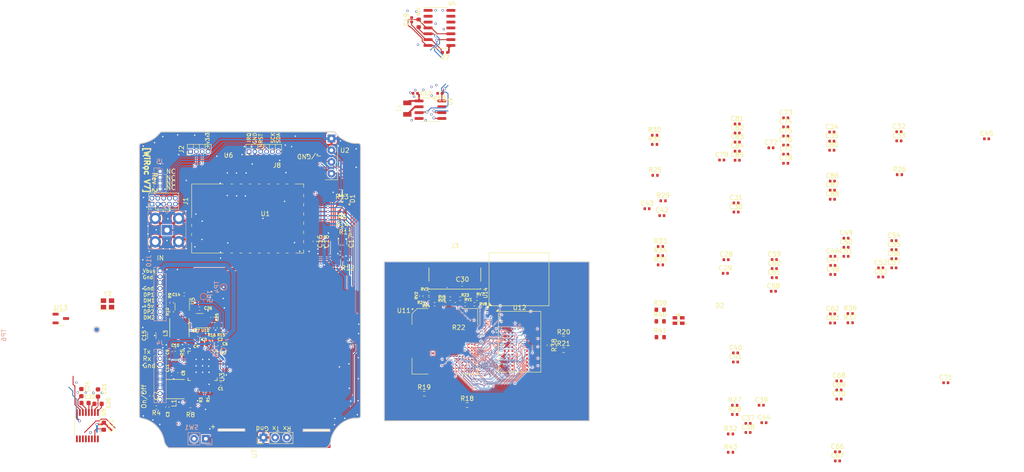
<source format=kicad_pcb>
(kicad_pcb (version 20221018) (generator pcbnew)
  (layers (0 "F.Cu" signal) (1 "In1.Cu" signal) (2 "In2.Cu" signal) (31 "B.Cu" signal) (34 "B.Paste" user) (35 "F.Paste" user) (36 "B.SilkS" user "B.Silkscreen") (37 "F.SilkS" user "F.Silkscreen") (38 "B.Mask" user) (39 "F.Mask" user) (44 "Edge.Cuts" user))
  (net 0 "")
  (net 1 "GND")
  (net 2 "IPSOUT")
  (net 3 "BAT")
  (net 4 "VBUS")
  (net 5 "Net-(U3-VREF)")
  (net 6 "PWRON")
  (net 7 "Net-(U3-CHSENCE)")
  (net 8 "Net-(U9-OSCI)")
  (net 9 "VDD_5V")
  (net 10 "Net-(D2-A1)")
  (net 11 "Net-(D1-A1)")
  (net 12 "Net-(D1-K1)")
  (net 13 "Net-(D1-K2)")
  (net 14 "Net-(D1-A2)")
  (net 15 "USBHost-DM1")
  (net 16 "USBHost-DP1")
  (net 17 "SDA")
  (net 18 "SCK")
  (net 19 "UART1_TX")
  (net 20 "UART1_RX")
  (net 21 "LORAAUX")
  (net 22 "LORAEN")
  (net 23 "IRQ")
  (net 24 "N_VBUSEN")
  (net 25 "LDO1")
  (net 26 "SRR_IRQ")
  (net 27 "EXTEN")
  (net 28 "Net-(D2-A2)")
  (net 29 "SRR_NRST")
  (net 30 "UART0_TX")
  (net 31 "Net-(J9-In)")
  (net 32 "Net-(U3-LX1)")
  (net 33 "Net-(U3-BIAS)")
  (net 34 "Net-(U4A-~{R})")
  (net 35 "Net-(U1-VCC)")
  (net 36 "Net-(U10-OUT)")
  (net 37 "Net-(U5-ISET)")
  (net 38 "Net-(SW1-A)")
  (net 52 "LORARS")
  (net 53 "LORAMO")
  (net 59 "USBHost-DP2")
  (net 60 "USBHost-DM2")
  (net 63 "UART2_TX")
  (net 64 "UART2_RX")
  (net 72 "Net-(U8-C1+)")
  (net 73 "Net-(U8-C1-)")
  (net 74 "Net-(U8-C2+)")
  (net 75 "Net-(U8-C2-)")
  (net 76 "Net-(U8-VS+)")
  (net 77 "Net-(U8-VS-)")
  (net 78 "Net-(J4-Pin_2)")
  (net 82 "Net-(U10-LX)")
  (net 83 "N_OE")
  (net 84 "Net-(U4A-~{Q})")
  (net 85 "Net-(U10-FB)")
  (net 90 "Net-(U4A-C)")
  (net 94 "Net-(U9-OSCO)")
  (net 96 "VINT")
  (net 104 "ToPWRBTN")
  (net 105 "Net-(J4-Pin_1)")
  (net 109 "Net-(J1-Pin_2)")
  (net 110 "Net-(J1-Pin_4)")
  (net 112 "Net-(J1-Pin_7)")
  (net 114 "Net-(J1-Pin_9)")
  (net 115 "Net-(U11A-SZQ)")
  (net 116 "Net-(U11H-GND_CPUXFB)")
  (net 122 "UART0_RX")
  (net 123 " GPIOA10{slash}STATUS-LED")
  (net 128 "GPIOL10{slash}PWR-LED")
  (net 129 "Net-(U11B-PC7{slash}NAND_RB1)")
  (net 133 "Net-(U11B-PC5{slash}NAND_RE{slash}SDC2_CLK)")
  (net 134 "Net-(U11G-KEYADC)")
  (net 150 "Net-(U11G-NMI)")
  (net 151 "eMMC-D4")
  (net 157 "eMMC-D0")
  (net 159 "eMMC-D5")
  (net 160 "eMMC-D1")
  (net 161 "eMMC-D3")
  (net 175 "eMMC-D7")
  (net 176 "eMMC-D2")
  (net 177 "eMMC-CMD")
  (net 178 "VDD1V1-EPHY")
  (net 179 "Net-(U11B-PC4{slash}NAND_CE0)")
  (net 180 "eMMC-D6")
  (net 181 "Net-(U11D-PA5{slash}UART0_RX{slash}PWM0{slash}PA_EINT5)")
  (net 185 "Net-(U11G-VDD_EFUSEBP)")
  (net 186 "eMMC-RST")
  (net 187 "VDD-CPUS")
  (net 190 "X24MO")
  (net 193 "X24MI")
  (net 198 "GPIOL9{slash}PWR-DRAM")
  (net 199 "Net-(U11E-PL4{slash}S_JTAG_MS{slash}S_PL_EINT4)")
  (net 200 "Net-(U11G-VCC_PLL)")
  (net 202 "Net-(U11E-PL3{slash}S_UART_RX{slash}S_PL_EINT3)")
  (net 209 "GPIOL8{slash}PWR-STB")
  (net 212 "GPIOL6{slash}CPUX-VSET")
  (net 214 "VDD-CPUFB")
  (net 217 "AP-RESET")
  (net 218 "Net-(U11F-MBIAS)")
  (net 224 "Net-(U11G-UBOOT)")
  (net 236 "VDD1V2-SYS")
  (net 249 "Net-(U14-NC19)")
  (net 266 "VDD-CPUX")
  (net 304 "SCKP")
  (net 305 "SCKN")
  (net 306 "VDD_SYS_3.3V")
  (net 307 "SDQM1")
  (net 308 "SDQ9")
  (net 309 "SDQ10")
  (net 310 "SDQ8")
  (net 311 "SDQS1N")
  (net 312 "SDQ11")
  (net 313 "SDQS1P")
  (net 314 "VCC-DRAM")
  (net 315 "SDQ12")
  (net 316 "SDQ13")
  (net 317 "SDQ15")
  (net 318 "SDQM0")
  (net 319 "SDQ14")
  (net 320 "SDQ0")
  (net 321 "SDQ2")
  (net 322 "SDQ1")
  (net 323 "SDQ4")
  (net 324 "SDQS0P")
  (net 325 "SDQS0N")
  (net 326 "SVREF")
  (net 327 "SDQ5")
  (net 328 "SRST")
  (net 329 "SDQ6")
  (net 330 "SDQ7")
  (net 331 "SDQ3")
  (net 332 "SODT1")
  (net 333 "SCS1")
  (net 334 "SCKE1")
  (net 335 "/Processor-MEM/SA14")
  (net 336 "/Processor-MEM/SA11")
  (net 337 "/Processor-MEM/SA10")
  (net 338 "/Processor-MEM/SA15")
  (net 339 "/Processor-MEM/SA12")
  (net 340 "/Processor-MEM/SA0")
  (net 341 "/Processor-MEM/SA1")
  (net 342 "/Processor-MEM/SA13")
  (net 343 "/Processor-MEM/SA7")
  (net 344 "/Processor-MEM/SA2")
  (net 345 "/Processor-MEM/SA3")
  (net 346 "/Processor-MEM/SA4")
  (net 347 "/Processor-MEM/SA8")
  (net 348 "/Processor-MEM/SA9")
  (net 349 "/Processor-MEM/SA5")
  (net 350 "/Processor-MEM/SA6")
  (net 351 "/Processor-MEM/SCKE0")
  (net 352 "/Processor-MEM/SBA1")
  (net 353 "/Processor-MEM/SCAS")
  (net 354 "/Processor-MEM/SRAS")
  (net 355 "/Processor-MEM/SBA2")
  (net 356 "/Processor-MEM/SWE")
  (net 357 "/Processor-MEM/SBA0")
  (net 358 "/Processor-MEM/SCS0")
  (net 359 "/Processor-MEM/ZQ")
  (net 360 "/Processor-MEM/ZQ1")
  (net 361 "/Processor-MEM/SODT0")
  (net 362 "SDC0-D0")
  (net 363 "SDC0-D2")
  (net 364 "SDC0-D1")
  (net 365 "SDC0-CLK")
  (net 366 "SDC0-D3")
  (net 367 "SDC0-CMD")
  (net 368 "SDC0-DET")
  (net 369 "Net-(J3-CLK)")
  (net 459 "eMMC-CLK")
  (footprint "Package_TO_SOT_SMD:SOT-23-5" (layer "F.Cu") (at 55.801549 84.77915 -90)
    (fp_text reference "U5")
    (fp_text value "SY6280")
  )
  (footprint "Capacitor_SMD:C_0402_1005Metric" (layer "F.Cu") (at 49.1 104.15 -90)
    (fp_text reference "C7")
    (fp_text value "100pF")
  )
  (footprint "Capacitor_SMD:C_0402_1005Metric" (layer "F.Cu") (at 56.230399 82.1128 180)
    (fp_text reference "C14")
    (fp_text value "10uF")
  )
  (footprint "Resistor_SMD:R_0402_1005Metric" (layer "F.Cu") (at 53.505399 83.9128 90)
    (fp_text reference "R9")
    (fp_text value "3.6K-1%")
  )
  (footprint "Capacitor_SMD:C_1206_3216Metric" (layer "F.Cu") (at 49.2 91.05 90)
    (fp_text reference "C15")
    (fp_text value "47uF")
  )
  (footprint "Resistor_SMD:R_0402_1005Metric" (layer "F.Cu") (at 50.2 106.675 180)
    (fp_text reference "R4")
    (fp_text value "24K-1%")
  )
  (footprint "WiRoc:DRF1268DS" (layer "F.Cu") (at 70 65.6352 90)
    (fp_text reference "U1")
    (fp_text value "DRF1268DS")
  )
  (footprint "WiRoc:BatteryPad" (layer "F.Cu") (at 65.48 48.9 90)
    (fp_text reference "U6")
    (fp_text value "BatteryPadM")
  )
  (footprint "WiRoc:BatteryPadThinner" (layer "F.Cu") (at 66.48 113.7 90)
    (fp_text reference "U7")
    (fp_text value "BatteryPadP")
  )
  (footprint "WiRoc:Pin_Header_Straight_1x03_Pitch2.54mm" (layer "F.Cu") (at 73.425 113.1925 90)
    (fp_text reference "J6" hide)
    (fp_text value "HAT_Conn_DBG")
  )
  (footprint "Resistor_SMD:R_0402_1005Metric" (layer "F.Cu") (at 53.530399 85.8878 90)
    (fp_text reference "R10")
    (fp_text value "100K-1%")
  )
  (footprint "Resistor_SMD:R_0402_1005Metric" (layer "F.Cu") (at 91.75 75.2 180)
    (fp_text reference "R12")
    (fp_text value "10K")
  )
  (footprint "Resistor_SMD:R_0402_1005Metric" (layer "F.Cu") (at 59.9 103.35 90)
    (fp_text reference "R3")
    (fp_text value "200K-1%")
  )
  (footprint "Capacitor_SMD:C_0402_1005Metric" (layer "F.Cu") (at 54.3 94.0766)
    (fp_text reference "C10")
    (fp_text value "4.7uF")
  )
  (footprint "WiRoc:qfn48_6x6mm_Pitch0.4mm" (layer "F.Cu") (at 60.225 97.625 90)
    (fp_text reference "U3")
    (fp_text value "AXP209")
  )
  (footprint "Resistor_SMD:R_0402_1005Metric" (layer "F.Cu") (at 64.35 93.825 180)
    (fp_text reference "R2")
    (fp_text value "200K-1%")
  )
  (footprint "Capacitor_SMD:C_0402_1005Metric" (layer "F.Cu") (at 60.675 92.825)
    (fp_text reference "C5")
    (fp_text value "10uF")
  )
  (footprint "Resistor_SMD:R_0402_1005Metric" (layer "F.Cu") (at 61.45 103.375 90)
    (fp_text reference "R1")
    (fp_text value "100K-1%")
  )
  (footprint "WiRoc:Inductor_SLW4018" (layer "F.Cu") (at 54.25 102.675 180)
    (fp_text reference "L1")
    (fp_text value "2.2uH-DCR<0.1R-1.5A")
  )
  (footprint "Capacitor_SMD:C_0402_1005Metric" (layer "F.Cu") (at 57.175 93.35 180)
    (fp_text reference "C4")
    (fp_text value "10uF")
  )
  (footprint "Capacitor_SMD:C_0402_1005Metric" (layer "F.Cu") (at 53.5 99.375 180)
    (fp_text reference "C11")
    (fp_text value "4.7uF")
  )
  (footprint "Capacitor_SMD:C_0402_1005Metric" (layer "F.Cu") (at 52.75 96.125 -90)
    (fp_text reference "C9")
    (fp_text value "1uF")
  )
  (footprint "Capacitor_SMD:C_0402_1005Metric" (layer "F.Cu") (at 64.175 101.525)
    (fp_text reference "C1")
    (fp_text value "4.7uF")
  )
  (footprint "Capacitor_SMD:C_0402_1005Metric" (layer "F.Cu") (at 63.575 92.85)
    (fp_text reference "C6")
    (fp_text value "1uF")
  )
  (footprint "Resistor_SMD:R_0805_2012Metric" (layer "F.Cu") (at 54.2392 96.425 90)
    (fp_text reference "R5")
    (fp_text value "0R03")
  )
  (footprint "Capacitor_SMD:C_0402_1005Metric" (layer "F.Cu") (at 52.6 106.6 -90)
    (fp_text reference "C3")
    (fp_text value "4.7uF")
  )
  (footprint "Resistor_SMD:R_0402_1005Metric" (layer "F.Cu") (at 91.25 67.4 180)
    (fp_text reference "R11")
    (fp_text value "10K")
  )
  (footprint "Capacitor_SMD:C_0402_1005Metric" (layer "F.Cu") (at 85.95 70.6 -90)
    (fp_text reference "C18")
    (fp_text value "4.7uF")
  )
  (footprint "Resistor_SMD:R_0402_1005Metric" (layer "F.Cu") (at 90.49774 64.0995 180)
    (fp_text reference "R6")
    (fp_text value "1K")
  )
  (footprint "Resistor_SMD:R_0402_1005Metric" (layer "F.Cu") (at 90.46726 59.7434 180)
    (fp_text reference "R13")
    (fp_text value "1K")
  )
  (footprint "Resistor_SMD:R_0402_1005Metric" (layer "F.Cu") (at 90.5079 65.82162 180)
    (fp_text reference "R14")
    (fp_text value "1K")
  )
  (footprint "WiRoc:LED_Dual_1.7_1.6" (layer "F.Cu") (at 90.50282 61.94558)
    (fp_text reference "D1")
    (fp_text value "LED_DUAL_ACCA")
  )
  (footprint "Capacitor_SMD:C_1206_3216Metric" (layer "F.Cu") (at 90.61 70.6 -90)
    (fp_text reference "C17")
    (fp_text value "47uF")
  )
  (footprint "Capacitor_SMD:C_0402_1005Metric" (layer "F.Cu") (at 84.55 70.6 -90)
    (fp_text reference "C16")
    (fp_text value "1uF")
  )
  (footprint "WiRoc:CONN_OLED_TWI-Socket_Strip_Straight_1x04_Pitch2.54mm" (layer "F.Cu") (at 88.178 48.26)
    (fp_text reference "U2")
    (fp_text value "OLED")
  )
  (footprint "Capacitor_SMD:C_0402_1005Metric" (layer "F.Cu") (at 62.475 91.825)
    (fp_text reference "C2")
    (fp_text value "1uF")
  )
  (footprint "Capacitor_SMD:C_0402_1005Metric" (layer "F.Cu") (at 55.2 99.125 90)
    (fp_text reference "C8")
    (fp_text value "4.7uF")
  )
  (footprint "Capacitor_SMD:C_0402_1005Metric" (layer "F.Cu") (at 186.745 45.745)
    (fp_text reference "C74")
    (fp_text value "100nF")
  )
  (footprint "Crystal:Crystal_SMD_2520-4Pin_2.5x2.0mm" (layer "F.Cu") (at 39.6 84.175)
    (fp_text reference "Y2")
    (fp_text value "24MHz/18pF")
  )
  (footprint "Resistor_SMD:R_0603_1608Metric" (layer "F.Cu") (at 117.625 106.15)
    (fp_text reference "R18")
    (fp_text value "240R/1%")
  )
  (footprint "Capacitor_SMD:C_0402_1005Metric" (layer "F.Cu") (at 230.325 48.325)
    (fp_text reference "C45")
    (fp_text value "100nF")
  )
  (footprint "Capacitor_SMD:C_0402_1005Metric" (layer "F.Cu") (at 196.96 73.845)
    (fp_text reference "C46")
    (fp_text value "10uF")
  )
  (footprint "Capacitor_SMD:C_0402_1005Metric" (layer "F.Cu") (at 198.295 100.9)
    (fp_text reference "C68")
    (fp_text value "100nF")
  )
  (footprint "Capacitor_SMD:C_0402_1005Metric" (layer "F.Cu") (at 196.75 46.855)
    (fp_text reference "C34")
    (fp_text value "1uF")
  )
  (footprint "Package_SO:TSSOP-16_4.4x5mm_P0.65mm" (layer "F.Cu") (at 35.225 110.629513 -90)
    (fp_text reference "U8")
    (fp_text value "SP3232ECY-L")
  )
  (footprint "Capacitor_SMD:C_0402_1005Metric" (layer "F.Cu") (at 210.225 70.44)
    (fp_text reference "C54")
    (fp_text value "1uF")
  )
  (footprint "Capacitor_SMD:C_0402_1005Metric" (layer "F.Cu") (at 184.075 81.43)
    (fp_text reference "C58")
    (fp_text value "1uF")
  )
  (footprint "Capacitor_SMD:C_0402_1005Metric" (layer "F.Cu") (at 172.86 52.925)
    (fp_text reference "C79")
    (fp_text value "10uF")
  )
  (footprint "Resistor_SMD:R_0402_1005Metric" (layer "F.Cu") (at 116.1 83.05 180)
    (fp_text reference "R23")
    (fp_text value "47K")
  )
  (footprint "Resistor_SMD:R_0603_1608Metric" (layer "F.Cu") (at 138.555 94.215)
    (fp_text reference "R21")
    (fp_text value "240R/1%")
  )
  (footprint "Resistor_SMD:R_0402_1005Metric" (layer "F.Cu") (at 109.325 81.925 180)
    (fp_text reference "RV3")
    (fp_text value "AVRL101A1R1NTB")
  )
  (footprint "Capacitor_SMD:C_0402_1005Metric" (layer "F.Cu") (at 196.96 75.815)
    (fp_text reference "C47")
    (fp_text value "1uF")
  )
  (footprint "Capacitor_SMD:C_0402_1005Metric" (layer "F.Cu") (at 106.362 38.44 180)
    (fp_text reference "C12")
    (fp_text value "22pF")
  )
  (footprint "Capacitor_SMD:C_0402_1005Metric" (layer "F.Cu") (at 175.85 96.795)
    (fp_text reference "C41")
    (fp_text value "18pF")
  )
  (footprint "Connector_PinHeader_1.27mm:PinHeader_1x06_P1.27mm_Horizontal" (layer "F.Cu") (at 70.3 51.1 90)
    (fp_text reference "J8")
    (fp_text value "Conn_01x06")
  )
  (footprint "Capacitor_SMD:C_0402_1005Metric" (layer "F.Cu") (at 59.5422 85.1862)
    (fp_text reference "C26")
    (fp_text value "22uF")
  )
  (footprint "Capacitor_SMD:C_0402_1005Metric" (layer "F.Cu") (at 221.48 101.3)
    (fp_text reference "C71")
    (fp_text value "100nF")
  )
  (footprint "Resistor_SMD:R_0402_1005Metric" (layer "F.Cu") (at 174.775 112.425)
    (fp_text reference "R32")
    (fp_text value "10K")
  )
  (footprint "Capacitor_SMD:C_0402_1005Metric" (layer "F.Cu") (at 196.96 77.785)
    (fp_text reference "C48")
    (fp_text value "1uF")
  )
  (footprint "Package_TO_SOT_SMD:SOT-23-3" (layer "F.Cu") (at 29.4625 87.35)
    (fp_text reference "U13")
    (fp_text value "SGM803-RXN3L")
  )
  (footprint "Capacitor_SMD:C_0402_1005Metric" (layer "F.Cu") (at 186.745 53.625)
    (fp_text reference "C78")
    (fp_text value "100nF")
  )
  (footprint "Capacitor_SMD:C_0402_1005Metric" (layer "F.Cu") (at 186.745 47.715)
    (fp_text reference "C75")
    (fp_text value "10uF")
  )
  (footprint "Resistor_SMD:R_0603_1608Metric" (layer "F.Cu") (at 159.5 87.96)
    (fp_text reference "R40")
    (fp_text value "1K")
  )
  (footprint "Capacitor_SMD:C_0402_1005Metric" (layer "F.Cu") (at 199.83 73.845)
    (fp_text reference "C51")
    (fp_text value "100nF")
  )
  (footprint "Capacitor_SMD:C_0402_1005Metric" (layer "F.Cu") (at 186.745 51.655)
    (fp_text reference "C77")
    (fp_text value "1uF")
  )
  (footprint "Capacitor_SMD:C_0402_1005Metric" (layer "F.Cu") (at 176.23 49.03)
    (fp_text reference "C83")
    (fp_text value "1uF")
  )
  (footprint "Resistor_SMD:R_0402_1005Metric" (layer "F.Cu") (at 62.275 89.39 -90)
    (fp_text reference "R16")
    (fp_text value "140kOhm")
  )
  (footprint "Resistor_SMD:R_0603_1608Metric" (layer "F.Cu") (at 138.555 91.705)
    (fp_text reference "R20")
    (fp_text value "240R/1%")
  )
  (footprint "Capacitor_SMD:C_0402_1005Metric" (layer "F.Cu") (at 186.745 49.685)
    (fp_text reference "C76")
    (fp_text value "1uF")
  )
  (footprint "Resistor_SMD:R_0402_1005Metric" (layer "F.Cu") (at 135.35 93.15 -90)
    (fp_text reference "R38")
    (fp_text value "100R")
  )
  (footprint "Resistor_SMD:R_0402_1005Metric" (layer "F.Cu") (at 160.14 61.79)
    (fp_text reference "R29")
    (fp_text value "10K")
  )
  (footprint "Capacitor_SMD:C_0402_1005Metric" (layer "F.Cu") (at 159.875 65)
    (fp_text reference "C42")
    (fp_text value "100nF")
  )
  (footprint "Resistor_SMD:R_0402_1005Metric" (layer "F.Cu") (at 200.735 86.285)
    (fp_text reference "R36")
    (fp_text value "2K/1%")
  )
  (footprint "Capacitor_SMD:C_0402_1005Metric" (layer "F.Cu") (at 198.295 104.84)
    (fp_text reference "C70")
    (fp_text value "10uF")
  )
  (footprint "Capacitor_SMD:C_0402_1005Metric" (layer "F.Cu") (at 210.225 76.35)
    (fp_text reference "C57")
    (fp_text value "100nF")
  )
  (footprint "Connector_PinHeader_1.27mm:PinHeader_2x05_P1.27mm_Vertical" (layer "F.Cu") (at 49.24 62.5 90)
    (fp_text reference "J1")
    (fp_text value "Conn_02x05_Odd_Even")
  )
  (footprint "Capacitor_SMD:C_0603_1608Metric" (layer "F.Cu") (at 38.800171 110.732484 90)
    (fp_text reference "C21")
    (fp_text value "100nF")
  )
  (footprint "Capacitor_SMD:C_0402_1005Metric" (layer "F.Cu") (at 211.3 46.8)
    (fp_text reference "C32")
    (fp_text value "100nF")
  )
  (footprint "Capacitor_SMD:C_0402_1005Metric" (layer "F.Cu") (at 196.75 50.795)
    (fp_text reference "C80")
    (fp_text value "100nF")
  )
  (footprint "Capacitor_SMD:C_0402_1005Metric" (layer "F.Cu") (at 175.97 62.25)
    (fp_text reference "C31")
    (fp_text value "100nF")
  )
  (footprint "Package_SO:SOIC-8_3.9x4.9mm_P1.27mm" (layer "F.Cu") (at 109.664 41.996)
    (fp_text reference "U9")
    (fp_text value "PCF8563T")
  )
  (footprint "Capacitor_SMD:C_0603_1608Metric" (layer "F.Cu") (at 34.713666 105.698284 180)
    (fp_text reference "C22")
    (fp_text value "100nF")
  )
  (footprint "Resistor_SMD:R_0402_1005Metric" (layer "F.Cu") (at 63.75 89.39 90)
    (fp_text reference "R15")
    (fp_text value "470kOhm")
  )
  (footprint "Capacitor_SMD:C_0603_1608Metric" (layer "F.Cu") (at 37.543171 105.881084 180)
    (fp_text reference "C20")
    (fp_text value "100nF")
  )
  (footprint "Capacitor_SMD:C_0402_1005Metric" (layer "F.Cu") (at 175.97 64.22)
    (fp_text reference "C36")
    (fp_text value "1uF")
  )
  (footprint "WiRoc:SMD3215-2P" (layer "F.Cu") (at 104.646 41.762 -90)
    (fp_text reference "Y1")
    (fp_text value "32.768kHz")
  )
  (footprint "Resistor_SMD:R_0603_1608Metric" (layer "F.Cu") (at 107.111 23.219 90)
    (fp_text reference "R17")
    (fp_text value "200K-1%")
  )
  (footprint "WiRoc:TF-SMD_TF-018B-H15" (layer "F.Cu") (at 114.95 78.675)
    (fp_text reference "J3")
    (fp_text value "Micro_SD_Card_Det1")
  )
  (footprint "Capacitor_SMD:C_0402_1005Metric" (layer "F.Cu") (at 182.02 109.975)
    (fp_text reference "C44")
    (fp_text value "4.7uF")
  )
  (footprint "Capacitor_SMD:C_0402_1005Metric" (layer "F.Cu") (at 173.64 77.53)
    (fp_text reference "C29")
    (fp_text value "100nF")
  )
  (footprint "Capacitor_SMD:C_0402_1005Metric" (layer "F.Cu") (at 184.27 76.505)
    (fp_text reference "C60")
    (fp_text value "100nF")
  )
  (footprint "Capacitor_SMD:C_0402_1005Metric" (layer "F.Cu") (at 196.75 48.825)
    (fp_text reference "C35")
    (fp_text value "100nF")
  )
  (footprint "Resistor_SMD:R_0402_1005Metric" (layer "F.Cu") (at 159.565 71.72)
    (fp_text reference "R33")
    (fp_text value "10K")
  )
  (footprint "Capacitor_SMD:C_0402_1005Metric" (layer "F.Cu") (at 207.355 78.32)
    (fp_text reference "C53")
    (fp_text value "1uF")
  )
  (footprint "Capacitor_SMD:C_0402_1005Metric" (layer "F.Cu") (at 196.87 61.445)
    (fp_text reference "C88")
    (fp_text value "100nF")
  )
  (footprint "Capacitor_SMD:C_0402_1005Metric" (layer "F.Cu") (at 211.3 48.77)
    (fp_text reference "C33")
    (fp_text value "1uF")
  )
  (footprint "Capacitor_SMD:C_0402_1005Metric" (layer "F.Cu") (at 116.525 79.975 180)
    (fp_text reference "C30")
    (fp_text value "10uF/6.3V")
  )
  (footprint "WiRoc:MICRON_EMMC_153" (layer "F.Cu") (at 128.875 78.825 90)
    (fp_text reference "U14")
    (fp_text value "KLM8G1WEPD-B031")
  )
  (footprint "Resistor_SMD:R_0402_1005Metric" (layer "F.Cu") (at 117.2 84.25)
    (fp_text reference "RV1")
    (fp_text value "AVRL101A1R1NTB")
  )
  (footprint "Capacitor_SMD:C_0402_1005Metric" (layer "F.Cu") (at 111.696 38.44 180)
    (fp_text reference "C13")
    (fp_text value "1uF")
  )
  (footprint "WiRoc:Inductor_SLW4018" (layer "F.Cu") (at 55.1988 89.3532 90)
    (fp_text reference "L3")
    (fp_text value "1.5uH")
  )
  (footprint "Package_SO:SOIC-14_3.9x8.7mm_P1.27mm" (layer "F.Cu") (at 111.621 24.235)
    (fp_text reference "U4")
    (fp_text value "74LS73")
  )
  (footprint "Capacitor_SMD:C_0402_1005Metric" (layer "F.Cu") (at 184.27 74.535)
    (fp_text reference "C59")
    (fp_text value "1uF")
  )
  (footprint "Resistor_SMD:R_0402_1005Metric" (layer "F.Cu") (at 112.826 29.569 180)
    (fp_text reference "R7")
    (fp_text value "200K-1%")
  )
  (footprint "Capacitor_SMD:C_0402_1005Metric" (layer "F.Cu") (at 207.355 76.35)
    (fp_text reference "C52")
    (fp_text value "10uF")
  )
  (footprint "Resistor_SMD:R_0402_1005Metric" (layer "F.Cu") (at 119.75 83.05)
    (fp_text reference "RV7")
    (fp_text value "AVRL101A1R1NTB")
  )
  (footprint "Package_TO_SOT_SMD:TSOT-23-6" (layer "F.Cu") (at 59.5875 87.8126 180)
    (fp_text reference "U10")
    (fp_text value "~")
  )
  (footprint "Capacitor_SMD:C_0402_1005Metric" (layer "F.Cu") (at 210.225 74.38)
    (fp_text reference "C56")
    (fp_text value "100nF")
  )
  (footprint "Resistor_SMD:R_0402_1005Metric" (layer "F.Cu") (at 159.565 73.71)
    (fp_text reference "R34")
    (fp_text value "22R")
  )
  (footprint "Capacitor_SMD:C_0402_1005Metric" (layer "F.Cu") (at 199.83 71.875)
    (fp_text reference "C50")
    (fp_text value "100nF")
  )
  (footprint "Capacitor_SMD:C_0402_1005Metric" (layer "F.Cu") (at 184.27 78.475)
    (fp_text reference "C61")
    (fp_text value "100nF")
  )
  (footprint "Capacitor_SMD:C_0402_1005Metric" (layer "F.Cu") (at 198.295 102.87)
    (fp_text reference "C69")
    (fp_text value "1uF")
  )
  (footprint "Capacitor_SMD:C_0402_1005Metric" (layer "F.Cu") (at 199.83 69.905)
    (fp_text reference "C49")
    (fp_text value "100nF")
  )
  (footprint "Capacitor_SMD:C_0402_1005Metric" (layer "F.Cu") (at 197.975 116.305)
    (fp_text reference "C66")
    (fp_text value "1uF")
  )
  (footprint "Capacitor_SMD:C_0402_1005Metric" (layer "F.Cu") (at 176.23 52.97)
    (fp_text reference "C85")
    (fp_text value "100nF")
  )
  (footprint "Resistor_SMD:R_0603_1608Metric" (layer "F.Cu") (at 159.5 85.45)
    (fp_text reference "R39")
    (fp_text value "1K")
  )
  (footprint "Resistor_SMD:R_0402_1005Metric" (layer "F.Cu") (at 57.6 107.1 180)
    (fp_text reference "R8")
    (fp_text value "200K-1%")
  )
  (footprint "Resistor_SMD:R_0603_1608Metric" (layer "F.Cu") (at 108.3 103.7)
    (fp_text reference "R19")
    (fp_text value "0R")
  )
  (footprint "Resistor_SMD:R_0402_1005Metric" (layer "F.Cu") (at 158.3 49.54)
    (fp_text reference "R31")
    (fp_text value "10K")
  )
  (footprint "Resistor_SMD:R_0402_1005Metric" (layer "F.Cu") (at 107.675 82.475 90)
    (fp_text reference "RV2")
    (fp_text value "AVRL101A1R1NTB")
  )
  (footprint "Resistor_SMD:R_0402_1005Metric" (layer "F.Cu") (at 175.68 106.195)
    (fp_text reference "R27")
    (fp_text value "47K")
  )
  (footprint "Connector_PinHeader_1.27mm:PinHeader_1x04_P1.27mm_Horizontal" (layer "F.Cu") (at 57.6 51.1 90)
    (fp_text reference "J2")
    (fp_text value "Conn_01x04")
  )
  (footprint "Package_BGA:BGA-96_9.0x13.0mm_Layout2x3x16_P0.8mm" (layer "F.Cu") (at 129.014921 92.39976)
    (fp_text reference "U12")
    (fp_text value "~")
  )
  (footprint "Resistor_SMD:R_0402_1005Metric" (layer "F.Cu") (at 159.565 75.7)
    (fp_text reference "R35")
    (fp_text value "10K")
  )
  (footprint "Capacitor_SMD:C_0402_1005Metric" (layer "F.Cu") (at 210.225 72.41)
    (fp_text reference "C55")
    (fp_text value "100nF")
  )
  (footprint "Resistor_SMD:R_0402_1005Metric" (layer "F.Cu") (at 113.95 83.05 180)
    (fp_text reference "RV6")
    (fp_text value "AVRL101A1R1NTB")
  )
  (footprint "Capacitor_SMD:C_0603_1608Metric" (layer "F.Cu") (at 33.923371 103.442684 -90)
    (fp_text reference "C24")
    (fp_text value "100nF")
  )
  (footprint "Capacitor_SMD:C_0402_1005Metric" (layer "F.Cu") (at 183.545 50.275)
    (fp_text reference "C72")
    (fp_text value "10uF")
  )
  (footprint "Capacitor_SMD:C_0402_1005Metric" (layer "F.Cu") (at 156.65 63.5)
    (fp_text reference "C43")
    (fp_text value "100nF")
  )
  (footprint "Capacitor_SMD:C_0402_1005Metric" (layer "F.Cu") (at 62.330399 87.0878 90)
    (fp_text reference "C25")
    (fp_text value "1uF")
  )
  (footprint "Capacitor_SMD:C_0402_1005Metric" (layer "F.Cu") (at 173.805 74.575)
    (fp_text reference "C28")
    (fp_text value "100nF")
  )
  (footprint "Capacitor_SMD:C_0402_1005Metric" (layer "F.Cu") (at 59.1866 90.8504)
    (fp_text reference "C27")
    (fp_text value "22uF")
  )
  (footprint "WiRoc:BGA-347_21x21_14.0x14.0mm" (layer "F.Cu") (at 112.775 92.3)
    (fp_text reference "U11")
    (fp_text value "~")
  )
  (footprint "Resistor_SMD:R_0603_1608Metric" (layer "F.Cu") (at 159.525 91.4)
    (fp_text reference "R41")
    (fp_text value "1K")
  )
  (footprint "Capacitor_SMD:C_0603_1608Metric" (layer "F.Cu") (at 37.525 103.524913 -90)
    (fp_text reference "C23")
    (fp_text value "100nF")
  )
  (footprint "Capacitor_SMD:C_0402_1005Metric" (layer "F.Cu") (at 105.587 22.457 90)
    (fp_text reference "C19")
    (fp_text value "1uF")
  )
  (footprint "WiRoc:LED_Dual_1.7_1.6" (layer "F.Cu") (at 163.5 87.785)
    (fp_text reference "D2")
    (fp_text value "LED_DUAL_ACCA")
  )
  (footprint "Resistor_SMD:R_0402_1005Metric" (layer "F.Cu") (at 115.04 84.25 180)
    (fp_text reference "R22")
    (fp_text value "33R")
  )
  (footprint "Resistor_SMD:R_0402_1005Metric" (layer "F.Cu") (at 211.425 56.1)
    (fp_text reference "R26")
    (fp_text value "10K")
  )
  (footprint "Capacitor_SMD:C_0402_1005Metric" (layer "F.Cu") (at 186.745 43.775)
    (fp_text reference "C73")
    (fp_text value "1uF")
  )
  (footprint "Capacitor_SMD:C_0402_1005Metric" (layer "F.Cu") (at 178.57 112.095)
    (fp_text reference "C38")
    (fp_text value "4.7uF")
  )
  (footprint "Capacitor_SMD:C_0402_1005Metric" (layer "F.Cu") (at 196.905 86.35)
    (fp_text reference "C62")
    (fp_text value "100nF")
  )
  (footprint "Resistor_SMD:R_0402_1005Metric" (layer "F.Cu") (at 174.775 116.405)
    (fp_text reference "R43")
    (fp_text value "0R")
  )
  (footprint "Capacitor_SMD:C_0402_1005Metric" (layer "F.Cu") (at 178.57 110.125)
    (fp_text reference "C37")
    (fp_text value "100nF")
  )
  (footprint "Resistor_SMD:R_0402_1005Metric" (layer "F.Cu") (at 110.575 84.25 180)
    (fp_text reference "RV4")
    (fp_text value "AVRL101A1R1NTB")
  )
  (footprint "Capacitor_SMD:C_0402_1005Metric" (layer "F.Cu") (at 176.23 47.06)
    (fp_text reference "C82")
    (fp_text value "1uF")
  )
  (footprint "Capacitor_SMD:C_0402_1005Metric" (layer "F.Cu") (at 176.23 45.09)
    (fp_text reference "C81")
    (fp_text value "1uF")
  )
  (footprint "Resistor_SMD:R_0402_1005Metric" (layer "F.Cu") (at 119.2 84.25)
    (fp_text reference "RV8")
    (fp_text value "AVRL101A1R1NTB")
  )
  (footprint "Resistor_SMD:R_0402_1005Metric" (layer "F.Cu") (at 109.325 83.075 180)
    (fp_text reference "R24")
    (fp_text value "47K")
  )
  (footprint "Resistor_SMD:R_0402_1005Metric" (layer "F.Cu") (at 158.4 56.25)
    (fp_text reference "R25")
    (fp_text value "4,7K")
  )
  (footprint "Resistor_SMD:R_0402_1005Metric" (layer "F.Cu") (at 112.975 84.275)
    (fp_text reference "RV5")
    (fp_text value "AVRL101A1R1NTB")
  )
  (footprint "Capacitor_SMD:C_0402_1005Metric" (layer "F.Cu") (at 175.85 94.825)
    (fp_text reference "C40")
    (fp_text value "18pF")
  )
  (footprint "Capacitor_SMD:C_0402_1005Metric" (layer "F.Cu") (at 197.975 118.275)
    (fp_text reference "C67")
    (fp_text value "100nF")
  )
  (footprint "Capacitor_SMD:C_0402_1005Metric" (layer "F.Cu") (at 196.905 88.32)
    (fp_text reference "C63")
    (fp_text value "100nF")
  )
  (footprint "Capacitor_SMD:C_0402_1005Metric" (layer "F.Cu") (at 196.87 59.475)
    (fp_text reference "C87")
    (fp_text value "100nF")
  )
  (footprint "Resistor_SMD:R_0402_1005Metric" (layer "F.Cu") (at 175.68 108.185)
    (fp_text reference "R28")
    (fp_text value "100K")
  )
  (footprint "Resistor_SMD:R_0402_1005Metric" (layer "F.Cu") (at 200.735 88.275)
    (fp_text reference "R37")
    (fp_text value "2K/1%")
  )
  (footprint "Resistor_SMD:R_0402_1005Metric" (layer "F.Cu") (at 158.3 47.55)
    (fp_text reference "R30")
    (fp_text value "10K")
  )
  (footprint "Capacitor_SMD:C_0402_1005Metric" (layer "F.Cu") (at 176.23 51)
    (fp_text reference "C84")
    (fp_text value "100nF")
  )
  (footprint "Capacitor_SMD:C_0402_1005Metric" (layer "F.Cu") (at 196.87 57.505)
    (fp_text reference "C86")
    (fp_text value "1uF")
  )
  (footprint "Capacitor_SMD:C_0402_1005Metric" (layer "F.Cu") (at 181.44 106.185)
    (fp_text reference "C39")
    (fp_text value "100nF")
  )
  (footprint "TestPoint:TestPoint_Pad_D1.0mm" (layer "B.Cu") (at 64.775 80.525 -90)
    (fp_text reference "TP4")
    (fp_text value "TEST")
  )
  (footprint "WiRoc:Pin_Header_Straight_1x02_Pitch2.54mm" (layer "B.Cu") (at 60.925 113.475 90)
    (fp_text reference "SW1")
    (fp_text value "SW_SPST")
  )
  (footprint "WiRoc:SMA_Amphenol_901-143_Horizontal" (layer "B.Cu") (at 52.5 68.1422 -90)
    (fp_text reference "J9")
    (fp_text value "Conn_Coaxial")
  )
  (footprint "TestPoint:TestPoint_Pad_D1.0mm" (layer "B.Cu") (at 64.7 94.425 -90)
    (fp_text reference "TP3")
    (fp_text value "TEST")
  )
  (footprint "Connector_PinSocket_1.27mm:PinSocket_1x09_P1.27mm_Vertical" (layer "B.Cu") (at 51 76.995 180)
    (fp_text reference "J10")
    (fp_text value "Conn_01x09_Socket")
  )
  (footprint "Connector_PinSocket_1.27mm:PinSocket_1x09_P1.27mm_Vertical" (layer "B.Cu") (at 51 94.775 180)
    (fp_text reference "J4")
    (fp_text value "Conn_01x09_Socket")
  )
  (footprint "Connector_PinSocket_1.27mm:PinSocket_1x04_P1.27mm_Vertical" (layer "B.Cu") (at 51 55.405 180)
    (fp_text reference "J5")
    (fp_text value "Conn_01x04_Socket")
  )
  (footprint "TestPoint:TestPoint_Pad_D1.0mm" (layer "B.Cu") (at 37.25 89.775 180)
    (fp_text reference "TP6")
    (fp_text value "TEST")
  )
  (footprint "TestPoint:TestPoint_Pad_D1.0mm" (layer "B.Cu") (at 60.4312 82.5968 90)
    (fp_text reference "TP5")
    (fp_text value "TEST")
  )
  (gr_line (start 53.05 64) (end 53.05 63.5) (stroke (width 0.15)) (layer "F.SilkS"))
  (gr_line (start 50.55 63.5) (end 50.55 64) (stroke (width 0.15)) (layer "F.SilkS"))
  (gr_line (start 50.55 64) (end 53.05 64) (stroke (width 0.15)) (layer "F.SilkS"))
  (gr_arc (start 94.5 108.5) (mid 94.355488 108.855488) (end 94 109) (stroke (width 0.2)) (layer "Edge.Cuts"))
  (gr_arc (start 46.9 109) (mid 46.612651 108.832792) (end 46.5 108.52) (stroke (width 0.2)) (layer "Edge.Cuts"))
  (gr_arc (start 51 47) (mid 49.190104 48.548344) (end 46.93 49.3) (stroke (width 0.2)) (layer "Edge.Cuts"))
  (gr_arc (start 51 47) (mid 51.176592 46.853184) (end 51.4 46.8) (stroke (width 0.2)) (layer "Edge.Cuts"))
  (gr_arc (start 46.5 49.8) (mid 46.620398 49.468647) (end 46.93 49.3) (stroke (width 0.2)) (layer "Edge.Cuts"))
  (gr_line (start 94.5 49.8) (end 94.5 108.5) (stroke (width 0.2)) (layer "Edge.Cuts"))
  (gr_arc (start 93.11 49.3) (mid 90.82834 48.555034) (end 89 47) (stroke (width 0.2)) (layer "Edge.Cuts"))
  (gr_arc (start 88.6 46.8) (mid 88.823743 46.852524) (end 89 47) (stroke (width 0.2)) (layer "Edge.Cuts"))
  (gr_arc (start 94.03 49.3) (mid 94.366014 49.455056) (end 94.5 49.8) (stroke (width 0.2)) (layer "Edge.Cuts"))
  (gr_line (start 94.03 49.3) (end 93.11 49.3) (stroke (width 0.2)) (layer "Edge.Cuts"))
  (gr_arc (start 88 114) (mid 89.685191 110.685191) (end 93 109) (stroke (width 0.2)) (layer "Edge.Cuts"))
  (gr_rect (start 63.6 111.325) (end 69.375 111.775) (stroke (width 0.2)) (fill none) (layer "Edge.Cuts"))
  (gr_rect (start 99.65 75.025) (end 144.125 109.575) (stroke (width 0.2)) (fill none) (layer "Edge.Cuts"))
  (gr_line (start 87 115.45) (end 52.9 115.45) (stroke (width 0.2)) (layer "Edge.Cuts"))
  (gr_line (start 94 109) (end 93 109) (stroke (width 0.2)) (layer "Edge.Cuts"))
  (gr_arc (start 46.9 109) (mid 50.214809 110.685191) (end 51.9 114) (stroke (width 0.2)) (layer "Edge.Cuts"))
  (gr_line (start 51.4 46.8) (end 88.6 46.8) (stroke (width 0.2)) (layer "Edge.Cuts"))
  (gr_line (start 46.5 108.52) (end 46.5 49.8) (stroke (width 0.2)) (layer "Edge.Cuts"))
  (gr_arc (start 52.9 115.45) (mid 52.259566 114.821851) (end 51.9 114) (stroke (width 0.2)) (layer "Edge.Cuts"))
  (gr_arc (start 88 114) (mid 87.694263 114.858974) (end 87 115.45) (stroke (width 0.2)) (layer "Edge.Cuts"))
  (gr_rect (start 82.05 111.4) (end 87.825 111.85) (stroke (width 0.2)) (fill none) (layer "Edge.Cuts"))
  (gr_text "Rev 2" (at 49.812 57.779 270) (layer "F.SilkS") (effects (font (size 1 1) (thickness 0.2))))
  (gr_text "DP1" (at 47.272 82.671) (layer "F.SilkS") (effects (font (size 0.8 0.8)) (justify left bottom)))
  (gr_text "NC" (at 52.225 57.398) (layer "F.SilkS") (effects (font (size 1 1)) (justify left bottom)))
  (gr_text "IN" (at 50.193 74.797) (layer "F.SilkS") (effects (font (size 1 1)) (justify left bottom)))
  (gr_text "Vbus" (at 47.145 77.464) (layer "F.SilkS") (effects (font (size 0.8 0.8)) (justify left bottom)))
  (gr_text "NC" (at 52.225 58.5) (layer "F.SilkS") (effects (font (size 1 1)) (justify left bottom)))
  (gr_text "DM1" (at 47.272 83.941) (layer "F.SilkS") (effects (font (size 0.8 0.8)) (justify left bottom)))
  (gr_text "Gnd" (at 47.145 98.165) (layer "F.SilkS") (effects (font (size 1 1)) (justify left bottom)))
  (gr_text "IRQ" (at 70.767 49.143 90) (layer "F.SilkS") (effects (font (size 0.8 0.8)) (justify left bottom)))
  (gr_text "SDA" (at 77.117 49.397 90) (layer "F.SilkS") (effects (font (size 0.8 0.8)) (justify left bottom)))
  (gr_text "Gnd" (at 47.272 81.274) (layer "F.SilkS") (effects (font (size 0.8 0.8)) (justify left bottom)))
  (gr_text "GND" (at 72.037 49.524 90) (layer "F.SilkS") (effects (font (size 0.8 0.8)) (justify left bottom)))
  (gr_text "Rx" (at 47.145 96.641) (layer "F.SilkS") (effects (font (size 1 1)) (justify left bottom)))
  (gr_text "[WiRoc V7]" (at 48.161 55.112 -90) (layer "F.SilkS") (effects (font (size 1.2 1.2) (thickness 0.3))))
  (gr_text "DM2" (at 47.272 87.624) (layer "F.SilkS") (effects (font (size 0.8 0.8)) (justify left bottom)))
  (gr_text "+v3.3" (at 61.75 50.54 90) (layer "F.SilkS") (effects (font (size 0.8 0.8)) (justify left bottom)))
  (gr_text "+5v" (at 47.145 85.084) (layer "F.SilkS") (effects (font (size 0.8 0.8)) (justify left bottom)))
  (gr_text "-/GND" (at 86.158 51.556 180) (layer "F.SilkS") (effects (font (size 1 1)) (justify left bottom)))
  (gr_text "NC" (at 52.225 56.001) (layer "F.SilkS") (effects (font (size 1 1)) (justify left bottom)))
  (gr_text "DP2" (at 47.272 86.354) (layer "F.SilkS") (effects (font (size 0.8 0.8)) (justify left bottom)))
  (gr_text "SCK" (at 75.974 49.397 90) (layer "F.SilkS") (effects (font (size 0.8 0.8)) (justify left bottom)))
  (gr_text "Rx Tx Gnd" (at 79.575 110.675 180) (layer "F.SilkS") (effects (font (size 1 1)) (justify left bottom)))
  (gr_text "On/Off" (at 48.1 107 90) (layer "F.SilkS") (effects (font (size 1 1)) (justify left bottom)))
  (gr_text "Gnd" (at 47.145 78.861) (layer "F.SilkS") (effects (font (size 0.8 0.8)) (justify left bottom)))
  (gr_text "NRST" (at 73.307 50.286 90) (layer "F.SilkS") (effects (font (size 0.8 0.8)) (justify left bottom)))
  (gr_text "Tx" (at 47.272 95.117) (layer "F.SilkS") (effects (font (size 1 1)) (justify left bottom)))
  (gr_text "+" (at 61.774 111.373) (layer "F.SilkS") (effects (font (size 1 1)) (justify left bottom)))
  (gr_text "NC" (at 52.225 59.5) (layer "F.SilkS") (effects (font (size 1 1)) (justify left bottom)))
  (segment (start 63.125 96.225) (end 61.625 96.225) (width 0.2032) (layer "F.Cu") (net 1))
  (segment (start 57.325 99.025) (end 58.825 99.025) (width 0.2032) (layer "F.Cu") (net 1))
  (segment (start 58.025 95.425) (end 58.825 96.225) (width 0.2032) (layer "F.Cu") (net 1))
  (segment (start 57.365 95.425) (end 58.025 95.425) (width 0.2032) (layer "F.Cu") (net 1))
  (segment (start 113.3 81.775) (end 113.3 80.7) (width 0.09) (layer "F.Cu") (net 1))
  (segment (start 55.573 66.1352) (end 58.284 66.1352) (width 0.508) (layer "F.Cu") (net 1))
  (segment (start 55.587 70.1352) (end 55.04 70.6822) (width 0.508) (layer "F.Cu") (net 1))
  (segment (start 57.85 70.1352) (end 55.587 70.1352) (width 0.508) (layer "F.Cu") (net 1))
  (segment (start 57.325 95.2684) (end 57.325 95.27889) (width 0.508) (layer "F.Cu") (net 1))
  (segment (start 36.85 111.66195) (end 37.213666 111.298284) (width 0.2032) (layer "F.Cu") (net 1))
  (segment (start 55.04 65.6022) (end 55.573 66.1352) (width 0.508) (layer "F.Cu") (net 1))
  (segment (start 113.3 80.7) (end 113.25 80.65) (width 0.09) (layer "F.Cu") (net 1))
  (segment (start 36.85 113.492013) (end 36.85 111.66195) (width 0.2032) (layer "F.Cu") (net 1))
  (segment (start 38.590971 111.298284) (end 38.800171 111.507484) (width 0.2032) (layer "F.Cu") (net 1))
  (segment (start 37.213666 111.298284) (end 38.590971 111.298284) (width 0.2032) (layer "F.Cu") (net 1))
  (via (at 60.2287 96.225) (size 0.4) (drill 0.3) (layers "F.Cu" "B.Cu") (net 1))
  (via (at 58.825 99.025) (size 0.4) (drill 0.3) (layers "F.Cu" "B.Cu") (net 1))
  (via (at 61.542732 97.707268) (size 0.4) (drill 0.3) (layers "F.Cu" "B.Cu") (net 1))
  (via (at 60.2287 99.025) (size 0.4) (drill 0.3) (layers "F.Cu" "B.Cu") (net 1))
  (via (at 58.825 96.225) (size 0.4) (drill 0.3) (layers "F.Cu" "B.Cu") (net 1))
  (via (at 60.225 97.625) (size 0.4) (drill 0.3) (layers "F.Cu" "B.Cu") (net 1))
  (via (at 61.625 96.225) (size 0.4) (drill 0.3) (layers "F.Cu" "B.Cu") (net 1))
  (via (at 61.625 99.025) (size 0.4) (drill 0.3) (layers "F.Cu" "B.Cu") (net 1))
  (via (at 58.825 97.625) (size 0.4) (drill 0.3) (layers "F.Cu" "B.Cu") (net 1))
  (via (at 65.69 70.93) (size 0.5) (drill 0.3) (layers "F.Cu" "B.Cu") (net 1))
  (via (at 67.57 55.75) (size 0.5) (drill 0.3) (layers "F.Cu" "B.Cu") (net 1))
  (via (at 53.95 100.45) (size 0.5) (drill 0.3) (layers "F.Cu" "B.Cu") (net 1))
  (via (at 52.05 59.25) (size 0.5) (drill 0.3) (layers "F.Cu" "B.Cu") (net 1))
  (via (at 79.55 50) (size 0.5) (drill 0.3) (layers "F.Cu" "B.Cu") (net 1))
  (via (at 89.69 69.971) (size 0.5) (drill 0.3) (layers "F.Cu" "B.Cu") (net 1))
  (via (at 92.35 105.3) (size 0.5) (drill 0.3) (layers "F.Cu" "B.Cu") (net 1))
  (via (at 56.59 64.02) (size 0.5) (drill 0.3) (layers "F.Cu" "B.Cu") (net 1))
  (via (at 52.49 70.41) (size 0.5) (drill 0.3) (layers "F.Cu" "B.Cu") (net 1))
  (via (at 49.812 91.053) (size 0.5) (drill 0.3) (layers "F.Cu" "B.Cu") (net 1))
  (via (at 110.934 36.662) (size 0.5) (drill 0.3) (layers "F.Cu" "B.Cu") (net 1))
  (via (at 91.0616 109.0108) (size 0.5) (drill 0.3) (layers "F.Cu" "B.Cu") (net 1))
  (via (at 49.45 109.4) (size 0.5) (drill 0.3) (layers "F.Cu" "B.Cu") (net 1))
  (via (at 61.7994 111.3222) (size 0.5) (drill 0.3) (layers "F.Cu" "B.Cu") (net 1))
  (via (at 89.9 97.86) (size 0.5) (drill 0.3) (layers "F.Cu" "B.Cu") (net 1))
  (via (at 85.245 72.257) (size 0.5) (drill 0.3) (layers "F.Cu" "B.Cu") (net 1))
  (via (at 61.5798 93.3059) (size 0.5) (drill 0.3) (layers "F.Cu" "B.Cu") (net 1))
  (via (at 64.11 74.23) (size 0.5) (drill 0.3) (layers "F.Cu" "B.Cu") (net 1))
  (via (at 33.113666 103.398284) (size 0.5) (drill 0.3) (layers "F.Cu" "B.Cu") (net 1))
  (via (at 48.38 67.27) (size 0.5) (drill 0.3) (layers "F.Cu" "B.Cu") (net 1))
  (via (at 78.159455 49.686033) (size 0.5) (drill 0.3) (layers "F.Cu" "B.Cu") (net 1))
  (via (at 38.067469 111.687778) (size 0.5) (drill 0.3) (layers "F.Cu" "B.Cu") (net 1))
  (via (at 48.1356 63.1384) (size 0.5) (drill 0.3) (layers "F.Cu" "B.Cu") (net 1))
  (via (at 55.8648 93.0098) (size 0.5) (drill 0.3) (layers "F.Cu" "B.Cu") (net 1))
  (via (at 105.6 44.282) (size 0.5) (drill 0.3) (layers "F.Cu" "B.Cu") (net 1))
  (via (at 47.3228 103.5244) (size 0.5) (drill 0.3) (layers "F.Cu" "B.Cu") (net 1))
  (via (at 48.38 68.99) (size 0.5) (drill 0.3) (layers "F.Cu" "B.Cu") (net 1))
  (via (at 76.95 53) (size 0.5) (drill 0.3) (layers "F.Cu" "B.Cu") (net 1))
  (via (at 85.245 73.273) (size 0.5) (drill 0.3) (layers "F.Cu" "B.Cu") (net 1))
  (via (at 108.124 37.676) (size 0.5) (drill 0.3) (layers "F.Cu" "B.Cu") (net 1))
  (via (at 51.69 72.17) (size 0.5) (drill 0.3) (layers "F.Cu" "B.Cu") (net 1))
  (via (at 65.58 60.63) (size 0.5) (drill 0.3) (layers "F.Cu" "B.Cu") (net 1))
  (via (at 108.648 44.282) (size 0.5) (drill 0.3) (layers "F.Cu" "B.Cu") (net 1))
  (via (at 78.3108 55.6708) (size 0.5) (drill 0.3) (layers "F.Cu" "B.Cu") (net 1))
  (via (at 65.3644 99.6138) (size 0.5) (drill 0.3) (layers "F.Cu" "B.Cu") (net 1))
  (via (at 93.55 54.5) (size 0.5) (drill 0.3) (layers "F.Cu" "B.Cu") (net 1))
  (via (at 50.95 110.357) (size 0.5) (drill 0.3) (layers "F.Cu" "B.Cu") (net 1))
  (via (at 73.33 65.6) (size 0.5) (drill 0.3) (layers "F.Cu" "B.Cu") (net 1))
  (via (at 51.05 53.75) (size 0.5) (drill 0.3) (layers "F.Cu" "B.Cu") (net 1))
  (via (at 56.67 57.3472) (size 0.5) (drill 0.3) (layers "F.Cu" "B.Cu") (net 1))
  (via (at 51.6 93.675) (size 0.5) (drill 0.3) (layers "F.Cu" "B.Cu") (net 1))
  (via (at 36.513666 103.498284) (size 0.5) (drill 0.3) (layers "F.Cu" "B.Cu") (net 1))
  (via (at 47.25 77.6) (size 0.5) (drill 0.3) (layers "F.Cu" "B.Cu") (net 1))
  (via (at 60.13 66.2) (size 0.5) (drill 0.3) (layers "F.Cu" "B.Cu") (net 1))
  (via (at 38.413666 103.498284) (size 0.5) (drill 0.3) (layers "F.Cu" "B.Cu") (net 1))
  (via (at 61.5544 104.2199) (size 0.5) (drill 0.3) (layers "F.Cu" "B.Cu") (net 1))
  (via (at 54.81 47.47) (size 0.5) (drill 0.3) (layers "F.Cu" "B.Cu") (net 1))
  (via (at 110.794 20.419) (size 0.5) (drill 0.3) (layers "F.Cu" "B.Cu") (net 1))
  (via (at 54.765 76.702) (size 0.5) (drill 0.3) (layers "F.Cu" "B.Cu") (net 1))
  (via (at 109.869496 43.012) (size 0.5) (drill 0.3) (layers "F.Cu" "B.Cu") (net 1))
  (via (at 64.4754 99.9948) (size 0.5) (drill 0.3) (layers "F.Cu" "B.Cu") (net 1))
  (via (at 91.341 73.781) (size 0.5) (drill 0.3) (layers "F.Cu" "B.Cu") (net 1))
  (via (at 65.58 55.73) (size 0.5) (drill 0.3) (layers "F.Cu" "B.Cu") (net 1))
  (via (at 58.56 71.78) (size 0.5) (drill 0.3) (layers "F.Cu" "B.Cu") (net 1))
  (via (at 47.35 108.5) (size 0.5) (drill 0.3) (layers "F.Cu" "B.Cu") (net 1))
  (via (at 51.69 64.04) (size 0.5) (drill 0.3) (layers "F.Cu" "B.Cu") (net 1))
  (via (at 80.35 47.75) (size 0.5) (drill 0.3) (layers "F.Cu" "B.Cu") (net 1))
  (via (at 70.9956 53.8079) (size 0.5) (drill 0.3) (layers "F.Cu" "B.Cu") (net 1))
  (via (at 34.913666 103.398284) (size 0.5) (drill 0.3) (layers "F.Cu" "B.Cu") (net 1))
  (via (at 57.4904 93.8988) (size 0.5) (drill 0.3) (layers "F.Cu" "B.Cu") (net 1))
  (via (at 47.25 84.8) (size 0.5) (drill 0.3) (layers "F.Cu" "B.Cu") (net 1))
  (via (at 106.108 39.202) (size 0.5) (drill 0.3) (layers "F.Cu" "B.Cu") (net 1))
  (via (at 63.0474 89.8612) (size 0.5) (drill 0.3) (layers "F.Cu" "B.Cu") (net 1))
  (via (at 67.62 60.7) (size 0.5) (drill 0.3) (layers "F.Cu" "B.Cu") (net 1))
  (via (at 64.9524 85.0352) (size 0.5) (drill 0.3) (layers "F.Cu" "B.Cu") (net 1))
  (via (at 52.7 65.68) (size 0.5) (drill 0.3) (layers "F.Cu" "B.Cu") (net 1))
  (via (at 94.008 95.8536) (size 0.5) (drill 0.3) (layers "F.Cu" "B.Cu") (net 1))
  (via (at 106.968 27.879) (size 0.5) (drill 0.3) (layers "F.Cu" "B.Cu") (net 1))
  (via (at 91.972697 97.192697) (size 0.5) (drill 0.3) (layers "F.Cu" "B.Cu") (net 1))
  (via (at 82.89 51.7) (size 0.5) (drill 0.3) (layers "F.Cu" "B.Cu") (net 1))
  (via (at 104.678 20.539) (size 0.5) (drill 0.3) (layers "F.Cu" "B.Cu") (net 1))
  (via (at 86.642 75.686) (size 0.5) (drill 0.3) (layers "F.Cu" "B.Cu") (net 1))
  (via (at 47.36 52.04) (size 0.5) (drill 0.3) (layers "F.Cu" "B.Cu") (net 1))
  (via (at 58.77 64.67) (size 0.5) (drill 0.3) (layers "F.Cu" "B.Cu") (net 1))
  (via (at 106.362 37.736) (size 0.5) (drill 0.3) (layers "F.Cu" "B.Cu") (net 1))
  (via (at 62.1584 81.4792) (size 0.5) (drill 0.3) (layers "F.Cu" "B.Cu") (net 1))
  (via (at 93.95 105.2) (size 0.5) (drill 0.3) (layers "F.Cu" "B.Cu") (net 1))
  (via (at 56.69 72.17) (size 0.5) (drill 0.3) (layers "F.Cu" "B.Cu") (net 1))
  (via (at 53.07 72.22) (size 0.5) (drill 0.3) (layers "F.Cu" "B.Cu") (net 1))
  (via (at 59.1414 105.2018) (size 0.5) (drill 0.3) (layers "F.Cu" "B.Cu") (net 1))
  (via (at 60.8884 90.6232) (size 0.5) (drill 0.3) (layers "F.Cu" "B.Cu") (net 1))
  (via (at 47.25 80.9) (size 0.5) (drill 0.3) (layers "F.Cu" "B.Cu") (net 1))
  (via (at 52.479 76.702) (size 0.5) (drill 0.3) (layers "F.Cu" "B.Cu") (net 1))
  (via (at 93.8048 108.2488) (size 0.5) (drill 0.3) (layers "F.Cu" "B.Cu") (net 1))
  (via (at 80.165 70.86) (size 0.5) (drill 0.3) (layers "F.Cu" "B.Cu") (net 1))
  (via (at 64.11 72.95) (size 0.5) (drill 0.3) (layers "F.Cu" "B.Cu") (net 1))
  (via (at 88.928 109.0616) (size 0.5) (drill 0.3) (layers "F.Cu" "B.Cu") (net 1))
  (via (at 51.58 47.85) (size 0.5) (drill 0.3) (layers "F.Cu" "B.Cu") (net 1))
  (via (at 50.18 68.07) (size 0.5) (drill 0.3) (layers "F.Cu" "B.Cu") (net 1))
  (via (at 65.625 97.7548) (size 0.5) (drill 0.3) (layers "F.Cu" "B.Cu") (net 1))
  (via (at 63.31 52.1) (size 0.5) (drill 0.3) (layers "F.Cu" "B.Cu") (net 1))
  (via (at 32.856066 101.258284) (size 0.5) (drill 0.3) (layers "F.Cu" "B.Cu") (net 1))
  (via (at 69.3 50) (size 0.5) (drill 0.3) (layers "F.Cu" "B.Cu") (net 1))
  (via (at 47.272 97.4792) (size 0.5) (drill 0.3) (layers "F.Cu" "B.Cu") (net 1))
  (via (at 47.4244 61.0556) (size 0.5) (drill 0.3) (layers "F.Cu" "B.Cu") (net 1))
  (via (at 69.51 60.72) (size 0.5) (drill 0.3) (layers "F.Cu" "B.Cu") (net 1))
  (via (at 93.55 50.4892) (size 0.5) (drill 0.3) (layers "F.Cu" "B.Cu") (net 1))
  (via (at 58.51 47.53) (size 0.5) (drill 0.3) (layers "F.Cu" "B.Cu") (net 1))
  (via (at 61.28 47.76) (size 0.5) (drill 0.3) (layers "F.Cu" "B.Cu") (net 1))
  (via (at 68.8 51.75) (size 0.5) (drill 0.3) (layers "F.Cu" "B.Cu") (net 1))
  (via (at 61.6314 101.6348) (size 0.5) (drill 0.3) (layers "F.Cu" "B.Cu") (net 1))
  (via (at 35.913666 112.098284) (size 0.6) (drill 0.4) (layers "F.Cu" "B.Cu") (net 1))
  (via (at 87.5142 68.8) (size 0.5) (drill 0.3) (layers "F.Cu" "B.Cu") (net 1))
  (via (at 60.08 70.18) (size 0.5) (drill 0.3) (layers "F.Cu" "B.Cu") (net 1))
  (via (at 105.2698 38.2876) (size 0.5) (drill 0.3) (layers "F.Cu" "B.Cu") (net 1))
  (via (at 52.35 93.075) (size 0.5) (drill 0.3) (layers "F.Cu" "B.Cu") (net 1))
  (via (at 88.85 110.42) (size 0.5) (drill 0.3) (layers "F.Cu" "B.Cu") (net 1))
  (via (at 69.68 55.75) (size 0.5) (drill 0.3) (layers "F.Cu" "B.Cu") (net 1))
  (via (at 88.547 59.938) (size 0.5) (drill 0.3) (layers "F.Cu" "B.Cu") (net 1))
  (via (at 92.05 102.5) (size 0.5) (drill 0.3) (layers "F.Cu" "B.Cu") (net 1))
  (via (at 89.563 73.273) (size 0.5) (drill 0.3) (layers "F.Cu" "B.Cu") (net 1))
  (via (at 54.1376 93.0098) (size 0.5) (drill 0.3) (layers "F.Cu" "B.Cu") (net 1))
  (via (at 61.3964 85.6702) (size 0.5) (drill 0.3) (layers "F.Cu" "B.Cu") (net 1))
  (via (at 90.14 48.79) (size 0.5) (drill 0.3) (layers "F.Cu" "B.Cu") (net 1))
  (via (at 91.341 70.098) (size 0.5) (drill 0.3) (layers "F.Cu" "B.Cu") (net 1))
  (via (at 60.85307 107.085796) (size 0.5) (drill 0.3) (layers "F.Cu" "B.Cu") (net 1))
  (via (at 89.72 49.87) (size 0.5) (drill 0.3) (layers "F.Cu" "B.Cu") (net 1))
  (via (at 112.318 20.425) (size 0.5) (drill 0.3) (layers "F.Cu" "B.Cu") (net 1))
  (via (at 94.0588 90.6212) (size 0.5) (drill 0.3) (layers "F.Cu" "B.Cu") (net 1))
  (via (at 56.2458 93.8734) (size 0.5) (drill 0.3) (layers "F.Cu" "B.Cu") (net 1))
  (via (at 64.05 57.94) (size 0.5) (drill 0.3) (layers "F.Cu" "B.Cu") (net 1))
  (via (at 61.9044 82.7492) (size 0.5) (drill 0.3) (layers "F.Cu" "B.Cu") (net 1))
  (via (at 55.1 105.5) (size 0.5) (drill 0.3) (layers "F.Cu" "B.Cu") (net 1))
  (via (at 110.794 23.346) (size 0.5) (drill 0.3) (layers "F.Cu" "B.Cu") (net 1))
  (via (at 81.308 72.765) (size 0.5) (drill 0.3) (layers "F.Cu" "B.Cu") (net 1))
  (via (at 47.25 74.6) (size 0.5) (drill 0.3) (layers "F.Cu" "B.Cu") (net 1))
  (via (at 55.05 51.75) (size 0.5) (drill 0.3) (layers "F.Cu" "B.Cu") (net 1))
  (via (at 112.572 24.489) (size 0.5) (drill 0.3) (layers "F.Cu" "B.Cu") (net 1))
  (via (at 94.008 100.4256) (size 0.5) (drill 0.3) (layers "F.Cu" "B.Cu") (net 1))
  (via (at 70.8 50) (size 0.5) (drill 0.3) (layers "F.Cu" "B.Cu") (net 1))
  (via (at 47.3 54.625) (size 0.5) (drill 0.3) (layers "F.Cu" "B.Cu") (net 1))
  (via (at 106.603 20.679) (size 0.5) (drill 0.3) (layers "F.Cu" "B.Cu") (net 1))
  (via (at 109.8926 37.043) (size 0.5) (drill 0.3) (layers "F.Cu" "B.Cu") (net 1))
  (via (at 85.1 51.75) (size 0.5) (drill 0.3) (layers "F.Cu" "B.Cu") (net 1))
  (via (at 61.5234 90.6232) (size 0.5) (drill 0.3) (layers "F.Cu" "B.Cu") (net 1))
  (via (at 94.1096 88.5892) (size 0.5) (drill 0.3) (layers "F.Cu" "B.Cu") (net 1))
  (via (at 78.01 61.91) (size 0.5) (drill 0.3) (layers "F.Cu" "B.Cu") (net 1))
  (via (at 109.918 38.948) (size 0.5) (drill 0.3) (layers "F.Cu" "B.Cu") (net 1))
  (via (at 83.34 72.765) (size 0.5) (drill 0.3) (layers "F.Cu" "B.Cu") (net 1))
  (via (at 47.34 49.89) (size 0.5) (drill 0.3) (layers "F.Cu" "B.Cu") (net 1))
  (via (at 47.25 89.3) (size 0.5) (drill 0.3) (layers "F.Cu" "B.Cu") (net 1))
  (via (at 53.11 63.96) (size 0.5) (drill 0.3) (layers "F.Cu" "B.Cu") (net 1))
  (via (at 65.55 51.75) (size 0.5) (drill 0.3) (layers "F.Cu" "B.Cu") (net 1))
  (via (at 113.25 80.65) (size 0.35) (drill 0.2) (layers "F.Cu" "B.Cu") (net 1))
  (via (at 49.81 49.16) (size 0.5) (drill 0.3) (layers "F.Cu" "B.Cu") (net 1))
  (via (at 64.6984 83.0032) (size 0.5) (drill 0.3) (layers "F.Cu" "B.Cu") (net 1))
  (via (at 86.769 72.003) (size 0.5) (drill 0.3) (layers "F.Cu" "B.Cu") (net 1))
  (via (at 48.65 72.77) (size 0.5) (drill 0.3) (layers "F.Cu" "B.Cu") (net 1))
  (segment (start 61.036224 107.211224) (end 61.25 107.425) (width 0.381) (layer "B.Cu") (net 1))
  (segment (start 58.425 94.765) (end 58.425 93.8435) (width 0.2032) (layer "F.Cu") (net 2))
  (segment (start 58.825 94.765) (end 58.825 93.4435) (width 0.2032) (layer "F.Cu") (net 2))
  (segment (start 58.425 93.8435) (end 58.825 93.4435) (width 0.2032) (layer "F.Cu") (net 2))
  (segment (start 55.32 98.42) (end 53.675 98.42) (width 0.254) (layer "F.Cu") (net 2))
  (segment (start 64.6812 96.625) (end 63.9614 96.625) (width 0.381) (layer "F.Cu") (net 2))
  (segment (start 55.2 98.645) (end 55.62 98.225) (width 0.2032) (layer "F.Cu") (net 2))
  (segment (start 62.4584 87.5688) (end 63.205399 87.5688) (width 0.2032) (layer "F.Cu") (net 2))
  (segment (start 58.678598 89.9628) (end 58.678598 90.583402) (width 0.2032) (layer "F.Cu") (net 2))
  (segment (start 63.125 99.825) (end 63.125 100.955) (width 0.2032) (layer "F.Cu") (net 2))
  (segment (start 64.6914 98.7973) (end 63.6637 99.825) (width 0.254) (layer "F.Cu") (net 2))
  (segment (start 64.6914 97.8248) (end 64.6914 98.7973) (width 0.254) (layer "F.Cu") (net 2))
  (segment (start 64.6814 96.6248) (end 64.6812 96.625) (width 0.381) (layer "F.Cu") (net 2))
  (segment (start 55.5514 96.3448) (end 55.4414 96.4548) (width 0.2032) (layer "F.Cu") (net 2))
  (segment (start 55.62 98.225) (end 57.325 98.225) (width 0.2032) (layer "F.Cu") (net 2))
  (segment (start 57.325 96.625) (end 56.7718 96.625) (width 0.2032) (layer "F.Cu") (net 2))
  (segment (start 56.4916 96.3448) (end 55.5514 96.3448) (width 0.2032) (layer "F.Cu") (net 2))
  (segment (start 63.125 96.625) (end 64.1314 96.625) (width 0.2032) (layer "F.Cu") (net 2))
  (segment (start 56.7718 96.625) (end 56.4916 96.3448) (width 0.2032) (layer "F.Cu") (net 2))
  (segment (start 63.125 100.955) (end 63.695 101.525) (width 0.2032) (layer "F.Cu") (net 2))
  (segment (start 63.6637 99.825) (end 63.125 99.825) (width 0.2032) (layer "F.Cu") (net 2))
  (via (at 64.6814 96.6248) (size 0.6) (drill 0.4) (layers "F.Cu" "B.Cu") (net 2))
  (via (at 58.7148 92.7102) (size 0.6) (drill 0.4) (layers "F.Cu" "B.Cu") (net 2))
  (via (at 58.678598 89.9628) (size 0.6) (drill 0.4) (layers "F.Cu" "B.Cu") (net 2))
  (via (at 64.6914 97.8248) (size 0.6) (drill 0.4) (layers "F.Cu" "B.Cu") (net 2))
  (via (at 53.675 98.42) (size 0.6) (drill 0.4) (layers "F.Cu" "B.Cu") (net 2))
  (via (at 55.4414 96.4548) (size 0.6) (drill 0.4) (layers "F.Cu" "B.Cu") (net 2))
  (via (at 63.205399 87.5688) (size 0.6) (drill 0.4) (layers "F.Cu" "B.Cu") (net 2))
  (segment (start 63.205399 87.5688) (end 60.811399 89.9628) (width 0.2032) (layer "B.Cu") (net 2))
  (segment (start 62.204096 92.6114) (end 62.454796 92.8621) (width 0.508) (layer "B.Cu") (net 2))
  (segment (start 53.2914 92.6622) (end 53.2914 96.3848) (width 0.508) (layer "B.Cu") (net 2))
  (segment (start 55.4414 96.4548) (end 55.3558 96.5404) (width 0.2032) (layer "B.Cu") (net 2))
  (segment (start 61.292128 92.6114) (end 62.204096 92.6114) (width 0.508) (layer "B.Cu") (net 2))
  (segment (start 62.454796 92.8621) (end 62.454796 93.899894) (width 0.508) (layer "B.Cu") (net 2))
  (segment (start 53.447 96.5404) (end 53.2914 96.3848) (width 0.2032) (layer "B.Cu") (net 2))
  (segment (start 64.6814 97.8148) (end 64.6914 97.8248) (width 0.254) (layer "B.Cu") (net 2))
  (segment (start 60.811399 89.9628) (end 58.678598 89.9628) (width 0.2032) (layer "B.Cu") (net 2))
  (segment (start 58.2778 92.2732) (end 53.6804 92.2732) (width 0.508) (layer "B.Cu") (net 2))
  (segment (start 62.454796 93.899894) (end 64.6914 96.136498) (width 0.508) (layer "B.Cu") (net 2))
  (segment (start 53.675 98.42) (end 53.548 98.293) (width 0.2032) (layer "B.Cu") (net 2))
  (segment (start 53.2914 98.0364) (end 53.2914 96.3848) (width 0.254) (layer "B.Cu") (net 2))
  (segment (start 64.6914 96.136498) (end 64.6914 96.625) (width 0.508) (layer "B.Cu") (net 2))
  (segment (start 55.3558 96.5404) (end 53.447 96.5404) (width 0.2032) (layer "B.Cu") (net 2))
  (segment (start 58.8874 92.8828) (end 61.020728 92.8828) (width 0.508) (layer "B.Cu") (net 2))
  (segment (start 53.6804 92.2732) (end 53.2914 92.6622) (width 0.508) (layer "B.Cu") (net 2))
  (segment (start 58.7148 92.7102) (end 58.8874 92.8828) (width 0.508) (layer "B.Cu") (net 2))
  (segment (start 61.020728 92.8828) (end 61.292128 92.6114) (width 0.508) (layer "B.Cu") (net 2))
  (segment (start 64.6814 96.6248) (end 64.6814 97.8148) (width 0.254) (layer "B.Cu") (net 2))
  (segment (start 58.7148 92.7102) (end 58.2778 92.2732) (width 0.508) (layer "B.Cu") (net 2))
  (segment (start 53.675 98.42) (end 53.2914 98.0364) (width 0.254) (layer "B.Cu") (net 2))
  (segment (start 57.325 96.225) (end 57.075 96.225) (width 0.2032) (layer "F.Cu") (net 3))
  (segment (start 57.365 95.825) (end 57.365 96.225) (width 0.2032) (layer "F.Cu") (net 3))
  (segment (start 57.325 97.425) (end 56.8716 97.425) (width 0.2032) (layer "F.Cu") (net 3))
  (segment (start 56.38351 96.93691) (end 56.1714 96.93691) (width 0.2032) (layer "F.Cu") (net 3))
  (segment (start 56.8716 97.425) (end 56.38351 96.93691) (width 0.2032) (layer "F.Cu") (net 3))
  (via (at 56.1714 96.93691) (size 0.6) (drill 0.4) (layers "F.Cu" "B.Cu") (net 3))
  (via (at 55.7014 95.6648) (size 0.6) (drill 0.4) (layers "F.Cu" "B.Cu") (net 3))
  (segment (start 56.1714 96.1348) (end 55.7014 95.6648) (width 0.2032) (layer "B.Cu") (net 3))
  (segment (start 56.1714 96.93691) (end 56.1714 96.1348) (width 0.2032) (layer "B.Cu") (net 3))
  (segment (start 60.025 94.725) (end 60.025 92.8498) (width 0.2032) (layer "F.Cu") (net 4))
  (segment (start 60.025 92.8498) (end 60.0936 92.7812) (width 0.2032) (layer "F.Cu") (net 4))
  (via (at 60.0558 91.9176) (size 0.6) (drill 0.4) (layers "F.Cu" "B.Cu") (net 4))
  (segment (start 66.935499 89.856481) (end 65.351681 91.440299) (width 1) (layer "B.Cu") (net 4))
  (segment (start 65.2552 75.686) (end 66.935499 77.366299) (width 1) (layer "B.Cu") (net 4))
  (segment (start 52.164932 75.686) (end 65.2552 75.686) (width 1) (layer "B.Cu") (net 4))
  (segment (start 51 76.850932) (end 52.164932 75.686) (width 1) (layer "B.Cu") (net 4))
  (segment (start 66.935499 77.366299) (end 66.935499 79.091299) (width 1) (layer "B.Cu") (net 4))
  (segment (start 65.351681 91.440299) (end 60.533101 91.440299) (width 1) (layer "B.Cu") (net 4))
  (segment (start 66.935499 79.091299) (end 66.935499 89.856481) (width 1) (layer "B.Cu") (net 4))
  (segment (start 51 76.995) (end 51 76.850932) (width 1) (layer "B.Cu") (net 4))
  (segment (start 60.533101 91.440299) (end 60.0558 91.9176) (width 1) (layer "B.Cu") (net 4))
  (segment (start 63.085 95.395199) (end 63.075 95.385199) (width 0.2032) (layer "F.Cu") (net 5))
  (segment (start 63.075 95.385199) (end 63.075 92.87) (width 0.2032) (layer "F.Cu") (net 5))
  (segment (start 63.075 92.87) (end 63.095 92.85) (width 0.2032) (layer "F.Cu") (net 5))
  (segment (start 49.375 107.775) (end 49.375 106.675) (width 0.2032) (layer "F.Cu") (net 6))
  (segment (start 56 105.55) (end 56.9939 104.5561) (width 0.2032) (layer "F.Cu") (net 6))
  (segment (start 56.9939 104.5561) (end 56.9939 100.298413) (width 0.2032) (layer "F.Cu") (net 6))
  (segment (start 60.6671 102.115624) (end 60.384376 101.8329) (width 0.2032) (layer "F.Cu") (net 6))
  (segment (start 60.6671 104.1829) (end 60.6671 102.115624) (width 0.2032) (layer "F.Cu") (net 6))
  (segment (start 59.9611 101.8329) (end 59.625 101.4968) (width 0.2032) (layer "F.Cu") (net 6))
  (segment (start 56.6829 99.6171) (end 56.875 99.425) (width 0.2032) (layer "F.Cu") (net 6))
  (segment (start 59.625 101.4968) (end 59.625 100.525) (width 0.2032) (layer "F.Cu") (net 6))
  (segment (start 56.6829 99.987413) (end 56.6829 99.6171) (width 0.2032) (layer "F.Cu") (net 6))
  (segment (start 56.875 99.425) (end 57.365 99.425) (width 0.2032) (layer "F.Cu") (net 6))
  (segment (start 60.384376 101.8329) (end 59.9611 101.8329) (width 0.2032) (layer "F.Cu") (net 6))
  (segment (start 51.8046 110.2046) (end 49.375 107.775) (width 0.2032) (layer "F.Cu") (net 6))
  (segment (start 55.025 110.2046) (end 51.8046 110.2046) (width 0.2032) (layer "F.Cu") (net 6))
  (segment (start 56.9939 100.298413) (end 56.6829 99.987413) (width 0.2032) (layer "F.Cu") (net 6))
  (segment (start 60.2 104.65) (end 60.6671 104.1829) (width 0.2032) (layer "F.Cu") (net 6))
  (via (at 56 105.55) (size 0.6) (drill 0.4) (layers "F.Cu" "B.Cu") (net 6))
  (via (at 55.025 110.2046) (size 0.6) (drill 0.4) (layers "F.Cu" "B.Cu") (net 6))
  (segment (start 52.6845 102.6095) (end 52.75 102.675) (width 1) (layer "F.Cu") (net 7))
  (segment (start 52.6845 97.1854) (end 52.6845 102.6095) (width 1) (layer "F.Cu") (net 7))
  (segment (start 107.189 38.787) (end 107.189 40.091) (width 0.381) (layer "F.Cu") (net 8))
  (segment (start 107.189 40.091) (end 105.067 40.091) (width 0.381) (layer "F.Cu") (net 8))
  (segment (start 106.842 38.44) (end 107.189 38.787) (width 0.381) (layer "F.Cu") (net 8))
  (segment (start 105.067 40.091) (end 104.646 40.512) (width 0.381) (layer "F.Cu") (net 8))
  (segment (start 89.12358 76.20416) (end 89.817 75.51074) (width 0.508) (layer "F.Cu") (net 9))
  (segment (start 49.177 85.773) (end 50.335 84.615) (width 0.508) (layer "F.Cu") (net 9))
  (segment (start 49.177 89.552) (end 49.177 85.773) (width 0.508) (layer "F.Cu") (net 9))
  (segment (start 50.335 84.615) (end 51 84.615) (width 0.508) (layer "F.Cu") (net 9))
  (segment (start 86.497829 69.675) (end 86.728435 69.905606) (width 0.508) (layer "F.Cu") (net 9))
  (segment (start 88.73655 76.59119) (end 58.587072 76.59119) (width 0.508) (layer "F.Cu") (net 9))
  (segment (start 82.1898 69.675) (end 85.05 69.675) (width 0.508) (layer "F.Cu") (net 9))
  (segment (start 49.2 89.575) (end 49.177 89.552) (width 0.508) (layer "F.Cu") (net 9))
  (segment (start 85.01 69.635) (end 85.05 69.675) (width 0.381) (layer "F.Cu") (net 9))
  (segment (start 85.05 69.675) (end 86.497829 69.675) (width 0.508) (layer "F.Cu") (net 9))
  (segment (start 89.12358 76.20416) (end 88.73655 76.59119) (width 0.508) (layer "F.Cu") (net 9))
  (segment (start 56.755399 83.6378) (end 56.755399 82.07441) (width 0.508) (layer "F.Cu") (net 9))
  (segment (start 90.61 73.54) (end 90.61 72.075) (width 0.508) (layer "F.Cu") (net 9))
  (segment (start 89.817 74.333) (end 90.61 73.54) (width 0.508) (layer "F.Cu") (net 9))
  (segment (start 85.03 69.695) (end 85.05 69.675) (width 0.381) (layer "F.Cu") (net 9))
  (segment (start 89.817 75.51074) (end 89.817 74.333) (width 0.508) (layer "F.Cu") (net 9))
  (segment (start 82.15 69.6352) (end 82.1898 69.675) (width 0.508) (layer "F.Cu") (net 9))
  (segment (start 56.751549 83.64165) (end 56.755399 83.6378) (width 0.508) (layer "F.Cu") (net 9))
  (via (at 89.12358 76.20416) (size 0.6) (drill 0.4) (layers "F.Cu" "B.Cu") (net 9))
  (via (at 86.728435 69.905606) (size 0.6) (drill 0.4) (layers "F.Cu" "B.Cu") (net 9))
  (segment (start 89.12358 76.22858) (end 89.12358 76.20416) (width 0.508) (layer "B.Cu") (net 9))
  (segment (start 89.12358 76.20416) (end 87.531 74.61158) (width 0.508) (layer "B.Cu") (net 9))
  (segment (start 87.531 70.708171) (end 86.728435 69.905606) (width 0.508) (layer "B.Cu") (net 9))
  (segment (start 91.16 78.265) (end 91.16 80.805) (width 0.508) (layer "B.Cu") (net 9))
  (segment (start 87.531 74.61158) (end 87.531 70.708171) (width 0.508) (layer "B.Cu") (net 9))
  (segment (start 91.16 78.265) (end 89.12358 76.22858) (width 0.508) (layer "B.Cu") (net 9))
  (segment (start 91.30282 64.07958) (end 91.32274 64.0995) (width 0.381) (layer "F.Cu") (net 11))
  (segment (start 91.30282 62.53558) (end 91.30282 64.07958) (width 0.381) (layer "F.Cu") (net 11))
  (segment (start 91.3329 65.82162) (end 91.3329 64.10966) (width 0.381) (layer "F.Cu") (net 11))
  (segment (start 88.98064 65.332626) (end 88.98064 63.25776) (width 0.2032) (layer "F.Cu") (net 12))
  (segment (start 87.713076 74.9937) (end 88.9908 73.715976) (width 0.2032) (layer "F.Cu") (net 12))
  (segment (start 81.613076 75.4937) (end 82.113076 74.9937) (width 0.2032) (layer "F.Cu") (net 12))
  (segment (start 88.98064 63.25776) (end 89.70282 62.53558) (width 0.2032) (layer "F.Cu") (net 12))
  (segment (start 73.1085 75.4937) (end 81.613076 75.4937) (width 0.2032) (layer "F.Cu") (net 12))
  (segment (start 88.9908 73.715976) (end 88.9908 65.342786) (width 0.2032) (layer "F.Cu") (net 12))
  (segment (start 71.55 73.9352) (end 73.1085 75.4937) (width 0.2032) (layer "F.Cu") (net 12))
  (segment (start 82.113076 74.9937) (end 87.713076 74.9937) (width 0.2032) (layer "F.Cu") (net 12))
  (segment (start 88.9908 65.342786) (end 88.98064 65.332626) (width 0.2032) (layer "F.Cu") (net 12))
  (segment (start 71.55 73.1352) (end 71.55 73.9352) (width 0.2032) (layer "F.Cu") (net 12))
  (segment (start 89.43862 61.35558) (end 89.70282 61.35558) (width 0.2032) (layer "F.Cu") (net 13))
  (segment (start 88.58694 62.33146) (end 88.58694 66.45337) (width 0.2032) (layer "F.Cu") (net 13))
  (segment (start 88.5971 66.46353) (end 88.5971 73.5529) (width 0.2032) (layer "F.Cu") (net 13))
  (segment (start 73.55 73.9352) (end 73.55 73.1352) (width 0.2032) (layer "F.Cu") (net 13))
  (segment (start 81.35 75.1) (end 74.7148 75.1) (width 0.2032) (layer "F.Cu") (net 13))
  (segment (start 81.95 74.5) (end 81.35 75.1) (width 0.2032) (layer "F.Cu") (net 13))
  (segment (start 74.7148 75.1) (end 73.55 73.9352) (width 0.2032) (layer "F.Cu") (net 13))
  (segment (start 88.5971 73.5529) (end 87.65 74.5) (width 0.2032) (layer "F.Cu") (net 13))
  (segment (start 89.70282 61.35558) (end 89.56282 61.35558) (width 0.2032) (layer "F.Cu") (net 13))
  (segment (start 88.58694 66.45337) (end 88.5971 66.46353) (width 0.2032) (layer "F.Cu") (net 13))
  (segment (start 89.56282 61.35558) (end 88.58694 62.33146) (width 0.2032) (layer "F.Cu") (net 13))
  (segment (start 87.65 74.5) (end 81.95 74.5) (width 0.2032) (layer "F.Cu") (net 13))
  (segment (start 91.29226 59.7434) (end 91.29226 61.34502) (width 0.2032) (layer "F.Cu") (net 14))
  (segment (start 91.29226 61.34502) (end 91.30282 61.35558) (width 0.2032) (layer "F.Cu") (net 14))
  (segment (start 91.75 91.97) (end 91.75 74.4) (width 0.2032) (layer "F.Cu") (net 17))
  (segment (start 92.45 73.7) (end 92.45 58.507) (width 0.2032) (layer "F.Cu") (net 17))
  (segment (start 57.5125 105.6467) (end 57.5125 107.8875) (width 0.2032) (layer "F.Cu") (net 17))
  (segment (start 85.753 53.842) (end 80.092 53.842) (width 0.2032) (layer "F.Cu") (net 17))
  (segment (start 91.976 92.196) (end 91.75 91.97) (width 0.2032) (layer "F.Cu") (net 17))
  (segment (start 112.139 43.901) (end 110.553 43.901) (width 0.2032) (layer "F.Cu") (net 17))
  (segment (start 92.45 58.507) (end 89.823 55.88) (width 0.2032) (layer "F.Cu") (net 17))
  (segment (start 57.7813 101.0187) (end 57.7813 105.3779) (width 0.2032) (layer "F.Cu") (net 17))
  (segment (start 110.553 43.901) (end 110.426 43.774) (width 0.2032) (layer "F.Cu") (net 17))
  (segment (start 80.092 53.842) (end 77.35 51.1) (width 0.2032) (layer "F.Cu") (net 17))
  (segment (start 58.025 100.525) (end 58.025 100.775) (width 0.2032) (layer "F.Cu") (net 17))
  (segment (start 58.025 100.775) (end 57.7813 101.0187) (width 0.2032) (layer "F.Cu") (net 17))
  (segment (start 57.7813 105.3779) (end 57.5125 105.6467) (width 0.2032) (layer "F.Cu") (net 17))
  (segment (start 77.35 51.1) (end 76.65 51.1) (width 0.2032) (layer "F.Cu") (net 17))
  (segment (start 89.823 55.88) (end 88.178 55.88) (width 0.2032) (layer "F.Cu") (net 17))
  (segment (start 91.75 74.4) (end 92.45 73.7) (width 0.2032) (layer "F.Cu") (net 17))
  (via (at 110.426 43.774) (size 0.6) (drill 0.4) (layers "F.Cu" "B.Cu") (net 17))
  (via (at 91.976 92.196) (size 0.6) (drill 0.4) (layers "F.Cu" "B.Cu") (net 17))
  (via (at 85.753 53.842) (size 0.6) (drill 0.4) (layers "F.Cu" "B.Cu") (net 17))
  (segment (start 93.35 93.2) (end 92.346 92.196) (width 0.2032) (layer "B.Cu") (net 17))
  (segment (start 86.14 53.842) (end 85.753 53.842) (width 0.2032) (layer "B.Cu") (net 17))
  (segment (start 88.178 55.88) (end 86.14 53.842) (width 0.2032) (layer "B.Cu") (net 17))
  (segment (start 92.346 92.196) (end 91.976 92.196) (width 0.2032) (layer "B.Cu") (net 17))
  (segment (start 93.35 105.630174) (end 93.35 93.2) (width 0.2032) (layer "B.Cu") (net 17))
  (segment (start 90.853027 108.127147) (end 93.35 105.630174) (width 0.2032) (layer "B.Cu") (net 17))
  (segment (start 89.784744 55.079744) (end 89.551844 55.079744) (width 0.2032) (layer "F.Cu") (net 18))
  (segment (start 80.2999 53.2499) (end 77.15 50.1) (width 0.2032) (layer "F.Cu") (net 18))
  (segment (start 92.3372 81.260934) (end 92.9031 80.695034) (width 0.2032) (layer "F.Cu") (net 18))
  (segment (start 88.178 53.34) (end 88.0879 53.2499) (width 0.2032) (layer "F.Cu") (net 18))
  (segment (start 58.175 106.130956) (end 58.175 101.393844) (width 0.2032) (layer "F.Cu") (net 18))
  (segment (start 58.425 101.143844) (end 58.425 100.525) (width 0.2032) (layer "F.Cu") (net 18))
  (segment (start 110.807 42.631) (end 110.426 42.25) (width 0.2032) (layer "F.Cu") (net 18))
  (segment (start 58.175 101.393844) (end 58.425 101.143844) (width 0.2032) (layer "F.Cu") (net 18))
  (segment (start 92.9031 80.695034) (end 92.9031 58.1981) (width 0.2032) (layer "F.Cu") (net 18))
  (segment (start 92.6388 91.663536) (end 92.3372 91.361936) (width 0.2032) (layer "F.Cu") (net 18))
  (segment (start 92.5452 93.466004) (end 92.6388 93.372404) (width 0.2032) (layer "F.Cu") (net 18))
  (segment (start 59.2329 106.2171) (end 58.261144 106.2171) (width 0.2032) (layer "F.Cu") (net 18))
  (segment (start 59.25 106.2) (end 59.2329 106.2171) (width 0.2032) (layer "F.Cu") (net 18))
  (segment (start 92.3372 91.361936) (end 92.3372 81.260934) (width 0.2032) (layer "F.Cu") (net 18))
  (segment (start 58.261144 106.2171) (end 58.175 106.130956) (width 0.2032) (layer "F.Cu") (net 18))
  (segment (start 88.0879 53.2499) (end 80.2999 53.2499) (width 0.2032) (layer "F.Cu") (net 18))
  (segment (start 77.15 50.1) (end 76.265 50.1) (width 0.2032) (layer "F.Cu") (net 18))
  (segment (start 75.38 50.985) (end 75.38 51.1) (width 0.2032) (layer "F.Cu") (net 18))
  (segment (start 76.265 50.1) (end 75.38 50.985) (width 0.2032) (layer "F.Cu") (net 18))
  (segment (start 112.139 42.631) (end 110.807 42.631) (width 0.2032) (layer "F.Cu") (net 18))
  (segment (start 92.6388 93.372404) (end 92.6388 91.663536) (width 0.2032) (layer "F.Cu") (net 18))
  (segment (start 92.9031 58.1981) (end 89.784744 55.079744) (width 0.2032) (layer "F.Cu") (net 18))
  (via (at 59.25 106.2) (size 0.6) (drill 0.4) (layers "F.Cu" "B.Cu") (net 18))
  (via (at 110.426 42.25) (size 0.6) (drill 0.4) (layers "F.Cu" "B.Cu") (net 18))
  (via (at 89.551844 55.079744) (size 0.6) (drill 0.4) (layers "F.Cu" "B.Cu") (net 18))
  (via (at 92.5452 93.466004) (size 0.6) (drill 0.4) (layers "F.Cu" "B.Cu") (net 18))
  (segment (start 92.738 93.658804) (end 92.5452 93.466004) (width 0.2032) (layer "B.Cu") (net 18))
  (segment (start 110.426 42.25) (end 113.474 42.25) (width 0.2032) (layer "B.Cu") (net 18))
  (segment (start 88.178 53.7059) (end 89.551844 55.079744) (width 0.2032) (layer "B.Cu") (net 18))
  (segment (start 88.178 53.34) (end 88.178 53.7059) (width 0.2032) (layer "B.Cu") (net 18))
  (segment (start 92.738 103.702174) (end 92.738 93.658804) (width 0.2032) (layer "B.Cu") (net 18))
  (segment (start 91.633074 104.8071) (end 92.738 103.702174) (width 0.2032) (layer "B.Cu") (net 18))
  (segment (start 87.404 65.018) (end 84.102 65.018) (width 0.254) (layer "F.Cu") (net 19))
  (segment (start 83.4848 65.6352) (end 82.15 65.6352) (width 0.254) (layer "F.Cu") (net 19))
  (segment (start 84.102 65.018) (end 83.4848 65.6352) (width 0.254) (layer "F.Cu") (net 19))
  (via (at 87.404 65.018) (size 0.6) (drill 0.4) (layers "F.Cu" "B.Cu") (net 19))
  (segment (start 90.452 65.018) (end 92.7928 67.3588) (width 0.254) (layer "B.Cu") (net 19))
  (segment (start 92.7974 78.943233) (end 92.7928 78.947833) (width 0.254) (layer "B.Cu") (net 19))
  (segment (start 87.404 65.018) (end 90.452 65.018) (width 0.254) (layer "B.Cu") (net 19))
  (segment (start 92.7928 78.947833) (end 92.7928 80.122167) (width 0.254) (layer "B.Cu") (net 19))
  (segment (start 92.7928 67.3588) (end 92.7928 77.582167) (width 0.254) (layer "B.Cu") (net 19))
  (segment (start 92.7928 77.582167) (end 92.797399 77.586766) (width 0.254) (layer "B.Cu") (net 19))
  (segment (start 92.797399 77.586766) (end 92.7974 78.943233) (width 0.254) (layer "B.Cu") (net 19))
  (segment (start 92.7928 80.122167) (end 92.797399 80.126766) (width 0.254) (layer "B.Cu") (net 19))
  (segment (start 84.102 64.129) (end 83.6082 63.6352) (width 0.254) (layer "F.Cu") (net 20))
  (segment (start 83.6082 63.6352) (end 82.15 63.6352) (width 0.254) (layer "F.Cu") (net 20))
  (segment (start 87.404 64.129) (end 84.102 64.129) (width 0.254) (layer "F.Cu") (net 20))
  (via (at 87.404 64.129) (size 0.6) (drill 0.4) (layers "F.Cu" "B.Cu") (net 20))
  (segment (start 87.404 64.129) (end 90.452 64.129) (width 0.254) (layer "B.Cu") (net 20))
  (segment (start 90.452 64.129) (end 93.254598 66.931598) (width 0.254) (layer "B.Cu") (net 20))
  (segment (start 83.0052 61.6352) (end 82.15 61.6352) (width 0.254) (layer "F.Cu") (net 21))
  (segment (start 87.404 63.24) (end 84.61 63.24) (width 0.254) (layer "F.Cu") (net 21))
  (segment (start 84.61 63.24) (end 83.0052 61.6352) (width 0.254) (layer "F.Cu") (net 21))
  (via (at 87.404 63.24) (size 0.6) (drill 0.4) (layers "F.Cu" "B.Cu") (net 21))
  (segment (start 90.452 63.24) (end 93.7182 66.5062) (width 0.254) (layer "B.Cu") (net 21))
  (segment (start 93.7182 66.5062) (end 93.7182 85.9834) (width 0.254) (layer "B.Cu") (net 21))
  (segment (start 87.404 63.24) (end 90.452 63.24) (width 0.254) (layer "B.Cu") (net 21))
  (segment (start 84.737 65.907) (end 83.0088 67.6352) (width 0.254) (layer "F.Cu") (net 22))
  (segment (start 87.404 65.907) (end 84.737 65.907) (width 0.254) (layer "F.Cu") (net 22))
  (segment (start 83.0088 67.6352) (end 82.15 67.6352) (width 0.254) (layer "F.Cu") (net 22))
  (via (at 87.404 65.907) (size 0.6) (drill 0.4) (layers "F.Cu" "B.Cu") (net 22))
  (segment (start 87.404 65.907) (end 90.579 65.907) (width 0.254) (layer "B.Cu") (net 22))
  (segment (start 90.579 65.907) (end 92.3356 67.6636) (width 0.254) (layer "B.Cu") (net 22))
  (segment (start 92.3356 77.771545) (end 92.3402 77.776145) (width 0.254) (layer "B.Cu") (net 22))
  (segment (start 92.3356 67.6636) (end 92.3356 77.771545) (width 0.254) (layer "B.Cu") (net 22))
  (segment (start 57.3876 99.8876) (end 57.325 99.825) (width 0.2032) (layer "F.Cu") (net 23))
  (segment (start 57.065111 109.247089) (end 57.45 108.8622) (width 0.2032) (layer "F.Cu") (net 23))
  (segment (start 57.1188 108.531) (end 57.1188 105.483624) (width 0.2032) (layer "F.Cu") (net 23))
  (segment (start 57.3876 105.214824) (end 57.3876 99.8876) (width 0.2032) (layer "F.Cu") (net 23))
  (segment (start 57.45 108.8622) (end 57.1188 108.531) (width 0.2032) (layer "F.Cu") (net 23))
  (segment (start 57.1188 105.483624) (end 57.3876 105.214824) (width 0.2032) (layer "F.Cu") (net 23))
  (segment (start 60.262587 101.1671) (end 60.025 100.929513) (width 0.2032) (layer "F.Cu") (net 24))
  (segment (start 61.0893 101.7393) (end 60.5171 101.1671) (width 0.2032) (layer "F.Cu") (net 24))
  (segment (start 61.0893 102.1893) (end 61.0893 101.7393) (width 0.2032) (layer "F.Cu") (net 24))
  (segment (start 60.5171 101.1671) (end 60.262587 101.1671) (width 0.2032) (layer "F.Cu") (net 24))
  (segment (start 60.025 100.929513) (end 60.025 100.485) (width 0.2032) (layer "F.Cu") (net 24))
  (segment (start 61.45 102.55) (end 61.0893 102.1893) (width 0.2032) (layer "F.Cu") (net 24))
  (segment (start 109.146 24.235) (end 108.508 24.235) (width 0.2032) (layer "F.Cu") (net 25))
  (segment (start 107.111 22.530224) (end 108.815776 24.235) (width 0.2032) (layer "F.Cu") (net 25))
  (segment (start 104.8199 23.67119) (end 105.12281 23.9741) (width 0.2032) (layer "F.Cu") (net 25))
  (segment (start 105.31339 23.9741) (end 107.8789 26.53961) (width 0.2032) (layer "F.Cu") (net 25))
  (segment (start 104.8199 23.092) (end 104.8199 23.67119) (width 0.2032) (layer "F.Cu") (net 25))
  (segment (start 107.8789 26.53961) (end 107.8789 27.108124) (width 0.2032) (layer "F.Cu") (net 25))
  (segment (start 105.12281 23.9741) (end 105.31339 23.9741) (width 0.2032) (layer "F.Cu") (net 25))
  (segment (start 107.111 22.394) (end 107.0809 22.4241) (width 0.2032) (layer "F.Cu") (net 25))
  (segment (start 112.471 37.740356) (end 112.74428 37.467076) (width 0.2032) (layer "F.Cu") (net 25))
  (segment (start 112.139 40.091) (end 112.139 38.772) (width 0.2032) (layer "F.Cu") (net 25))
  (segment (start 61.225 94.725) (end 61.225 94.204404) (width 0.2032) (layer "F.Cu") (net 25))
  (segment (start 61.225 94.204404) (end 60.868596 93.848) (width 0.2032) (layer "F.Cu") (net 25))
  (segment (start 107.8789 27.108124) (end 108.815776 28.045) (width 0.2032) (layer "F.Cu") (net 25))
  (segment (start 104.8199 22.5891) (end 104.8199 23.092) (width 0.2032) (layer "F.Cu") (net 25))
  (segment (start 109.146 28.045) (end 108.690053 28.045) (width 0.381) (layer "F.Cu") (net 25))
  (segment (start 108.690053 24.235) (end 109.146 24.235) (width 0.381) (layer "F.Cu") (net 25))
  (segment (start 111.123356 25.505) (end 109.853356 24.235) (width 0.2032) (layer "F.Cu") (net 25))
  (segment (start 107.111 22.394) (end 107.111 22.530224) (width 0.2032) (layer "F.Cu") (net 25))
  (segment (start 107.111 22.394) (end 106.793 22.394) (width 0.2032) (layer "F.Cu") (net 25))
  (segment (start 108.815776 24.235) (end 109.146 24.235) (width 0.2032) (layer "F.Cu") (net 25))
  (segment (start 109.601947 24.235) (end 109.146 24.235) (width 0.381) (layer "F.Cu") (net 25))
  (segment (start 107.0809 22.4241) (end 104.9849 22.4241) (width 0.2032) (layer "F.Cu") (net 25))
  (segment (start 109.146 28.045) (end 110.286 28.045) (width 0.2032) (layer "F.Cu") (net 25))
  (segment (start 108.815776 28.045) (end 109.146 28.045) (width 0.2032) (layer "F.Cu") (net 25))
  (segment (start 112.139 38.772) (end 112.471 38.44) (width 0.2032) (layer "F.Cu") (net 25))
  (segment (start 109.853356 24.235) (end 109.146 24.235) (width 0.2032) (layer "F.Cu") (net 25))
  (segment (start 104.9849 22.4241) (end 104.8199 22.5891) (width 0.2032) (layer "F.Cu") (net 25))
  (segment (start 112.471 38.44) (end 112.471 37.740356) (width 0.2032) (layer "F.Cu") (net 25))
  (segment (start 114.096 25.505) (end 111.123356 25.505) (width 0.2032) (layer "F.Cu") (net 25))
  (segment (start 110.286 28.045) (end 111.175 28.934) (width 0.2032) (layer "F.Cu") (net 25))
  (via (at 66.15 98.5978) (size 0.6) (drill 0.4) (layers "F.Cu" "B.Cu") (net 25))
  (via (at 112.74428 37.467076) (size 0.6) (drill 0.4) (layers "F.Cu" "B.Cu") (net 25))
  (via (at 60.868596 93.848) (size 0.6) (drill 0.4) (layers "F.Cu" "B.Cu") (net 25))
  (segment (start 64.068996 96.286396) (end 61.6306 93.848) (width 0.2032) (layer "B.Cu") (net 25))
  (segment (start 61.6306 93.848) (end 60.868596 93.848) (width 0.2032) (layer "B.Cu") (net 25))
  (segment (start 112.4577 30.2167) (end 111.175 28.934) (width 0.2032) (layer "B.Cu") (net 25))
  (segment (start 64.449996 98.5978) (end 64.068996 98.2168) (width 0.2032) (layer "B.Cu") (net 25))
  (segment (start 64.068996 98.2168) (end 64.068996 96.286396) (width 0.2032) (layer "B.Cu") (net 25))
  (segment (start 66.15 98.5978) (end 64.449996 98.5978) (width 0.2032) (layer "B.Cu") (net 25))
  (segment (start 112.74428 37.467076) (end 113.474 36.737356) (width 0.2032) (layer "B.Cu") (net 25))
  (segment (start 79.9321 54.4821) (end 77.45 52) (width 0.2032) (layer "F.Cu") (net 26))
  (segment (start 77.45 52) (end 72.85 52) (width 0.2032) (layer "F.Cu") (net 26))
  (segment (start 92.890404 89.300398) (end 93.0428 89.148002) (width 0.2032) (layer "F.Cu") (net 26))
  (segment (start 72.85 52) (end 72.35 52.5) (width 0.2032) (layer "F.Cu") (net 26))
  (segment (start 93.2968 57.7028) (end 90.0456 54.4516) (width 0.2032) (layer "F.Cu") (net 26))
  (segment (start 71.15 52.5) (end 70.3 51.65) (width 0.2032) (layer "F.Cu") (net 26))
  (segment (start 88.651074 54.4821) (end 79.9321 54.4821) (width 0.2032) (layer "F.Cu") (net 26))
  (segment (start 90.0456 54.4516) (end 88.681574 54.4516) (width 0.2032) (layer "F.Cu") (net 26))
  (segment (start 92.8396 86.862) (end 92.8396 81.4772) (width 0.2032) (layer "F.Cu") (net 26))
  (segment (start 70.3 51.65) (end 70.3 51.1) (width 0.2032) (layer "F.Cu") (net 26))
  (segment (start 88.681574 54.4516) (end 88.651074 54.4821) (width 0.2032) (layer "F.Cu") (net 26))
  (segment (start 72.35 52.5) (end 71.15 52.5) (width 0.2032) (layer "F.Cu") (net 26))
  (segment (start 93.2968 81.02) (end 93.2968 57.7028) (width 0.2032) (layer "F.Cu") (net 26))
  (segment (start 93.0428 87.0652) (end 92.8396 86.862) (width 0.2032) (layer "F.Cu") (net 26))
  (segment (start 92.8396 81.4772) (end 93.2968 81.02) (width 0.2032) (layer "F.Cu") (net 26))
  (segment (start 93.0428 89.148002) (end 93.0428 87.0652) (width 0.2032) (layer "F.Cu") (net 26))
  (segment (start 57.094091 84.60895) (end 57.356349 84.346692) (width 0.2032) (layer "F.Cu") (net 27))
  (segment (start 54.851549 85.91665) (end 55.021349 86.08645) (width 0.2032) (layer "F.Cu") (net 27))
  (segment (start 63.6782 97.025) (end 63.125 97.025) (width 0.2032) (layer "F.Cu") (net 27))
  (segment (start 55.279149 86.08645) (end 55.430869 86.23817) (width 0.2032) (layer "F.Cu") (net 27))
  (segment (start 65.0081 97.2169) (end 63.8701 97.2169) (width 0.2032) (layer "F.Cu") (net 27))
  (segment (start 56.159249 84.60895) (end 57.094091 84.60895) (width 0.2032) (layer "F.Cu") (net 27))
  (segment (start 55.021349 86.08645) (end 55.279149 86.08645) (width 0.2032) (layer "F.Cu") (net 27))
  (segment (start 58.45 89.1072) (end 57.7786 89.7786) (width 0.2032) (layer "F.Cu") (net 27))
  (segment (start 65.5 96.725) (end 65.0081 97.2169) (width 0.2032) (layer "F.Cu") (net 27))
  (segment (start 63.8701 97.2169) (end 63.6782 97.025) (width 0.2032) (layer "F.Cu") (net 27))
  (segment (start 59.525 80.6) (end 63.6 80.6) (width 0.2032) (layer "F.Cu") (net 27))
  (segment (start 54.031749 85.87915) (end 54.851549 85.87915) (width 0.2032) (layer "F.Cu") (net 27))
  (segment (start 57.35095 82.77405) (end 59.525 80.6) (width 0.2032) (layer "F.Cu") (net 27))
  (segment (start 65.5 82.5) (end 65.5 96.725) (width 0.2032) (layer "F.Cu") (net 27))
  (segment (start 54.851549 85.91665) (end 56.159249 84.60895) (width 0.2032) (layer "F.Cu") (net 27))
  (segment (start 57.356349 84.346692) (end 57.356349 83.01185) (width 0.2032) (layer "F.Cu") (net 27))
  (segment (start 58.45 88.7626) (end 58.45 89.1072) (width 0.2032) (layer "F.Cu") (net 27))
  (segment (start 63.6 80.6) (end 65.5 82.5) (width 0.2032) (layer "F.Cu") (net 27))
  (segment (start 53.530399 85.3778) (end 54.031749 85.87915) (width 0.2032) (layer "F.Cu") (net 27))
  (segment (start 55.430869 86.23817) (end 55.432269 86.23817) (width 0.2032) (layer "F.Cu") (net 27))
  (via (at 55.572949 86.30865) (size 0.6) (drill 0.4) (layers "F.Cu" "B.Cu") (net 27))
  (via (at 57.7786 89.7786) (size 0.6) (drill 0.4) (layers "F.Cu" "B.Cu") (net 27))
  (via (at 64.775 80.525) (size 0.6) (drill 0.4) (layers "F.Cu" "B.Cu") (net 27))
  (segment (start 55.572949 86.576349) (end 57.561 88.5644) (width 0.2032) (layer "B.Cu") (net 27))
  (segment (start 57.55 88.4832) (end 57.55 89.55) (width 0.2032) (layer "B.Cu") (net 27))
  (segment (start 57.55 89.55) (end 57.7786 89.7786) (width 0.2032) (layer "B.Cu") (net 27))
  (segment (start 55.572949 86.30865) (end 55.572949 86.576349) (width 0.2032) (layer "B.Cu") (net 27))
  (segment (start 93.7032 81.1724) (end 93.7032 56.8392) (width 0.2032) (layer "F.Cu") (net 29))
  (segment (start 74.2337 49.7063) (end 72.84 51.1) (width 0.2032) (layer "F.Cu") (net 29))
  (segment (start 93.1952 90.8244) (end 93.1952 90.164) (width 0.2032) (layer "F.Cu") (net 29))
  (segment (start 92.95 105.7) (end 92.95 95.2) (width 0.2032) (layer "F.Cu") (net 29))
  (segment (start 93.65 91.2792) (end 93.1952 90.8244) (width 0.2032) (layer "F.Cu") (net 29))
  (segment (start 93.65 94.5) (end 93.65 91.2792) (width 0.2032) (layer "F.Cu") (net 29))
  (segment (start 93.7032 56.8392) (end 88.964 52.1) (width 0.2032) (layer "F.Cu") (net 29))
  (segment (start 92.95 95.2) (end 93.65 94.5) (width 0.2032) (layer "F.Cu") (net 29))
  (segment (start 92.445 106.205) (end 92.95 105.7) (width 0.2032) (layer "F.Cu") (net 29))
  (segment (start 80.306776 52.7) (end 77.313076 49.7063) (width 0.2032) (layer "F.Cu") (net 29))
  (segment (start 77.313076 49.7063) (end 74.2337 49.7063) (width 0.2032) (layer "F.Cu") (net 29))
  (segment (start 87.302826 52.1) (end 86.702826 52.7) (width 0.2032) (layer "F.Cu") (net 29))
  (segment (start 91.16 106.205) (end 92.445 106.205) (width 0.2032) (layer "F.Cu") (net 29))
  (segment (start 93.5508 81.3248) (end 93.7032 81.1724) (width 0.2032) (layer "F.Cu") (net 29))
  (segment (start 88.964 52.1) (end 87.302826 52.1) (width 0.2032) (layer "F.Cu") (net 29))
  (segment (start 93.1952 90.164) (end 93.5508 89.8084) (width 0.2032) (layer "F.Cu") (net 29))
  (segment (start 86.702826 52.7) (end 80.306776 52.7) (width 0.2032) (layer "F.Cu") (net 29))
  (segment (start 93.5508 89.8084) (end 93.5508 81.3248) (width 0.2032) (layer "F.Cu") (net 29))
  (segment (start 72.84 51.1) (end 72.84 50.04) (width 0.2032) (layer "B.Cu") (net 29))
  (segment (start 72.2579 49.4579) (end 65.0921 49.4579) (width 0.2032) (layer "B.Cu") (net 29))
  (segment (start 53.8308 60.7408) (end 54.32 61.23) (width 0.2032) (layer "B.Cu") (net 29))
  (segment (start 53.8308 54.775976) (end 53.8308 60.7408) (width 0.2032) (layer "B.Cu") (net 29))
  (segment (start 65.0921 49.4579) (end 61.55 53) (width 0.2032) (layer "B.Cu") (net 29))
  (segment (start 61.55 53) (end 55.606776 53) (width 0.2032) (layer "B.Cu") (net 29))
  (segment (start 55.606776 53) (end 53.8308 54.775976) (width 0.2032) (layer "B.Cu") (net 29))
  (segment (start 72.84 50.04) (end 72.2579 49.4579) (width 0.2032) (layer "B.Cu") (net 29))
  (segment (start 52.507 68.1352) (end 57.850002 68.1352) (width 0.3) (layer "F.Cu") (net 31))
  (segment (start 52.5 68.1422) (end 52.507 68.1352) (width 0.3) (layer "F.Cu") (net 31))
  (segment (start 57.85 68.1352) (end 57.850002 68.1352) (width 0.35) (layer "F.Cu") (net 31))
  (segment (start 64.6575 94.6425) (end 63.84 93.825) (width 0.2032) (layer "F.Cu") (net 33))
  (segment (start 63.529513 95.825) (end 63.84 95.514513) (width 0.2032) (layer "F.Cu") (net 33))
  (segment (start 63.125 95.825) (end 63.529513 95.825) (width 0.2032) (layer "F.Cu") (net 33))
  (segment (start 63.84 95.514513) (end 63.84 93.825) (width 0.2032) (layer "F.Cu") (net 33))
  (via (at 64.6575 94.6425) (size 0.6) (drill 0.4) (layers "F.Cu" "B.Cu") (net 33))
  (segment (start 108.671066 26.775) (end 109.146 26.775) (width 0.2032) (layer "F.Cu") (net 34))
  (segment (start 106.3439 24.447834) (end 108.671066 26.775) (width 0.2032) (layer "F.Cu") (net 34))
  (segment (start 112.001 28.922644) (end 112.001 29.569) (width 0.2032) (layer "F.Cu") (net 34))
  (segment (start 105.587 23.6) (end 106.3439 24.3569) (width 0.2032) (layer "F.Cu") (net 34))
  (segment (start 109.146 26.775) (end 109.853356 26.775) (width 0.2032) (layer "F.Cu") (net 34))
  (segment (start 109.146 26.775) (end 109.72508 26.775) (width 0.381) (layer "F.Cu") (net 34))
  (segment (start 105.587 23.232) (end 105.587 23.6) (width 0.2032) (layer "F.Cu") (net 34))
  (segment (start 109.853356 26.775) (end 112.001 28.922644) (width 0.2032) (layer "F.Cu") (net 34))
  (segment (start 106.3439 24.3569) (end 106.3439 24.447834) (width 0.2032) (layer "F.Cu") (net 34))
  (segment (start 90.49492 63.27732) (end 89.67274 64.0995) (width 0.2032) (layer "F.Cu") (net 35))
  (segment (start 87.45 74.1) (end 88.15 73.4) (width 0.2032) (layer "F.Cu") (net 35))
  (segment (start 89.6829 65.82162) (end 89.6829 64.10966) (width 0.381) (layer "F.Cu") (net 35))
  (segment (start 90.49492 60.59606) (end 90.49492 63.27732) (width 0.2032) (layer "F.Cu") (net 35))
  (segment (start 89.64226 59.7434) (end 90.49492 60.59606) (width 0.2032) (layer "F.Cu") (net 35))
  (segment (start 88.15 73.4) (end 88.15 61.23566) (width 0.2032) (layer "F.Cu") (net 35))
  (segment (start 89.6829 64.10966) (end 89.67274 64.0995) (width 0.381) (layer "F.Cu") (net 35))
  (segment (start 79.55 73.1352) (end 80.5148 74.1) (width 0.2032) (layer "F.Cu") (net 35))
  (segment (start 80.5148 74.1) (end 87.45 74.1) (width 0.2032) (layer "F.Cu") (net 35))
  (segment (start 88.15 61.23566) (end 89.64226 59.7434) (width 0.2032) (layer "F.Cu") (net 35))
  (segment (start 64.65 89.9) (end 63.75 89.9) (width 0.381) (layer "F.Cu") (net 36))
  (via (at 58.6168 83.9112) (size 0.6) (drill 0.4) (layers "F.Cu" "B.Cu") (net 36))
  (via (at 64.65 89.9) (size 0.6) (drill 0.4) (layers "F.Cu" "B.Cu") (net 36))
  (segment (start 64.675 86.001) (end 62.7172 84.0432) (width 0.381) (layer "B.Cu") (net 36))
  (segment (start 64.675 89.875) (end 64.675 86.001) (width 0.381) (layer "B.Cu") (net 36))
  (segment (start 64.65 89.9) (end 64.675 89.875) (width 0.381) (layer "B.Cu") (net 36))
  (segment (start 62.7172 84.0432) (end 58.5516 84.0432) (width 0.381) (layer "B.Cu") (net 36))
  (segment (start 60.4312 82.5968) (end 60.4312 83.967) (width 0.508) (layer "B.Cu") (net 36))
  (segment (start 54.851549 83.67915) (end 53.781749 83.67915) (width 0.508) (layer "F.Cu") (net 37))
  (segment (start 53.781749 83.67915) (end 53.505399 83.4028) (width 0.508) (layer "F.Cu") (net 37))
  (segment (start 67.43 114.65) (end 66.48 113.7) (width 0.508) (layer "F.Cu") (net 38))
  (segment (start 84.03 114.65) (end 67.43 114.65) (width 0.508) (layer "F.Cu") (net 38))
  (segment (start 61.15 113.7) (end 60.925 113.475) (width 1.3) (layer "F.Cu") (net 38))
  (segment (start 84.98 113.7) (end 84.03 114.65) (width 0.508) (layer "F.Cu") (net 38))
  (segment (start 66.48 113.7) (end 61.15 113.7) (width 1.3) (layer "F.Cu") (net 38))
  (segment (start 76.4148 71.2) (end 77.55 72.3352) (width 0.2032) (layer "F.Cu") (net 52))
  (segment (start 70.6579 74.6821) (end 70.6579 71.3921) (width 0.2032) (layer "F.Cu") (net 52))
  (segment (start 77.55 72.3352) (end 77.55 73.1352) (width 0.2032) (layer "F.Cu") (net 52))
  (segment (start 70.15 75.19) (end 70.6579 74.6821) (width 0.2032) (layer "F.Cu") (net 52))
  (segment (start 70.6579 71.3921) (end 70.85 71.2) (width 0.2032) (layer "F.Cu") (net 52))
  (segment (start 70.85 71.2) (end 76.4148 71.2) (width 0.2032) (layer "F.Cu") (net 52))
  (segment (start 84.1802 59.6352) (end 83.65 59.6352) (width 0.2032) (layer "F.Cu") (net 53))
  (segment (start 85.88 75.813) (end 85.8056 75.8874) (width 0.2032) (layer "F.Cu") (net 53))
  (segment (start 84.737 60.192) (end 84.1802 59.6352) (width 0.2032) (layer "F.Cu") (net 53))
  (via (at 85.88 75.813) (size 0.6) (drill 0.4) (layers "F.Cu" "B.Cu") (net 53))
  (via (at 84.737 60.192) (size 0.6) (drill 0.4) (layers "F.Cu" "B.Cu") (net 53))
  (segment (start 85.88 61.335) (end 84.737 60.192) (width 0.2032) (layer "B.Cu") (net 53))
  (segment (start 85.88 75.813) (end 85.88 61.335) (width 0.2032) (layer "B.Cu") (net 53))
  (segment (start 38.209266 109.202684) (end 37.813666 109.598284) (width 0.2032) (layer "F.Cu") (net 63))
  (segment (start 37.113666 109.598284) (end 34.613666 112.098284) (width 0.2032) (layer "F.Cu") (net 63))
  (segment (start 39.318066 109.202684) (end 38.209266 109.202684) (width 0.2032) (layer "F.Cu") (net 63))
  (segment (start 41.228866 111.113484) (end 39.318066 109.202684) (width 0.2032) (layer "F.Cu") (net 63))
  (segment (start 37.813666 109.598284) (end 37.113666 109.598284) (width 0.2032) (layer "F.Cu") (net 63))
  (segment (start 38.275 106.692013) (end 38.275 105.874913) (width 0.2032) (layer "F.Cu") (net 72))
  (segment (start 37.5 107.467013) (end 38.275 106.692013) (width 0.2032) (layer "F.Cu") (net 72))
  (segment (start 36.2 106.399913) (end 36.725 105.874913) (width 0.2032) (layer "F.Cu") (net 73))
  (segment (start 36.2 107.767013) (end 36.2 106.399913) (width 0.2032) (layer "F.Cu") (net 73))
  (segment (start 35.55 107.767013) (end 35.55 105.967013) (width 0.2032) (layer "F.Cu") (net 74))
  (segment (start 34.9 106.867013) (end 33.9 105.867013) (width 0.2032) (layer "F.Cu") (net 75))
  (segment (start 34.9 107.767013) (end 34.9 106.867013) (width 0.2032) (layer "F.Cu") (net 75))
  (segment (start 37.525 106.399913) (end 37.525 104.299913) (width 0.2032) (layer "F.Cu") (net 76))
  (segment (start 36.85 107.074913) (end 37.525 106.399913) (width 0.2032) (layer "F.Cu") (net 76))
  (segment (start 33.186771 104.954284) (end 33.923371 104.217684) (width 0.2032) (layer "F.Cu") (net 77))
  (segment (start 34.25 107.125) (end 33.590384 106.465384) (width 0.2032) (layer "F.Cu") (net 77))
  (segment (start 33.590384 106.465384) (end 33.499476 106.465384) (width 0.2032) (layer "F.Cu") (net 77))
  (segment (start 33.499476 106.465384) (end 33.186771 106.152679) (width 0.2032) (layer "F.Cu") (net 77))
  (segment (start 33.186771 106.152679) (end 33.186771 104.954284) (width 0.2032) (layer "F.Cu") (net 77))
  (segment (start 32.95 107.767013) (end 32.95 109.034618) (width 0.381) (layer "F.Cu") (net 78))
  (segment (start 32.95 109.034618) (end 33.513666 109.598284) (width 0.381) (layer "F.Cu") (net 78))
  (via (at 33.513666 109.598284) (size 0.6) (drill 0.4) (layers "F.Cu" "B.Cu") (net 78))
  (segment (start 31.21984 102.274284) (end 32.055766 103.11021) (width 0.2032) (layer "B.Cu") (net 78))
  (segment (start 32.055766 103.11021) (end 32.055766 104.040384) (width 0.2032) (layer "B.Cu") (net 78))
  (segment (start 32.813666 104.798284) (end 32.813666 108.898284) (width 0.2032) (layer "B.Cu") (net 78))
  (segment (start 32.055766 104.040384) (end 32.813666 104.798284) (width 0.2032) (layer "B.Cu") (net 78))
  (segment (start 51 96.045) (end 51.3142 96.045) (width 0.2032) (layer "B.Cu") (net 78))
  (segment (start 32.813666 108.898284) (end 33.513666 109.598284) (width 0.2032) (layer "B.Cu") (net 78))
  (segment (start 60.0575 102.6825) (end 59.225 101.85) (width 0.2032) (layer "F.Cu") (net 83))
  (segment (start 59.85818 102.88182) (end 60.0575 102.6825) (width 0.2032) (layer "F.Cu") (net 83))
  (segment (start 59.225 101.85) (end 59.225 100.485) (width 0.2032) (layer "F.Cu") (net 83))
  (segment (start 58.897297 102.88182) (end 59.85818 102.88182) (width 0.2032) (layer "F.Cu") (net 83))
  (segment (start 111.175 26.775) (end 111.048 26.902) (width 0.2032) (layer "F.Cu") (net 83))
  (segment (start 114.096 26.775) (end 111.175 26.775) (width 0.2032) (layer "F.Cu") (net 83))
  (via (at 111.048 26.902) (size 0.6) (drill 0.4) (layers "F.Cu" "B.Cu") (net 83))
  (via (at 58.897297 102.88182) (size 0.6) (drill 0.4) (layers "F.Cu" "B.Cu") (net 83))
  (segment (start 58.897297 102.88182) (end 59.693277 103.6778) (width 0.2032) (layer "B.Cu") (net 83))
  (segment (start 59.693277 103.6778) (end 62.1894 103.6778) (width 0.2032) (layer "B.Cu") (net 83))
  (segment (start 109.651 29.061) (end 111.048 27.664) (width 0.2032) (layer "B.Cu") (net 83))
  (segment (start 111.048 27.664) (end 111.048 26.902) (width 0.2032) (layer "B.Cu") (net 83))
  (segment (start 113.651 29.569) (end 113.651 28.49) (width 0.381) (layer "F.Cu") (net 84))
  (segment (start 113.651 28.49) (end 114.096 28.045) (width 0.381) (layer "F.Cu") (net 84))
  (segment (start 108.902 42.504) (end 107.316 42.504) (width 0.2032) (layer "F.Cu") (net 90))
  (segment (start 109.146 25.505) (end 110.286 25.505) (width 0.2032) (layer "F.Cu") (net 90))
  (segment (start 107.111 24.437356) (end 108.178644 25.505) (width 0.2032) (layer "F.Cu") (net 90))
  (segment (start 108.178644 25.505) (end 109.146 25.505) (width 0.2032) (layer "F.Cu") (net 90))
  (segment (start 107.316 42.504) (end 107.189 42.631) (width 0.2032) (layer "F.Cu") (net 90))
  (segment (start 107.111 24.044) (end 107.111 24.437356) (width 0.2032) (layer "F.Cu") (net 90))
  (segment (start 110.286 25.505) (end 110.794 26.013) (width 0.2032) (layer "F.Cu") (net 90))
  (via (at 108.902 42.504) (size 0.6) (drill 0.4) (layers "F.Cu" "B.Cu") (net 90))
  (via (at 110.794 26.013) (size 0.6) (drill 0.4) (layers "F.Cu" "B.Cu") (net 90))
  (segment (start 110.794 26.013) (end 111.048 26.013) (width 0.2032) (layer "B.Cu") (net 90))
  (segment (start 112.077 37.805) (end 112.458 38.186) (width 0.2032) (layer "B.Cu") (net 90))
  (segment (start 110.54 28.731644) (end 110.54 29.188) (width 0.2032) (layer "B.Cu") (net 90))
  (segment (start 113.474 40.98) (end 112.839 41.615) (width 0.2032) (layer "B.Cu") (net 90))
  (segment (start 112.839 41.615) (end 109.791 41.615) (width 0.2032) (layer "B.Cu") (net 90))
  (segment (start 112.458 38.186) (end 113.093 38.186) (width 0.2032) (layer "B.Cu") (net 90))
  (segment (start 113.474 38.567) (end 113.474 40.98) (width 0.2032) (layer "B.Cu") (net 90))
  (segment (start 112.966 36.408) (end 112.077 37.297) (width 0.2032) (layer "B.Cu") (net 90))
  (segment (start 113.093 38.186) (end 113.474 38.567) (width 0.2032) (layer "B.Cu") (net 90))
  (segment (start 109.791 41.615) (end 108.902 42.504) (width 0.2032) (layer "B.Cu") (net 90))
  (segment (start 111.6401 26.6051) (end 111.6401 27.631544) (width 0.2032) (layer "B.Cu") (net 90))
  (segment (start 111.048 26.013) (end 111.6401 26.6051) (width 0.2032) (layer "B.Cu") (net 90))
  (segment (start 112.077 37.297) (end 112.077 37.805) (width 0.2032) (layer "B.Cu") (net 90))
  (segment (start 110.54 29.188) (end 112.064 30.712) (width 0.2032) (layer "B.Cu") (net 90))
  (segment (start 111.6401 27.631544) (end 110.54 28.731644) (width 0.2032) (layer "B.Cu") (net 90))
  (segment (start 104.646 43.012) (end 106.297 41.361) (width 0.381) (layer "F.Cu") (net 94))
  (segment (start 106.297 41.361) (end 107.189 41.361) (width 0.381) (layer "F.Cu") (net 94))
  (segment (start 62.025 93.627346) (end 61.625 94.027346) (width 0.2032) (layer "F.Cu") (net 96))
  (segment (start 62.125 93.527346) (end 62.125 91.955) (width 0.2032) (layer "F.Cu") (net 96))
  (segment (start 61.625 94.027346) (end 61.625 94.725) (width 0.2032) (layer "F.Cu") (net 96))
  (segment (start 62.125 91.955) (end 61.995 91.825) (width 0.2032) (layer "F.Cu") (net 96))
  (segment (start 62.025 94.725) (end 62.025 93.627346) (width 0.2032) (layer "F.Cu") (net 96))
  (segment (start 62.025 93.627346) (end 62.125 93.527346) (width 0.2032) (layer "F.Cu") (net 96))
  (segment (start 51 104.935) (end 51.025 104.96) (width 0.2032) (layer "F.Cu") (net 104))
  (segment (start 51.025 104.96) (end 51.025 106.675) (width 0.2032) (layer "F.Cu") (net 104))
  (segment (start 33.6 107.125) (end 33.6 107.767013) (width 0.2032) (layer "F.Cu") (net 105))
  (segment (start 32.513666 106.038666) (end 33.6 107.125) (width 0.2032) (layer "F.Cu") (net 105))
  (segment (start 32.513666 102.033484) (end 32.513666 106.038666) (width 0.2032) (layer "F.Cu") (net 105))
  (segment (start 32.132166 99.899384) (end 32.132166 101.651984) (width 0.2032) (layer "F.Cu") (net 105))
  (segment (start 32.132166 101.651984) (end 32.513666 102.033484) (width 0.2032) (layer "F.Cu") (net 105))
  (segment (start 72.6142 49.0642) (end 64.58396 49.0642) (width 0.2032) (layer "B.Cu") (net 109))
  (segment (start 74.11 51.1) (end 74.11 50.56) (width 0.2032) (layer "B.Cu") (net 109))
  (segment (start 53.4371 59.6129) (end 52.6121 60.4379) (width 0.2032) (layer "B.Cu") (net 109))
  (segment (start 50.0321 60.4379) (end 49.24 61.23) (width 0.2032) (layer "B.Cu") (net 109))
  (segment (start 64.58396 49.0642) (end 61.14816 52.5) (width 0.2032) (layer "B.Cu") (net 109))
  (segment (start 53.4371 54.6129) (end 53.4371 59.6129) (width 0.2032) (layer "B.Cu") (net 109))
  (segment (start 52.6121 60.4379) (end 50.0321 60.4379) (width 0.2032) (layer "B.Cu") (net 109))
  (segment (start 74.11 50.56) (end 72.6142 49.0642) (width 0.2032) (layer "B.Cu") (net 109))
  (segment (start 55.55 52.5) (end 53.4371 54.6129) (width 0.2032) (layer "B.Cu") (net 109))
  (segment (start 61.14816 52.5) (end 55.55 52.5) (width 0.2032) (layer "B.Cu") (net 109))
  (segment (start 49.05 53.5) (end 49.05 59.77) (width 0.2032) (layer "F.Cu") (net 110))
  (segment (start 49.05 59.77) (end 50.51 61.23) (width 0.2032) (layer "F.Cu") (net 110))
  (segment (start 57.6 51.1) (end 57.25 50.75) (width 0.2032) (layer "F.Cu") (net 110))
  (segment (start 57.25 50.75) (end 51.8 50.75) (width 0.2032) (layer "F.Cu") (net 110))
  (segment (start 51.8 50.75) (end 49.05 53.5) (width 0.2032) (layer "F.Cu") (net 110))
  (segment (start 58.55 54.1842) (end 58.87 53.8642) (width 0.2032) (layer "F.Cu") (net 112))
  (segment (start 58.87 51.1) (end 58.55 51.42) (width 0.2032) (layer "F.Cu") (net 112))
  (segment (start 58.87 53.8642) (end 58.87 51.1) (width 0.2032) (layer "F.Cu") (net 112))
  (via (at 58.55 54.1842) (size 0.6) (drill 0.4) (layers "F.Cu" "B.Cu") (net 112))
  (segment (start 54.8 55) (end 55.6158 54.1842) (width 0.2032) (layer "B.Cu") (net 112))
  (segment (start 55.6937 60.586924) (end 54.8 59.693224) (width 0.2032) (layer "B.Cu") (net 112))
  (segment (start 55.6158 54.1842) (end 58.55 54.1842) (width 0.2032) (layer "B.Cu") (net 112))
  (segment (start 54.8 63.5) (end 55.6937 62.6063) (width 0.2032) (layer "B.Cu") (net 112))
  (segment (start 54.05 63.5) (end 54.8 63.5) (width 0.2032) (layer "B.Cu") (net 112))
  (segment (start 53.05 62.5) (end 54.05 63.5) (width 0.2032) (layer "B.Cu") (net 112))
  (segment (start 55.6937 62.6063) (end 55.6937 60.586924) (width 0.2032) (layer "B.Cu") (net 112))
  (segment (start 54.8 59.693224) (end 54.8 55) (width 0.2032) (layer "B.Cu") (net 112))
  (segment (start 60.14 53.5021) (end 60.14 51.1) (width 0.2032) (layer "F.Cu") (net 114))
  (segment (start 60.05 53.5921) (end 60.14 53.5021) (width 0.2032) (layer "F.Cu") (net 114))
  (via (at 60.05 53.5921) (size 0.6) (drill 0.4) (layers "F.Cu" "B.Cu") (net 114))
  (segment (start 54.3 59.75) (end 54.3 54.863552) (width 0.2032) (layer "B.Cu") (net 114))
  (segment (start 55.3 60.75) (end 54.3 59.75) (width 0.2032) (layer "B.Cu") (net 114))
  (segment (start 55.571452 53.5921) (end 60.05 53.5921) (width 0.2032) (layer "B.Cu") (net 114))
  (segment (start 55.3 62) (end 55.3 60.75) (width 0.2032) (layer "B.Cu") (net 114))
  (segment (start 54.32 62.5) (end 54.8 62.5) (width 0.2032) (layer "B.Cu") (net 114))
  (segment (start 54.8 62.5) (end 55.3 62) (width 0.2032) (layer "B.Cu") (net 114))
  (segment (start 54.3 54.863552) (end 55.571452 53.5921) (width 0.2032) (layer "B.Cu") (net 114))
  (segment (start 110.175 94.9) (end 110.18 94.9) (width 0.09) (layer "F.Cu") (net 266))
  (segment (start 110.825 94.9) (end 110.175 94.9) (width 0.09) (layer "F.Cu") (net 266))
  (segment (start 110.81 95.55) (end 110.52 95.26) (width 0.09) (layer "F.Cu") (net 266))
  (segment (start 109.525 94.9) (end 109.525 95.55) (width 0.09) (layer "F.Cu") (net 266))
  (segment (start 110.52 95.26) (end 110.52 95.245) (width 0.09) (layer "F.Cu") (net 266))
  (segment (start 110.825 94.25) (end 110.825 94.255) (width 0.09) (layer "F.Cu") (net 266))
  (segment (start 110.825 95.55) (end 110.81 95.55) (width 0.09) (layer "F.Cu") (net 266))
  (segment (start 110.175 94.25) (end 109.525 94.25) (width 0.09) (layer "F.Cu") (net 266))
  (segment (start 110.175 94.895) (end 109.84 94.56) (width 0.09) (layer "F.Cu") (net 266))
  (segment (start 109.86 95.215) (end 110.175 94.9) (width 0.09) (layer "F.Cu") (net 266))
  (segment (start 109.525 96.2) (end 109.525 95.55) (width 0.09) (layer "F.Cu") (net 266))
  (segment (start 110.825 94.25) (end 110.825 94.9) (width 0.09) (layer "F.Cu") (net 266))
  (segment (start 110.825 94.25) (end 110.175 94.25) (width 0.09) (layer "F.Cu") (net 266))
  (segment (start 111.475 94.25) (end 110.825 94.25) (width 0.09) (layer "F.Cu") (net 266))
  (segment (start 109.525 95.55) (end 109.56 95.55) (width 0.09) (layer "F.Cu") (net 266))
  (segment (start 110.18 94.9) (end 110.5 94.58) (width 0.09) (layer "F.Cu") (net 266))
  (segment (start 110.175 95.55) (end 110.825 95.55) (width 0.09) (layer "F.Cu") (net 266))
  (segment (start 109.525 95.55) (end 110.175 95.55) (width 0.09) (layer "F.Cu") (net 266))
  (segment (start 110.175 94.9) (end 110.175 94.895) (width 0.09) (layer "F.Cu") (net 266))
  (segment (start 110.825 95.55) (end 110.825 94.9) (width 0.09) (layer "F.Cu") (net 266))
  (segment (start 109.56 95.55) (end 109.86 95.25) (width 0.09) (layer "F.Cu") (net 266))
  (segment (start 109.525 94.25) (end 109.53 94.25) (width 0.09) (layer "F.Cu") (net 266))
  (segment (start 110.175 94.9) (end 109.525 94.9) (width 0.09) (layer "F.Cu") (net 266))
  (segment (start 109.525 94.25) (end 109.525 94.9) (width 0.09) (layer "F.Cu") (net 266))
  (segment (start 110.825 93.6) (end 110.825 94.25) (width 0.09) (layer "F.Cu") (net 266))
  (segment (start 110.52 95.245) (end 110.175 94.9) (width 0.09) (layer "F.Cu") (net 266))
  (segment (start 109.86 95.25) (end 109.86 95.215) (width 0.09) (layer "F.Cu") (net 266))
  (segment (start 110.825 94.255) (end 110.5 94.58) (width 0.09) (layer "F.Cu") (net 266))
  (segment (start 111.475 96.2) (end 110.825 95.55) (width 0.09) (layer "F.Cu") (net 266))
  (segment (start 109.53 94.25) (end 109.84 94.56) (width 0.09) (layer "F.Cu") (net 266))
  (via (at 110.52 95.26) (size 0.35) (drill 0.2) (layers "F.Cu" "B.Cu") (net 266))
  (via (at 109.86 95.25) (size 0.35) (drill 0.2) (layers "F.Cu" "B.Cu") (net 266))
  (via (at 109.84 94.56) (size 0.35) (drill 0.2) (layers "F.Cu" "B.Cu") (net 266))
  (via (at 110.5 94.58) (size 0.35) (drill 0.2) (layers "F.Cu" "B.Cu") (net 266))
  (segment (start 119.166827 100.5) (end 119.676828 101.010001) (width 0.09) (layer "F.Cu") (net 304))
  (segment (start 117.975 98.8) (end 117.975 99.853615) (width 0.09) (layer "F.Cu") (net 304))
  (segment (start 129.235 95.165) (end 129.01 95.39) (width 0.09) (layer "F.Cu") (net 304))
  (segment (start 129.575559 92.79976) (end 129.235 93.140319) (width 0.09) (layer "F.Cu") (net 304))
  (segment (start 118.621385 100.5) (end 119.166827 100.5) (width 0.09) (layer "F.Cu") (net 304))
  (segment (start 117.975 99.853615) (end 118.621385 100.5) (width 0.09) (layer "F.Cu") (net 304))
  (segment (start 130.614921 92.79976) (end 129.575559 92.79976) (width 0.09) (layer "F.Cu") (net 304))
  (segment (start 129.235 93.140319) (end 129.235 95.165) (width 0.09) (layer "F.Cu") (net 304))
  (segment (start 119.676828 101.010001) (end 119.752115 101.010001) (width 0.09) (layer "F.Cu") (net 304))
  (via (at 129.01 95.39) (size 0.35) (drill 0.2) (layers "F.Cu" "B.Cu") (net 304))
  (via (at 119.752115 101.010001) (size 0.35) (drill 0.2) (layers "F.Cu" "B.Cu") (net 304))
  (segment (start 125.8 97.064558) (end 125.8 97.85) (width 0.09) (layer "B.Cu") (net 304))
  (segment (start 128.130239 96.269761) (end 126.594796 96.269762) (width 0.09) (layer "B.Cu") (net 304))
  (segment (start 124.975 98.800442) (end 124.470001 99.305441) (width 0.09) (layer "B.Cu") (net 304))
  (segment (start 125.8 97.85) (end 124.975 98.675) (width 0.09) (layer "B.Cu") (net 304))
  (segment (start 120.006615 100.755501) (end 119.752115 101.010001) (width 0.09) (layer "B.Cu") (net 304))
  (segment (start 121.76377 101.02) (end 121.499271 100.755501) (width 0.09) (layer "B.Cu") (net 304))
  (segment (start 129.01 95.39) (end 128.130239 96.269761) (width 0.09) (layer "B.Cu") (net 304))
  (segment (start 123.199999 100.894559) (end 123.199999 100.904559) (width 0.09) (layer "B.Cu") (net 304))
  (segment (start 126.594796 96.269762) (end 125.8 97.064558) (width 0.09) (layer "B.Cu") (net 304))
  (segment (start 124.975 98.675) (end 124.975 98.800442) (width 0.09) (layer "B.Cu") (net 304))
  (segment (start 123.084558 101.02) (end 121.76377 101.02) (width 0.09) (layer "B.Cu") (net 304))
  (segment (start 124.470001 99.624557) (end 123.199999 100.894559) (width 0.09) (layer "B.Cu") (net 304))
  (segment (start 123.199999 100.904559) (end 123.084558 101.02) (width 0.09) (layer "B.Cu") (net 304))
  (segment (start 124.470001 99.305441) (end 124.470001 99.624557) (width 0.09) (layer "B.Cu") (net 304))
  (segment (start 121.499271 100.755501) (end 120.006615 100.755501) (width 0.09) (layer "B.Cu") (net 304))
  (segment (start 119.045 100.123615) (end 119.50941 100.588025) (width 0.09) (layer "F.Cu") (net 305))
  (segment (start 129.958855 93.59976) (end 129.803615 93.755) (width 0.09) (layer "F.Cu") (net 305))
  (segment (start 119.045 99.785) (end 119.045 100.123615) (width 0.09) (layer "F.Cu") (net 305))
  (segment (start 129.52 94.02) (end 129.52 95.76) (width 0.09) (layer "F.Cu") (net 305))
  (segment (start 119.50941 100.588025) (end 120.048023 100.588025) (width 0.09) (layer "F.Cu") (net 305))
  (segment (start 129.803615 93.755) (end 129.785 93.755) (width 0.09) (layer "F.Cu") (net 305))
  (segment (start 118.625 99.365) (end 119.045 99.785) (width 0.09) (layer "F.Cu") (net 305))
  (segment (start 129.52 95.76) (end 129.19 96.09) (width 0.09) (layer "F.Cu") (net 305))
  (segment (start 118.625 98.8) (end 118.625 99.365) (width 0.09) (layer "F.Cu") (net 305))
  (segment (start 120.048023 100.588025) (end 120.609998 101.15) (width 0.09) (layer "F.Cu") (net 305))
  (segment (start 129.785 93.755) (end 129.52 94.02) (width 0.09) (layer "F.Cu") (net 305))
  (segment (start 130.614921 93.59976) (end 129.958855 93.59976) (width 0.09) (layer "F.Cu") (net 305))
  (via (at 129.19 96.09) (size 0.35) (drill 0.2) (layers "F.Cu" "B.Cu") (net 305))
  (via (at 120.609998 101.15) (size 0.35) (drill 0.2) (layers "F.Cu" "B.Cu") (net 305))
  (segment (start 129.19 96.09) (end 128.830239 96.449761) (width 0.09) (layer "B.Cu") (net 305))
  (segment (start 124.76 99.767908) (end 124.76 100.02) (width 0.09) (layer "B.Cu") (net 305))
  (segment (start 124.76 100.02) (end 123.58 101.2) (width 0.09) (layer "B.Cu") (net 305))
  (segment (start 125.16 98.77) (end 125.16 98.87) (width 0.09) (layer "B.Cu") (net 305))
  (segment (start 124.6755 99.683408) (end 124.76 99.767908) (width 0.09) (layer "B.Cu") (net 305))
  (segment (start 121.493479 101.004267) (end 120.755731 101.004267) (width 0.09) (layer "B.Cu") (net 305))
  (segment (start 120.755731 101.004267) (end 120.609998 101.15) (width 0.09) (layer "B.Cu") (net 305))
  (segment (start 124.6755 99.3545) (end 124.6755 99.683408) (width 0.09) (layer "B.Cu") (net 305))
  (segment (start 126.02 97.099116) (end 126.02 97.91) (width 0.09) (layer "B.Cu") (net 305))
  (segment (start 128.830239 96.449761) (end 126.669355 96.449761) (width 0.09) (layer "B.Cu") (net 305))
  (segment (start 121.689212 101.2) (end 121.493479 101.004267) (width 0.09) (layer "B.Cu") (net 305))
  (segment (start 123.58 101.2) (end 121.689212 101.2) (width 0.09) (layer "B.Cu") (net 305))
  (segment (start 126.669355 96.449761) (end 126.02 97.099116) (width 0.09) (layer "B.Cu") (net 305))
  (segment (start 126.02 97.91) (end 125.16 98.77) (width 0.09) (layer "B.Cu") (net 305))
  (segment (start 125.16 98.87) (end 124.6755 99.3545) (width 0.09) (layer "B.Cu") (net 305))
  (segment (start 108.815 83.075) (end 107.765 83.075) (width 0.2032) (layer "F.Cu") (net 306))
  (segment (start 90.070001 76.549999) (end 90.37 76.25) (width 0.381) (layer "F.Cu") (net 306))
  (segment (start 48.3463 61.6063) (end 49.24 62.5) (width 0.381) (layer "F.Cu") (net 306))
  (segment (start 90.925 75.695) (end 90.925 75.2) (width 0.381) (layer "F.Cu") (net 306))
  (segment (start 40.451471 111.608784) (end 38.800171 109.957484) (width 0.381) (layer "F.Cu") (net 306))
  (segment (start 114.075 89.7) (end 114.725 89.7) (width 0.2032) (layer "F.Cu") (net 306))
  (segment (start 90.37 76.25) (end 90.925 75.695) (width 0.381) (layer "F.Cu") (net 306))
  (segment (start 61.201495 50) (end 51.55 50) (width 0.381) (layer "F.Cu") (net 306))
  (segment (start 114.725 89.7) (end 114.725 90.35) (width 0.2032) (layer "F.Cu") (net 306))
  (segment (start 38.800171 109.957484) (end 38.424662 110.332993) (width 0.381) (layer "F.Cu") (net 306))
  (segment (start 61.41 51.1) (end 61.41 50.208505) (width 0.381) (layer "F.Cu") (net 306))
  (segment (start 51.55 50) (end 48.55 53) (width 0.381) (layer "F.Cu") (net 306))
  (segment (start 107.765 83.075) (end 107.675 82.985) (width 0.2032) (layer "F.Cu") (net 306))
  (segment (start 114.725 91) (end 114.725 90.35) (width 0.2032) (layer "F.Cu") (net 306))
  (segment (start 48.55 53) (end 48.55 60.656117) (width 0.381) (layer "F.Cu") (net 306))
  (segment (start 48.3463 60.859817) (end 48.3463 61.6063) (width 0.381) (layer "F.Cu") (net 306))
  (segment (start 114.075 89.7) (end 114.075 90.35) (width 0.2032) (layer "F.Cu") (net 306))
  (segment (start 108.815 83.075) (end 108.815 84.04) (width 0.2032) (layer "F.Cu") (net 306))
  (segment (start 108.815 84.04) (end 108.825 84.05) (width 0.2032) (layer "F.Cu") (net 306))
  (segment (start 88.62 78.265) (end 88.62 78) (width 0.381) (layer "F.Cu") (net 306))
  (segment (start 114.075 90.35) (end 114.725 90.35) (width 0.2032) (layer "F.Cu") (net 306))
  (segment (start 61.41 50.208505) (end 61.201495 50) (width 0.381) (layer "F.Cu") (net 306))
  (segment (start 115.375 89.7) (end 114.725 89.7) (width 0.2032) (layer "F.Cu") (net 306))
  (segment (start 48.55 60.656117) (end 48.3463 60.859817) (width 0.381) (layer "F.Cu") (net 306))
  (segment (start 115.9 82.74) (end 115.9 81.775) (width 0.2032) (layer "F.Cu") (net 306))
  (segment (start 38.424662 110.332993) (end 37.29989 110.332993) (width 0.381) (layer "F.Cu") (net 306))
  (segment (start 115.59 83.05) (end 115.9 82.74) (width 0.2032) (layer "F.Cu") (net 306))
  (segment (start 88.62 78) (end 90.070001 76.549999) (width 0.381) (layer "F.Cu") (net 306))
  (segment (start 90.425 67.4) (end 90.012332 67.4) (width 0.381) (layer "F.Cu") (net 306))
  (via (at 89.65 67.3) (size 0.6) (drill 0.4) (layers "F.Cu" "B.Cu") (net 306))
  (via (at 37.29989 110.332993) (size 0.6) (drill 0.4) (layers "F.Cu" "B.Cu") (net 306))
  (via (at 90.37 76.25) (size 0.6) (drill 0.4) (layers "F.Cu" "B.Cu") (net 306))
  (via (at 108.825 84.05) (size 0.6) (drill 0.4) (layers "F.Cu" "B.Cu") (net 306))
  (segment (start 88.178 50.8) (end 90.245544 52.867544) (width 0.381) (layer "B.Cu") (net 306))
  (segment (start 64.01 48.5) (end 61.41 51.1) (width 0.381) (layer "B.Cu") (net 306))
  (segment (start 86.642 66.161) (end 87.277 66.796) (width 0.381) (layer "B.Cu") (net 306))
  (segment (start 88.178 50.8) (end 85.878 48.5) (width 0.381) (layer "B.Cu") (net 306))
  (segment (start 87.15 62.478) (end 86.642 62.986) (width 0.381) (layer "B.Cu") (net 306))
  (segment (start 90.245544 52.867544) (end 90.245544 61.287456) (width 0.381) (layer "B.Cu") (net 306))
  (segment (start 89.146 66.796) (end 89.65 67.3) (width 0.381) (layer "B.Cu") (net 306))
  (segment (start 87.277 66.796) (end 89.146 66.796) (width 0.381) (layer "B.Cu") (net 306))
  (segment (start 89.055 62.478) (end 87.15 62.478) (width 0.381) (layer "B.Cu") (net 306))
  (segment (start 86.642 62.986) (end 86.642 66.161) (width 0.381) (layer "B.Cu") (net 306))
  (segment (start 37.29989 110.332993) (end 37.29989 111.984508) (width 0.381) (layer "B.Cu") (net 306))
  (segment (start 90.245544 61.287456) (end 89.055 62.478) (width 0.381) (layer "B.Cu") (net 306))
  (segment (start 90.37 76.25) (end 90.37 68.02) (width 0.381) (layer "B.Cu") (net 306))
  (segment (start 85.878 48.5) (end 64.01 48.5) (width 0.381) (layer "B.Cu") (net 306))
  (segment (start 90.37 68.02) (end 89.65 67.3) (width 0.381) (layer "B.Cu") (net 306))
  (segment (start 128.180446 86.579218) (end 128.210215 86.54945) (width 0.09) (layer "F.Cu") (net 307))
  (segment (start 128.153536 88.79976) (end 127.414921 88.79976) (width 0.09) (layer "F.Cu") (net 307))
  (segment (start 128.424921 87.928375) (end 128.424921 88.128375) (width 0.09) (layer "F.Cu") (net 307))
  (segment (start 122.595241 85.284759) (end 126.77992 85.284759) (width 0.09) (layer "F.Cu") (net 307))
  (segment (start 119.74 89.24) (end 120.429999 88.550001) (width 0.09) (layer "F.Cu") (net 307))
  (segment (start 128.424921 86.92976) (end 128.424921 87.178375) (width 0.09) (layer "F.Cu") (net 307))
  (segment (start 118.625 89.7) (end 119.282609 89.7) (width 0.09) (layer "F.Cu") (net 307))
  (segment (start 128.424921 88.528375) (end 128.153536 88.79976) (width 0.09) (layer "F.Cu") (net 307))
  (segment (start 127.774921 87.328375) (end 127.774921 87.478375) (width 0.09) (layer "F.Cu") (net 307))
  (segment (start 128.524921 88.228375) (end 128.524921 88.428375) (width 0.09) (layer "F.Cu") (net 307))
  (segment (start 122.215 85.655) (end 122.22 85.66) (width 0.09) (layer "F.Cu") (net 307))
  (segment (start 127.849921 87.553375) (end 129.349921 87.553375) (width 0.09) (layer "F.Cu") (net 307))
  (segment (start 120.429999 88.550001) (end 120.429999 86.004559) (width 0.09) (layer "F.Cu") (net 307))
  (segment (start 122.22 85.66) (end 122.595241 85.284759) (width 0.09) (layer "F.Cu") (net 307))
  (segment (start 126.77992 85.284759) (end 128.07438 86.579218) (width 0.09) (layer "F.Cu") (net 307))
  (segment (start 129.424921 87.628375) (end 129.424921 87.778375) (width 0.09) (layer "F.Cu") (net 307))
  (segment (start 119.282609 89.7) (end 119.739999 89.24261) (width 0.09) (layer "F.Cu") (net 307))
  (segment (start 128.316281 86.54945) (end 128.422348 86.655517) (width 0.09) (layer "F.Cu") (net 307))
  (segment (start 128.39258 86.897419) (end 128.424921 86.92976) (width 0.09) (layer "F.Cu") (net 307))
  (segment (start 120.429999 86.004559) (end 120.779558 85.655) (width 0.09) (layer "F.Cu") (net 307))
  (segment (start 128.422348 86.761583) (end 128.39258 86.791352) (width 0.09) (layer "F.Cu") (net 307))
  (segment (start 128.349921 87.253375) (end 127.849921 87.253375) (width 0.09) (layer "F.Cu") (net 307))
  (segment (start 119.739999 89.24261) (end 119.74 89.24) (width 0.09) (layer "F.Cu") (net 307))
  (segment (start 120.779558 85.655) (end 122.215 85.655) (width 0.09) (layer "F.Cu") (net 307))
  (segment (start 128.39258 86.791352) (end 128.392579 86.791352) (width 0.09) (layer "F.Cu") (net 307))
  (segment (start 129.349921 87.853375) (end 128.499921 87.853375) (width 0.09) (layer "F.Cu") (net 307))
  (arc (start 127.774921 87.478375) (mid 127.796888 87.531408) (end 127.849921 87.553375) (width 0.09) (layer "F.Cu") (net 307))
  (arc (start 128.210215 86.54945) (mid 128.263248 86.527483) (end 128.316281 86.54945) (width 0.09) (layer "F.Cu") (net 307))
  (arc (start 128.474921 88.178375) (mid 128.510276 88.19302) (end 128.524921 88.228375) (width 0.09) (layer "F.Cu") (net 307))
  (arc (start 129.424921 87.778375) (mid 129.402954 87.831408) (end 129.349921 87.853375) (width 0.09) (layer "F.Cu") (net 307))
  (arc (start 128.424921 88.128375) (mid 128.439566 88.16373) (end 128.474921 88.178375) (width 0.09) (layer "F.Cu") (net 307))
  (arc (start 127.849921 87.253375) (mid 127.796888 87.275342) (end 127.774921 87.328375) (width 0.09) (layer "F.Cu") (net 307))
  (arc (start 128.392579 86.791352) (mid 128.370612 86.844386) (end 128.39258 86.897419) (width 0.09) (layer "F.Cu") (net 307))
  (arc (start 128.499921 87.853375) (mid 128.446888 87.875342) (end 128.424921 87.928375) (width 0.09) (layer "F.Cu") (net 307))
  (arc (start 128.07438 86.579218) (mid 128.127413 86.601185) (end 128.180446 86.579218) (width 0.09) (layer "F.Cu") (net 307))
  (arc (start 129.349921 87.553375) (mid 129.402954 87.575342) (end 129.424921 87.628375) (width 0.09) (layer "F.Cu") (net 307))
  (arc (start 128.424921 87.178375) (mid 128.402954 87.231408) (end 128.349921 87.253375) (width 0.09) (layer "F.Cu") (net 307))
  (arc (start 128.474921 88.478375) (mid 128.439566 88.49302) (end 128.424921 88.528375) (width 0.09) (layer "F.Cu") (net 307))
  (arc (start 128.422348 86.655517) (mid 128.444315 86.70855) (end 128.422348 86.761583) (width 0.09) (layer "F.Cu") (net 307))
  (arc (start 128.524921 88.428375) (mid 128.510276 88.46373) (end 128.474921 88.478375) (width 0.09) (layer "F.Cu") (net 307))
  (segment (start 118.12 89.38) (end 118.29 89.21) (width 0.09) (layer "F.Cu") (net 308))
  (segment (start 128.105162 83.370001) (end 131.039921 86.30476) (width 0.09) (layer "F.Cu") (net 308))
  (segment (start 118.29 89.21) (end 118.29 88.85) (width 0.09) (layer "F.Cu") (net 308))
  (segment (start 118.412868 90.35) (end 118.12 90.057132) (width 0.09) (layer "F.Cu") (net 308))
  (segment (start 118.41 88.73) (end 119.47 88.73) (width 0.09) (layer "F.Cu") (net 308))
  (segment (start 131.039921 86.30476) (end 131.039921 86.541918) (width 0.09) (layer "F.Cu") (net 308))
  (segment (start 119.8 84.820637) (end 121.250636 83.370001) (width 0.09) (layer "F.Cu") (net 308))
  (segment (start 118.29 88.85) (end 118.41 88.73) (width 0.09) (layer "F.Cu") (net 308))
  (segment (start 118.625 90.35) (end 118.412868 90.35) (width 0.09) (layer "F.Cu") (net 308))
  (segment (start 131.039921 86.541918) (end 131.414921 86.916918) (width 0.09) (layer "F.Cu") (net 308))
  (segment (start 118.12 90.057132) (end 118.12 89.38) (width 0.09) (layer "F.Cu") (net 308))
  (segment (start 119.8 88.4) (end 119.8 84.820637) (width 0.09) (layer "F.Cu") (net 308))
  (segment (start 121.250636 83.370001) (end 128.105162 83.370001) (width 0.09) (layer "F.Cu") (net 308))
  (segment (start 119.47 88.73) (end 119.8 88.4) (width 0.09) (layer "F.Cu") (net 308))
  (segment (start 131.414921 86.916918) (end 131.414921 87.19976) (width 0.09) (layer "F.Cu") (net 308))
  (segment (start 118.34 89.51) (end 118.34 89.818051) (width 0.09) (layer "F.Cu") (net 309))
  (segment (start 118.46 89.39) (end 118.34 89.51) (width 0.09) (layer "F.Cu") (net 309))
  (segment (start 118.34 89.818051) (end 118.541949 90.02) (width 0.09) (layer "F.Cu") (net 309))
  (segment (start 121.339876 84.2) (end 120.97 84.569876) (width 0.09) (layer "F.Cu") (net 309))
  (segment (start 120.05 85.795442) (end 120.05 88.675442) (width 0.09) (layer "F.Cu") (net 309))
  (segment (start 131.069921 87.07476) (end 130.779921 86.78476) (width 0.09) (layer "F.Cu") (net 309))
  (segment (start 127.935161 84.2) (end 121.339876 84.2) (width 0.09) (layer "F.Cu") (net 309))
  (segment (start 130.519921 86.78476) (end 127.935161 84.2) (width 0.09) (layer "F.Cu") (net 309))
  (segment (start 118.945 90.02) (end 119.275 90.35) (width 0.09) (layer "F.Cu") (net 309))
  (segment (start 118.541949 90.02) (end 118.945 90.02) (width 0.09) (layer "F.Cu") (net 309))
  (segment (start 120.97 84.875442) (end 120.05 85.795442) (width 0.09) (layer "F.Cu") (net 309))
  (segment (start 130.779921 86.78476) (end 130.519921 86.78476) (width 0.09) (layer "F.Cu") (net 309))
  (segment (start 131.069921 87.65476) (end 131.069921 87.07476) (width 0.09) (layer "F.Cu") (net 309))
  (segment (start 119.560001 89.16805) (end 119.338051 89.39) (width 0.09) (layer "F.Cu") (net 309))
  (segment (start 120.05 88.675442) (end 119.560001 89.165441) (width 0.09) (layer "F.Cu") (net 309))
  (segment (start 131.414921 87.99976) (end 131.069921 87.65476) (width 0.09) (layer "F.Cu") (net 309))
  (segment (start 120.97 84.569876) (end 120.97 84.875442) (width 0.09) (layer "F.Cu") (net 309))
  (segment (start 119.560001 89.165441) (end 119.560001 89.16805) (width 0.09) (layer "F.Cu") (net 309))
  (segment (start 119.338051 89.39) (end 118.46 89.39) (width 0.09) (layer "F.Cu") (net 309))
  (segment (start 117.975 91) (end 118.34 90.635) (width 0.09) (layer "F.Cu") (net 310))
  (segment (start 119.404821 90.635) (end 119.867629 90.172192) (width 0.09) (layer "F.Cu") (net 310))
  (segment (start 128.225161 84.01) (end 121.275318 84.01) (width 0.09) (layer "F.Cu") (net 310))
  (segment (start 118.34 90.635) (end 119.404821 90.635) (width 0.09) (layer "F.Cu") (net 310))
  (segment (start 130.614921 86.39976) (end 128.225161 84.01) (width 0.09) (layer "F.Cu") (net 310))
  (segment (start 121.275318 84.01) (end 120.417659 84.867659) (width 0.09) (layer "F.Cu") (net 310))
  (via (at 120.417659 84.867659) (size 0.35) (drill 0.2) (layers "F.Cu" "B.Cu") (net 310))
  (via (at 119.867629 90.172192) (size 0.35) (drill 0.2) (layers "F.Cu" "B.Cu") (net 310))
  (segment (start 120.417659 84.867659) (end 120.417659 88.627783) (width 0.09) (layer "B.Cu") (net 310))
  (segment (start 119.867629 89.177813) (end 119.867629 90.172192) (width 0.09) (layer "B.Cu") (net 310))
  (segment (start 120.417659 88.627783) (end 119.867629 89.177813) (width 0.09) (layer "B.Cu") (net 310))
  (segment (start 120.958475 90.825363) (end 121.14 91.006888) (width 0.09) (layer "F.Cu") (net 311))
  (segment (start 118.625 91) (end 118.91 91.285) (width 0.09) (layer "F.Cu") (net 311))
  (segment (start 128.015161 84.6) (end 124.8 84.6) (width 0.09) (layer "F.Cu") (net 311))
  (segment (start 130.614921 87.19976) (end 128.015161 84.6) (width 0.09) (layer "F.Cu") (net 311))
  (segment (start 120.03676 90.825363) (end 120.958475 90.825363) (width 0.09) (layer "F.Cu") (net 311))
  (segment (start 118.91 91.285) (end 119.671938 91.285) (width 0.09) (layer "F.Cu") (net 311))
  (segment (start 119.805375 91.056748) (end 120.03676 90.825363) (width 0.09) (layer "F.Cu") (net 311))
  (segment (start 119.671938 91.285) (end 119.805375 91.151563) (width 0.09) (layer "F.Cu") (net 311))
  (segment (start 119.805375 91.151563) (end 119.805375 91.056748) (width 0.09) (layer "F.Cu") (net 311))
  (via (at 124.8 84.6) (size 0.35) (drill 0.2) (layers "F.Cu" "B.Cu") (net 311))
  (via (at 121.14 91.006888) (size 0.35) (drill 0.2) (layers "F.Cu" "B.Cu") (net 311))
  (segment (start 121.14 91.006888) (end 124.724921 87.421967) (width 0.09) (layer "B.Cu") (net 311))
  (segment (start 124.724921 84.675079) (end 124.8 84.6) (width 0.09) (layer "B.Cu") (net 311))
  (segment (start 124.724921 87.421967) (end 124.724921 84.675079) (width 0.09) (layer "B.Cu") (net 311))
  (segment (start 122.7 85.64) (end 122.29 86.05) (width 0.09) (layer "F.Cu") (net 312))
  (segment (start 122.29 86.05) (end 121.95 86.05) (width 0.09) (layer "F.Cu") (net 312))
  (segment (start 124.730161 85.800442) (end 124.730161 85.574288) (width 0.09) (layer "F.Cu") (net 312))
  (segment (start 122.855161 85.64) (end 122.7 85.64) (width 0.09) (layer "F.Cu") (net 312))
  (segment (start 126.824378 85.809218) (end 126.718315 85.703154) (width 0.09) (layer "F.Cu") (net 312))
  (segment (start 126.155161 85.825448) (end 126.005161 85.825448) (width 0.09) (layer "F.Cu") (net 312))
  (segment (start 119.275 91) (end 119.607565 91) (width 0.09) (layer "F.Cu") (net 312))
  (segment (start 127.414921 86.39976) (end 127.14258 86.127419) (width 0.09) (layer "F.Cu") (net 312))
  (segment (start 126.655161 85.64) (end 126.305161 85.64) (width 0.09) (layer "F.Cu") (net 312))
  (segment (start 126.230161 85.715) (end 126.230161 85.750448) (width 0.09) (layer "F.Cu") (net 312))
  (segment (start 125.930161 85.750448) (end 125.930161 85.574287) (width 0.09) (layer "F.Cu") (net 312))
  (segment (start 123.464448 85.508574) (end 123.295874 85.508574) (width 0.09) (layer "F.Cu") (net 312))
  (segment (start 125.330161 85.800442) (end 125.330161 85.574287) (width 0.09) (layer "F.Cu") (net 312))
  (segment (start 125.864448 85.508574) (end 125.695874 85.508574) (width 0.09) (layer "F.Cu") (net 312))
  (segment (start 123.755161 85.875424) (end 123.605161 85.875424) (width 0.09) (layer "F.Cu") (net 312))
  (segment (start 125.264448 85.508574) (end 125.095874 85.508574) (width 0.09) (layer "F.Cu") (net 312))
  (segment (start 123.155161 86.275429) (end 123.005161 86.275429) (width 0.09) (layer "F.Cu") (net 312))
  (segment (start 126.905424 86.152441) (end 126.799357 86.046374) (width 0.09) (layer "F.Cu") (net 312))
  (segment (start 127.036513 86.127418) (end 127.036512 86.127418) (width 0.09) (layer "F.Cu") (net 312))
  (segment (start 123.530161 85.800424) (end 123.530161 85.574287) (width 0.09) (layer "F.Cu") (net 312))
  (segment (start 127.036512 86.127418) (end 127.01149 86.152441) (width 0.09) (layer "F.Cu") (net 312))
  (segment (start 125.555161 85.875442) (end 125.405161 85.875442) (width 0.09) (layer "F.Cu") (net 312))
  (segment (start 124.955161 85.875442) (end 124.805161 85.875442) (width 0.09) (layer "F.Cu") (net 312))
  (segment (start 124.064449 85.508576) (end 123.895873 85.508576) (width 0.09) (layer "F.Cu") (net 312))
  (segment (start 124.355161 85.875424) (end 124.205161 85.875424) (width 0.09) (layer "F.Cu") (net 312))
  (segment (start 126.718315 85.703154) (end 126.655161 85.64) (width 0.09) (layer "F.Cu") (net 312))
  (segment (start 123.230161 85.574287) (end 123.230161 86.200429) (width 0.09) (layer "F.Cu") (net 312))
  (segment (start 119.607565 91) (end 119.962202 90.645363) (width 0.09) (layer "F.Cu") (net 312))
  (segment (start 120.614712 90.087668) (end 120.807108 90.087668) (width 0.09) (layer "F.Cu") (net 312))
  (segment (start 123.830161 85.574288) (end 123.830161 85.800424) (width 0.09) (layer "F.Cu") (net 312))
  (segment (start 124.130161 85.800424) (end 124.130161 85.574288) (width 0.09) (layer "F.Cu") (net 312))
  (segment (start 125.630161 85.574287) (end 125.630161 85.800442) (width 0.09) (layer "F.Cu") (net 312))
  (segment (start 120.057016 90.645364) (end 120.614712 90.087668) (width 0.09) (layer "F.Cu") (net 312))
  (segment (start 125.030161 85.574287) (end 125.030161 85.800442) (width 0.09) (layer "F.Cu") (net 312))
  (segment (start 126.799357 85.940308) (end 126.824378 85.915284) (width 0.09) (layer "F.Cu") (net 312))
  (segment (start 122.930161 86.200429) (end 122.930161 85.715) (width 0.09) (layer "F.Cu") (net 312))
  (segment (start 124.430161 85.574288) (end 124.430161 85.800424) (width 0.09) (layer "F.Cu") (net 312))
  (segment (start 119.962202 90.645363) (end 120.057016 90.645364) (width 0.09) (layer "F.Cu") (net 312))
  (segment (start 124.664449 85.508576) (end 124.495873 85.508576) (width 0.09) (layer "F.Cu") (net 312))
  (via (at 121.95 86.05) (size 0.35) (drill 0.2) (layers "F.Cu" "B.Cu") (net 312))
  (via (at 120.807108 90.087668) (size 0.35) (drill 0.2) (layers "F.Cu" "B.Cu") (net 312))
  (arc (start 124.805161 85.875442) (mid 124.752128 85.853475) (end 124.730161 85.800442) (width 0.09) (layer "F.Cu") (net 312))
  (arc (start 124.130161 85.574288) (mid 124.110914 85.527823) (end 124.064449 85.508576) (width 0.09) (layer "F.Cu") (net 312))
  (arc (start 124.495873 85.508576) (mid 124.449408 85.527823) (end 124.430161 85.574288) (width 0.09) (layer "F.Cu") (net 312))
  (arc (start 123.895873 85.508576) (mid 123.849408 85.527823) (end 123.830161 85.574288) (width 0.09) (layer "F.Cu") (net 312))
  (arc (start 127.14258 86.127419) (mid 127.089546 86.10545) (end 127.036513 86.127418) (width 0.09) (layer "F.Cu") (net 312))
  (arc (start 124.205161 85.875424) (mid 124.152128 85.853457) (end 124.130161 85.800424) (width 0.09) (layer "F.Cu") (net 312))
  (arc (start 125.930161 85.574287) (mid 125.910914 85.527821) (end 125.864448 85.508574) (width 0.09) (layer "F.Cu") (net 312))
  (arc (start 123.005161 86.275429) (mid 122.952128 86.253462) (end 122.930161 86.200429) (width 0.09) (layer "F.Cu") (net 312))
  (arc (start 123.295874 85.508574) (mid 123.249408 85.527821) (end 123.230161 85.574287) (width 0.09) (layer "F.Cu") (net 312))
  (arc (start 123.830161 85.800424) (mid 123.808194 85.853457) (end 123.755161 85.875424) (width 0.09) (layer "F.Cu") (net 312))
  (arc (start 123.605161 85.875424) (mid 123.552128 85.853457) (end 123.530161 85.800424) (width 0.09) (layer "F.Cu") (net 312))
  (arc (start 125.630161 85.800442) (mid 125.608194 85.853475) (end 125.555161 85.875442) (width 0.09) (layer "F.Cu") (net 312))
  (arc (start 126.230161 85.750448) (mid 126.208194 85.803481) (end 126.155161 85.825448) (width 0.09) (layer "F.Cu") (net 312))
  (arc (start 123.530161 85.574287) (mid 123.510914 85.527821) (end 123.464448 85.508574) (width 0.09) (layer "F.Cu") (net 312))
  (arc (start 125.330161 85.574287) (mid 125.310914 85.527821) (end 125.264448 85.508574) (width 0.09) (layer "F.Cu") (net 312))
  (arc (start 125.095874 85.508574) (mid 125.049408 85.527821) (end 125.030161 85.574287) (width 0.09) (layer "F.Cu") (net 312))
  (arc (start 125.405161 85.875442) (mid 125.352128 85.853475) (end 125.330161 85.800442) (width 0.09) (layer "F.Cu") (net 312))
  (arc (start 126.824378 85.915284) (mid 126.846345 85.862251) (end 126.824378 85.809218) (width 0.09) (layer "F.Cu") (net 312))
  (arc (start 126.005161 85.825448) (mid 125.952128 85.803481) (end 125.930161 85.750448) (width 0.09) (layer "F.Cu") (net 312))
  (arc (start 124.430161 85.800424) (mid 124.408194 85.853457) (end 124.355161 85.875424) (width 0.09) (layer "F.Cu") (net 312))
  (arc (start 125.030161 85.800442) (mid 125.008194 85.853475) (end 124.955161 85.875442) (width 0.09) (layer "F.Cu") (net 312))
  (arc (start 126.305161 85.64) (mid 126.252128 85.661967) (end 126.230161 85.715) (width 0.09) (layer "F.Cu") (net 312))
  (arc (start 122.930161 85.715) (mid 122.908194 85.661967) (end 122.855161 85.64) (width 0.09) (layer "F.Cu") (net 312))
  (arc (start 124.730161 85.574288) (mid 124.710914 85.527823) (end 124.664449 85.508576) (width 0.09) (layer "F.Cu") (net 312))
  (arc (start 125.695874 85.508574) (mid 125.649408 85.527821) (end 125.630161 85.574287) (width 0.09) (layer "F.Cu") (net 312))
  (arc (start 126.799357 86.046374) (mid 126.77739 85.993341) (end 126.799357 85.940308) (width 0.09) (layer "F.Cu") (net 312))
  (arc (start 123.230161 86.200429) (mid 123.208194 86.253462) (end 123.155161 86.275429) (width 0.09) (layer "F.Cu") (net 312))
  (arc (start 127.01149 86.152441) (mid 126.958457 86.174408) (end 126.905424 86.152441) (width 0.09) (layer "F.Cu") (net 312))
  (segment (start 121.553741 89.341035) (end 121.553741 86.446259) (width 0.09) (layer "B.Cu") (net 312))
  (segment (start 120.807108 90.087668) (end 121.553741 89.341035) (width 0.09) (layer "B.Cu") (net 312))
  (segment (start 121.553741 86.446259) (end 121.95 86.05) (width 0.09) (layer "B.Cu") (net 312))
  (segment (start 119.770738 91.65) (end 120.200375 91.220363) (width 0.09) (layer "F.Cu") (net 313))
  (segment (start 130.614921 87.99976) (end 127.695161 85.08) (width 0.09) (layer "F.Cu") (net 313))
  (segment (start 127.695161 85.08) (end 121.94 85.08) (width 0.09) (layer "F.Cu") (net 313))
  (segment (start 118.625 91.65) (end 119.770738 91.65) (width 0.09) (layer "F.Cu") (net 313))
  (via (at 120.200375 91.220363) (size 0.35) (drill 0.2) (layers "F.Cu" "B.Cu") (net 313))
  (via (at 121.94 85.08) (size 0.35) (drill 0.2) (layers "F.Cu" "B.Cu") (net 313))
  (segment (start 121.373741 85.646259) (end 121.94 85.08) (width 0.09) (layer "B.Cu") (net 313))
  (segment (start 120.412108 89.897892) (end 121.373741 88.936259) (width 0.09) (layer "B.Cu") (net 313))
  (segment (start 121.373741 88.936259) (end 121.373741 85.646259) (width 0.09) (layer "B.Cu") (net 313))
  (segment (start 120.200375 91.220363) (end 120.412108 91.00863) (width 0.09) (layer "B.Cu") (net 313))
  (segment (start 120.412108 91.00863) (end 120.412108 89.897892) (width 0.09) (layer "B.Cu") (net 313))
  (segment (start 114.075 95.55) (end 113.425 95.55) (width 0.09) (layer "F.Cu") (net 314))
  (segment (start 127.332763 88.36476) (end 128.029921 88.36476) (width 0.09) (layer "F.Cu") (net 314))
  (segment (start 132.739921 93.26476) (end 132.939921 93.46476) (width 0.09) (layer "F.Cu") (net 314))
  (segment (start 131.414921 86.39976) (end 131.414921 85.80976) (width 0.09) (layer "F.Cu") (net 314))
  (segment (start 113.425 95.55) (end 113.2 95.55) (width 0.09) (layer "F.Cu") (net 314))
  (segment (start 125.104921 90.39976) (end 125.089921 90.41476) (width 0.09) (layer "F.Cu") (net 314))
  (segment (start 116.025 94.25) (end 116.025 94.9) (width 0.09) (layer "F.Cu") (net 314))
  (segment (start 112.775 96.2) (end 112.2 96.2) (width 0.09) (layer "F.Cu") (net 314))
  (segment (start 126.614921 88.79976) (end 126.897763 88.79976) (width 0.09) (layer "F.Cu") (net 314))
  (segment (start 113.2 95.55) (end 112.775 95.975) (width 0.09) (layer "F.Cu") (net 314))
  (segment (start 132.214921 89.59976) (end 132.854921 89.59976) (width 0.09) (layer "F.Cu") (net 314))
  (segment (start 116.025 92.3) (end 116.025 92.95) (width 0.09) (layer "F.Cu") (net 314))
  (segment (start 132.214921 87.99976) (end 131.779421 87.56426) (width 0.09) (layer "F.Cu") (net 314))
  (segment (start 132.519921 91.69476) (end 132.969921 91.69476) (width 0.09) (layer "F.Cu") (net 314))
  (segment (start 132.214921 89.59976) (end 132.214921 88.79976) (width 0.09) (layer "F.Cu") (net 314))
  (segment (start 131.419921 93.60476) (end 131.736159 93.60476) (width 0.09) (layer "F.Cu") (net 314))
  (segment (start 114.725 95.55) (end 114.075 95.55) (width 0.09) (layer "F.Cu") (net 314))
  (segment (start 131.736159 93.60476) (end 132.076159 93.26476) (width 0.09) (layer "F.Cu") (net 314))
  (segment (start 125.814921 90.39976) (end 125.104921 90.39976) (width 0.09) (layer "F.Cu") (net 314))
  (segment (start 125.814921 86.39976) (end 125.250161 86.39976) (width 0.09) (layer "F.Cu") (net 314))
  (segment (start 126.614921 93.59976) (end 127.050421 93.16426) (width 0.09) (layer "F.Cu") (net 314))
  (segment (start 131.779421 87.56426) (end 131.779421 86.76426) (width 0.09) (layer "F.Cu") (net 314))
  (segment (start 131.779421 86.76426) (end 131.414921 86.39976) (width 0.09) (layer "F.Cu") (net 314))
  (segment (start 125.024921 87.99976) (end 125.019921 87.99476) (width 0.09) (layer "F.Cu") (net 314))
  (segment (start 112.775 95.975) (end 112.775 96.2) (width 0.09) (layer "F.Cu") (net 314))
  (segment (start 131.414921 85.80976) (end 131.419921 85.80476) (width 0.09) (layer "F.Cu") (net 314))
  (segment (start 130.614921 91.19976) (end 130.21976 91.19976) (width 0.09) (layer "F.Cu") (net 314))
  (segment (start 116.025 93.6) (end 116.025 94.25) (width 0.09) (layer "F.Cu") (net 314))
  (segment (start 117.1 94.25) (end 117.13 94.22) (width 0.09) (layer "F.Cu") (net 314))
  (segment (start 131.414921 93.59976) (end 131.419921 93.60476) (width 0.09) (layer "F.Cu") (net 314))
  (segment (start 125.814921 95.99976) (end 124.844923 95.99976) (width 0.09) (layer "F.Cu") (net 314))
  (segment (start 116.675 94.25) (end 117.1 94.25) (width 0.09) (layer "F.Cu") (net 314))
  (segment (start 132.964921 97.59976) (end 132.969921 97.59476) (width 0.09) (layer "F.Cu") (net 314))
  (segment (start 125.250161 86.39976) (end 125.119921 86.53) (width 0.09) (layer "F.Cu") (net 314))
  (segment (start 132.214921 88.79976) (end 132.214921 87.99976) (width 0.09) (layer "F.Cu") (net 314))
  (segment (start 116.025 92.95) (end 116.025 93.6) (width 0.09) (layer "F.Cu") (net 314))
  (segment (start 124.844921 95.99976) (end 124.839921 96.00476) (width 0.09) (layer "F.Cu") (net 314))
  (segment (start 116.025 94.9) (end 115.375 95.55) (width 0.09) (layer "F.Cu") (net 314))
  (segment (start 127.050421 92.43526) (end 126.614921 91.99976) (width 0.09) (layer "F.Cu") (net 314))
  (segment (start 132.076159 93.26476) (end 132.739921 93.26476) (width 0.09) (layer "F.Cu") (net 314))
  (segment (start 132.214921 91.99976) (end 132.519921 91.69476) (width 0.09) (layer "F.Cu") (net 314))
  (segment (start 126.897763 88.79976) (end 127.332763 88.36476) (width 0.09) (layer "F.Cu") (net 314))
  (segment (start 132.964921 95.99976) (end 132.969921 95.99476) (width 0.09) (layer "F.Cu") (net 314))
  (segment (start 116.025 94.25) (end 116.675 94.25) (width 0.09) (layer "F.Cu") (net 314))
  (segment (start 132.214921 95.99976) (end 132.964921 95.99976) (width 0.09) (layer "F.Cu") (net 314))
  (segment (start 132.214921 97.59976) (end 132.964921 97.59976) (width 0.09) (layer "F.Cu") (net 314))
  (segment (start 127.050421 93.16426) (end 127.050421 92.43526) (width 0.09) (layer "F.Cu") (net 314))
  (segment (start 130.21976 91.19976) (end 130.13 91.11) (width 0.09) (layer "F.Cu") (net 314))
  (segment (start 124.844923 95.99976) (end 124.844921 95.99976) (width 0.09) (layer "F.Cu") (net 314))
  (segment (start 125.814921 87.99976) (end 125.024921 87.99976) (width 0.09) (layer "F.Cu") (net 314))
  (segment (start 115.375 95.55) (end 114.725 95.55) (width 0.09) (layer "F.Cu") (net 314))
  (segment (start 132.854921 89.59976) (end 132.859921 89.59476) (width 0.09) (layer "F.Cu") (net 314))
  (segment (start 126.614921 87.19976) (end 125.814921 86.39976) (width 0.09) (layer "F.Cu") (net 314))
  (via (at 132.969921 91.69476) (size 0.35) (drill 0.2) (layers "F.Cu" "B.Cu") (net 314))
  (via (at 127.017341 93.197341) (size 0.35) (drill 0.2) (layers "F.Cu" "B.Cu") (net 314))
  (via (at 132.969921 95.99476) (size 0.35) (drill 0.2) (layers "F.Cu" "B.Cu") (net 314))
  (via (at 125.089921 90.41476) (size 0.35) (drill 0.2) (layers "F.Cu" "B.Cu") (net 314))
  (via (at 128.029921 88.36476) (size 0.35) (drill 0.2) (layers "F.Cu" "B.Cu") (net 314))
  (via (at 125.119921 86.53) (size 0.35) (drill 0.2) (layers "F.Cu" "B.Cu") (net 314))
  (via (at 132.859921 89.59476) (size 0.35) (drill 0.2) (layers "F.Cu" "B.Cu") (net 314))
  (via (at 130.13 91.11) (size 0.35) (drill 0.2) (layers "F.Cu" "B.Cu") (net 314))
  (via (at 112.2 96.2) (size 0.35) (drill 0.2) (layers "F.Cu" "B.Cu") (net 314))
  (via (at 132.939921 93.46476) (size 0.35) (drill 0.2) (layers "F.Cu" "B.Cu") (net 314))
  (via (at 117.13 94.22) (size 0.35) (drill 0.2) (layers "F.Cu" "B.Cu") (net 314))
  (via (at 132.969921 97.59476) (size 0.35) (drill 0.2) (layers "F.Cu" "B.Cu") (net 314))
  (via (at 125.019921 87.99476) (size 0.35) (drill 0.2) (layers "F.Cu" "B.Cu") (net 314))
  (via (at 124.839921 96.00476) (size 0.35) (drill 0.2) (layers "F.Cu" "B.Cu") (net 314))
  (via (at 131.419921 85.80476) (size 0.35) (drill 0.2) (layers "F.Cu" "B.Cu") (net 314))
  (segment (start 123.96 86.68955) (end 123.940036 86.69006) (width 0.09) (layer "F.Cu") (net 315))
  (segment (start 124.26 87.59976) (end 124.239937 87.59965) (width 0.09) (layer "F.Cu") (net 315))
  (segment (start 123.339938 86.689659) (end 123.305193 86.709729) (width 0.09) (layer "F.Cu") (net 315))
  (segment (start 124.239937 87.59965) (end 124.20519 87.579581) (width 0.09) (layer "F.Cu") (net 315))
  (segment (start 124.129951 86.690109) (end 124.11 86.68955) (width 0.09) (layer "F.Cu") (net 315))
  (segment (start 125.34545 86.925) (end 124.935 86.925) (width 0.09) (layer "F.Cu") (net 315))
  (segment (start 123.51 86.689549) (end 123.36 86.689549) (width 0.09) (layer "F.Cu") (net 315))
  (segment (start 120.664589 89.544525) (end 120.684553 89.545) (width 0.09) (layer "F.Cu") (net 315))
  (segment (start 122.935 87.59976) (end 122.73024 87.59976) (width 0.09) (layer "F.Cu") (net 315))
  (segment (start 125.439937 87.59965) (end 125.40519 87.579581) (width 0.09) (layer "F.Cu") (net 315))
  (segment (start 121.930813 88.321342) (end 121.941141 88.359899) (width 0.09) (layer "F.Cu") (net 315))
  (segment (start 123.585 86.764549) (end 123.584902 86.744474) (width 0.09) (layer "F.Cu") (net 315))
  (segment (start 123.81 87.59976) (end 123.66 87.59976) (width 0.09) (layer "F.Cu") (net 315))
  (segment (start 123.305193 86.709729) (end 123.285146 86.744487) (width 0.09) (layer "F.Cu") (net 315))
  (segment (start 123.885 87.52476) (end 123.8849 87.544834) (width 0.09) (layer "F.Cu") (net 315))
  (segment (start 121.47799 88.510471) (end 121.467677 88.54902) (width 0.09) (layer "F.Cu") (net 315))
  (segment (start 121.783223 88.469082) (end 121.768932 88.454999) (width 0.09) (layer "F.Cu") (net 315))
  (segment (start 120.630053 89.265487) (end 120.610109 89.300049) (width 0.09) (layer "F.Cu") (net 315))
  (segment (start 123.940036 86.69006) (end 123.905453 86.710016) (width 0.09) (layer "F.Cu") (net 315))
  (segment (start 123.8849 87.544834) (end 123.864839 87.579609) (width 0.09) (layer "F.Cu") (net 315))
  (segment (start 125.40519 87.579581) (end 125.38514 87.544823) (width 0.09) (layer "F.Cu") (net 315))
  (segment (start 124.20519 87.579581) (end 124.18514 87.544823) (width 0.09) (layer "F.Cu") (net 315))
  (segment (start 121.570953 88.758958) (end 121.5568 88.773196) (width 0.09) (layer "F.Cu") (net 315))
  (segment (start 125.385 87.52476) (end 125.385 86.96455) (width 0.09) (layer "F.Cu") (net 315))
  (segment (start 121.821975 88.479483) (end 121.783223 88.469082) (width 0.09) (layer "F.Cu") (net 315))
  (segment (start 120.684553 89.545) (end 121.385 89.545) (width 0.09) (layer "F.Cu") (net 315))
  (segment (start 120.609553 89.32) (end 120.609553 89.47) (width 0.09) (layer "F.Cu") (net 315))
  (segment (start 121.860734 88.469106) (end 121.821975 88.479483) (width 0.09) (layer "F.Cu") (net 315))
  (segment (start 121.366788 87.67891) (end 121.356385 87.717685) (width 0.09) (layer "F.Cu") (net 315))
  (segment (start 123.530075 86.689611) (end 123.51 86.689549) (width 0.09) (layer "F.Cu") (net 315))
  (segment (start 123.58514 87.544823) (end 123.585 87.52476) (width 0.09) (layer "F.Cu") (net 315))
  (segment (start 118.625 92.3) (end 118.995 91.93) (width 0.09) (layer "F.Cu") (net 315))
  (segment (start 124.185 86.76455) (end 124.184478 86.744599) (width 0.09) (layer "F.Cu") (net 315))
  (segment (start 121.459489 89.600041) (end 121.46 89.62) (width 0.09) (layer "F.Cu") (net 315))
  (segment (start 122.985 87.64976) (end 122.984797 87.629138) (width 0.09) (layer "F.Cu") (net 315))
  (segment (start 120.664602 89.245522) (end 120.630053 89.265487) (width 0.09) (layer "F.Cu") (net 315))
  (segment (start 121.385 89.545) (end 121.404959 89.545511) (width 0.09) (layer "F.Cu") (net 315))
  (segment (start 120.684553 89.245) (end 120.664602 89.245522) (width 0.09) (layer "F.Cu") (net 315))
  (segment (start 123.013874 87.700775) (end 122.984009 87.670885) (width 0.09) (layer "F.Cu") (net 315))
  (segment (start 118.995 91.93) (end 120.05 91.93) (width 0.09) (layer "F.Cu") (net 315))
  (segment (start 124.464839 87.579609) (end 124.430074 87.599689) (width 0.09) (layer "F.Cu") (net 315))
  (segment (start 123.885 86.76455) (end 123.885 87.52476) (width 0.09) (layer "F.Cu") (net 315))
  (segment (start 121.61227 88.376177) (end 121.597795 88.389928) (width 0.09) (layer "F.Cu") (net 315))
  (segment (start 126.614921 87.99976) (end 126.214921 87.59976) (width 0.09) (layer "F.Cu") (net 315))
  (segment (start 121.650828 88.365846) (end 121.61227 88.376177) (width 0.09) (layer "F.Cu") (net 315))
  (segment (start 121.356385 87.717685) (end 121.366773 87.756463) (width 0.09) (layer "F.Cu") (net 315))
  (segment (start 122.235266 88.094734) (end 122.220791 88.108486) (width 0.09) (layer "F.Cu") (net 315))
  (segment (start 124.464839 86.78471) (end 124.464839 87.579609) (width 0.09) (layer "F.Cu") (net 315))
  (segment (start 124.11 86.68955) (end 123.96 86.68955) (width 0.09) (layer "F.Cu") (net 315))
  (segment (start 123.285146 86.744487) (end 123.285 86.764549) (width 0.09) (layer "F.Cu") (net 315))
  (segment (start 123.235 87.69976) (end 123.035 87.69976) (width 0.09) (layer "F.Cu") (net 315))
  (segment (start 120.630019 89.524546) (end 120.664589 89.544525) (width 0.09) (layer "F.Cu") (net 315))
  (segment (start 125.46 87.59976) (end 125.439937 87.59965) (width 0.09) (layer "F.Cu") (net 315))
  (segment (start 123.60519 87.579581) (end 123.58514 87.544823) (width 0.09) (layer "F.Cu") (net 315))
  (segment (start 123.885473 86.744586) (end 123.885 86.76455) (width 0.09) (layer "F.Cu") (net 315))
  (segment (start 123.584902 86.744474) (end 123.564842 86.709694) (width 0.09) (layer "F.Cu") (net 315))
  (segment (start 123.285 87.64976) (end 123.28603 87.670902) (width 0.09) (layer "F.Cu") (net 315))
  (segment (start 123.36 86.689549) (end 123.339938 86.689659) (width 0.09) (layer "F.Cu") (net 315))
  (segment (start 121.404959 89.545511) (end 121.43953 89.56547) (width 0.09) (layer "F.Cu") (net 315))
  (segment (start 122.182232 88.118818) (end 122.143673 88.108486) (width 0.09) (layer "F.Cu") (net 315))
  (segment (start 121.380912 87.770712) (end 121.917065 88.306865) (width 0.09) (layer "F.Cu") (net 315))
  (segment (start 123.830074 87.599689) (end 123.81 87.59976) (width 0.09) (layer "F.Cu") (net 315))
  (segment (start 121.5568 88.773196) (end 121.085 89.245) (width 0.09) (layer "F.Cu") (net 315))
  (segment (start 121.380912 87.664646) (end 121.366788 87.67891) (width 0.09) (layer "F.Cu") (net 315))
  (segment (start 125.38514 87.544823) (end 125.385 87.52476) (width 0.09) (layer "F.Cu") (net 315))
  (segment (start 122.129199 88.094734) (end 121.593045 87.55858) (width 0.09) (layer "F.Cu") (net 315))
  (segment (start 123.639937 87.59965) (end 123.60519 87.579581) (width 0.09) (layer "F.Cu") (net 315))
  (segment (start 124.185 87.52476) (end 124.185 86.76455) (width 0.09) (layer "F.Cu") (net 315))
  (segment (start 122.143673 88.108486) (end 122.129199 88.094734) (width 0.09) (layer "F.Cu") (net 315))
  (segment (start 121.581335 88.720173) (end 121.570953 88.758958) (width 0.09) (layer "F.Cu") (net 315))
  (segment (start 124.53982 86.709729) (end 124.464839 86.78471) (width 0.09) (layer "F.Cu") (net 315))
  (segment (start 124.164511 86.710052) (end 124.129951 86.690109) (width 0.09) (layer "F.Cu") (net 315))
  (segment (start 121.593045 87.55858) (end 121.57857 87.544829) (width 0.09) (layer "F.Cu") (net 315))
  (segment (start 121.874999 88.454999) (end 121.860734 88.469106) (width 0.09) (layer "F.Cu") (net 315))
  (segment (start 123.864839 87.579609) (end 123.830074 87.599689) (width 0.09) (layer "F.Cu") (net 315))
  (segment (start 123.66 87.59976) (end 123.639937 87.59965) (width 0.09) (layer "F.Cu") (net 315))
  (segment (start 125.385 86.96455) (end 125.34545 86.925) (width 0.09) (layer "F.Cu") (net 315))
  (segment (start 121.540012 87.534498) (end 121.501454 87.544829) (width 0.09) (layer "F.Cu") (net 315))
  (segment (start 120.609553 89.47) (end 120.610063 89.489964) (width 0.09) (layer "F.Cu") (net 315))
  (segment (start 123.256142 87.700813) (end 123.235 87.69976) (width 0.09) (layer "F.Cu") (net 315))
  (segment (start 121.46 89.62) (end 121.46 90.768273) (width 0.09) (layer "F.Cu") (net 315))
  (segment (start 122.955622 87.599986) (end 122.935 87.59976) (width 0.09) (layer "F.Cu") (net 315))
  (segment (start 121.085 89.245) (end 120.684553 89.245) (width 0.09) (layer "F.Cu") (net 315))
  (segment (start 121.689386 88.376177) (end 121.650828 88.365846) (width 0.09) (layer "F.Cu") (net 315))
  (segment (start 121.917065 88.412931) (end 121.874999 88.454999) (width 0.09) (layer "F.Cu") (net 315))
  (segment (start 123.905453 86.710016) (end 123.885473 86.744586) (width 0.09) (layer "F.Cu") (net 315))
  (segment (start 121.491729 88.495994) (end 121.47799 88.510471) (width 0.09) (layer "F.Cu") (net 315))
  (segment (start 124.18514 87.544823) (end 124.185 87.52476) (width 0.09) (layer "F.Cu") (net 315))
  (segment (start 124.719729 86.709729) (end 124.53982 86.709729) (width 0.09) (layer "F.Cu") (net 315))
  (segment (start 124.41 87.59976) (end 124.26 87.59976) (width 0.09) (layer "F.Cu") (net 315))
  (segment (start 124.935 86.925) (end 124.719729 86.709729) (width 0.09) (layer "F.Cu") (net 315))
  (segment (start 126.214921 87.59976) (end 125.46 87.59976) (width 0.09) (layer "F.Cu") (net 315))
  (segment (start 121.491729 88.60206) (end 121.556799 88.66713) (width 0.09) (layer "F.Cu") (net 315))
  (segment (start 121.556799 88.66713) (end 121.570925 88.681395) (width 0.09) (layer "F.Cu") (net 315))
  (segment (start 121.703861 88.389928) (end 121.689386 88.376177) (width 0.09) (layer "F.Cu") (net 315))
  (segment (start 123.564842 86.709694) (end 123.530075 86.689611) (width 0.09) (layer "F.Cu") (net 315))
  (segment (start 121.57857 87.544829) (end 121.540012 87.534498) (width 0.09) (layer "F.Cu") (net 315))
  (segment (start 120.304637 91.615363) (end 119.99 91.93) (width 0.09) (layer "F.Cu") (net 315))
  (segment (start 121.535 90.843273) (end 121.535 91.170503) (width 0.09) (layer "F.Cu") (net 315))
  (segment (start 124.184478 86.744599) (end 124.164511 86.710052) (width 0.09) (layer "F.Cu") (net 315))
  (segment (start 121.47801 88.587563) (end 121.491729 88.60206) (width 0.09) (layer "F.Cu") (net 315))
  (segment (start 121.46 90.768273) (end 121.535 90.843273) (width 0.09) (layer "F.Cu") (net 315))
  (segment (start 121.917065 88.306865) (end 121.930813 88.321342) (width 0.09) (layer "F.Cu") (net 315))
  (segment (start 121.467677 88.54902) (end 121.47801 88.587563) (width 0.09) (layer "F.Cu") (net 315))
  (segment (start 124.430074 87.599689) (end 124.41 87.59976) (width 0.09) (layer "F.Cu") (net 315))
  (segment (start 120.610109 89.300049) (end 120.609553 89.32) (width 0.09) (layer "F.Cu") (net 315))
  (segment (start 121.597795 88.389928) (end 121.491729 88.495994) (width 0.09) (layer "F.Cu") (net 315))
  (segment (start 123.035 87.69976) (end 123.013874 87.700775) (width 0.09) (layer "F.Cu") (net 315))
  (segment (start 121.768932 88.454999) (end 121.703861 88.389928) (width 0.09) (layer "F.Cu") (net 315))
  (segment (start 121.535 91.170503) (end 121.09014 91.615363) (width 0.09) (layer "F.Cu") (net 315))
  (segment (start 121.43953 89.56547) (end 121.459489 89.600041) (width 0.09) (layer "F.Cu") (net 315))
  (segment (start 121.501454 87.544829) (end 121.486979 87.55858) (width 0.09) (layer "F.Cu") (net 315))
  (segment (start 120.610063 89.489964) (end 120.630019 89.524546) (width 0.09) (layer "F.Cu") (net 315))
  (segment (start 122.984797 87.629138) (end 122.955622 87.599986) (width 0.09) (layer "F.Cu") (net 315))
  (segment (start 123.585 87.52476) (end 123.585 86.764549) (width 0.09) (layer "F.Cu") (net 315))
  (segment (start 121.570925 88.681395) (end 121.581335 88.720173) (width 0.09) (layer "F.Cu") (net 315))
  (segment (start 122.220791 88.108486) (end 122.182232 88.118818) (width 0.09) (layer "F.Cu") (net 315))
  (segment (start 122.73024 87.59976) (end 122.235266 88.094734) (width 0.09) (layer "F.Cu") (net 315))
  (segment (start 121.09014 91.615363) (end 120.304637 91.615363) (width 0.09) (layer "F.Cu") (net 315))
  (segment (start 121.366773 87.756463) (end 121.380912 87.770712) (width 0.09) (layer "F.Cu") (net 315))
  (segment (start 121.941141 88.359899) (end 121.930815 88.398456) (width 0.09) (layer "F.Cu") (net 315))
  (segment (start 123.285 86.764549) (end 123.285 87.64976) (width 0.09) (layer "F.Cu") (net 315))
  (segment (start 122.984009 87.670885) (end 122.985 87.64976) (width 0.09) (layer "F.Cu") (net 315))
  (segment (start 123.28603 87.670902) (end 123.256142 87.700813) (width 0.09) (layer "F.Cu") (net 315))
  (segment (start 121.930815 88.398456) (end 121.917065 88.412931) (width 0.09) (layer "F.Cu") (net 315))
  (segment (start 121.486979 87.55858) (end 121.380912 87.664646) (width 0.09) (layer "F.Cu") (net 315))
  (segment (start 125.2 88.93976) (end 125.35 88.93976) (width 0.09) (layer "F.Cu") (net 316))
  (segment (start 124.6 88.93976) (end 124.75 88.93976) (width 0.09) (layer "F.Cu") (net 316))
  (segment (start 121.715 88.905) (end 121.841331 88.778669) (width 0.09) (layer "F.Cu") (net 316))
  (segment (start 124.225 88.795) (end 124.225 87.86476) (width 0.09) (layer "F.Cu") (net 316))
  (segment (start 124.12 88.9) (end 124.225 88.795) (width 0.09) (layer "F.Cu") (net 316))
  (segment (start 120.405882 91.830002) (end 121.130059 91.830002) (width 0.09) (layer "F.Cu") (net 316))
  (segment (start 123.43 88.71) (end 123.43 87.86) (width 0.09) (layer "F.Cu") (net 316))
  (segment (start 124.525 87.86476) (end 124.525 88.86476) (width 0.09) (layer "F.Cu") (net 316))
  (segment (start 123.19 88.81) (end 123.33 88.81) (width 0.09) (layer "F.Cu") (net 316))
  (segment (start 123.83 87.8) (end 123.9 87.87) (width 0.09) (layer "F.Cu") (net 316))
  (segment (start 125.125 88.46476) (end 125.125 88.86476) (width 0.09) (layer "F.Cu") (net 316))
  (segment (start 122.314386 88.603669) (end 122.314386 89.203669) (width 0.09) (layer "F.Cu") (net 316))
  (segment (start 119.275 92.3) (end 119.935884 92.3) (width 0.09) (layer "F.Cu") (net 316))
  (segment (start 124.825 88.86476) (end 124.825 88.46476) (width 0.09) (layer "F.Cu") (net 316))
  (segment (start 121.130059 91.830002) (end 121.715 91.245061) (width 0.09) (layer "F.Cu") (net 316))
  (segment (start 122.014386 88.703669) (end 122.014386 88.603669) (width 0.09) (layer "F.Cu") (net 316))
  (segment (start 125.425 88.86476) (end 125.425 88.46476) (width 0.09) (layer "F.Cu") (net 316))
  (segment (start 124 88.9) (end 124.12 88.9) (width 0.09) (layer "F.Cu") (net 316))
  (segment (start 123.08 88.1) (end 123.08 88.7) (width 0.09) (layer "F.Cu") (net 316))
  (segment (start 122.614386 88.015614) (end 122.71 87.92) (width 0.09) (layer "F.Cu") (net 316))
  (segment (start 123.08 88.7) (end 123.19 88.81) (width 0.09) (layer "F.Cu") (net 316))
  (segment (start 127.024921 88.38976) (end 127.414921 87.99976) (width 0.09) (layer "F.Cu") (net 316))
  (segment (start 123.49 87.8) (end 123.83 87.8) (width 0.09) (layer "F.Cu") (net 316))
  (segment (start 122.389386 89.278669) (end 122.539386 89.278669) (width 0.09) (layer "F.Cu") (net 316))
  (segment (start 122.614386 89.203669) (end 122.614386 88.015614) (width 0.09) (layer "F.Cu") (net 316))
  (segment (start 125.5 88.38976) (end 127.024921 88.38976) (width 0.09) (layer "F.Cu") (net 316))
  (segment (start 123.9 88.8) (end 124 88.9) (width 0.09) (layer "F.Cu") (net 316))
  (segment (start 123.9 87.87) (end 123.9 88.8) (width 0.09) (layer "F.Cu") (net 316))
  (segment (start 122.089386 88.528669) (end 122.239386 88.528669) (width 0.09) (layer "F.Cu") (net 316))
  (segment (start 123.33 88.81) (end 123.43 88.71) (width 0.09) (layer "F.Cu") (net 316))
  (segment (start 124.9 88.38976) (end 125.05 88.38976) (width 0.09) (layer "F.Cu") (net 316))
  (segment (start 123.43 87.86) (end 123.49 87.8) (width 0.09) (layer "F.Cu") (net 316))
  (segment (start 119.935884 92.3) (end 120.405882 91.830002) (width 0.09) (layer "F.Cu") (net 316))
  (segment (start 122.9 87.92) (end 123.08 88.1) (width 0.09) (layer "F.Cu") (net 316))
  (segment (start 122.71 87.92) (end 122.9 87.92) (width 0.09) (layer "F.Cu") (net 316))
  (segment (start 121.841331 88.778669) (end 121.939386 88.778669) (width 0.09) (layer "F.Cu") (net 316))
  (segment (start 121.715 91.245061) (end 121.715 88.905) (width 0.09) (layer "F.Cu") (net 316))
  (segment (start 124.3 87.78976) (end 124.45 87.78976) (width 0.09) (layer "F.Cu") (net 316))
  (arc (start 124.525 88.86476) (mid 124.546967 88.917793) (end 124.6 88.93976) (width 0.09) (layer "F.Cu") (net 316))
  (arc (start 122.239386 88.528669) (mid 122.292419 88.550636) (end 122.314386 88.603669) (width 0.09) (layer "F.Cu") (net 316))
  (arc (start 124.45 87.78976) (mid 124.503033 87.811727) (end 124.525 87.86476) (width 0.09) (layer "F.Cu") (net 316))
  (arc (start 122.314386 89.203669) (mid 122.336353 89.256702) (end 122.389386 89.278669) (width 0.09) (layer "F.Cu") (net 316))
  (arc (start 125.125 88.86476) (mid 125.146967 88.917793) (end 125.2 88.93976) (width 0.09) (layer "F.Cu") (net 316))
  (arc (start 125.05 88.38976) (mid 125.103033 88.411727) (end 125.125 88.46476) (width 0.09) (layer "F.Cu") (net 316))
  (arc (start 124.225 87.86476) (mid 124.246967 87.811727) (end 124.3 87.78976) (width 0.09) (layer "F.Cu") (net 316))
  (arc (start 124.825 88.46476) (mid 124.846967 88.411727) (end 124.9 88.38976) (width 0.09) (layer "F.Cu") (net 316))
  (arc (start 124.75 88.93976) (mid 124.803033 88.917793) (end 124.825 88.86476) (width 0.09) (layer "F.Cu") (net 316))
  (arc (start 125.425 88.46476) (mid 125.446967 88.411727) (end 125.5 88.38976) (width 0.09) (layer "F.Cu") (net 316))
  (arc (start 122.014386 88.603669) (mid 122.036353 88.550636) (end 122.089386 88.528669) (width 0.09) (layer "F.Cu") (net 316))
  (arc (start 125.35 88.93976) (mid 125.403033 88.917793) (end 125.425 88.86476) (width 0.09) (layer "F.Cu") (net 316))
  (arc (start 122.539386 89.278669) (mid 122.592419 89.256702) (end 122.614386 89.203669) (width 0.09) (layer "F.Cu") (net 316))
  (arc (start 121.939386 88.778669) (mid 121.992419 88.756702) (end 122.014386 88.703669) (width 0.09) (layer "F.Cu") (net 316))
  (segment (start 124.520919 86.07) (end 124.370919 86.07) (width 0.09) (layer "F.Cu") (net 317))
  (segment (start 123.68 86.07) (end 122.77 86.98) (width 0.09) (layer "F.Cu") (net 317))
  (segment (start 124.220919 86.47) (end 124.070919 86.47) (width 0.09) (layer "F.Cu") (net 317))
  (segment (start 120.310565 92.59) (end 120.600563 92.300002) (width 0.09) (layer "F.Cu") (net 317))
  (segment (start 125.670919 86.07) (end 124.970919 86.07) (width 0.09) (layer "F.Cu") (net 317))
  (segment (start 124.820919 86.22) (end 124.670919 86.22) (width 0.09) (layer "F.Cu") (net 317))
  (segment (start 126.279921 86.06476) (end 125.676159 86.06476) (width 0.09) (layer "F.Cu") (net 317))
  (segment (start 125.676159 86.06476) (end 125.670919 86.07) (width 0.09) (layer "F.Cu") (net 317))
  (segment (start 126.614921 86.39976) (end 126.279921 86.06476) (width 0.09) (layer "F.Cu") (net 317))
  (segment (start 124.295919 86.145) (end 124.295919 86.395) (width 0.09) (layer "F.Cu") (net 317))
  (segment (start 123.995919 86.395) (end 123.995919 86.145) (width 0.09) (layer "F.Cu") (net 317))
  (segment (start 117.975 92.95) (end 118.335 92.59) (width 0.09) (layer "F.Cu") (net 317))
  (segment (start 123.770919 86.07) (end 123.68 86.07) (width 0.09) (layer "F.Cu") (net 317))
  (segment (start 123.920919 86.07) (end 123.770919 86.07) (width 0.09) (layer "F.Cu") (net 317))
  (segment (start 118.335 92.59) (end 120.310565 92.59) (width 0.09) (layer "F.Cu") (net 317))
  (via (at 122.77 86.98) (size 0.35) (drill 0.2) (layers "F.Cu" "B.Cu") (net 317))
  (via (at 120.600563 92.300002) (size 0.35) (drill 0.2) (layers "F.Cu" "B.Cu") (net 317))
  (arc (start 124.295919 86.395) (mid 124.273952 86.448033) (end 124.220919 86.47) (width 0.09) (layer "F.Cu") (net 317))
  (arc (start 124.595919 86.145) (mid 124.573952 86.091967) (end 124.520919 86.07) (width 0.09) (layer "F.Cu") (net 317))
  (arc (start 124.670919 86.22) (mid 124.617886 86.198033) (end 124.595919 86.145) (width 0.09) (layer "F.Cu") (net 317))
  (arc (start 124.970919 86.07) (mid 124.917886 86.091967) (end 124.895919 86.145) (width 0.09) (layer "F.Cu") (net 317))
  (arc (start 124.070919 86.47) (mid 124.017886 86.448033) (end 123.995919 86.395) (width 0.09) (layer "F.Cu") (net 317))
  (arc (start 124.370919 86.07) (mid 124.317886 86.091967) (end 124.295919 86.145) (width 0.09) (layer "F.Cu") (net 317))
  (arc (start 123.995919 86.145) (mid 123.973952 86.091967) (end 123.920919 86.07) (width 0.09) (layer "F.Cu") (net 317))
  (arc (start 124.895919 86.145) (mid 124.873952 86.198033) (end 124.820919 86.22) (width 0.09) (layer "F.Cu") (net 317))
  (segment (start 122.695 87.565) (end 122.945 87.565) (width 0.09) (layer "B.Cu") (net 317))
  (segment (start 122.945 87.865) (end 122.845 87.865) (width 0.09) (layer "B.Cu") (net 317))
  (segment (start 122.77 88.712207) (end 120.67 90.812207) (width 0.09) (layer "B.Cu") (net 317))
  (segment (start 123.02 87.64) (end 123.02 87.79) (width 0.09) (layer "B.Cu") (net 317))
  (segment (start 121.845 87.565) (end 122.695 87.565) (width 0.09) (layer "B.Cu") (net 317))
  (segment (start 122.77 88.54) (end 122.77 88.712207) (width 0.09) (layer "B.Cu") (net 317))
  (segment (start 122.695 88.015) (end 122.644642 88.015) (width 0.09) (layer "B.Cu") (net 317))
  (segment (start 121.77 87.34) (end 121.77 87.49) (width 0.09) (layer "B.Cu") (net 317))
  (segment (start 122.695 87.265) (end 121.845 87.265) (width 0.09) (layer "B.Cu") (net 317))
  (segment (start 122.77 88.39) (end 122.77 88.54) (width 0.09) (layer "B.Cu") (net 317))
  (segment (start 120.67 92.230565) (end 120.600563 92.300002) (width 0.09) (layer "B.Cu") (net 317))
  (segment (start 122.77 86.98) (end 122.77 87.19) (width 0.09) (layer "B.Cu") (net 317))
  (segment (start 122.569642 88.09) (end 122.569642 88.24) (width 0.09) (layer "B.Cu") (net 317))
  (segment (start 120.67 90.812207) (end 120.67 92.230565) (width 0.09) (layer "B.Cu") (net 317))
  (segment (start 122.644642 88.315) (end 122.695 88.315) (width 0.09) (layer "B.Cu") (net 317))
  (arc (start 122.695 88.315) (mid 122.748033 88.336967) (end 122.77 88.39) (width 0.09) (layer "B.Cu") (net 317))
  (arc (start 122.945 87.565) (mid 122.998033 87.586967) (end 123.02 87.64) (width 0.09) (layer "B.Cu") (net 317))
  (arc (start 122.77 87.19) (mid 122.748033 87.243033) (end 122.695 87.265) (width 0.09) (layer "B.Cu") (net 317))
  (arc (start 121.77 87.49) (mid 121.791967 87.543033) (end 121.845 87.565) (width 0.09) (layer "B.Cu") (net 317))
  (arc (start 122.845 87.865) (mid 122.791967 87.886967) (end 122.77 87.94) (width 0.09) (layer "B.Cu") (net 317))
  (arc (start 123.02 87.79) (mid 122.998033 87.843033) (end 122.945 87.865) (width 0.09) (layer "B.Cu") (net 317))
  (arc (start 122.569642 88.24) (mid 122.591609 88.293033) (end 122.644642 88.315) (width 0.09) (layer "B.Cu") (net 317))
  (arc (start 122.644642 88.015) (mid 122.591609 88.036967) (end 122.569642 88.09) (width 0.09) (layer "B.Cu") (net 317))
  (arc (start 121.845 87.265) (mid 121.791967 87.286967) (end 121.77 87.34) (width 0.09) (layer "B.Cu") (net 317))
  (arc (start 122.77 87.94) (mid 122.748033 87.993033) (end 122.695 88.015) (width 0.09) (layer "B.Cu") (net 317))
  (segment (start 121.385001 92.535883) (end 121.385001 92.100441) (width 0.09) (layer "F.Cu") (net 318))
  (segment (start 122.074999 90.806386) (end 123.3012 89.580185) (width 0.09) (layer "F.Cu") (net 318))
  (segment (start 119.155 93.235) (end 119.850319 93.235) (width 0.09) (layer "F.Cu") (net 318))
  (segment (start 123.3012 89.580185) (end 123.916808 89.580185) (width 0.09) (layer "F.Cu") (net 318))
  (segment (start 118.87 92.95) (end 119.155 93.235) (width 0.09) (layer "F.Cu") (net 318))
  (segment (start 120.970883 92.950001) (end 121.385001 92.535883) (width 0.09) (layer "F.Cu") (net 318))
  (segment (start 121.385001 92.100441) (end 122.074999 91.410443) (width 0.09) (layer "F.Cu") (net 318))
  (segment (start 122.074999 91.410443) (end 122.074999 90.806386) (width 0.09) (layer "F.Cu") (net 318))
  (segment (start 130.579921 89.63476) (end 129.689921 89.63476) (width 0.09) (layer "F.Cu") (net 318))
  (segment (start 130.614921 89.59976) (end 130.579921 89.63476) (width 0.09) (layer "F.Cu") (net 318))
  (segment (start 120.135319 92.95) (end 120.970883 92.950001) (width 0.09) (layer "F.Cu") (net 318))
  (segment (start 119.850319 93.235) (end 120.135319 92.95) (width 0.09) (layer "F.Cu") (net 318))
  (segment (start 118.625 92.95) (end 118.87 92.95) (width 0.09) (layer "F.Cu") (net 318))
  (via (at 129.689921 89.63476) (size 0.35) (drill 0.2) (layers "F.Cu" "B.Cu") (net 318))
  (via (at 123.916808 89.580185) (size 0.35) (drill 0.2) (layers "F.Cu" "B.Cu") (net 318))
  (segment (start 128.484921 89.17976) (end 128.334921 89.17976) (width 0.09) (layer "B.Cu") (net 318))
  (segment (start 128.784921 89.728551) (end 128.634921 89.728551) (width 0.09) (layer "B.Cu") (net 318))
  (segment (start 129.084921 88.630956) (end 128.934921 88.630956) (width 0.09) (layer "B.Cu") (net 318))
  (segment (start 129.689921 89.63476) (end 129.234921 89.17976) (width 0.09) (layer "B.Cu") (net 318))
  (segment (start 128.859921 89.10476) (end 128.859921 89.653551) (width 0.09) (layer "B.Cu") (net 318))
  (segment (start 128.259921 89.10476) (end 128.259921 89.036768) (width 0.09) (layer "B.Cu") (net 318))
  (segment (start 129.159921 89.10476) (end 129.159921 88.705956) (width 0.09) (layer "B.Cu") (net 318))
  (segment (start 127.734921 89.17976) (end 124.317233 89.17976) (width 0.09) (layer "B.Cu") (net 318))
  (segment (start 128.859921 88.705956) (end 128.859921 89.10476) (width 0.09) (layer "B.Cu") (net 318))
  (segment (start 128.559921 89.653551) (end 128.559921 89.25476) (width 0.09) (layer "B.Cu") (net 318))
  (segment (start 124.317233 89.17976) (end 123.916808 89.580185) (width 0.09) (layer "B.Cu") (net 318))
  (segment (start 127.884921 89.17976) (end 127.734921 89.17976) (width 0.09) (layer "B.Cu") (net 318))
  (segment (start 127.959921 89.036768) (end 127.959921 89.10476) (width 0.09) (layer "B.Cu") (net 318))
  (segment (start 128.184921 88.961768) (end 128.034921 88.961768) (width 0.09) (layer "B.Cu") (net 318))
  (arc (start 129.234921 89.17976) (mid 129.181888 89.157793) (end 129.159921 89.10476) (width 0.09) (layer "B.Cu") (net 318))
  (arc (start 128.634921 89.728551) (mid 128.581888 89.706584) (end 128.559921 89.653551) (width 0.09) (layer "B.Cu") (net 318))
  (arc (start 127.959921 89.10476) (mid 127.937954 89.157793) (end 127.884921 89.17976) (width 0.09) (layer "B.Cu") (net 318))
  (arc (start 129.159921 88.705956) (mid 129.137954 88.652923) (end 129.084921 88.630956) (width 0.09) (layer "B.Cu") (net 318))
  (arc (start 128.034921 88.961768) (mid 127.981888 88.983735) (end 127.959921 89.036768) (width 0.09) (layer "B.Cu") (net 318))
  (arc (start 128.934921 88.630956) (mid 128.881888 88.652923) (end 128.859921 88.705956) (width 0.09) (layer "B.Cu") (net 318))
  (arc (start 128.859921 89.653551) (mid 128.837954 89.706584) (end 128.784921 89.728551) (width 0.09) (layer "B.Cu") (net 318))
  (arc (start 128.259921 89.036768) (mid 128.237954 88.983735) (end 128.184921 88.961768) (width 0.09) (layer "B.Cu") (net 318))
  (arc (start 128.559921 89.25476) (mid 128.537954 89.201727) (end 128.484921 89.17976) (width 0.09) (layer "B.Cu") (net 318))
  (arc (start 128.334921 89.17976) (mid 128.281888 89.157793) (end 128.259921 89.10476) (width 0.09) (layer "B.Cu") (net 318))
  (segment (start 129.004921 89.13476) (end 129.004921 88.275652) (width 0.09) (layer "F.Cu") (net 319))
  (segment (start 130.129921 88.184186) (end 129.979921 88.184186) (width 0.09) (layer "F.Cu") (net 319))
  (segment (start 121.894999 91.31962) (end 121.205001 92.009618) (width 0.09) (layer "F.Cu") (net 319))
  (segment (start 130.614921 88.79976) (end 130.279921 89.13476) (width 0.09) (layer "F.Cu") (net 319))
  (segment (start 121.205001 92.255883) (end 120.690883 92.770001) (width 0.09) (layer "F.Cu") (net 319))
  (segment (start 121.894999 90.371204) (end 121.894999 91.31962) (width 0.09) (layer "F.Cu") (net 319))
  (segment (start 129.604921 89.18476) (end 129.604921 89.13476) (width 0.09) (layer "F.Cu") (net 319))
  (segment (start 129.004921 89.443878) (end 129.004921 89.13476) (width 0.09) (layer "F.Cu") (net 319))
  (segment (start 129.904921 88.259186) (end 129.904921 89.05976) (width 0.09) (layer "F.Cu") (net 319))
  (segment (start 123.131443 89.13476) (end 121.894999 90.371204) (width 0.09) (layer "F.Cu") (net 319))
  (segment (start 120.690883 92.770001) (end 119.454999 92.770001) (width 0.09) (layer "F.Cu") (net 319))
  (segment (start 129.304921 88.275652) (end 129.304921 89.13476) (width 0.09) (layer "F.Cu") (net 319))
  (segment (start 128.929921 88.200652) (end 128.779921 88.200652) (width 0.09) (layer "F.Cu") (net 319))
  (segment (start 130.204921 89.05976) (end 130.204921 88.259186) (width 0.09) (layer "F.Cu") (net 319))
  (segment (start 128.479921 89.13476) (end 123.131443 89.13476) (width 0.09) (layer "F.Cu") (net 319))
  (segment (start 129.904921 89.05976) (end 129.904921 89.18476) (width 0.09) (layer "F.Cu") (net 319))
  (segment (start 129.304921 89.13476) (end 129.304921 89.443878) (width 0.09) (layer "F.Cu") (net 319))
  (segment (start 121.205001 92.009618) (end 121.205001 92.255883) (width 0.09) (layer "F.Cu") (net 319))
  (segment (start 129.529921 88.200652) (end 129.379921 88.200652) (width 0.09) (layer "F.Cu") (net 319))
  (segment (start 129.229921 89.518878) (end 129.079921 89.518878) (width 0.09) (layer "F.Cu") (net 319))
  (segment (start 129.854921 89.23476) (end 129.654921 89.23476) (width 0.09) (layer "F.Cu") (net 319))
  (segment (start 129.604921 89.13476) (end 129.604921 88.275652) (width 0.09) (layer "F.Cu") (net 319))
  (segment (start 119.454999 92.770001) (end 119.275 92.95) (width 0.09) (layer "F.Cu") (net 319))
  (segment (start 128.629921 89.13476) (end 128.479921 89.13476) (width 0.09) (layer "F.Cu") (net 319))
  (segment (start 128.704921 88.275652) (end 128.704921 89.05976) (width 0.09) (layer "F.Cu") (net 319))
  (arc (start 129.004921 88.275652) (mid 128.982954 88.222619) (end 128.929921 88.200652) (width 0.09) (layer "F.Cu") (net 319))
  (arc (start 129.654921 89.23476) (mid 129.619566 89.220115) (end 129.604921 89.18476) (width 0.09) (layer "F.Cu") (net 319))
  (arc (start 129.904921 89.18476) (mid 129.890276 89.220115) (end 129.854921 89.23476) (width 0.09) (layer "F.Cu") (net 319))
  (arc (start 128.704921 89.05976) (mid 128.682954 89.112793) (end 128.629921 89.13476) (width 0.09) (layer "F.Cu") (net 319))
  (arc (start 130.204921 88.259186) (mid 130.182954 88.206153) (end 130.129921 88.184186) (width 0.09) (layer "F.Cu") (net 319))
  (arc (start 129.079921 89.518878) (mid 129.026888 89.496911) (end 129.004921 89.443878) (width 0.09) (layer "F.Cu") (net 319))
  (arc (start 129.304921 89.443878) (mid 129.282954 89.496911) (end 129.229921 89.518878) (width 0.09) (layer "F.Cu") (net 319))
  (arc (start 128.779921 88.200652) (mid 128.726888 88.222619) (end 128.704921 88.275652) (width 0.09) (layer "F.Cu") (net 319))
  (arc (start 130.279921 89.13476) (mid 130.226888 89.112793) (end 130.204921 89.05976) (width 0.09) (layer "F.Cu") (net 319))
  (arc (start 129.379921 88.200652) (mid 129.326888 88.222619) (end 129.304921 88.275652) (width 0.09) (layer "F.Cu") (net 319))
  (arc (start 129.604921 88.275652) (mid 129.582954 88.222619) (end 129.529921 88.200652) (width 0.09) (layer "F.Cu") (net 319))
  (arc (start 129.979921 88.184186) (mid 129.926888 88.206153) (end 129.904921 88.259186) (width 0.09) (layer "F.Cu") (net 319))
  (segment (start 121.565001 92.174999) (end 122.254999 91.485001) (width 0.09) (layer "F.Cu") (net 320))
  (segment (start 120.781849 93.605) (end 121.565001 92.821846) (width 0.09) (layer "F.Cu") (net 320))
  (segment (start 128.024921 89.59976) (end 128.049921 89.57476) (width 0.09) (layer "F.Cu") (net 320))
  (segment (start 118.625 93.6) (end 119.951385 93.6) (width 0.09) (layer "F.Cu") (net 320))
  (segment (start 119.956385 93.605) (end 120.781849 93.605) (width 0.09) (layer "F.Cu") (net 320))
  (segment (start 122.254999 91.485001) (end 122.254999 91.185001) (width 0.09) (layer "F.Cu") (net 320))
  (segment (start 119.951385 93.6) (end 119.956385 93.605) (width 0.09) (layer "F.Cu") (net 320))
  (segment (start 121.565001 92.821846) (end 121.565001 92.174999) (width 0.09) (layer "F.Cu") (net 320))
  (segment (start 122.254999 91.185001) (end 123.19 90.25) (width 0.09) (layer "F.Cu") (net 320))
  (segment (start 127.414921 89.59976) (end 128.024921 89.59976) (width 0.09) (layer "F.Cu") (net 320))
  (via (at 128.049921 89.57476) (size 0.35) (drill 0.2) (layers "F.Cu" "B.Cu") (net 320))
  (via (at 123.19 90.25) (size 0.35) (drill 0.2) (layers "F.Cu" "B.Cu") (net 320))
  (segment (start 127.585 89.64976) (end 127.585 90.171176) (width 0.09) (layer "B.Cu") (net 320))
  (segment (start 127.285 89.64976) (end 127.285 89.47835) (width 0.09) (layer "B.Cu") (net 320))
  (segment (start 126.385 89.57476) (end 126.385 90.171195) (width 0.09) (layer "B.Cu") (net 320))
  (segment (start 126.61 89.40335) (end 126.46 89.40335) (width 0.09) (layer "B.Cu") (net 320))
  (segment (start 125.41 89.57476) (end 125.26 89.57476) (width 0.09) (layer "B.Cu") (net 320))
  (segment (start 126.085 90.171195) (end 126.085 89.64976) (width 0.09) (layer "B.Cu") (net 320))
  (segment (start 126.685 89.57476) (end 126.685 89.47835) (width 0.09) (layer "B.Cu") (net 320))
  (segment (start 125.71 89.726136) (end 125.56 89.726136) (width 0.09) (layer "B.Cu") (net 320))
  (segment (start 125.26 89.57476) (end 125.089921 89.57476) (width 0.09) (layer "B.Cu") (net 320))
  (segment (start 128.049921 89.57476) (end 127.66 89.57476) (width 0.09) (layer "B.Cu") (net 320))
  (segment (start 125.089921 89.57476) (end 124.294681 90.37) (width 0.09) (layer "B.Cu") (net 320))
  (segment (start 125.485 89.651136) (end 125.485 89.64976) (width 0.09) (layer "B.Cu") (net 320))
  (segment (start 126.985 89.57476) (end 126.985 90.171176) (width 0.09) (layer "B.Cu") (net 320))
  (segment (start 126.385 89.47835) (end 126.385 89.57476) (width 0.09) (layer "B.Cu") (net 320))
  (segment (start 127.21 89.40335) (end 127.06 89.40335) (width 0.09) (layer "B.Cu") (net 320))
  (segment (start 123.31 90.37) (end 123.19 90.25) (width 0.09) (layer "B.Cu") (net 320))
  (segment (start 126.31 90.246195) (end 126.16 90.246195) (width 0.09) (layer "B.Cu") (net 320))
  (segment (start 127.285 90.171176) (end 127.285 89.64976) (width 0.09) (layer "B.Cu") (net 320))
  (segment (start 126.985 89.47835) (end 126.985 89.57476) (width 0.09) (layer "B.Cu") (net 320))
  (segment (start 126.685 90.171176) (end 126.685 89.57476) (width 0.09) (layer "B.Cu") (net 320))
  (segment (start 125.785 89.64976) (end 125.785 89.651136) (width 0.09) (layer "B.Cu") (net 320))
  (segment (start 124.294681 90.37) (end 123.31 90.37) (width 0.09) (layer "B.Cu") (net 320))
  (segment (start 127.51 90.246176) (end 127.36 90.246176) (width 0.09) (layer "B.Cu") (net 320))
  (segment (start 126.91 90.246176) (end 126.76 90.246176) (width 0.09) (layer "B.Cu") (net 320))
  (segment (start 126.01 89.57476) (end 125.86 89.57476) (width 0.09) (layer "B.Cu") (net 320))
  (arc (start 127.36 90.246176) (mid 127.306967 90.224209) (end 127.285 90.171176) (width 0.09) (layer "B.Cu") (net 320))
  (arc (start 127.585 90.171176) (mid 127.563033 90.224209) (end 127.51 90.246176) (width 0.09) (layer "B.Cu") (net 320))
  (arc (start 127.06 89.40335) (mid 127.006967 89.425317) (end 126.985 89.47835) (width 0.09) (layer "B.Cu") (net 320))
  (arc (start 125.485 89.64976) (mid 125.463033 89.596727) (end 125.41 89.57476) (width 0.09) (layer "B.Cu") (net 320))
  (arc (start 126.16 90.246195) (mid 126.106967 90.224228) (end 126.085 90.171195) (width 0.09) (layer "B.Cu") (net 320))
  (arc (start 126.76 90.246176) (mid 126.706967 90.224209) (end 126.685 90.171176) (width 0.09) (layer "B.Cu") (net 320))
  (arc (start 127.285 89.47835) (mid 127.263033 89.425317) (end 127.21 89.40335) (width 0.09) (layer "B.Cu") (net 320))
  (arc (start 126.685 89.47835) (mid 126.663033 89.425317) (end 126.61 89.40335) (width 0.09) (layer "B.Cu") (net 320))
  (arc (start 126.385 90.171195) (mid 126.363033 90.224228) (end 126.31 90.246195) (width 0.09) (layer "B.Cu") (net 320))
  (arc (start 125.86 89.57476) (mid 125.806967 89.596727) (end 125.785 89.64976) (width 0.09) (layer "B.Cu") (net 320))
  (arc (start 126.085 89.64976) (mid 126.063033 89.596727) (end 126.01 89.57476) (width 0.09) (layer "B.Cu") (net 320))
  (arc (start 125.785 89.651136) (mid 125.763033 89.704169) (end 125.71 89.726136) (width 0.09) (layer "B.Cu") (net 320))
  (arc (start 125.56 89.726136) (mid 125.506967 89.704169) (end 125.485 89.651136) (width 0.09) (layer "B.Cu") (net 320))
  (arc (start 127.66 89.57476) (mid 127.606967 89.596727) (end 127.585 89.64976) (width 0.09) (layer "B.Cu") (net 320))
  (arc (start 126.985 90.171176) (mid 126.963033 90.224209) (end 126.91 90.246176) (width 0.09) (layer "B.Cu") (net 320))
  (arc (start 126.46 89.40335) (mid 126.406967 89.425317) (end 126.385 89.47835) (width 0.09) (layer "B.Cu") (net 320))
  (segment (start 125.259921 89.84476) (end 125.259921 89.94476) (width 0.09) (layer "F.Cu") (net 321))
  (segment (start 121.915 92.705) (end 122.06 92.85) (width 0.09) (layer "F.Cu") (net 321))
  (segment (start 125.184921 90.01976) (end 125.034921 90.01976) (width 0.09) (layer "F.Cu") (net 321))
  (segment (start 125.484921 89.76976) (end 125.334921 89.76976) (width 0.09) (layer "F.Cu") (net 321))
  (segment (start 125.834921 90.01976) (end 125.634921 90.01976) (width 0.09) (layer "F.Cu") (net 321))
  (segment (start 124.884921 89.31976) (end 124.734921 89.31976) (width 0.09) (layer "F.Cu") (net 321))
  (segment (start 123.013699 91.416298) (end 123.455642 91.858242) (width 0.09) (layer "F.Cu") (net 321))
  (segment (start 122.29 92.85) (end 122.57 93.13) (width 0.09) (layer "F.Cu") (net 321))
  (segment (start 119.125 93.965) (end 118.84 94.25) (width 0.09) (layer "F.Cu") (net 321))
  (segment (start 122.414432 91.594645) (end 122.414432 91.634432) (width 0.09) (layer "F.Cu") (net 321))
  (segment (start 123.86 90.05) (end 123.76 90.15) (width 0.09) (layer "F.Cu") (net 321))
  (segment (start 119.724999 94.174999) (end 119.515 93.965) (width 0.09) (layer "F.Cu") (net 321))
  (segment (start 122.57 93.13) (end 122.57 93.62) (width 0.09) (layer "F.Cu") (net 321))
  (segment (start 124.092041 91.752173) (end 123.985974 91.858241) (width 0.09) (layer "F.Cu") (net 321))
  (segment (start 124.56 90.75) (end 124.43 90.75) (width 0.09) (layer "F.Cu") (net 321))
  (segment (start 124.21 90.05) (end 123.86 90.05) (width 0.09) (layer "F.Cu") (net 321))
  (segment (start 123.76 90.15) (end 123.76 90.465537) (width 0.09) (layer "F.Cu") (net 321))
  (segment (start 124.659921 89.39476) (end 124.659921 90.650079) (width 0.09) (layer "F.Cu") (net 321))
  (segment (start 124.374885 91.186488) (end 124.26882 91.292554) (width 0.09) (layer "F.Cu") (net 321))
  (segment (start 122.819246 90.903646) (end 122.713179 91.009712) (width 0.09) (layer "F.Cu") (net 321))
  (segment (start 122.414432 91.634432) (end 122.55 91.77) (width 0.09) (layer "F.Cu") (net 321))
  (segment (start 124.32 90.64) (end 124.32 90.16) (width 0.09) (layer "F.Cu") (net 321))
  (segment (start 119.515 93.965) (end 119.125 93.965) (width 0.09) (layer "F.Cu") (net 321))
  (segment (start 124.43 90.75) (end 124.32 90.64) (width 0.09) (layer "F.Cu") (net 321))
  (segment (start 123.437966 90.992031) (end 124.092041 91.646107) (width 0.09) (layer "F.Cu") (net 321))
  (segment (start 122.55 91.880003) (end 122.324267 92.105736) (width 0.09) (layer "F.Cu") (net 321))
  (segment (start 123.278867 90.832932) (end 123.437966 90.992031) (width 0.09) (layer "F.Cu") (net 321))
  (segment (start 123.879908 91.858241) (end 123.225835 91.204168) (width 0.09) (layer "F.Cu") (net 321))
  (segment (start 123.384934 90.6208) (end 123.278867 90.726866) (width 0.09) (layer "F.Cu") (net 321))
  (segment (start 122.324267 92.105736) (end 122.324264 92.105736) (width 0.09) (layer "F.Cu") (net 321))
  (segment (start 124.162754 91.292554) (end 123.491 90.6208) (width 0.09) (layer "F.Cu") (net 321))
  (segment (start 126.134921 89.91976) (end 125.934921 89.91976) (width 0.09) (layer "F.Cu") (net 321))
  (segment (start 124.32 90.16) (end 124.21 90.05) (width 0.09) (layer "F.Cu") (net 321))
  (segment (start 123.915265 90.620802) (end 124.374885 91.080422) (width 0.09) (layer "F.Cu") (net 321))
  (segment (start 123.76 90.465537) (end 123.915265 90.620802) (width 0.09) (layer "F.Cu") (net 321))
  (segment (start 118.84 94.25) (end 118.625 94.25) (width 0.09) (layer "F.Cu") (net 321))
  (segment (start 123.243509 92.070376) (end 122.801568 91.628435) (width 0.09) (layer "F.Cu") (net 321))
  (segment (start 123.225835 91.204168) (end 122.925312 90.903646) (width 0.09) (layer "F.Cu") (net 321))
  (segment (start 121.915 92.515) (end 121.915 92.705) (width 0.09) (layer "F.Cu") (net 321))
  (segment (start 124.959921 89.94476) (end 124.959921 89.39476) (width 0.09) (layer "F.Cu") (net 321))
  (segment (start 122.801568 91.628435) (end 122.642466 91.469334) (width 0.09) (layer "F.Cu") (net 321))
  (segment (start 122.06 92.85) (end 122.29 92.85) (width 0.09) (layer "F.Cu") (net 321))
  (segment (start 122.55 91.77) (end 122.55 91.880003) (width 0.09) (layer "F.Cu") (net 321))
  (segment (start 122.713179 91.115778) (end 123.013699 91.416298) (width 0.09) (layer "F.Cu") (net 321))
  (segment (start 122.57 93.62) (end 122.015001 94.174999) (width 0.09) (layer "F.Cu") (net 321))
  (segment (start 122.5364 91.469334) (end 122.430333 91.5754) (width 0.09) (layer "F.Cu") (net 321))
  (segment (start 123.915266 90.620802) (end 123.915265 90.620802) (width 0.09) (layer "F.Cu") (net 321))
  (segment (start 125.559921 89.94476) (end 125.559921 89.84476) (width 0.09) (layer "F.Cu") (net 321))
  (segment (start 123.455642 91.964308) (end 123.349575 92.070376) (width 0.09) (layer "F.Cu") (net 321))
  (segment (start 122.015001 94.174999) (end 119.724999 94.174999) (width 0.09) (layer "F.Cu") (net 321))
  (segment (start 126.614921 90.39976) (end 126.234921 90.01976) (width 0.09) (layer "F.Cu") (net 321))
  (segment (start 122.324264 92.105736) (end 121.915 92.515) (width 0.09) (layer "F.Cu") (net 321))
  (segment (start 124.659921 90.650079) (end 124.56 90.75) (width 0.09) (layer "F.Cu") (net 321))
  (arc (start 123.985974 91.858241) (mid 123.932941 91.880208) (end 123.879908 91.858241) (width 0.09) (layer "F.Cu") (net 321))
  (arc (start 126.184921 89.96976) (mid 126.170276 89.934405) (end 126.134921 89.91976) (width 0.09) (layer "F.Cu") (net 321))
  (arc (start 124.734921 89.31976) (mid 124.681888 89.341727) (end 124.659921 89.39476) (width 0.09) (layer "F.Cu") (net 321))
  (arc (start 122.642466 91.469334) (mid 122.589433 91.447367) (end 122.5364 91.469334) (width 0.09) (layer "F.Cu") (net 321))
  (arc (start 126.234921 90.01976) (mid 126.199566 90.005115) (end 126.184921 89.96976) (width 0.09) (layer "F.Cu") (net 321))
  (arc (start 124.959921 89.39476) (mid 124.937954 89.341727) (end 124.884921 89.31976) (width 0.09) (layer "F.Cu") (net 321))
  (arc (start 125.934921 89.91976) (mid 125.899566 89.934405) (end 125.884921 89.96976) (width 0.09) (layer "F.Cu") (net 321))
  (arc (start 123.491 90.6208) (mid 123.437967 90.598833) (end 123.384934 90.6208) (width 0.09) (layer "F.Cu") (net 321))
  (arc (start 124.26882 91.292554) (mid 124.215787 91.314521) (end 124.162754 91.292554) (width 0.09) (layer "F.Cu") (net 321))
  (arc (start 125.559921 89.84476) (mid 125.537954 89.791727) (end 125.484921 89.76976) (width 0.09) (layer "F.Cu") (net 321))
  (arc (start 125.034921 90.01976) (mid 124.981888 89.997793) (end 124.959921 89.94476) (width 0.09) (layer "F.Cu") (net 321))
  (arc (start 122.713179 91.009712) (mid 122.691212 91.062745) (end 122.713179 91.115778) (width 0.09) (layer "F.Cu") (net 321))
  (arc (start 125.259921 89.94476) (mid 125.237954 89.997793) (end 125.184921 90.01976) (width 0.09) (layer "F.Cu") (net 321))
  (arc (start 125.884921 89.96976) (mid 125.870276 90.005115) (end 125.834921 90.01976) (width 0.09) (layer "F.Cu") (net 321))
  (arc (start 122.925312 90.903646) (mid 122.872279 90.881679) (end 122.819246 90.903646) (width 0.09) (layer "F.Cu") (net 321))
  (arc (start 123.455642 91.858242) (mid 123.477609 91.911275) (end 123.455642 91.964308) (width 0.09) (layer "F.Cu") (net 321))
  (arc (start 123.349575 92.070376) (mid 123.296542 92.092343) (end 123.243509 92.070376) (width 0.09) (layer "F.Cu") (net 321))
  (arc (start 123.278867 90.726866) (mid 123.2569 90.779899) (end 123.278867 90.832932) (width 0.09) (layer "F.Cu") (net 321))
  (arc (start 124.092041 91.646107) (mid 124.114008 91.69914) (end 124.092041 91.752173) (width 0.09) (layer "F.Cu") (net 321))
  (arc (start 122.430333 91.5754) (mid 122.422537 91.584938) (end 122.414432 91.594645) (width 0.09) (layer "F.Cu") (net 321))
  (arc (start 125.634921 90.01976) (mid 125.581888 89.997793) (end 125.559921 89.94476) (width 0.09) (layer "F.Cu") (net 321))
  (arc (start 124.374885 91.080422) (mid 124.396852 91.133455) (end 124.374885 91.186488) (width 0.09) (layer "F.Cu") (net 321))
  (arc (start 125.334921 89.76976) (mid 125.281888 89.791727) (end 125.259921 89.84476) (width 0.09) (layer "F.Cu") (net 321))
  (segment (start 122.781799 93.718201) (end 122.781799 92.972596) (width 0.09) (layer "F.Cu") (net 322))
  (segment (start 125.679921 90.86476) (end 125.829921 90.86476) (width 0.09) (layer "F.Cu") (net 322))
  (segment (start 125.979921 90.71476) (end 126.129921 90.71476) (width 0.09) (layer "F.Cu") (net 322))
  (segment (start 122.349054 92.433785) (end 122.455121 92.327719) (width 0.09) (layer "F.Cu") (net 322))
  (segment (start 122.781799 92.972596) (end 122.349054 92.539851) (width 0.09) (layer "F.Cu") (net 322))
  (segment (start 125.379921 90.71476) (end 125.529921 90.71476) (width 0.09) (layer "F.Cu") (net 322))
  (segment (start 125.079921 91.66476) (end 125.229921 91.66476) (width 0.09) (layer "F.Cu") (net 322))
  (segment (start 123.33 92.3) (end 123.953075 92.923075) (width 0.09) (layer "F.Cu") (net 322))
  (segment (start 124.023057 92.622553) (end 123.828605 92.4281) (width 0.09) (layer "F.Cu") (net 322))
  (segment (start 124.853914 92.074541) (end 124.95998 91.968474) (width 0.09) (layer "F.Cu") (net 322))
  (segment (start 123.1 92.38) (end 123.18 92.3) (width 0.09) (layer "F.Cu") (net 322))
  (segment (start 126.279921 90.86476) (end 126.614921 91.19976) (width 0.09) (layer "F.Cu") (net 322))
  (segment (start 119.379999 94.354999) (end 122.145001 94.354999) (width 0.09) (layer "F.Cu") (net 322))
  (segment (start 124.252872 91.897767) (end 124.35894 91.7917) (width 0.09) (layer "F.Cu") (net 322))
  (segment (start 124.659461 91.986155) (end 124.747848 92.074541) (width 0.09) (layer "F.Cu") (net 322))
  (segment (start 119.275 94.25) (end 119.379999 94.354999) (width 0.09) (layer "F.Cu") (net 322))
  (segment (start 124.95998 91.862408) (end 124.58 91.482428) (width 0.09) (layer "F.Cu") (net 322))
  (segment (start 124.465006 91.7917) (end 124.659461 91.986155) (width 0.09) (layer "F.Cu") (net 322))
  (segment (start 123.828605 92.322034) (end 123.934673 92.215967) (width 0.09) (layer "F.Cu") (net 322))
  (segment (start 123.953075 92.923075) (end 124.00538 92.923075) (width 0.09) (layer "F.Cu") (net 322))
  (segment (start 123.18 92.3) (end 123.33 92.3) (width 0.09) (layer "F.Cu") (net 322))
  (segment (start 124.235194 92.410422) (end 124.323581 92.498808) (width 0.09) (layer "F.Cu") (net 322))
  (segment (start 124.447324 92.198286) (end 124.252872 92.003833) (width 0.09) (layer "F.Cu") (net 322))
  (segment (start 124.58 91.482428) (end 124.58 91.03) (width 0.09) (layer "F.Cu") (net 322))
  (segment (start 124.040739 92.215967) (end 124.235194 92.410422) (width 0.09) (layer "F.Cu") (net 322))
  (segment (start 122.993933 92.760465) (end 122.993932 92.760465) (width 0.09) (layer "F.Cu") (net 322))
  (segment (start 124.74524 90.86476) (end 124.929921 90.86476) (width 0.09) (layer "F.Cu") (net 322))
  (segment (start 124.58 91.03) (end 124.74524 90.86476) (width 0.09) (layer "F.Cu") (net 322))
  (segment (start 124.535713 92.286675) (end 124.447324 92.198286) (width 0.09) (layer "F.Cu") (net 322))
  (segment (start 124.429647 92.498808) (end 124.535713 92.392741) (width 0.09) (layer "F.Cu") (net 322))
  (segment (start 125.004921 90.93976) (end 125.004921 91.58976) (width 0.09) (layer "F.Cu") (net 322))
  (segment (start 122.145001 94.354999) (end 122.781799 93.718201) (width 0.09) (layer "F.Cu") (net 322))
  (segment (start 123.1 92.760465) (end 123.1 92.38) (width 0.09) (layer "F.Cu") (net 322))
  (segment (start 124.00538 92.923075) (end 124.111446 92.817008) (width 0.09) (layer "F.Cu") (net 322))
  (segment (start 125.304921 91.58976) (end 125.304921 90.78976) (width 0.09) (layer "F.Cu") (net 322))
  (segment (start 124.111446 92.710942) (end 124.023057 92.622553) (width 0.09) (layer "F.Cu") (net 322))
  (segment (start 122.561187 92.327719) (end 122.993933 92.760465) (width 0.09) (layer "F.Cu") (net 322))
  (arc (start 125.004921 91.58976) (mid 125.026888 91.642793) (end 125.079921 91.66476) (width 0.09) (layer "F.Cu") (net 322))
  (arc (start 125.229921 91.66476) (mid 125.282954 91.642793) (end 125.304921 91.58976) (width 0.09) (layer "F.Cu") (net 322))
  (arc (start 125.904921 90.78976) (mid 125.926888 90.736727) (end 125.979921 90.71476) (width 0.09) (layer "F.Cu") (net 322))
  (arc (start 122.455121 92.327719) (mid 122.508154 92.305752) (end 122.561187 92.327719) (width 0.09) (layer "F.Cu") (net 322))
  (arc (start 123.828605 92.4281) (mid 123.806638 92.375067) (end 123.828605 92.322034) (width 0.09) (layer "F.Cu") (net 322))
  (arc (start 125.829921 90.86476) (mid 125.882954 90.842793) (end 125.904921 90.78976) (width 0.09) (layer "F.Cu") (net 322))
  (arc (start 122.993932 92.760465) (mid 123.046966 92.782432) (end 123.1 92.760465) (width 0.09) (layer "F.Cu") (net 322))
  (arc (start 125.604921 90.78976) (mid 125.626888 90.842793) (end 125.679921 90.86476) (width 0.09) (layer "F.Cu") (net 322))
  (arc (start 126.129921 90.71476) (mid 126.182954 90.736727) (end 126.204921 90.78976) (width 0.09) (layer "F.Cu") (net 322))
  (arc (start 125.304921 90.78976) (mid 125.326888 90.736727) (end 125.379921 90.71476) (width 0.09) (layer "F.Cu") (net 322))
  (arc (start 124.95998 91.968474) (mid 124.981947 91.915441) (end 124.95998 91.862408) (width 0.09) (layer "F.Cu") (net 322))
  (arc (start 124.323581 92.498808) (mid 124.376614 92.520775) (end 124.429647 92.498808) (width 0.09) (layer "F.Cu") (net 322))
  (arc (start 124.111446 92.817008) (mid 124.133413 92.763975) (end 124.111446 92.710942) (width 0.09) (layer "F.Cu") (net 322))
  (arc (start 124.535713 92.392741) (mid 124.55768 92.339708) (end 124.535713 92.286675) (width 0.09) (layer "F.Cu") (net 322))
  (arc (start 126.204921 90.78976) (mid 126.226888 90.842793) (end 126.279921 90.86476) (width 0.09) (layer "F.Cu") (net 322))
  (arc (start 124.929921 90.86476) (mid 124.982954 90.886727) (end 125.004921 90.93976) (width 0.09) (layer "F.Cu") (net 322))
  (arc (start 122.349054 92.539851) (mid 122.327087 92.486818) (end 122.349054 92.433785) (width 0.09) (layer "F.Cu") (net 322))
  (arc (start 124.747848 92.074541) (mid 124.800881 92.096508) (end 124.853914 92.074541) (width 0.09) (layer "F.Cu") (net 322))
  (arc (start 124.35894 91.7917) (mid 124.411973 91.769733) (end 124.465006 91.7917) (width 0.09) (layer "F.Cu") (net 322))
  (arc (start 123.934673 92.215967) (mid 123.987706 92.194) (end 124.040739 92.215967) (width 0.09) (layer "F.Cu") (net 322))
  (arc (start 124.252872 92.003833) (mid 124.230905 91.9508) (end 124.252872 91.897767) (width 0.09) (layer "F.Cu") (net 322))
  (arc (start 125.529921 90.71476) (mid 125.582954 90.736727) (end 125.604921 90.78976) (width 0.09) (layer "F.Cu") (net 322))
  (segment (start 117.975 94.653051) (end 117.69 94.368051) (width 0.09) (layer "F.Cu") (net 323))
  (segment (start 131.079921 90.06476) (end 129.53524 90.06476) (width 0.09) (layer "F.Cu") (net 323))
  (segment (start 117.69 94.368051) (end 117.69 93.05) (width 0.09) (layer "F.Cu") (net 323))
  (segment (start 117.975 94.9) (end 117.975 94.653051) (width 0.09) (layer "F.Cu") (net 323))
  (segment (start 131.414921 90.39976) (end 131.079921 90.06476) (width 0.09) (layer "F.Cu") (net 323))
  (segment (start 129.53524 90.06476) (end 129.35 90.25) (width 0.09) (layer "F.Cu") (net 323))
  (segment (start 117.69 93.05) (end 117.48 92.84) (width 0.09) (layer "F.Cu") (net 323))
  (via (at 129.35 90.25) (size 0.35) (drill 0.2) (layers "F.Cu" "B.Cu") (net 323))
  (via (at 117.48 92.84) (size 0.35) (drill 0.2) (layers "F.Cu" "B.Cu") (net 323))
  (segment (start 128.777659 90.36325) (end 128.777659 90.372341) (width 0.09) (layer "B.Cu") (net 323))
  (segment (start 129.002659 90.28825) (end 128.852659 90.28825) (width 0.09) (layer "B.Cu") (net 323))
  (segment (start 117.624998 92.695002) (end 117.48 92.84) (width 0.09) (layer "B.Cu") (net 323))
  (segment (start 124.813537 91.259759) (end 122.199421 91.259759) (width 0.09) (layer "B.Cu") (net 323))
  (segment (start 129.077659 90.372341) (end 129.077659 90.36325) (width 0.09) (layer "B.Cu") (net 323))
  (segment (start 128.702659 90.447341) (end 125.625955 90.447341) (width 0.09) (layer "B.Cu") (net 323))
  (segment (start 129.35 90.25) (end 129.152659 90.447341) (width 0.09) (layer "B.Cu") (net 323))
  (segment (start 122.199421 91.259759) (end 120.764178 92.695002) (width 0.09) (layer "B.Cu") (net 323))
  (segment (start 120.764178 92.695002) (end 117.624998 92.695002) (width 0.09) (layer "B.Cu") (net 323))
  (segment (start 125.625955 90.447341) (end 124.813537 91.259759) (width 0.09) (layer "B.Cu") (net 323))
  (arc (start 128.852659 90.28825) (mid 128.799626 90.310217) (end 128.777659 90.36325) (width 0.09) (layer "B.Cu") (net 323))
  (arc (start 129.077659 90.36325) (mid 129.055692 90.310217) (end 129.002659 90.28825) (width 0.09) (layer "B.Cu") (net 323))
  (arc (start 129.152659 90.447341) (mid 129.099626 90.425374) (end 129.077659 90.372341) (width 0.09) (layer "B.Cu") (net 323))
  (arc (start 128.777659 90.372341) (mid 128.755692 90.425374) (end 128.702659 90.447341) (width 0.09) (layer "B.Cu") (net 323))
  (segment (start 128.354921 93.005079) (end 128.28 93.08) (width 0.09) (layer "F.Cu") (net 324))
  (segment (start 122.425 95.355) (end 122.52 95.45) (width 0.09) (layer "F.Cu") (net 324))
  (segment (start 118.625 94.9) (end 118.871949 94.9) (width 0.09) (layer "F.Cu") (net 324))
  (segment (start 121.340812 95.355) (end 122.425 95.355) (width 0.09) (layer "F.Cu") (net 324))
  (segment (start 128.354921 90.901146) (end 128.354921 93.005079) (width 0.09) (layer "F.Cu") (net 324))
  (segment (start 119.393051 95.185) (end 119.683051 94.895) (width 0.09) (layer "F.Cu") (net 324))
  (segment (start 119.683051 94.895) (end 120.880812 94.895) (width 0.09) (layer "F.Cu") (net 324))
  (segment (start 127.853535 90.39976) (end 128.354921 90.901146) (width 0.09) (layer "F.Cu") (net 324))
  (segment (start 118.871949 94.9) (end 119.156949 95.185) (width 0.09) (layer "F.Cu") (net 324))
  (segment (start 119.156949 95.185) (end 119.393051 95.185) (width 0.09) (layer "F.Cu") (net 324))
  (segment (start 127.414921 90.39976) (end 127.853535 90.39976) (width 0.09) (layer "F.Cu") (net 324))
  (segment (start 120.880812 94.895) (end 121.340812 95.355) (width 0.09) (layer "F.Cu") (net 324))
  (via (at 128.28 93.08) (size 0.35) (drill 0.2) (layers "F.Cu" "B.Cu") (net 324))
  (via (at 122.52 95.45) (size 0.35) (drill 0.2) (layers "F.Cu" "B.Cu") (net 324))
  (segment (start 126.085 93.455844) (end 126.085 93.55) (width 0.09) (layer "B.Cu") (net 324))
  (segment (start 125.785 93.675) (end 125.785 93.455844) (width 0.09) (layer "B.Cu") (net 324))
  (segment (start 126.16 93.625) (end 127.148297 93.625) (width 0.09) (layer "B.Cu") (net 324))
  (segment (start 127.693297 93.08) (end 128.28 93.08) (width 0.09) (layer "B.Cu") (net 324))
  (segment (start 122.994999 94.765001) (end 124.235 93.525) (width 0.09) (layer "B.Cu") (net 324))
  (segment (start 124.56 93.725) (end 124.76 93.725) (width 0.09) (layer "B.Cu") (net 324))
  (segment (start 124.235 93.525) (end 124.46 93.525) (width 0.09) (layer "B.Cu") (net 324))
  (segment (start 125.51 93.725) (end 125.735 93.725) (width 0.09) (layer "B.Cu") (net 324))
  (segment (start 122.52 95.45) (end 122.994999 94.975001) (width 0.09) (layer "B.Cu") (net 324))
  (segment (start 125.86 93.380844) (end 126.01 93.380844) (width 0.09) (layer "B.Cu") (net 324))
  (segment (start 124.51 93.575) (end 124.51 93.675) (width 0.09) (layer "B.Cu") (net 324))
  (segment (start 127.148297 93.625) (end 127.693297 93.08) (width 0.09) (layer "B.Cu") (net 324))
  (segment (start 124.86 93.625) (end 125.41 93.625) (width 0.09) (layer "B.Cu") (net 324))
  (segment (start 122.994999 94.975001) (end 122.994999 94.765001) (width 0.09) (layer "B.Cu") (net 324))
  (arc (start 125.785 93.455844) (mid 125.806967 93.402811) (end 125.86 93.380844) (width 0.09) (layer "B.Cu") (net 324))
  (arc (start 124.81 93.675) (mid 124.824645 93.639645) (end 124.86 93.625) (width 0.09) (layer "B.Cu") (net 324))
  (arc (start 124.51 93.675) (mid 124.524645 93.710355) (end 124.56 93.725) (width 0.09) (layer "B.Cu") (net 324))
  (arc (start 125.735 93.725) (mid 125.770355 93.710355) (end 125.785 93.675) (width 0.09) (layer "B.Cu") (net 324))
  (arc (start 126.085 93.55) (mid 126.106967 93.603033) (end 126.16 93.625) (width 0.09) (layer "B.Cu") (net 324))
  (arc (start 124.76 93.725) (mid 124.795355 93.710355) (end 124.81 93.675) (width 0.09) (layer "B.Cu") (net 324))
  (arc (start 124.46 93.525) (mid 124.495355 93.539645) (end 124.51 93.575) (width 0.09) (layer "B.Cu") (net 324))
  (arc (start 126.01 93.380844) (mid 126.063033 93.402811) (end 126.085 93.455844) (width 0.09) (layer "B.Cu") (net 324))
  (arc (start 125.41 93.625) (mid 125.445355 93.639645) (end 125.46 93.675) (width 0.09) (layer "B.Cu") (net 324))
  (arc (start 125.46 93.675) (mid 125.474645 93.710355) (end 125.51 93.725) (width 0.09) (layer "B.Cu") (net 324))
  (segment (start 124.412479 93.813208) (end 124.518546 93.70714) (width 0.09) (layer "F.Cu") (net 325))
  (segment (start 124.045413 94.831407) (end 123.67073 94.456724) (width 0.09) (layer "F.Cu") (net 325))
  (segment (start 125.649921 91.53476) (end 126.629921 91.53476) (width 0.09) (layer "F.Cu") (net 325))
  (segment (start 125.119592 92.065091) (end 125.119591 92.065092) (width 0.09) (layer "F.Cu") (net 325))
  (segment (start 124.129635 93.106097) (end 124.235702 93.000031) (width 0.09) (layer "F.Cu") (net 325))
  (segment (start 122.905 94.655) (end 123.19 94.94) (width 0.09) (layer "F.Cu") (net 325))
  (segment (start 124.978168 92.347935) (end 124.978168 92.347936) (width 0.09) (layer "F.Cu") (net 325))
  (segment (start 124.518546 93.601074) (end 124.129635 93.212163) (width 0.09) (layer "F.Cu") (net 325))
  (segment (start 123.35 94.94) (end 123.486837 94.803166) (width 0.09) (layer "F.Cu") (net 325))
  (segment (start 123.422528 92.929324) (end 124.076604 93.583399) (width 0.09) (layer "F.Cu") (net 325))
  (segment (start 124.017169 94.272831) (end 124.023568 94.272831) (width 0.09) (layer "F.Cu") (net 325))
  (segment (start 124.553902 93.106098) (end 124.553902 92.630779) (width 0.09) (layer "F.Cu") (net 325))
  (segment (start 124.766036 92.489357) (end 124.766036 92.489358) (width 0.09) (layer "F.Cu") (net 325))
  (segment (start 125.402433 91.852959) (end 125.402434 91.852959) (width 0.09) (layer "F.Cu") (net 325))
  (segment (start 123.19 94.94) (end 123.35 94.94) (width 0.09) (layer "F.Cu") (net 325))
  (segment (start 123.882863 94.244592) (end 123.911102 94.272831) (width 0.09) (layer "F.Cu") (net 325))
  (segment (start 123.864468 93.795529) (end 123.210395 93.141456) (width 0.09) (layer "F.Cu") (net 325))
  (segment (start 127.079921 91.53476) (end 127.414921 91.19976) (width 0.09) (layer "F.Cu") (net 325))
  (segment (start 125.190302 92.065091) (end 125.190302 92.065092) (width 0.09) (layer "F.Cu") (net 325))
  (segment (start 124.076604 93.583399) (end 124.306413 93.813208) (width 0.09) (layer "F.Cu") (net 325))
  (segment (start 126.779921 91.68476) (end 126.929921 91.68476) (width 0.09) (layer "F.Cu") (net 325))
  (segment (start 123.911102 94.272831) (end 123.911101 94.272831) (width 0.09) (layer "F.Cu") (net 325))
  (segment (start 122.905 94.185) (end 122.905 94.655) (width 0.09) (layer "F.Cu") (net 325))
  (segment (start 123.939345 95.043542) (end 124.045413 94.937473) (width 0.09) (layer "F.Cu") (net 325))
  (segment (start 124.129635 94.060697) (end 123.864468 93.795529) (width 0.09) (layer "F.Cu") (net 325))
  (segment (start 125.402434 91.782247) (end 125.649921 91.53476) (width 0.09) (layer "F.Cu") (net 325))
  (segment (start 125.261012 92.065092) (end 125.402434 91.923669) (width 0.09) (layer "F.Cu") (net 325))
  (segment (start 124.553902 92.630779) (end 124.695325 92.489358) (width 0.09) (layer "F.Cu") (net 325))
  (segment (start 119.460001 94.714999) (end 121.294999 94.714999) (width 0.09) (layer "F.Cu") (net 325))
  (segment (start 124.978168 92.206513) (end 125.119592 92.065091) (width 0.09) (layer "F.Cu") (net 325))
  (segment (start 122.42 94.52) (end 122.83 94.11) (width 0.09) (layer "F.Cu") (net 325))
  (segment (start 119.275 94.9) (end 119.460001 94.714999) (width 0.09) (layer "F.Cu") (net 325))
  (segment (start 125.402434 91.923669) (end 125.402434 91.92367) (width 0.09) (layer "F.Cu") (net 325))
  (segment (start 124.978167 92.277225) (end 124.978168 92.277225) (width 0.09) (layer "F.Cu") (net 325))
  (segment (start 124.341768 93.000031) (end 124.447835 93.106098) (width 0.09) (layer "F.Cu") (net 325))
  (segment (start 122.42 94.66) (end 122.42 94.52) (width 0.09) (layer "F.Cu") (net 325))
  (segment (start 124.836746 92.489358) (end 124.978168 92.347935) (width 0.09) (layer "F.Cu") (net 325))
  (segment (start 123.67073 94.350658) (end 123.776797 94.244592) (width 0.09) (layer "F.Cu") (net 325))
  (segment (start 124.447835 93.106098) (end 124.447834 93.106098) (width 0.09) (layer "F.Cu") (net 325))
  (segment (start 123.210395 93.03539) (end 123.316462 92.929324) (width 0.09) (layer "F.Cu") (net 325))
  (segment (start 121.294999 94.714999) (end 121.54 94.96) (width 0.09) (layer "F.Cu") (net 325))
  (segment (start 124.023568 94.272831) (end 124.129635 94.166763) (width 0.09) (layer "F.Cu") (net 325))
  (segment (start 123.592903 94.803166) (end 123.833279 95.043542) (width 0.09) (layer "F.Cu") (net 325))
  (via (at 121.54 94.96) (size 0.35) (drill 0.2) (layers "F.Cu" "B.Cu") (net 325))
  (via (at 122.42 94.66) (size 0.35) (drill 0.2) (layers "F.Cu" "B.Cu") (net 325))
  (arc (start 126.704921 91.60976) (mid 126.726888 91.662793) (end 126.779921 91.68476) (width 0.09) (layer "F.Cu") (net 325))
  (arc (start 124.978168 92.347936) (mid 124.992812 92.31258) (end 124.978167 92.277225) (width 0.09) (layer "F.Cu") (net 325))
  (arc (start 124.129635 94.166763) (mid 124.151602 94.11373) (end 124.129635 94.060697) (width 0.09) (layer "F.Cu") (net 325))
  (arc (start 127.004921 91.60976) (mid 127.026888 91.556727) (end 127.079921 91.53476) (width 0.09) (layer "F.Cu") (net 325))
  (arc (start 126.629921 91.53476) (mid 126.682954 91.556727) (end 126.704921 91.60976) (width 0.09) (layer "F.Cu") (net 325))
  (arc (start 123.210395 93.141456) (mid 123.188428 93.088423) (end 123.210395 93.03539) (width 0.09) (layer "F.Cu") (net 325))
  (arc (start 123.911101 94.272831) (mid 123.964135 94.294798) (end 124.017169 94.272831) (width 0.09) (layer "F.Cu") (net 325))
  (arc (start 124.766036 92.489358) (mid 124.801391 92.504003) (end 124.836746 92.489358) (width 0.09) (layer "F.Cu") (net 325))
  (arc (start 124.518546 93.70714) (mid 124.540513 93.654107) (end 124.518546 93.601074) (width 0.09) (layer "F.Cu") (net 325))
  (arc (start 124.129635 93.212163) (mid 124.107668 93.15913) (end 124.129635 93.106097) (width 0.09) (layer "F.Cu") (net 325))
  (arc (start 123.316462 92.929324) (mid 123.369495 92.907357) (end 123.422528 92.929324) (width 0.09) (layer "F.Cu") (net 325))
  (arc (start 125.402434 91.852959) (mid 125.387788 91.817604) (end 125.402434 91.782247) (width 0.09) (layer "F.Cu") (net 325))
  (arc (start 126.929921 91.68476) (mid 126.982954 91.662793) (end 127.004921 91.60976) (width 0.09) (layer "F.Cu") (net 325))
  (arc (start 124.306413 93.813208) (mid 124.359446 93.835175) (end 124.412479 93.813208) (width 0.09) (layer "F.Cu") (net 325))
  (arc (start 124.695325 92.489358) (mid 124.73068 92.474713) (end 124.766036 92.489357) (width 0.09) (layer "F.Cu") (net 325))
  (arc (start 122.83 94.11) (mid 122.883033 94.131967) (end 122.905 94.185) (width 0.09) (layer "F.Cu") (net 325))
  (arc (start 124.447834 93.106098) (mid 124.500868 93.128065) (end 124.553902 93.106098) (width 0.09) (layer "F.Cu") (net 325))
  (arc (start 125.190302 92.065092) (mid 125.225657 92.079737) (end 125.261012 92.065092) (width 0.09) (layer "F.Cu") (net 325))
  (arc (start 124.045413 94.937473) (mid 124.06738 94.88444) (end 124.045413 94.831407) (width 0.09) (layer "F.Cu") (net 325))
  (arc (start 123.833279 95.043542) (mid 123.886312 95.065509) (end 123.939345 95.043542) (width 0.09) (layer "F.Cu") (net 325))
  (arc (start 124.235702 93.000031) (mid 124.288735 92.978064) (end 124.341768 93.000031) (width 0.09) (layer "F.Cu") (net 325))
  (arc (start 125.119591 92.065092) (mid 125.154946 92.050447) (end 125.190302 92.065091) (width 0.09) (layer "F.Cu") (net 325))
  (arc (start 123.67073 94.456724) (mid 123.648763 94.403691) (end 123.67073 94.350658) (width 0.09) (layer "F.Cu") (net 325))
  (arc (start 123.776797 94.244592) (mid 123.82983 94.222625) (end 123.882863 94.244592) (width 0.09) (layer "F.Cu") (net 325))
  (arc (start 125.402434 91.92367) (mid 125.417078 91.888314) (end 125.402433 91.852959) (width 0.09) (layer "F.Cu") (net 325))
  (arc (start 123.486837 94.803166) (mid 123.53987 94.781199) (end 123.592903 94.803166) (width 0.09) (layer "F.Cu") (net 325))
  (arc (start 124.978168 92.277225) (mid 124.963522 92.24187) (end 124.978168 92.206513) (width 0.09) (layer "F.Cu") (net 325))
  (segment (start 122.11 94.96) (end 122.41 94.66) (width 0.09) (layer "B.Cu") (net 325))
  (segment (start 121.54 94.96) (end 122.11 94.96) (width 0.09) (layer "B.Cu") (net 325))
  (segment (start 122.41 94.66) (end 122.42 94.66) (width 0.09) (layer "B.Cu") (net 325))
  (segment (start 115.74 95.835) (end 115.74 96.238051) (width 0.09) (layer "F.Cu") (net 326))
  (segment (start 115.413051 96.565) (end 114.955 96.565) (width 0.09) (layer "F.Cu") (net 326))
  (segment (start 124.74 94.164681) (end 124.389921 94.51476) (width 0.09) (layer "F.Cu") (net 326))
  (segment (start 124.734921 92.87976) (end 124.734921 93.218375) (width 0.09) (layer "F.Cu") (net 326))
  (segment (start 125.814921 91.99976) (end 125.614921 91.99976) (width 0.09) (layer "F.Cu") (net 326))
  (segment (start 125.614921 91.99976) (end 124.734921 92.87976) (width 0.09) (layer "F.Cu") (net 326))
  (segment (start 124.74 93.223454) (end 124.74 94.164681) (width 0.09) (layer "F.Cu") (net 326))
  (segment (start 114.955 96.565) (end 114.94 96.58) (width 0.09) (layer "F.Cu") (net 326))
  (segment (start 124.734921 93.218375) (end 124.74 93.223454) (width 0.09) (layer "F.Cu") (net 326))
  (segment (start 115.74 96.238051) (end 115.413051 96.565) (width 0.09) (layer "F.Cu") (net 326))
  (segment (start 131.414921 95.19976) (end 131.78 94.834681) (width 0.09) (layer "F.Cu") (net 326))
  (segment (start 126.011488 92.196327) (end 126.011488 92.23383) (width 0.09) (layer "F.Cu") (net 326))
  (segment (start 125.814921 91.99976) (end 126.011488 92.196327) (width 0.09) (layer "F.Cu") (net 326))
  (segment (start 131.78 94.834681) (end 131.78 94.82) (width 0.09) (layer "F.Cu") (net 326))
  (segment (start 116.025 95.55) (end 115.74 95.835) (width 0.09) (layer "F.Cu") (net 326))
  (via (at 114.94 96.58) (size 0.35) (drill 0.2) (layers "F.Cu" "B.Cu") (net 326))
  (via (at 126.011488 92.23383) (size 0.35) (drill 0.2) (layers "F.Cu" "B.Cu") (net 326))
  (via (at 124.389921 94.51476) (size 0.35) (drill 0.2) (layers "F.Cu" "B.Cu") (net 326))
  (via (at 131.78 94.82) (size 0.35) (drill 0.2) (layers "F.Cu" "B.Cu") (net 326))
  (segment (start 126.245318 92) (end 126.011488 92.23383) (width 0.09) (layer "B.Cu") (net 326))
  (segment (start 122.139998 97.315444) (end 122.14 97.123674) (width 0.09) (layer "B.Cu") (net 326))
  (segment (start 114.94 96.58) (end 115.57 96.58) (width 0.09) (layer "B.Cu") (net 326))
  (segment (start 131.78 93.121666) (end 130.498334 91.84) (width 0.09) (layer "B.Cu") (net 326))
  (segment (start 119.174679 98.009998) (end 121.445442 98.01) (width 0.09) (layer "B.Cu") (net 326))
  (segment (start 121.445442 98.01) (end 122.139998 97.315444) (width 0.09) (layer "B.Cu") (net 326))
  (segment (start 124.37 94.893674) (end 124.37 94.534681) (width 0.09) (layer "B.Cu") (net 326))
  (segment (start 124.505161 94.63) (end 124.389921 94.51476) (width 0.09) (layer "B.Cu") (net 326))
  (segment (start 131.78 94.82) (end 131.78 93.121666) (width 0.09) (layer "B.Cu") (net 326))
  (segment (start 129.261385 91.84) (end 129.101385 92) (width 0.09) (layer "B.Cu") (net 326))
  (segment (start 130.498334 91.84) (end 129.261385 91.84) (width 0.09) (layer "B.Cu") (net 326))
  (segment (start 124.37 94.534681) (end 124.389921 94.51476) (width 0.09) (layer "B.Cu") (net 326))
  (segment (start 118.04468 96.879999) (end 119.174679 98.009998) (width 0.09) (layer "B.Cu") (net 326))
  (segment (start 129.101385 92) (end 126.245318 92) (width 0.09) (layer "B.Cu") (net 326))
  (segment (start 115.97 96.18) (end 116.386326 96.18) (width 0.09) (layer "B.Cu") (net 326))
  (segment (start 115.57 96.58) (end 115.97 96.18) (width 0.09) (layer "B.Cu") (net 326))
  (segment (start 122.14 97.123674) (end 124.37 94.893674) (width 0.09) (layer "B.Cu") (net 326))
  (segment (start 117.086323 96.879997) (end 118.04468 96.879999) (width 0.09) (layer "B.Cu") (net 326))
  (segment (start 116.386326 96.18) (end 117.086323 96.879997) (width 0.09) (layer "B.Cu") (net 326))
  (segment (start 130.614921 90.39976) (end 130.010239 90.39976) (width 0.09) (layer "F.Cu") (net 327))
  (segment (start 119.537167 95.55) (end 119.832168 95.254999) (width 0.09) (layer "F.Cu") (net 327))
  (segment (start 120.64349 95.470851) (end 120.427638 95.254999) (width 0.09) (layer "F.Cu") (net 327))
  (segment (start 118.625 95.55) (end 119.537167 95.55) (width 0.09) (layer "F.Cu") (net 327))
  (segment (start 130.010239 90.39976) (end 129.440001 90.969998) (width 0.09) (layer "F.Cu") (net 327))
  (segment (start 120.427638 95.254999) (end 119.832168 95.254999) (width 0.09) (layer "F.Cu") (net 327))
  (via (at 120.64349 95.470851) (size 0.35) (drill 0.2) (layers "F.Cu" "B.Cu") (net 327))
  (via (at 129.440001 90.969998) (size 0.35) (drill 0.2) (layers "F.Cu" "B.Cu") (net 327))
  (segment (start 128.598038 91.584793) (end 128.55948 91.595125) (width 0.09) (layer "B.Cu") (net 327))
  (segment (start 120.725 94.96) (end 120.724489 94.940041) (width 0.09) (layer "B.Cu") (net 327))
  (segment (start 120.175 94.66) (end 120.175511 94.640041) (width 0.09) (layer "B.Cu") (net 327))
  (segment (start 120.725 93.91) (end 120.725 93.403053) (width 0.09) (layer "B.Cu") (net 327))
  (segment (start 128.612513 91.571042) (end 128.598038 91.584793) (width 0.09) (layer "B.Cu") (net 327))
  (segment (start 120.88 94.56453) (end 120.88 94.30547) (width 0.09) (layer "B.Cu") (net 327))
  (segment (start 122.454361 91.779759) (end 122.348293 91.885827) (width 0.09) (layer "B.Cu") (net 327))
  (segment (start 122.32467 92.208627) (end 122.44521 92.088087) (width 0.09) (layer "B.Cu") (net 327))
  (segment (start 120.42047 94.90547) (end 120.175 94.66) (width 0.09) (layer "B.Cu") (net 327))
  (segment (start 125.91076 91.690001) (end 125.821002 91.779759) (width 0.09) (layer "B.Cu") (net 327))
  (segment (start 120.42047 94.30547) (end 120.175 94.06) (width 0.09) (layer "B.Cu") (net 327))
  (segment (start 128.520922 91.584793) (end 128.506447 91.571042) (width 0.09) (layer "B.Cu") (net 327))
  (segment (start 120.70453 94.90547) (end 120.42047 94.90547) (width 0.09) (layer "B.Cu") (net 327))
  (segment (start 120.64349 95.470851) (end 120.725 95.389341) (width 0.09) (layer "B.Cu") (net 327))
  (segment (start 120.724489 94.940041) (end 120.70453 94.90547) (width 0.09) (layer "B.Cu") (net 327))
  (segment (start 122.286112 92.218959) (end 122.32467 92.208627) (width 0.09) (layer "B.Cu") (net 327))
  (segment (start 128.506447 91.571042) (end 128.435737 91.500332) (width 0.09) (layer "B.Cu") (net 327))
  (segment (start 126.449239 91.69) (end 125.91076 91.690001) (width 0.09) (layer "B.Cu") (net 327))
  (segment (start 120.175511 94.040041) (end 120.19547 94.00547) (width 0.09) (layer "B.Cu") (net 327))
  (segment (start 128.421262 91.486581) (end 128.382704 91.47625) (width 0.09) (layer "B.Cu") (net 327))
  (segment (start 128.806968 90.994082) (end 128.612513 91.188537) (width 0.09) (layer "B.Cu") (net 327))
  (segment (start 128.382704 91.47625) (end 128.079195 91.779759) (width 0.09) (layer "B.Cu") (net 327))
  (segment (start 120.175 94.06) (end 120.175511 94.040041) (width 0.09) (layer "B.Cu") (net 327))
  (segment (start 120.175511 94.640041) (end 120.251022 94.56453) (width 0.09) (layer "B.Cu") (net 327))
  (segment (start 129.440001 90.969998) (end 128.860002 90.969998) (width 0.09) (layer "B.Cu") (net 327))
  (segment (start 128.845527 90.98375) (end 128.806968 90.994082) (width 0.09) (layer "B.Cu") (net 327))
  (segment (start 120.62953 94.00547) (end 120.725 93.91) (width 0.09) (layer "B.Cu") (net 327))
  (segment (start 120.251022 94.56453) (end 120.88 94.56453) (width 0.09) (layer "B.Cu") (net 327))
  (segment (start 128.612513 91.188537) (end 128.612513 91.571042) (width 0.09) (layer "B.Cu") (net 327))
  (segment (start 120.88 94.30547) (end 120.42047 94.30547) (width 0.09) (layer "B.Cu") (net 327))
  (segment (start 128.079195 91.779759) (end 126.538998 91.779759) (width 0.09) (layer "B.Cu") (net 327))
  (segment (start 120.725 93.403053) (end 121.924029 92.204025) (width 0.09) (layer "B.Cu") (net 327))
  (segment (start 125.821002 91.779759) (end 122.454361 91.779759) (width 0.09) (layer "B.Cu") (net 327))
  (segment (start 122.44521 91.982744) (end 122.348293 91.885827) (width 0.09) (layer "B.Cu") (net 327))
  (segment (start 120.19547 94.00547) (end 120.62953 94.00547) (width 0.09) (layer "B.Cu") (net 327))
  (segment (start 120.725 95.389341) (end 120.725 94.96) (width 0.09) (layer "B.Cu") (net 327))
  (segment (start 128.435737 91.500332) (end 128.421262 91.486581) (width 0.09) (layer "B.Cu") (net 327))
  (segment (start 128.860002 90.969998) (end 128.845527 90.98375) (width 0.09) (layer "B.Cu") (net 327))
  (segment (start 122.348294 91.885827) (end 122.348293 91.885827) (width 0.09) (layer "B.Cu") (net 327))
  (segment (start 122.271178 92.204025) (end 122.286112 92.218959) (width 0.09) (layer "B.Cu") (net 327))
  (segment (start 122.44521 92.088087) (end 122.44521 91.982744) (width 0.09) (layer "B.Cu") (net 327))
  (segment (start 128.55948 91.595125) (end 128.520922 91.584793) (width 0.09) (layer "B.Cu") (net 327))
  (segment (start 126.538998 91.779759) (end 126.449239 91.69) (width 0.09) (layer "B.Cu") (net 327))
  (segment (start 121.924029 92.204025) (end 122.271178 92.204025) (width 0.09) (layer "B.Cu") (net 327))
  (segment (start 116.025 96.2) (end 116.025 96.307092) (width 0.09) (layer "F.Cu") (net 328))
  (segment (start 115.7555 97.0455) (end 115.99 97.28) (width 0.09) (layer "F.Cu") (net 328))
  (segment (start 126.62976 98.39976) (end 126.95 98.72) (width 0.09) (layer "F.Cu") (net 328))
  (segment (start 115.7555 96.576592) (end 115.7555 97.0455) (width 0.09) (layer "F.Cu") (net 328))
  (segment (start 126.614921 98.39976) (end 126.62976 98.39976) (width 0.09) (layer "F.Cu") (net 328))
  (segment (start 116.025 96.307092) (end 115.7555 96.576592) (width 0.09) (layer "F.Cu") (net 328))
  (via (at 115.99 97.28) (size 0.35) (drill 0.2) (layers "F.Cu" "B.Cu") (net 328))
  (via (at 126.95 98.72) (size 0.35) (drill 0.2) (layers "F.Cu" "B.Cu") (net 328))
  (segment (start 115.99 98.149397) (end 118.416103 100.5755) (width 0.09) (layer "B.Cu") (net 328))
  (segment (start 120.558435 102.4045) (end 119.763935 101.61) (width 0.09) (layer "B.Cu") (net 328))
  (segment (start 118.5 100.659397) (end 118.416103 100.5755) (width 0.09) (layer "B.Cu") (net 328))
  (segment (start 118.5 100.987908) (end 118.5 100.659397) (width 0.09) (layer "B.Cu") (net 328))
  (segment (start 126.6755 99.4445) (end 123.7155 102.4045) (width 0.09) (layer "B.Cu") (net 328))
  (segment (start 123.7155 102.4045) (end 120.558435 102.4045) (width 0.09) (layer "B.Cu") (net 328))
  (segment (start 119.763935 101.61) (end 119.122092 101.61) (width 0.09) (layer "B.Cu") (net 328))
  (segment (start 119.122092 101.61) (end 118.5 100.987908) (width 0.09) (layer "B.Cu") (net 328))
  (segment (start 126.95 98.72) (end 126.6755 98.9945) (width 0.09) (layer "B.Cu") (net 328))
  (segment (start 115.99 97.28) (end 115.99 98.149397) (width 0.09) (layer "B.Cu") (net 328))
  (segment (start 126.6755 98.9945) (end 126.6755 99.4445) (width 0.09) (layer "B.Cu") (net 328))
  (segment (start 130.12476 92.33476) (end 130.1 92.31) (width 0.09) (layer "F.Cu") (net 329))
  (segment (start 117.975 95.895) (end 117.84 95.76) (width 0.09) (layer "F.Cu") (net 329))
  (segment (start 131.414921 91.99976) (end 131.079921 92.33476) (width 0.09) (layer "F.Cu") (net 329))
  (segment (start 117.975 96.2) (end 117.975 95.895) (width 0.09) (layer "F.Cu") (net 329))
  (segment (start 131.079921 92.33476) (end 130.12476 92.33476) (width 0.09) (layer "F.Cu") (net 329))
  (via (at 130.1 92.31) (size 0.35) (drill 0.2) (layers "F.Cu" "B.Cu") (net 329))
  (via (at 117.84 95.76) (size 0.35) (drill 0.2) (layers "F.Cu" "B.Cu") (net 329))
  (segment (start 121.315 96.676385) (end 121.06 96.421385) (width 0.09) (layer "B.Cu") (net 329))
  (segment (start 121.06 93.92) (end 122.325 92.655) (width 0.09) (layer "B.Cu") (net 329))
  (segment (start 130.09 92.32) (end 130.1 92.31) (width 0.09) (layer "B.Cu") (net 329))
  (segment (start 122.325 92.655) (end 126.625 92.655) (width 0.09) (layer "B.Cu") (net 329))
  (segment (start 118.87 95.76) (end 120.344998 97.234998) (width 0.09) (layer "B.Cu") (net 329))
  (segment (start 121.06 96.421385) (end 121.06 93.92) (width 0.09) (layer "B.Cu") (net 329))
  (segment (start 121.082908 97.235) (end 121.315 97.002908) (width 0.09) (layer "B.Cu") (net 329))
  (segment (start 126.625 92.655) (end 126.96 92.32) (width 0.09) (layer "B.Cu") (net 329))
  (segment (start 126.96 92.32) (end 130.09 92.32) (width 0.09) (layer "B.Cu") (net 329))
  (segment (start 120.756385 97.235) (end 121.082908 97.235) (width 0.09) (layer "B.Cu") (net 329))
  (segment (start 117.84 95.76) (end 118.87 95.76) (width 0.09) (layer "B.Cu") (net 329))
  (segment (start 120.344998 97.234998) (end 120.756383 97.234998) (width 0.09) (layer "B.Cu") (net 329))
  (segment (start 120.756383 97.234998) (end 120.756385 97.235) (width 0.09) (layer "B.Cu") (net 329))
  (segment (start 121.315 97.002908) (end 121.315 96.676385) (width 0.09) (layer "B.Cu") (net 329))
  (segment (start 118.625 96.2) (end 118.871949 96.2) (width 0.09) (layer "F.Cu") (net 330))
  (segment (start 119.859411 95.915) (end 119.975409 96.030998) (width 0.09) (layer "F.Cu") (net 330))
  (segment (start 127.959921 91.45476) (end 127.959921 91.064761) (width 0.09) (layer "F.Cu") (net 330))
  (segment (start 118.871949 96.2) (end 119.156949 95.915) (width 0.09) (layer "F.Cu") (net 330))
  (segment (start 119.156949 95.915) (end 119.859411 95.915) (width 0.09) (layer "F.Cu") (net 330))
  (segment (start 127.414921 91.99976) (end 127.959921 91.45476) (width 0.09) (layer "F.Cu") (net 330))
  (via (at 119.975409 96.030998) (size 0.35) (drill 0.2) (layers "F.Cu" "B.Cu") (net 330))
  (via (at 127.959921 91.064761) (size 0.35) (drill 0.2) (layers "F.Cu" "B.Cu") (net 330))
  (segment (start 127.545 90.989761) (end 127.545 90.739761) (width 0.09) (layer "B.Cu") (net 330))
  (segment (start 119.975409 93.215976) (end 119.975409 96.030998) (width 0.09) (layer "B.Cu") (net 330))
  (segment (start 126.945 91.489761) (end 126.945 90.739761) (width 0.09) (layer "B.Cu") (net 330))
  (segment (start 127.17 91.564761) (end 127.02 91.564761) (width 0.09) (layer "B.Cu") (net 330))
  (segment (start 127.245 90.739761) (end 127.245 91.489761) (width 0.09) (layer "B.Cu") (net 330))
  (segment (start 126.87 90.664761) (end 126.72 90.664761) (width 0.09) (layer "B.Cu") (net 330))
  (segment (start 126.015 91.147786) (end 126.015 91.139761) (width 0.09) (layer "B.Cu") (net 330))
  (segment (start 125.455239 91.064761) (end 124.920241 91.599759) (width 0.09) (layer "B.Cu") (net 330))
  (segment (start 126.57 91.064761) (end 126.39 91.064761) (width 0.09) (layer "B.Cu") (net 330))
  (segment (start 126.315 91.139761) (end 126.315 91.147786) (width 0.09) (layer "B.Cu") (net 330))
  (segment (start 127.959921 91.064761) (end 127.62 91.064761) (width 0.09) (layer "B.Cu") (net 330))
  (segment (start 120.84 92.99) (end 120.201385 92.99) (width 0.09) (layer "B.Cu") (net 330))
  (segment (start 120.201385 92.99) (end 119.975409 93.215976) (width 0.09) (layer "B.Cu") (net 330))
  (segment (start 125.79 91.064761) (end 125.455239 91.064761) (width 0.09) (layer "B.Cu") (net 330))
  (segment (start 125.94 91.064761) (end 125.79 91.064761) (width 0.09) (layer "B.Cu") (net 330))
  (segment (start 124.920241 91.599759) (end 122.230241 91.599759) (width 0.09) (layer "B.Cu") (net 330))
  (segment (start 122.230241 91.599759) (end 120.84 92.99) (width 0.09) (layer "B.Cu") (net 330))
  (segment (start 126.24 91.222786) (end 126.09 91.222786) (width 0.09) (layer "B.Cu") (net 330))
  (segment (start 127.47 90.664761) (end 127.32 90.664761) (width 0.09) (layer "B.Cu") (net 330))
  (segment (start 126.645 90.739761) (end 126.645 90.989761) (width 0.09) (layer "B.Cu") (net 330))
  (arc (start 126.39 91.064761) (mid 126.336967 91.086728) (end 126.315 91.139761) (width 0.09) (layer "B.Cu") (net 330))
  (arc (start 127.62 91.064761) (mid 127.566967 91.042794) (end 127.545 90.989761) (width 0.09) (layer "B.Cu") (net 330))
  (arc (start 126.015 91.139761) (mid 125.993033 91.086728) (end 125.94 91.064761) (width 0.09) (layer "B.Cu") (net 330))
  (arc (start 126.315 91.147786) (mid 126.293033 91.200819) (end 126.24 91.222786) (width 0.09) (layer "B.Cu") (net 330))
  (arc (start 127.02 91.564761) (mid 126.966967 91.542794) (end 126.945 91.489761) (width 0.09) (layer "B.Cu") (net 330))
  (arc (start 127.545 90.739761) (mid 127.523033 90.686728) (end 127.47 90.664761) (width 0.09) (layer "B.Cu") (net 330))
  (arc (start 126.09 91.222786) (mid 126.036967 91.200819) (end 126.015 91.147786) (width 0.09) (layer "B.Cu") (net 330))
  (arc (start 127.245 91.489761) (mid 127.223033 91.542794) (end 127.17 91.564761) (width 0.09) (layer "B.Cu") (net 330))
  (arc (start 126.645 90.989761) (mid 126.623033 91.042794) (end 126.57 91.064761) (width 0.09) (layer "B.Cu") (net 330))
  (arc (start 127.32 90.664761) (mid 127.266967 90.686728) (end 127.245 90.739761) (width 0.09) (layer "B.Cu") (net 330))
  (arc (start 126.72 90.664761) (mid 126.666967 90.686728) (end 126.645 90.739761) (width 0.09) (layer "B.Cu") (net 330))
  (arc (start 126.945 90.739761) (mid 126.923033 90.686728) (end 126.87 90.664761) (width 0.09) (layer "B.Cu") (net 330))
  (segment (start 120.090002 96.496201) (end 120.536203 96.05) (width 0.09) (layer "F.Cu") (net 331))
  (segment (start 129.965558 91.799761) (end 128.84 92.925319) (width 0.09) (layer "F.Cu") (net 331))
  (segment (start 119.487132 96.2) (end 119.783333 96.496201) (width 0.09) (layer "F.Cu") (net 331))
  (segment (start 125.07 99.44) (end 125.07 99.52) (width 0.09) (layer "F.Cu") (net 331))
  (segment (start 130.414922 91.799761) (end 129.965558 91.799761) (width 0.09) (layer "F.Cu") (net 331))
  (segment (start 121.68 96.05) (end 125.07 99.44) (width 0.09) (layer "F.Cu") (net 331))
  (segment (start 128.84 92.925319) (end 128.84 94.5) (width 0.09) (layer "F.Cu") (net 331))
  (segment (start 130.614921 91.99976) (end 130.414922 91.799761) (width 0.09) (layer "F.Cu") (net 331))
  (segment (start 119.275 96.2) (end 119.487132 96.2) (width 0.09) (layer "F.Cu") (net 331))
  (segment (start 120.536203 96.05) (end 121.68 96.05) (width 0.09) (layer "F.Cu") (net 331))
  (segment (start 119.783333 96.496201) (end 120.090002 96.496201) (width 0.09) (layer "F.Cu") (net 331))
  (via (at 125.07 99.52) (size 0.35) (drill 0.2) (layers "F.Cu" "B.Cu") (net 331))
  (via (at 128.84 94.5) (size 0.35) (drill 0.2) (layers "F.Cu" "B.Cu") (net 331))
  (segment (start 125.37 98.814558) (end 126.2 97.984558) (width 0.09) (layer "B.Cu") (net 331))
  (segment (start 125.37 99.22) (end 125.37 98.814558) (width 0.09) (layer "B.Cu") (net 331))
  (segment (start 126.2 97.18) (end 126.750239 96.629761) (width 0.09) (layer "B.Cu") (net 331))
  (segment (start 129.585 95.136385) (end 128.948615 94.5) (width 0.09) (layer "B.Cu") (net 331))
  (segment (start 125.07 99.52) (end 125.37 99.22) (width 0.09) (layer "B.Cu") (net 331))
  (segment (start 126.2 97.984558) (end 126.2 97.18) (width 0.09) (layer "B.Cu") (net 331))
  (segment (start 128.948615 94.5) (end 128.84 94.5) (width 0.09) (layer "B.Cu") (net 331))
  (segment (start 129.585 96.309681) (end 129.585 95.136385) (width 0.09) (layer "B.Cu") (net 331))
  (segment (start 126.750239 96.629761) (end 129.26492 96.629761) (width 0.09) (layer "B.Cu") (net 331))
  (segment (start 129.26492 96.629761) (end 129.585 96.309681) (width 0.09) (layer "B.Cu") (net 331))
  (segment (start 113.389998 96.235002) (end 113.389998 96.05) (width 0.09) (layer "F.Cu") (net 332))
  (segment (start 125.384681 93.23) (end 125.23 93.23) (width 0.09) (layer "F.Cu") (net 332))
  (segment (start 125.814921 92.79976) (end 125.384681 93.23) (width 0.09) (layer "F.Cu") (net 332))
  (segment (start 112.775 96.85) (end 113.389998 96.235002) (width 0.09) (layer "F.Cu") (net 332))
  (via (at 125.23 93.23) (size 0.35) (drill 0.2) (layers "F.Cu" "B.Cu") (net 332))
  (via (at 113.389998 96.05) (size 0.35) (drill 0.2) (layers "F.Cu" "B.Cu") (net 332))
  (segment (start 121.6 95.811385) (end 121.6 96.973173) (width 0.09) (layer "B.Cu") (net 332))
  (segment (start 121.103173 97.47) (end 120.325442 97.47) (width 0.09) (layer "B.Cu") (net 332))
  (segment (start 120.325442 97.47) (end 119.195442 96.34) (width 0.09) (layer "B.Cu") (net 332))
  (segment (start 124.181385 93.23) (end 122.814999 94.596386) (width 0.09) (layer "B.Cu") (net 332))
  (segment (start 122.814999 94.596386) (end 122.814999 94.830695) (width 0.09) (layer "B.Cu") (net 332))
  (segment (start 119.195442 96.34) (end 117.861384 96.339999) (width 0.09) (layer "B.Cu") (net 332))
  (segment (start 125.23 93.23) (end 124.181385 93.23) (width 0.09) (layer "B.Cu") (net 332))
  (segment (start 116.691385 95.17) (end 114.269998 95.17) (width 0.09) (layer "B.Cu") (net 332))
  (segment (start 122.356385 95.055) (end 121.6 95.811385) (width 0.09) (layer "B.Cu") (net 332))
  (segment (start 121.6 96.973173) (end 121.103173 97.47) (width 0.09) (layer "B.Cu") (net 332))
  (segment (start 122.814999 94.830695) (end 122.590694 95.055) (width 0.09) (layer "B.Cu") (net 332))
  (segment (start 114.269998 95.17) (end 113.389998 96.05) (width 0.09) (layer "B.Cu") (net 332))
  (segment (start 122.590694 95.055) (end 122.356385 95.055) (width 0.09) (layer "B.Cu") (net 332))
  (segment (start 117.861384 96.339999) (end 116.691385 95.17) (width 0.09) (layer "B.Cu") (net 332))
  (segment (start 119.275 97.5) (end 119.54 97.5) (width 0.09) (layer "F.Cu") (net 333))
  (segment (start 125.232763 95.26476) (end 124.739921 95.26476) (width 0.09) (layer "F.Cu") (net 333))
  (segment (start 119.54 97.5) (end 120.45 98.41) (width 0.09) (layer "F.Cu") (net 333))
  (segment (start 125.814921 94.682602) (end 125.232763 95.26476) (width 0.09) (layer "F.Cu") (net 333))
  (segment (start 125.814921 94.39976) (end 125.814921 94.682602) (width 0.09) (layer "F.Cu") (net 333))
  (via (at 120.45 98.41) (size 0.35) (drill 0.2) (layers "F.Cu" "B.Cu") (net 333))
  (via (at 124.739921 95.26476) (size 0.35) (drill 0.2) (layers "F.Cu" "B.Cu") (net 333))
  (segment (start 120.67 98.19) (end 120.45 98.41) (width 0.09) (layer "B.Cu") (net 333))
  (segment (start 121.52 98.19) (end 120.67 98.19) (width 0.09) (layer "B.Cu") (net 333))
  (segment (start 124.739921 95.26476) (end 124.44524 95.26476) (width 0.09) (layer "B.Cu") (net 333))
  (segment (start 124.44524 95.26476) (end 121.52 98.19) (width 0.09) (layer "B.Cu") (net 333))
  (segment (start 119.275 98.15) (end 119.300761 98.15) (width 0.09) (layer "F.Cu") (net 334))
  (segment (start 119.300761 98.15) (end 120.440761 99.29) (width 0.09) (layer "F.Cu") (net 334))
  (segment (start 120.440761 99.29) (end 120.93 99.29) (width 0.09) (layer "F.Cu") (net 334))
  (segment (start 131.749921 93.26476) (end 129.73524 93.26476) (width 0.09) (layer "F.Cu") (net 334))
  (segment (start 132.249921 92.76476) (end 132.214921 92.79976) (width 0.09) (layer "F.Cu") (net 334))
  (segment (start 129.73524 93.26476) (end 129.64 93.36) (width 0.09) (layer "F.Cu") (net 334))
  (segment (start 132.214921 92.79976) (end 131.749921 93.26476) (width 0.09) (layer "F.Cu") (net 334))
  (via (at 120.93 99.29) (size 0.35) (drill 0.2) (layers "F.Cu" "B.Cu") (net 334))
  (via (at 129.64 93.36) (size 0.35) (drill 0.2) (layers "F.Cu" "B.Cu") (net 334))
  (segment (start 129.295319 93.36) (end 127.455559 95.19976) (width 0.09) (layer "B.Cu") (net 334))
  (segment (start 121.0395 99.3995) (end 120.93 99.29) (width 0.09) (layer "B.Cu") (net 334))
  (segment (start 124.452466 96.65) (end 124.187966 96.9145) (width 0.09) (layer "B.Cu") (net 334))
  (segment (start 125.077854 96.65) (end 124.452466 96.65) (width 0.09) (layer "B.Cu") (net 334))
  (segment (start 123.7955 96.9145) (end 121.3105 99.3995) (width 0.09) (layer "B.Cu") (net 334))
  (segment (start 129.64 93.36) (end 129.295319 93.36) (width 0.09) (layer "B.Cu") (net 334))
  (segment (start 121.3105 99.3995) (end 121.0395 99.3995) (width 0.09) (layer "B.Cu") (net 334))
  (segment (start 127.455559 95.19976) (end 126.056306 95.19976) (width 0.09) (layer "B.Cu") (net 334))
  (segment (start 124.187966 96.9145) (end 123.7955 96.9145) (width 0.09) (layer "B.Cu") (net 334))
  (segment (start 125.824921 95.431145) (end 125.824921 95.902933) (width 0.09) (layer "B.Cu") (net 334))
  (segment (start 126.056306 95.19976) (end 125.824921 95.431145) (width 0.09) (layer "B.Cu") (net 334))
  (segment (start 125.824921 95.902933) (end 125.077854 96.65) (width 0.09) (layer "B.Cu") (net 334))
  (segment (start 117.06 93.6) (end 117.15 93.51) (width 0.09) (layer "F.Cu") (net 335))
  (segment (start 116.675 93.6) (end 117.06 93.6) (width 0.09) (layer "F.Cu") (net 335))
  (segment (start 130.614921 98.655079) (end 128.27 101) (width 0.09) (layer "F.Cu") (net 335))
  (segment (start 116.64 93.565) (end 116.675 93.6) (width 0.09) (layer "F.Cu") (net 335))
  (segment (start 128.27 101) (end 124.593177 101) (width 0.09) (layer "F.Cu") (net 335))
  (segment (start 120.92 97.326823) (end 120.92 96.84) (width 0.09) (layer "F.Cu") (net 335))
  (segment (start 130.614921 98.39976) (end 130.614921 98.655079) (width 0.09) (layer "F.Cu") (net 335))
  (segment (start 124.593177 101) (end 120.92 97.326823) (width 0.09) (layer "F.Cu") (net 335))
  (via (at 120.92 96.84) (size 0.35) (drill 0.2) (layers "F.Cu" "B.Cu") (net 335))
  (via (at 117.17 93.61) (size 0.35) (drill 0.2) (layers "F.Cu" "B.Cu") (net 335))
  (segment (start 118.15 94.764204) (end 118.15 94.51) (width 0.09) (layer "B.Cu") (net 335))
  (segment (start 120.225796 96.84) (end 118.15 94.764204) (width 0.09) (layer "B.Cu") (net 335))
  (segment (start 120.92 96.84) (end 120.225796 96.84) (width 0.09) (layer "B.Cu") (net 335))
  (segment (start 118.15 94.51) (end 117.15 93.51) (width 0.09) (layer "B.Cu") (net 335))
  (segment (start 130.614921 97.59976) (end 130.949921 97.93476) (width 0.09) (layer "F.Cu") (net 336))
  (segment (start 119.050442 93.785) (end 121.765 93.785) (width 0.09) (layer "F.Cu") (net 336))
  (segment (start 118.935442 93.9) (end 119.050442 93.785) (width 0.09) (layer "F.Cu") (net 336))
  (segment (start 117.975 93.6) (end 118.275 93.9) (width 0.09) (layer "F.Cu") (net 336))
  (segment (start 118.275 93.9) (end 118.935442 93.9) (width 0.09) (layer "F.Cu") (net 336))
  (segment (start 121.765 93.785) (end 121.87 93.68) (width 0.09) (layer "F.Cu") (net 336))
  (via (at 121.87 93.68) (size 0.35) (drill 0.2) (layers "F.Cu" "B.Cu") (net 336))
  (via (at 130.949921 97.93476) (size 0.35) (drill 0.2) (layers "F.Cu" "B.Cu") (net 336))
  (segment (start 130.949921 94.119921) (end 130.035 93.205) (width 0.09) (layer "B.Cu") (net 336))
  (segment (start 127.024558 92.63) (end 126.819558 92.835) (width 0.09) (layer "B.Cu") (net 336))
  (segment (start 130.949921 97.93476) (end 130.949921 94.119921) (width 0.09) (layer "B.Cu") (net 336))
  (segment (start 130.035 93.196385) (end 129.468615 92.63) (width 0.09) (layer "B.Cu") (net 336))
  (segment (start 122.715 92.835) (end 121.87 93.68) (width 0.09) (layer "B.Cu") (net 336))
  (segment (start 129.468615 92.63) (end 127.024558 92.63) (width 0.09) (layer "B.Cu") (net 336))
  (segment (start 126.819558 92.835) (end 122.715 92.835) (width 0.09) (layer "B.Cu") (net 336))
  (segment (start 130.035 93.205) (end 130.035 93.196385) (width 0.09) (layer "B.Cu") (net 336))
  (segment (start 130.279921 94.73476) (end 130.279921 95.254637) (width 0.09) (layer "F.Cu") (net 337))
  (segment (start 129.327158 97.624795) (end 129.327158 97.752842) (width 0.09) (layer "F.Cu") (net 337))
  (segment (start 129.327158 97.752842) (end 128.82 98.26) (width 0.09) (layer "F.Cu") (net 337))
  (segment (start 129.33 97.054681) (end 129.33 97.204681) (width 0.09) (layer "F.Cu") (net 337))
  (segment (start 129.168454 97.354681) (end 129.168454 97.504681) (width 0.09) (layer "F.Cu") (net 337))
  (segment (start 129.255 97.279681) (end 129.243454 97.279681) (width 0.09) (layer "F.Cu") (net 337))
  (segment (start 122.195 95.055) (end 121.674999 94.534999) (width 0.09) (layer "F.Cu") (net 337))
  (segment (start 122.99 96.249839) (end 122.99 95.361385) (width 0.09) (layer "F.Cu") (net 337))
  (segment (start 122.99 95.361385) (end 122.683615 95.055) (width 0.09) (layer "F.Cu") (net 337))
  (segment (start 122.683615 95.055) (end 122.195 95.055) (width 0.09) (layer "F.Cu") (net 337))
  (segment (start 128.82 98.922652) (end 128.042652 99.7) (width 0.09) (layer "F.Cu") (net 337))
  (segment (start 121.674999 94.534999) (end 118.259999 94.534999) (width 0.09) (layer "F.Cu") (net 337))
  (segment (start 118.259999 94.534999) (end 117.975 94.25) (width 0.09) (layer "F.Cu") (net 337))
  (segment (start 129.68 95.854558) (end 129.68 96.254681) (width 0.09) (layer "F.Cu") (net 337))
  (segment (start 130.279921 95.254637) (end 129.68 95.854558) (width 0.09) (layer "F.Cu") (net 337))
  (segment (start 128.82 98.26) (end 128.82 98.922652) (width 0.09) (layer "F.Cu") (net 337))
  (segment (start 126.440161 99.7) (end 122.99 96.249839) (width 0.09) (layer "F.Cu") (net 337))
  (segment (start 129.243454 97.579681) (end 129.255 97.579681) (width 0.09) (layer "F.Cu") (net 337))
  (segment (start 130.614921 94.39976) (end 130.279921 94.73476) (width 0.09) (layer "F.Cu") (net 337))
  (segment (start 129.255 96.679681) (end 129.043453 96.679681) (width 0.09) (layer "F.Cu") (net 337))
  (segment (start 129.68 96.254681) (end 129.33 96.604681) (width 0.09) (layer "F.Cu") (net 337))
  (segment (start 129.043453 96.979681) (end 129.255 96.979681) (width 0.09) (layer "F.Cu") (net 337))
  (segment (start 128.042652 99.7) (end 126.440161 99.7) (width 0.09) (layer "F.Cu") (net 337))
  (segment (start 128.968453 96.754681) (end 128.968453 96.904681) (width 0.09) (layer "F.Cu") (net 337))
  (arc (start 129.255 97.579681) (mid 129.296672 97.59232) (end 129.327158 97.624795) (width 0.09) (layer "F.Cu") (net 337))
  (arc (start 129.255 96.979681) (mid 129.308033 97.001648) (end 129.33 97.054681) (width 0.09) (layer "F.Cu") (net 337))
  (arc (start 129.243454 97.279681) (mid 129.190421 97.301648) (end 129.168454 97.354681) (width 0.09) (layer "F.Cu") (net 337))
  (arc (start 129.168454 97.504681) (mid 129.190421 97.557714) (end 129.243454 97.579681) (width 0.09) (layer "F.Cu") (net 337))
  (arc (start 129.043453 96.679681) (mid 128.99042 96.701648) (end 128.968453 96.754681) (width 0.09) (layer "F.Cu") (net 337))
  (arc (start 129.33 97.204681) (mid 129.308033 97.257714) (end 129.255 97.279681) (width 0.09) (layer "F.Cu") (net 337))
  (arc (start 129.33 96.604681) (mid 129.308033 96.657714) (end 129.255 96.679681) (width 0.09) (layer "F.Cu") (net 337))
  (arc (start 128.968453 96.904681) (mid 128.99042 96.957714) (end 129.043453 96.979681) (width 0.09) (layer "F.Cu") (net 337))
  (segment (start 117.69 95.018051) (end 117.69 94.815442) (width 0.09) (layer "F.Cu") (net 338))
  (segment (start 129.231798 98.765408) (end 129.125734 98.871475) (width 0.09) (layer "F.Cu") (net 338))
  (segment (start 126.365603 99.88) (end 122.085603 95.6) (width 0.09) (layer "F.Cu") (net 338))
  (segment (start 119.46761 95.364999) (end 119.082391 95.365) (width 0.09) (layer "F.Cu") (net 338))
  (segment (start 129.443931 98.447211) (end 129.443932 98.447211) (width 0.09) (layer "F.Cu") (net 338))
  (segment (start 117.69 94.815442) (end 117.489558 94.615) (width 0.09) (layer "F.Cu") (net 338))
  (segment (start 119.082391 95.365) (end 118.902391 95.185) (width 0.09) (layer "F.Cu") (net 338))
  (segment (start 129.55 96.639239) (end 129.549999 98.447211) (width 0.09) (layer "F.Cu") (net 338))
  (segment (start 129.226892 98.654436) (end 129.231798 98.659342) (width 0.09) (layer "F.Cu") (net 338))
  (segment (start 116.96 94.615) (end 116.675 94.9) (width 0.09) (layer "F.Cu") (net 338))
  (segment (start 122.085603 95.6) (end 121.331254 95.6) (width 0.09) (layer "F.Cu") (net 338))
  (segment (start 129.332959 98.442304) (end 129.226892 98.54837) (width 0.09) (layer "F.Cu") (net 338))
  (segment (start 120.806253 95.074999) (end 119.75761 95.074999) (width 0.09) (layer "F.Cu") (net 338))
  (segment (start 121.331254 95.6) (end 120.806253 95.074999) (width 0.09) (layer "F.Cu") (net 338))
  (segment (start 117.856948 95.184999) (end 117.69 95.018051) (width 0.09) (layer "F.Cu") (net 338))
  (segment (start 129.125734 98.871475) (end 128.117211 99.879999) (width 0.09) (layer "F.Cu") (net 338))
  (segment (start 129.86 96.329239) (end 129.55 96.639239) (width 0.09) (layer "F.Cu") (net 338))
  (segment (start 129.443932 98.447211) (end 129.439025 98.442304) (width 0.09) (layer "F.Cu") (net 338))
  (segment (start 129.86 95.954681) (end 129.86 96.329239) (width 0.09) (layer "F.Cu") (net 338))
  (segment (start 117.489558 94.615) (end 116.96 94.615) (width 0.09) (layer "F.Cu") (net 338))
  (segment (start 130.614921 95.19976) (end 129.86 95.954681) (width 0.09) (layer "F.Cu") (net 338))
  (segment (start 119.75761 95.074999) (end 119.46761 95.364999) (width 0.09) (layer "F.Cu") (net 338))
  (segment (start 128.117211 99.879999) (end 126.365603 99.88) (width 0.09) (layer "F.Cu") (net 338))
  (segment (start 118.902391 95.185) (end 117.856948 95.184999) (width 0.09) (layer "F.Cu") (net 338))
  (arc (start 129.226892 98.54837) (mid 129.204925 98.601403) (end 129.226892 98.654436) (width 0.09) (layer "F.Cu") (net 338))
  (arc (start 129.549999 98.447211) (mid 129.496965 98.469178) (end 129.443931 98.447211) (width 0.09) (layer "F.Cu") (net 338))
  (arc (start 129.439025 98.442304) (mid 129.385992 98.420337) (end 129.332959 98.442304) (width 0.09) (layer "F.Cu") (net 338))
  (arc (start 129.231798 98.659342) (mid 129.253765 98.712375) (end 129.231798 98.765408) (width 0.09) (layer "F.Cu") (net 338))
  (segment (start 124.209004 98.014446) (end 124.194529 98.000695) (width 0.09) (layer "F.Cu") (net 339))
  (segment (start 124.279715 98.368) (end 124.265605 98.353736) (width 0.09) (layer "F.Cu") (net 339))
  (segment (start 124.901636 98.912081) (end 124.863078 98.922413) (width 0.09) (layer "F.Cu") (net 339))
  (segment (start 124.339176 98.173534) (end 124.328863 98.134957) (width 0.09) (layer "F.Cu") (net 339))
  (segment (start 123.770265 97.576431) (end 123.731707 97.5661) (width 0.09) (layer "F.Cu") (net 339))
  (segment (start 117.325 95.112132) (end 117.325 94.9) (width 0.09) (layer "F.Cu") (net 339))
  (segment (start 126.294558 100.1) (end 125.057532 98.862974) (width 0.09) (layer "F.Cu") (net 339))
  (segment (start 123.551728 97.639289) (end 123.537253 97.625538) (width 0.09) (layer "F.Cu") (net 339))
  (segment (start 123.466542 97.378052) (end 123.480297 97.363576) (width 0.09) (layer "F.Cu") (net 339))
  (segment (start 123.841701 97.92926) (end 123.83137 97.890702) (width 0.09) (layer "F.Cu") (net 339))
  (segment (start 124.527202 98.43871) (end 124.491847 98.474066) (width 0.09) (layer "F.Cu") (net 339))
  (segment (start 124.679454 98.739223) (end 124.689834 98.700441) (width 0.09) (layer "F.Cu") (net 339))
  (segment (start 124.863078 98.922413) (end 124.82452 98.912081) (width 0.09) (layer "F.Cu") (net 339))
  (segment (start 121.974559 95.780001) (end 120.892955 95.780001) (width 0.09) (layer "F.Cu") (net 339))
  (segment (start 123.056012 96.939311) (end 123.066316 96.900767) (width 0.09) (layer "F.Cu") (net 339))
  (segment (start 123.307443 97.141836) (end 123.268885 97.152167) (width 0.09) (layer "F.Cu") (net 339))
  (segment (start 123.490636 97.325014) (end 123.480311 97.286448) (width 0.09) (layer "F.Cu") (net 339))
  (segment (start 123.25441 97.165918) (end 123.219055 97.201274) (width 0.09) (layer "F.Cu") (net 339))
  (segment (start 123.055979 96.862232) (end 123.042279 96.847721) (width 0.09) (layer "F.Cu") (net 339))
  (segment (start 123.219055 97.201274) (end 123.20458 97.215025) (width 0.09) (layer "F.Cu") (net 339))
  (segment (start 124.01455 98.073885) (end 123.975992 98.063553) (width 0.09) (layer "F.Cu") (net 339))
  (segment (start 123.975992 98.063553) (end 123.961517 98.049802) (width 0.09) (layer "F.Cu") (net 339))
  (segment (start 125.043057 98.849223) (end 125.004499 98.838892) (width 0.09) (layer "F.Cu") (net 339))
  (segment (start 124.580235 98.414628) (end 124.541677 98.424959) (width 0.09) (layer "F.Cu") (net 339))
  (segment (start 122.98287 97.042182) (end 122.993202 97.003638) (width 0.09) (layer "F.Cu") (net 339))
  (segment (start 124.400256 98.487817) (end 124.385781 98.474066) (width 0.09) (layer "F.Cu") (net 339))
  (segment (start 123.466543 97.271985) (end 123.360476 97.165918) (width 0.09) (layer "F.Cu") (net 339))
  (segment (start 120.105442 95.5) (end 119.841725 95.5) (width 0.09) (layer "F.Cu") (net 339))
  (segment (start 118.036948 95.364999) (end 117.577867 95.364999) (width 0.09) (layer "F.Cu") (net 339))
  (segment (start 124.102938 98.014446) (end 124.067583 98.049802) (width 0.09) (layer "F.Cu") (net 339))
  (segment (start 123.042279 96.847721) (end 121.974559 95.780001) (width 0.09) (layer "F.Cu") (net 339))
  (segment (start 123.406654 97.466429) (end 123.417033 97.427643) (width 0.09) (layer "F.Cu") (net 339))
  (segment (start 120.471293 95.865851) (end 120.105442 95.5) (width 0.09) (layer "F.Cu") (net 339))
  (segment (start 124.633268 98.43871) (end 124.618793 98.424959) (width 0.09) (layer "F.Cu") (net 339))
  (segment (start 123.268885 97.152167) (end 123.25441 97.165918) (width 0.09) (layer "F.Cu") (net 339))
  (segment (start 123.346001 97.152167) (end 123.307443 97.141836) (width 0.09) (layer "F.Cu") (net 339))
  (segment (start 124.31507 98.22658) (end 124.328829 98.212102) (width 0.09) (layer "F.Cu") (net 339))
  (segment (start 130.614921 95.99976) (end 129.73 96.884681) (width 0.09) (layer "F.Cu") (net 339))
  (segment (start 124.438814 98.498149) (end 124.400256 98.487817) (width 0.09) (layer "F.Cu") (net 339))
  (segment (start 124.753088 98.636369) (end 124.763424 98.597808) (width 0.09) (layer "F.Cu") (net 339))
  (segment (start 123.166022 97.225357) (end 123.127464 97.215025) (width 0.09) (layer "F.Cu") (net 339))
  (segment (start 124.053108 98.063553) (end 124.01455 98.073885) (width 0.09) (layer "F.Cu") (net 339))
  (segment (start 123.042278 96.953788) (end 123.056012 96.939311) (width 0.09) (layer "F.Cu") (net 339))
  (segment (start 123.890806 97.802316) (end 123.904917 97.788051) (width 0.09) (layer "F.Cu") (net 339))
  (segment (start 124.265629 98.276222) (end 124.279715 98.261934) (width 0.09) (layer "F.Cu") (net 339))
  (segment (start 123.628844 97.639289) (end 123.590286 97.649621) (width 0.09) (layer "F.Cu") (net 339))
  (segment (start 129.73 96.884681) (end 129.729999 98.521769) (width 0.09) (layer "F.Cu") (net 339))
  (segment (start 124.703979 98.686198) (end 124.739334 98.650844) (width 0.09) (layer "F.Cu") (net 339))
  (segment (start 124.315071 98.120513) (end 124.209004 98.014446) (width 0.09) (layer "F.Cu") (net 339))
  (segment (start 123.480311 97.286448) (end 123.466543 97.271985) (width 0.09) (layer "F.Cu") (net 339))
  (segment (start 119.611724 95.730001) (end 118.84805 95.730001) (width 0.09) (layer "F.Cu") (net 339))
  (segment (start 118.743051 95.835) (end 118.506949 95.835) (width 0.09) (layer "F.Cu") (net 339))
  (segment (start 123.731707 97.5661) (end 123.693149 97.576431) (width 0.09) (layer "F.Cu") (net 339))
  (segment (start 123.693149 97.576431) (end 123.678674 97.590182) (width 0.09) (layer "F.Cu") (net 339))
  (segment (start 124.385781 98.474066) (end 124.279715 98.368) (width 0.09) (layer "F.Cu") (net 339))
  (segment (start 123.78474 97.590182) (end 123.770265 97.576431) (width 0.09) (layer "F.Cu") (net 339))
  (segment (start 124.328829 98.212102) (end 124.339176 98.173534) (width 0.09) (layer "F.Cu") (net 339))
  (segment (start 119.841725 95.5) (end 119.611724 95.730001) (width 0.09) (layer "F.Cu") (net 339))
  (segment (start 123.855451 97.83767) (end 123.890806 97.802316) (width 0.09) (layer "F.Cu") (net 339))
  (segment (start 124.067583 98.049802) (end 124.053108 98.063553) (width 0.09) (layer "F.Cu") (net 339))
  (segment (start 123.841698 97.852144) (end 123.855451 97.83767) (width 0.09) (layer "F.Cu") (net 339))
  (segment (start 117.577867 95.364999) (end 117.325 95.112132) (width 0.09) (layer "F.Cu") (net 339))
  (segment (start 125.057532 98.862974) (end 125.043057 98.849223) (width 0.09) (layer "F.Cu") (net 339))
  (segment (start 123.006923 96.989142) (end 123.042278 96.953788) (width 0.09) (layer "F.Cu") (net 339))
  (segment (start 124.265605 98.353736) (end 124.255226 98.314976) (width 0.09) (layer "F.Cu") (net 339))
  (segment (start 123.855451 97.943736) (end 123.841701 97.92926) (width 0.09) (layer "F.Cu") (net 339))
  (segment (start 124.117413 98.000695) (end 124.102938 98.014446) (width 0.09) (layer "F.Cu") (net 339))
  (segment (start 122.993202 97.003638) (end 123.006923 96.989142) (width 0.09) (layer "F.Cu") (net 339))
  (segment (start 123.890807 97.696249) (end 123.78474 97.590182) (width 0.09) (layer "F.Cu") (net 339))
  (segment (start 123.112989 97.201274) (end 123.006923 97.095208) (width 0.09) (layer "F.Cu") (net 339))
  (segment (start 123.417062 97.505206) (end 123.406654 97.466429) (width 0.09) (layer "F.Cu") (net 339))
  (segment (start 123.006923 97.095208) (end 122.993184 97.080731) (width 0.09) (layer "F.Cu") (net 339))
  (segment (start 124.703979 98.792264) (end 124.689857 98.777998) (width 0.09) (layer "F.Cu") (net 339))
  (segment (start 123.9153 97.749288) (end 123.904905 97.710528) (width 0.09) (layer "F.Cu") (net 339))
  (segment (start 124.951466 98.862974) (end 124.916111 98.89833) (width 0.09) (layer "F.Cu") (net 339))
  (segment (start 124.739335 98.544777) (end 124.633268 98.43871) (width 0.09) (layer "F.Cu") (net 339))
  (segment (start 124.279715 98.261934) (end 124.31507 98.22658) (width 0.09) (layer "F.Cu") (net 339))
  (segment (start 124.810045 98.89833) (end 124.703979 98.792264) (width 0.09) (layer "F.Cu") (net 339))
  (segment (start 124.328863 98.134957) (end 124.315071 98.120513) (width 0.09) (layer "F.Cu") (net 339))
  (segment (start 124.753096 98.559245) (end 124.739335 98.544777) (width 0.09) (layer "F.Cu") (net 339))
  (segment (start 123.961517 98.049802) (end 123.855451 97.943736) (width 0.09) (layer "F.Cu") (net 339))
  (segment (start 124.689834 98.700441) (end 124.703979 98.686198) (width 0.09) (layer "F.Cu") (net 339))
  (segment (start 124.916111 98.89833) (end 124.901636 98.912081) (width 0.09) (layer "F.Cu") (net 339))
  (segment (start 120.807105 95.865851) (end 120.471293 95.865851) (width 0.09) (layer "F.Cu") (net 339))
  (segment (start 124.739334 98.650844) (end 124.753088 98.636369) (width 0.09) (layer "F.Cu") (net 339))
  (segment (start 124.194529 98.000695) (end 124.155971 97.990364) (width 0.09) (layer "F.Cu") (net 339))
  (segment (start 124.618793 98.424959) (end 124.580235 98.414628) (width 0.09) (layer "F.Cu") (net 339))
  (segment (start 123.360476 97.165918) (end 123.346001 97.152167) (width 0.09) (layer "F.Cu") (net 339))
  (segment (start 124.965941 98.849223) (end 124.951466 98.862974) (width 0.09) (layer "F.Cu") (net 339))
  (segment (start 123.431187 97.519472) (end 123.417062 97.505206) (width 0.09) (layer "F.Cu") (net 339))
  (segment (start 123.904905 97.710528) (end 123.890807 97.696249) (width 0.09) (layer "F.Cu") (net 339))
  (segment (start 124.155971 97.990364) (end 124.117413 98.000695) (width 0.09) (layer "F.Cu") (net 339))
  (segment (start 122.993184 97.080731) (end 122.98287 97.042182) (width 0.09) (layer "F.Cu") (net 339))
  (segment (start 129.729999 98.521769) (end 128.151768 100.1) (width 0.09) (layer "F.Cu") (net 339))
  (segment (start 123.904917 97.788051) (end 123.9153 97.749288) (width 0.09) (layer "F.Cu") (net 339))
  (segment (start 123.678674 97.590182) (end 123.643319 97.625538) (width 0.09) (layer "F.Cu") (net 339))
  (segment (start 123.431187 97.413406) (end 123.466542 97.378052) (width 0.09) (layer "F.Cu") (net 339))
  (segment (start 123.066316 96.900767) (end 123.055979 96.862232) (width 0.09) (layer "F.Cu") (net 339))
  (segment (start 123.83137 97.890702) (end 123.841698 97.852144) (width 0.09) (layer "F.Cu") (net 339))
  (segment (start 124.477372 98.487817) (end 124.438814 98.498149) (width 0.09) (layer "F.Cu") (net 339))
  (segment (start 128.151768 100.1) (end 126.294558 100.1) (width 0.09) (layer "F.Cu") (net 339))
  (segment (start 123.20458 97.215025) (end 123.166022 97.225357) (width 0.09) (layer "F.Cu") (net 339))
  (segment (start 125.004499 98.838892) (end 124.965941 98.849223) (width 0.09) (layer "F.Cu") (net 339))
  (segment (start 118.506949 95.835) (end 118.036948 95.364999) (width 0.09) (layer "F.Cu") (net 339))
  (segment (start 118.84805 95.730001) (end 118.743051 95.835) (width 0.09) (layer "F.Cu") (net 339))
  (segment (start 124.689857 98.777998) (end 124.679454 98.739223) (width 0.09) (layer "F.Cu") (net 339))
  (segment (start 123.590286 97.649621) (end 123.551728 97.639289) (width 0.09) (layer "F.Cu") (net 339))
  (segment (start 124.491847 98.474066) (end 124.477372 98.487817) (width 0.09) (layer "F.Cu") (net 339))
  (segment (start 124.255226 98.314976) (end 124.265629 98.276222) (width 0.09) (layer "F.Cu") (net 339))
  (segment (start 124.82452 98.912081) (end 124.810045 98.89833) (width 0.09) (layer "F.Cu") (net 339))
  (segment (start 123.127464 97.215025) (end 123.112989 97.201274) (width 0.09) (layer "F.Cu") (net 339))
  (segment (start 123.643319 97.625538) (end 123.628844 97.639289) (width 0.09) (layer "F.Cu") (net 339))
  (segment (start 123.480297 97.363576) (end 123.490636 97.325014) (width 0.09) (layer "F.Cu") (net 339))
  (segment (start 123.417033 97.427643) (end 123.431187 97.413406) (width 0.09) (layer "F.Cu") (net 339))
  (segment (start 120.892955 95.780001) (end 120.807105 95.865851) (width 0.09) (layer "F.Cu") (net 339))
  (segment (start 123.537253 97.625538) (end 123.431187 97.519472) (width 0.09) (layer "F.Cu") (net 339))
  (segment (start 124.763424 98.597808) (end 124.753096 98.559245) (width 0.09) (layer "F.Cu") (net 339))
  (segment (start 124.541677 98.424959) (end 124.527202 98.43871) (width 0.09) (layer "F.Cu") (net 339))
  (segment (start 116.675 96.194998) (end 116.579998 96.29) (width 0.09) (layer "F.Cu") (net 340))
  (segment (start 127.414921 95.99976) (end 127.809923 95.604758) (width 0.09) (layer "F.Cu") (net 340))
  (segment (start 116.579998 96.29) (end 116.15 96.719998) (width 0.09) (layer "F.Cu") (net 340))
  (segment (start 116.675 95.55) (end 116.675 96.194998) (width 0.09) (layer "F.Cu") (net 340))
  (segment (start 127.809923 95.604758) (end 127.819921 95.604758) (width 0.09) (layer "F.Cu") (net 340))
  (segment (start 116.15 96.719998) (end 116.15 96.74) (width 0.09) (layer "F.Cu") (net 340))
  (via (at 116.15 96.74) (size 0.35) (drill 0.2) (layers "F.Cu" "B.Cu") (net 340))
  (via (at 127.819921 95.604758) (size 0.35) (drill 0.2) (layers "F.Cu" "B.Cu") (net 340))
  (segment (start 124.06 99.520782) (end 124.06 99.157908) (width 0.09) (layer "B.Cu") (net 340))
  (segment (start 117.43986 99.344699) (end 118.655161 100.56) (width 0.09) (layer "B.Cu") (net 340))
  (segment (start 122.314558 100.56) (end 122.384543 100.629985) (width 0.09) (layer "B.Cu") (net 340))
  (segment (start 116.15 96.74) (end 117.43986 98.02986) (width 0.09) (layer "B.Cu") (net 340))
  (segment (start 122.950797 100.629985) (end 124.06 99.520782) (width 0.09) (layer "B.Cu") (net 340))
  (segment (start 117.43986 98.02986) (end 117.43986 99.344699) (width 0.09) (layer "B.Cu") (net 340))
  (segment (start 125.275 97.942908) (end 125.275 97.175) (width 0.09) (layer "B.Cu") (net 340))
  (segment (start 125.275 97.175) (end 126.845242 95.604758) (width 0.09) (layer "B.Cu") (net 340))
  (segment (start 118.655161 100.56) (end 122.314558 100.56) (width 0.09) (layer "B.Cu") (net 340))
  (segment (start 124.06 99.157908) (end 125.275 97.942908) (width 0.09) (layer "B.Cu") (net 340))
  (segment (start 126.845242 95.604758) (end 127.819921 95.604758) (width 0.09) (layer "B.Cu") (net 340))
  (segment (start 122.384543 100.629985) (end 122.950797 100.629985) (width 0.09) (layer "B.Cu") (net 340))
  (segment (start 128.120884 100.64) (end 130.099918 98.660966) (width 0.09) (layer "F.Cu") (net 341))
  (segment (start 122.93324 98.563183) (end 122.933076 98.583242) (width 0.09) (layer "F.Cu") (net 341))
  (segment (start 123.109264 97.769264) (end 123.423242 98.083242) (width 0.09) (layer "F.Cu") (net 341))
  (segment (start 123.423242 98.083242) (end 123.423242 98.433242) (width 0.09) (layer "F.Cu") (net 341))
  (segment (start 122.95356 98.787753) (end 122.988122 98.807709) (width 0.09) (layer "F.Cu") (net 341))
  (segment (start 123.008076 98.808242) (end 123.348242 98.808242) (width 0.09) (layer "F.Cu") (net 341))
  (segment (start 123.423242 99.233242) (end 124.829999 100.639999) (width 0.09) (layer "F.Cu") (net 341))
  (segment (start 123.348242 98.508242) (end 123.008076 98.508242) (width 0.09) (layer "F.Cu") (net 341))
  (segment (start 123.348242 98.808242) (end 123.36819 98.808763) (width 0.09) (layer "F.Cu") (net 341))
  (segment (start 122.743381 97.816948) (end 122.897131 97.663197) (width 0.09) (layer "F.Cu") (net 341))
  (segment (start 123.422659 98.863293) (end 123.423242 98.883242) (width 0.09) (layer "F.Cu") (net 341))
  (segment (start 123.003197 97.663197) (end 123.109264 97.769264) (width 0.09) (layer "F.Cu") (net 341))
  (segment (start 122.953282 98.52843) (end 122.93324 98.563183) (width 0.09) (layer "F.Cu") (net 341))
  (segment (start 120.681827 96.265) (end 121.605 96.265) (width 0.09) (layer "F.Cu") (net 341))
  (segment (start 123.008076 98.508242) (end 122.988017 98.508358) (width 0.09) (layer "F.Cu") (net 341))
  (segment (start 119.590758 96.689997) (end 120.25683 96.689997) (width 0.09) (layer "F.Cu") (net 341))
  (segment (start 120.25683 96.689997) (end 120.681827 96.265) (width 0.09) (layer "F.Cu") (net 341))
  (segment (start 122.684999 97.451067) (end 122.685 97.451066) (width 0.09) (layer "F.Cu") (net 341))
  (segment (start 122.685 97.451066) (end 122.531249 97.604816) (width 0.09) (layer "F.Cu") (net 341))
  (segment (start 122.933076 98.583242) (end 122.933076 98.733242) (width 0.09) (layer "F.Cu") (net 341))
  (segment (start 130.099918 98.660966) (end 130.099918 97.314763) (width 0.09) (layer "F.Cu") (net 341))
  (segment (start 122.933076 98.733242) (end 122.933596 98.753196) (width 0.09) (layer "F.Cu") (net 341))
  (segment (start 123.422723 98.453198) (end 123.40276 98.48776) (width 0.09) (layer "F.Cu") (net 341))
  (segment (start 121.605 96.265) (end 122.685 97.345) (width 0.09) (layer "F.Cu") (net 341))
  (segment (start 124.829999 100.639999) (end 128.120884 100.64) (width 0.09) (layer "F.Cu") (net 341))
  (segment (start 123.40276 98.48776) (end 123.368198 98.507723) (width 0.09) (layer "F.Cu") (net 341))
  (segment (start 117.675 96.55) (end 119.450761 96.55) (width 0.09) (layer "F.Cu") (net 341))
  (segment (start 130.099918 97.314763) (end 130.614921 96.79976) (width 0.09) (layer "F.Cu") (net 341))
  (segment (start 117.325 96.2) (end 117.675 96.55) (width 0.09) (layer "F.Cu") (net 341))
  (segment (start 123.40273 98.828731) (end 123.422659 98.863293) (width 0.09) (layer "F.Cu") (net 341))
  (segment (start 122.988017 98.508358) (end 122.953282 98.52843) (width 0.09) (layer "F.Cu") (net 341))
  (segment (start 123.36819 98.808763) (end 123.40273 98.828731) (width 0.09) (layer "F.Cu") (net 341))
  (segment (start 123.423242 98.883242) (end 123.423242 99.233242) (width 0.09) (layer "F.Cu") (net 341))
  (segment (start 119.450761 96.55) (end 119.590758 96.689997) (width 0.09) (layer "F.Cu") (net 341))
  (segment (start 122.988122 98.807709) (end 123.008076 98.808242) (width 0.09) (layer "F.Cu") (net 341))
  (segment (start 123.423242 98.433242) (end 123.422723 98.453198) (width 0.09) (layer "F.Cu") (net 341))
  (segment (start 122.933596 98.753196) (end 122.95356 98.787753) (width 0.09) (layer "F.Cu") (net 341))
  (segment (start 122.531249 97.710882) (end 122.637315 97.816948) (width 0.09) (layer "F.Cu") (net 341))
  (segment (start 123.368198 98.507723) (end 123.348242 98.508242) (width 0.09) (layer "F.Cu") (net 341))
  (arc (start 122.897131 97.663197) (mid 122.950164 97.64123) (end 123.003197 97.663197) (width 0.09) (layer "F.Cu") (net 341))
  (arc (start 122.531249 97.604816) (mid 122.509282 97.657849) (end 122.531249 97.710882) (width 0.09) (layer "F.Cu") (net 341))
  (arc (start 122.637315 97.816948) (mid 122.690348 97.838915) (end 122.743381 97.816948) (width 0.09) (layer "F.Cu") (net 341))
  (arc (start 122.685 97.345) (mid 122.706967 97.398034) (end 122.684999 97.451067) (width 0.09) (layer "F.Cu") (net 341))
  (segment (start 114.13 96.35) (end 114.22 96.35) (width 0.09) (layer "F.Cu") (net 342))
  (segment (start 113.425 96.85) (end 113.63 96.85) (width 0.09) (layer "F.Cu") (net 342))
  (segment (start 127.414921 98.885079) (end 127.07 99.23) (width 0.09) (layer "F.Cu") (net 342))
  (segment (start 127.414921 98.39976) (end 127.30024 98.39976) (width 0.09) (layer "F.Cu") (net 342))
  (segment (start 113.63 96.85) (end 114.13 96.35) (width 0.09) (layer "F.Cu") (net 342))
  (segment (start 127.414921 98.39976) (end 127.414921 98.885079) (width 0.09) (layer "F.Cu") (net 342))
  (via (at 114.22 96.35) (size 0.35) (drill 0.2) (layers "F.Cu" "B.Cu") (net 342))
  (via (at 127.07 99.26) (size 0.35) (drill 0.2) (layers "F.Cu" "B.Cu") (net 342))
  (segment (start 119.699377 101.8) (end 120.489377 102.59) (width 0.09) (layer "B.Cu") (net 342))
  (segment (start 118.320001 101.134559) (end 118.985442 101.8) (width 0.09) (layer "B.Cu") (net 342))
  (segment (start 114.22 96.35) (end 114.22 96.456774) (width 0.09) (layer "B.Cu") (net 342))
  (segment (start 120.489377 102.59) (end 123.8 102.59) (width 0.09) (layer "B.Cu") (net 342))
  (segment (start 127.07 99.32) (end 127.07 99.23) (width 0.09) (layer "B.Cu") (net 342))
  (segment (start 118.985442 101.8) (end 119.699377 101.8) (width 0.09) (layer "B.Cu") (net 342))
  (segment (start 114.22 96.456774) (end 115.81 98.046774) (width 0.09) (layer "B.Cu") (net 342))
  (segment (start 115.81 98.534558) (end 118.320001 101.044559) (width 0.09) (layer "B.Cu") (net 342))
  (segment (start 123.8 102.59) (end 127.07 99.32) (width 0.09) (layer "B.Cu") (net 342))
  (segment (start 118.320001 101.044559) (end 118.320001 101.134559) (width 0.09) (layer "B.Cu") (net 342))
  (segment (start 115.81 98.046774) (end 115.81 98.534558) (width 0.09) (layer "B.Cu") (net 342))
  (segment (start 115.09 97.135) (end 115.09 98.95) (width 0.09) (layer "F.Cu") (net 343))
  (segment (start 122.373955 102.906045) (end 123.27 102.01) (width 0.09) (layer "F.Cu") (net 343))
  (segment (start 126.614921 97.59976) (end 126.614921 97.63976) (width 0.09) (layer "F.Cu") (net 343))
  (segment (start 115.375 96.85) (end 115.09 97.135) (width 0.09) (layer "F.Cu") (net 343))
  (segment (start 119.046045 102.906045) (end 122.373955 102.906045) (width 0.09) (layer "F.Cu") (net 343))
  (segment (start 115.09 98.95) (end 119.046045 102.906045) (width 0.09) (layer "F.Cu") (net 343))
  (segment (start 126.614921 97.63976) (end 126.979921 98.00476) (width 0.09) (layer "F.Cu") (net 343))
  (via (at 126.979921 97.98476) (size 0.35) (drill 0.2) (layers "F.Cu" "B.Cu") (net 343))
  (via (at 123.27 102.01) (size 0.35) (drill 0.2) (layers "F.Cu" "B.Cu") (net 343))
  (segment (start 126.284921 98.67976) (end 126.284921 99.385079) (width 0.09) (layer "B.Cu") (net 343))
  (segment (start 123.66 102.01) (end 123.27 102.01) (width 0.09) (layer "B.Cu") (net 343))
  (segment (start 126.284921 99.385079) (end 123.66 102.01) (width 0.09) (layer "B.Cu") (net 343))
  (segment (start 126.979921 97.98476) (end 126.284921 98.67976) (width 0.09) (layer "B.Cu") (net 343))
  (segment (start 124.00976 96.39976) (end 123.95 96.34) (width 0.09) (layer "F.Cu") (net 344))
  (segment (start 127.414921 96.79976) (end 127.014921 96.39976) (width 0.09) (layer "F.Cu") (net 344))
  (segment (start 127.014921 96.39976) (end 124.00976 96.39976) (width 0.09) (layer "F.Cu") (net 344))
  (segment (start 117.975 97.515) (end 118.07 97.61) (width 0.09) (layer "F.Cu") (net 344))
  (segment (start 117.975 96.85) (end 117.975 97.515) (width 0.09) (layer "F.Cu") (net 344))
  (via (at 118.07 97.61) (size 0.35) (drill 0.2) (layers "F.Cu" "B.Cu") (net 344))
  (via (at 123.95 96.34) (size 0.35) (drill 0.2) (layers "F.Cu" "B.Cu") (net 344))
  (segment (start 119.400854 98.432263) (end 119.19959 98.633524) (width 0.09) (layer "B.Cu") (net 344))
  (segment (start 118.870549 98.114044) (end 118.722295 98.262295) (width 0.09) (layer "B.Cu") (net 344))
  (segment (start 118.457131 98.103197) (end 118.658415 97.90191) (width 0.09) (layer "B.Cu") (net 344))
  (segment (start 119.19959 98.73959) (end 119.38 98.92) (width 0.09) (layer "B.Cu") (net 344))
  (segment (start 118.244999 97.891067) (end 117.654848 98.481217) (width 0.09) (layer "B.Cu") (net 344))
  (segment (start 118.722295 98.262295) (end 118.079117 98.905472) (width 0.09) (layer "B.Cu") (net 344))
  (segment (start 118.764484 97.901913) (end 118.870549 98.007978) (width 0.09) (layer "B.Cu") (net 344))
  (segment (start 117.654848 98.587283) (end 117.760914 98.693349) (width 0.09) (layer "B.Cu") (net 344))
  (segment (start 118.079117 99.011538) (end 118.185183 99.117604) (width 0.09) (layer "B.Cu") (net 344))
  (segment (start 117.86698 98.693349) (end 118.457131 98.103197) (width 0.09) (layer "B.Cu") (net 344))
  (segment (start 118.291249 99.117604) (end 118.934426 98.474426) (width 0.09) (layer "B.Cu") (net 344))
  (segment (start 120.55 98.92) (end 121.099996 98.370004) (width 0.09) (layer "B.Cu") (net 344))
  (segment (start 119.38 98.92) (end 120.55 98.92) (width 0.09) (layer "B.Cu") (net 344))
  (segment (start 121.099996 98.370004) (end 121.679996 98.370004) (width 0.09) (layer "B.Cu") (net 344))
  (segment (start 118.07 97.61) (end 118.245 97.785) (width 0.09) (layer "B.Cu") (net 344))
  (segment (start 123.71 96.34) (end 123.95 96.34) (width 0.09) (layer "B.Cu") (net 344))
  (segment (start 118.934426 98.474426) (end 119.18872 98.220129) (width 0.09) (layer "B.Cu") (net 344))
  (segment (start 119.294788 98.220131) (end 119.400854 98.326197) (width 0.09) (layer "B.Cu") (net 344))
  (segment (start 121.679996 98.370004) (end 123.71 96.34) (width 0.09) (layer "B.Cu") (net 344))
  (arc (start 118.185183 99.117604) (mid 118.238216 99.139571) (end 118.291249 99.117604) (width 0.09) (layer "B.Cu") (net 344))
  (arc (start 118.870549 98.007978) (mid 118.892516 98.061011) (end 118.870549 98.114044) (width 0.09) (layer "B.Cu") (net 344))
  (arc (start 118.245 97.785) (mid 118.266967 97.838034) (end 118.244999 97.891067) (width 0.09) (layer "B.Cu") (net 344))
  (arc (start 119.19959 98.633524) (mid 119.177623 98.686557) (end 119.19959 98.73959) (width 0.09) (layer "B.Cu") (net 344))
  (arc (start 117.760914 98.693349) (mid 117.813947 98.715316) (end 117.86698 98.693349) (width 0.09) (layer "B.Cu") (net 344))
  (arc (start 118.658415 97.90191) (mid 118.71145 97.879944) (end 118.764484 97.901913) (width 0.09) (layer "B.Cu") (net 344))
  (arc (start 119.18872 98.220129) (mid 119.241755 98.198164) (end 119.294788 98.220131) (width 0.09) (layer "B.Cu") (net 344))
  (arc (start 118.079117 98.905472) (mid 118.05715 98.958505) (end 118.079117 99.011538) (width 0.09) (layer "B.Cu") (net 344))
  (arc (start 117.654848 98.481217) (mid 117.632881 98.53425) (end 117.654848 98.587283) (width 0.09) (layer "B.Cu") (net 344))
  (arc (start 119.400854 98.326197) (mid 119.422821 98.37923) (end 119.400854 98.432263) (width 0.09) (layer "B.Cu") (net 344))
  (segment (start 121.239592 98.063525) (end 121.186557 98.116557) (width 0.09) (layer "F.Cu") (net 345))
  (segment (start 126.614921 95.99976) (end 126.614921 95.96976) (width 0.09) (layer "F.Cu") (net 345))
  (segment (start 122.088117 98.912051) (end 122.035084 98.965085) (width 0.09) (layer "F.Cu") (net 345))
  (segment (start 122.67 99.6) (end 122.67 100.05) (width 0.09) (layer "F.Cu") (net 345))
  (segment (start 118.99 97.215) (end 120.285 97.215) (width 0.09) (layer "F.Cu") (net 345))
  (segment (start 120.974426 97.904426) (end 121.027458 97.851391) (width 0.09) (layer "F.Cu") (net 345))
  (segment (start 120.709264 97.427131) (end 120.81533 97.533197) (width 0.09) (layer "F.Cu") (net 345))
  (segment (start 121.133526 97.851393) (end 121.239592 97.957459) (width 0.09) (layer "F.Cu") (net 345))
  (segment (start 122.035084 98.965085) (end 121.381011 99.619158) (width 0.09) (layer "F.Cu") (net 345))
  (segment (start 122.406316 99.336316) (end 122.67 99.6) (width 0.09) (layer "F.Cu") (net 345))
  (segment (start 121.186557 98.116557) (end 121.133523 98.16959) (width 0.09) (layer "F.Cu") (net 345))
  (segment (start 121.875986 98.699918) (end 121.875985 98.699919) (width 0.09) (layer "F.Cu") (net 345))
  (segment (start 121.133523 98.275656) (end 121.239589 98.381722) (width 0.09) (layer "F.Cu") (net 345))
  (segment (start 120.762295 97.692295) (end 120.603195 97.851394) (width 0.09) (layer "F.Cu") (net 345))
  (segment (start 120.284999 97.321067) (end 120.285 97.321066) (width 0.09) (layer "F.Cu") (net 345))
  (segment (start 121.557788 98.275655) (end 121.663854 98.381721) (width 0.09) (layer "F.Cu") (net 345))
  (segment (start 120.249644 97.780685) (end 120.497131 97.533197) (width 0.09) (layer "F.Cu") (net 345))
  (segment (start 122.300249 99.230249) (end 122.406316 99.336316) (width 0.09) (layer "F.Cu") (net 345))
  (segment (start 121.557789 98.275656) (end 121.557788 98.275655) (width 0.09) (layer "F.Cu") (net 345))
  (segment (start 118.625 96.85) (end 118.99 97.215) (width 0.09) (layer "F.Cu") (net 345))
  (segment (start 122.64 100.08) (end 122.67 100.05) (width 0.09) (layer "F.Cu") (net 345))
  (segment (start 121.398688 98.328688) (end 121.45172 98.275653) (width 0.09) (layer "F.Cu") (net 345))
  (segment (start 121.663854 98.593853) (end 121.769919 98.699919) (width 0.09) (layer "F.Cu") (net 345))
  (segment (start 120.815327 98.063526) (end 120.974426 97.904426) (width 0.09) (layer "F.Cu") (net 345))
  (segment (start 121.133524 98.275657) (end 121.133523 98.275656) (width 0.09) (layer "F.Cu") (net 345))
  (segment (start 126.614921 95.96976) (end 126.229921 95.58476) (width 0.09) (layer "F.Cu") (net 345))
  (segment (start 121.593143 99.83129) (end 122.194183 99.230249) (width 0.09) (layer "F.Cu") (net 345))
  (segment (start 120.709265 97.427132) (end 120.709264 97.427131) (width 0.09) (layer "F.Cu") (net 345))
  (segment (start 120.285 97.321066) (end 120.037512 97.568553) (width 0.09) (layer "F.Cu") (net 345))
  (segment (start 121.982051 98.699919) (end 122.088117 98.805985) (width 0.09) (layer "F.Cu") (net 345))
  (segment (start 121.345655 98.381722) (end 121.398688 98.328688) (width 0.09) (layer "F.Cu") (net 345))
  (segment (start 121.133527 97.851394) (end 121.133526 97.851393) (width 0.09) (layer "F.Cu") (net 345))
  (segment (start 120.81533 97.639263) (end 120.762295 97.692295) (width 0.09) (layer "F.Cu") (net 345))
  (segment (start 120.497131 97.533197) (end 120.603196 97.427129) (width 0.09) (layer "F.Cu") (net 345))
  (segment (start 120.037512 97.674619) (end 120.143578 97.780685) (width 0.09) (layer "F.Cu") (net 345))
  (segment (start 120.603195 97.95746) (end 120.709261 98.063526) (width 0.09) (layer "F.Cu") (net 345))
  (segment (start 121.381011 99.725224) (end 121.487077 99.83129) (width 0.09) (layer "F.Cu") (net 345))
  (via (at 126.219921 95.59476) (size 0.35) (drill 0.2) (layers "F.Cu" "B.Cu") (net 345))
  (via (at 122.67 100.05) (size 0.35) (drill 0.2) (layers "F.Cu" "B.Cu") (net 345))
  (arc (start 121.133523 98.16959) (mid 121.111556 98.222624) (end 121.133524 98.275657) (width 0.09) (layer "F.Cu") (net 345))
  (arc (start 120.709261 98.063526) (mid 120.762294 98.085493) (end 120.815327 98.063526) (width 0.09) (layer "F.Cu") (net 345))
  (arc (start 121.875985 98.699919) (mid 121.929018 98.677952) (end 121.982051 98.699919) (width 0.09) (layer "F.Cu") (net 345))
  (arc (start 120.81533 97.533197) (mid 120.837297 97.58623) (end 120.81533 97.639263) (width 0.09) (layer "F.Cu") (net 345))
  (arc (start 120.285 97.215) (mid 120.306967 97.268034) (end 120.284999 97.321067) (width 0.09) (layer "F.Cu") (net 345))
  (arc (start 120.143578 97.780685) (mid 120.196611 97.802652) (end 120.249644 97.780685) (width 0.09) (layer "F.Cu") (net 345))
  (arc (start 121.663854 98.487787) (mid 121.641887 98.54082) (end 121.663854 98.593853) (width 0.09) (layer "F.Cu") (net 345))
  (arc (start 121.45172 98.275653) (mid 121.504755 98.253687) (end 121.557789 98.275656) (width 0.09) (layer "F.Cu") (net 345))
  (arc (start 121.239592 97.957459) (mid 121.261559 98.010492) (end 121.239592 98.063525) (width 0.09) (layer "F.Cu") (net 345))
  (arc (start 120.603196 97.427129) (mid 120.656231 97.405163) (end 120.709265 97.427132) (width 0.09) (layer "F.Cu") (net 345))
  (arc (start 120.037512 97.568553) (mid 120.015545 97.621586) (end 120.037512 97.674619) (width 0.09) (layer "F.Cu") (net 345))
  (arc (start 121.663854 98.381721) (mid 121.685821 98.434754) (end 121.663854 98.487787) (width 0.09) (layer "F.Cu") (net 345))
  (arc (start 121.027458 97.851391) (mid 121.080493 97.829425) (end 121.133527 97.851394) (width 0.09) (layer "F.Cu") (net 345))
  (arc (start 122.194183 99.230249) (mid 122.247216 99.208282) (end 122.300249 99.230249) (width 0.09) (layer "F.Cu") (net 345))
  (arc (start 121.769919 98.699919) (mid 121.822954 98.721887) (end 121.875986 98.699918) (width 0.09) (layer "F.Cu") (net 345))
  (arc (start 121.239589 98.381722) (mid 121.292622 98.403689) (end 121.345655 98.381722) (width 0.09) (layer "F.Cu") (net 345))
  (arc (start 121.381011 99.619158) (mid 121.359044 99.672191) (end 121.381011 99.725224) (width 0.09) (layer "F.Cu") (net 345))
  (arc (start 120.603195 97.851394) (mid 120.581228 97.904427) (end 120.603195 97.95746) (width 0.09) (layer "F.Cu") (net 345))
  (arc (start 121.487077 99.83129) (mid 121.54011 99.853257) (end 121.593143 99.83129) (width 0.09) (layer "F.Cu") (net 345))
  (arc (start 122.088117 98.805985) (mid 122.110084 98.859018) (end 122.088117 98.912051) (width 0.09) (layer "F.Cu") (net 345))
  (segment (start 126.229921 95.58476) (end 126.229921 95.682491) (width 0.09) (layer "B.Cu") (net 345))
  (segment (start 123.696592 98.4055) (end 123.423242 98.67885) (width 0.09) (layer "B.Cu") (net 345))
  (segment (start 126.00492 95.907492) (end 126.004921 95.977491) (width 0.09) (layer "B.Cu") (net 345))
  (segment (start 122.67 99.935319) (end 122.67 100.05) (width 0.09) (layer "B.Cu") (net 345))
  (segment (start 126.004921 95.977491) (end 125.0345 96.947912) (width 0.09) (layer "B.Cu") (net 345))
  (segment (start 123.423242 98.67885) (end 123.423242 99.182077) (width 0.09) (layer "B.Cu") (net 345))
  (segment (start 123.423242 99.182077) (end 122.67 99.935319) (width 0.09) (layer "B.Cu") (net 345))
  (segment (start 125.0345 97.263408) (end 123.892408 98.4055) (width 0.09) (layer "B.Cu") (net 345))
  (segment (start 125.0345 96.947912) (end 125.0345 97.263408) (width 0.09) (layer "B.Cu") (net 345))
  (segment (start 126.229921 95.682491) (end 126.00492 95.907492) (width 0.09) (layer "B.Cu") (net 345))
  (segment (start 123.892408 98.4055) (end 123.696592 98.4055) (width 0.09) (layer "B.Cu") (net 345))
  (segment (start 122.214594 98.218528) (end 122.335957 98.097166) (width 0.09) (layer "F.Cu") (net 346))
  (segment (start 121.185 96.445) (end 121.235 96.495) (width 0.09) (layer "F.Cu") (net 346))
  (segment (start 121.341067 96.494999) (end 121.341066 96.495) (width 0.09) (layer "F.Cu") (net 346))
  (segment (start 120.756385 96.445) (end 121.185 96.445) (width 0.09) (layer "F.Cu") (net 346))
  (segment (start 121.366066 97.37) (end 121.73495 97.001117) (width 0.09) (layer "F.Cu") (net 346))
  (segment (start 120.201385 97) (end 120.756385 96.445) (width 0.09) (layer "F.Cu") (net 346))
  (segment (start 130.606159 97.13476) (end 131.079921 97.13476) (width 0.09) (layer "F.Cu") (net 346))
  (segment (start 121.79033 97.794264) (end 121.982417 97.602178) (width 0.09) (layer "F.Cu") (net 346))
  (segment (start 119.425 97) (end 120.201385 97) (width 0.09) (layer "F.Cu") (net 346))
  (segment (start 122.548089 98.309298) (end 122.426725 98.430659) (width 0.09) (layer "F.Cu") (net 346))
  (segment (start 121.578197 97.688197) (end 121.684264 97.794264) (width 0.09) (layer "F.Cu") (net 346))
  (segment (start 122.426725 98.536725) (end 122.532792 98.642792) (width 0.09) (layer "F.Cu") (net 346))
  (segment (start 121.26 97.09) (end 121.26 97.37) (width 0.09) (layer "F.Cu") (net 346))
  (segment (start 121.447132 96.495) (end 121.553198 96.601066) (width 0.09) (layer "F.Cu") (net 346))
  (segment (start 130.279918 97.461001) (end 130.606159 97.13476) (width 0.09) (layer "F.Cu") (net 346))
  (segment (start 121.553198 96.796802) (end 121.26 97.09) (width 0.09) (layer "F.Cu") (net 346))
  (segment (start 121.553198 96.707132) (end 121.553198 96.796802) (width 0.09) (layer "F.Cu") (net 346))
  (segment (start 121.947082 97.213249) (end 121.578197 97.582131) (width 0.09) (layer "F.Cu") (net 346))
  (segment (start 130.279918 98.735524) (end 130.279918 97.461001) (width 0.09) (layer "F.Cu") (net 346))
  (segment (start 124.709999 100.819999) (end 128.195443 100.819999) (width 0.09) (layer "F.Cu") (net 346))
  (segment (start 131.079921 97.13476) (end 131.414921 96.79976) (width 0.09) (layer "F.Cu") (net 346))
  (segment (start 122.442023 98.097166) (end 122.548089 98.203232) (width 0.09) (layer "F.Cu") (net 346))
  (segment (start 121.790331 97.794263) (end 121.79033 97.794264) (width 0.09) (layer "F.Cu") (net 346))
  (segment (start 122.002461 98.112461) (end 122.108528 98.218528) (width 0.09) (layer "F.Cu") (net 346))
  (segment (start 122.214595 98.218527) (end 122.214594 98.218528) (width 0.09) (layer "F.Cu") (net 346))
  (segment (start 122.194549 97.81431) (end 122.002461 98.006395) (width 0.09) (layer "F.Cu") (net 346))
  (segment (start 121.366067 97.369999) (end 121.366066 97.37) (width 0.09) (layer "F.Cu") (net 346))
  (segment (start 119.275 96.85) (end 119.425 97) (width 0.09) (layer "F.Cu") (net 346))
  (segment (start 122.088483 97.602178) (end 122.194549 97.708244) (width 0.09) (layer "F.Cu") (net 346))
  (segment (start 121.841016 97.001117) (end 121.947082 97.107183) (width 0.09) (layer "F.Cu") (net 346))
  (segment (start 128.195443 100.819999) (end 130.279918 98.735524) (width 0.09) (layer "F.Cu") (net 346))
  (segment (start 122.532792 98.642792) (end 124.709999 100.819999) (width 0.09) (layer "F.Cu") (net 346))
  (arc (start 121.684264 97.794264) (mid 121.737299 97.816232) (end 121.790331 97.794263) (width 0.09) (layer "F.Cu") (net 346))
  (arc (start 121.553198 96.601066) (mid 121.575165 96.654099) (end 121.553198 96.707132) (width 0.09) (layer "F.Cu") (net 346))
  (arc (start 121.578197 97.582131) (mid 121.55623 97.635164) (end 121.578197 97.688197) (width 0.09) (layer "F.Cu") (net 346))
  (arc (start 122.194549 97.708244) (mid 122.216516 97.761277) (end 122.194549 97.81431) (width 0.09) (layer "F.Cu") (net 346))
  (arc (start 122.108528 98.218528) (mid 122.161563 98.240496) (end 122.214595 98.218527) (width 0.09) (layer "F.Cu") (net 346))
  (arc (start 121.341066 96.495) (mid 121.394099 96.473033) (end 121.447132 96.495) (width 0.09) (layer "F.Cu") (net 346))
  (arc (start 122.426725 98.430659) (mid 122.404758 98.483692) (end 122.426725 98.536725) (width 0.09) (layer "F.Cu") (net 346))
  (arc (start 121.73495 97.001117) (mid 121.787983 96.97915) (end 121.841016 97.001117) (width 0.09) (layer "F.Cu") (net 346))
  (arc (start 121.947082 97.107183) (mid 121.969049 97.160216) (end 121.947082 97.213249) (width 0.09) (layer "F.Cu") (net 346))
  (arc (start 121.26 97.37) (mid 121.313035 97.391968) (end 121.366067 97.369999) (width 0.09) (layer "F.Cu") (net 346))
  (arc (start 122.335957 98.097166) (mid 122.38899 98.075199) (end 122.442023 98.097166) (width 0.09) (layer "F.Cu") (net 346))
  (arc (start 122.548089 98.203232) (mid 122.570056 98.256265) (end 122.548089 98.309298) (width 0.09) (layer "F.Cu") (net 346))
  (arc (start 121.235 96.495) (mid 121.288035 96.516968) (end 121.341067 96.494999) (width 0.09) (layer "F.Cu") (net 346))
  (arc (start 121.982417 97.602178) (mid 122.03545 97.580211) (end 122.088483 97.602178) (width 0.09) (layer "F.Cu") (net 346))
  (arc (start 122.002461 98.006395) (mid 121.980494 98.059428) (end 122.002461 98.112461) (width 0.09) (layer "F.Cu") (net 346))
  (segment (start 117.325 97.5) (end 117.04 97.785) (width 0.09) (layer "F.Cu") (net 347))
  (segment (start 118.765 101.605) (end 120.87233 101.605) (width 0.09) (layer "F.Cu") (net 347))
  (segment (start 127.48 101.54) (end 127.83 101.89) (width 0.09) (layer "F.Cu") (net 347))
  (segment (start 128.91 101.89) (end 131.414921 99.385079) (width 0.09) (layer "F.Cu") (net 347))
  (segment (start 121.135597 101.868267) (end 121.524545 101.868267) (width 0.09) (layer "F.Cu") (net 347))
  (segment (start 131.414921 99.385079) (end 131.414921 98.39976) (width 0.09) (layer "F.Cu") (net 347))
  (segment (start 127.83 101.89) (end 128.91 101.89) (width 0.09) (layer "F.Cu") (net 347))
  (segment (start 117.04 99.88) (end 118.765 101.605) (width 0.09) (layer "F.Cu") (net 347))
  (segment (start 121.524545 101.868267) (end 121.852812 101.54) (width 0.09) (layer "F.Cu") (net 347))
  (segment (start 121.852812 101.54) (end 127.48 101.54) (width 0.09) (layer "F.Cu") (net 347))
  (segment (start 120.87233 101.605) (end 121.135597 101.868267) (width 0.09) (layer "F.Cu") (net 347))
  (segment (start 117.04 97.785) (end 117.04 99.88) (width 0.09) (layer "F.Cu") (net 347))
  (segment (start 117.325 98.15) (end 117.325 98.362132) (width 0.09) (layer "F.Cu") (net 348))
  (segment (start 118.836827 100.97) (end 119.04 100.97) (width 0.09) (layer "F.Cu") (net 348))
  (segment (start 117.69 99.823173) (end 118.836827 100.97) (width 0.09) (layer "F.Cu") (net 348))
  (segment (start 127.414921 97.59976) (end 127.019921 97.20476) (width 0.09) (layer "F.Cu") (net 348))
  (segment (start 117.69 98.727132) (end 117.69 99.823173) (width 0.09) (layer "F.Cu") (net 348))
  (segment (start 117.325 98.362132) (end 117.69 98.727132) (width 0.09) (layer "F.Cu") (net 348))
  (segment (start 127.019921 97.20476) (end 126.999921 97.20476) (width 0.09) (layer "F.Cu") (net 348))
  (via (at 119.04 100.97) (size 0.35) (drill 0.2) (layers "F.Cu" "B.Cu") (net 348))
  (via (at 126.999921 97.20476) (size 0.35) (drill 0.2) (layers "F.Cu" "B.Cu") (net 348))
  (segment (start 122.71 101.59) (end 122.51 101.59) (width 0.09) (layer "B.Cu") (net 348))
  (segment (start 123.01 101.69) (end 122.81 101.69) (width 0.09) (layer "B.Cu") (net 348))
  (segment (start 121.093466 101.793267) (end 120.943466 101.793267) (width 0.09) (layer "B.Cu") (net 348))
  (segment (start 123.81 101.59) (end 123.11 101.59) (width 0.09) (layer "B.Cu") (net 348))
  (segment (start 122.06 101.59) (end 121.91 101.59) (width 0.09) (layer "B.Cu") (net 348))
  (segment (start 121.468466 101.868267) (end 121.468466 102.095643) (width 0.09) (layer "B.Cu") (net 348))
  (segment (start 119.5 101.43) (end 119.04 100.97) (width 0.09) (layer "B.Cu") (net 348))
  (segment (start 126.14 98.553674) (end 126.14 98.570123) (width 0.09) (layer "B.Cu") (net 348))
  (segment (start 126.584921 98.108753) (end 126.14 98.553674) (width 0.09) (layer "B.Cu") (net 348))
  (segment (start 120.603267 101.793267) (end 120.24 101.43) (width 0.09) (layer "B.Cu") (net 348))
  (segment (start 122.36 102.167355) (end 122.21 102.167355) (width 0.09) (layer "B.Cu") (net 348))
  (segment (start 121.393466 102.170643) (end 121.243466 102.170643) (width 0.09) (layer "B.Cu") (net 348))
  (segment (start 125.305001 100.094999) (end 123.81 101.59) (width 0.09) (layer "B.Cu") (net 348))
  (segment (start 121.168466 102.095643) (end 121.168466 101.868267) (width 0.09) (layer "B.Cu") (net 348))
  (segment (start 126.584921 97.61976) (end 126.584921 98.108753) (width 0.09) (layer "B.Cu") (net 348))
  (segment (start 126.999921 97.20476) (end 126.584921 97.61976) (width 0.09) (layer "B.Cu") (net 348))
  (segment (start 120.24 101.43) (end 119.5 101.43) (width 0.09) (layer "B.Cu") (net 348))
  (segment (start 122.135 102.092355) (end 122.135 101.665) (width 0.09) (layer "B.Cu") (net 348))
  (segment (start 126.10492 99.298253) (end 125.308173 100.095) (width 0.09) (layer "B.Cu") (net 348))
  (segment (start 121.746733 101.59) (end 121.543466 101.793267) (width 0.09) (layer "B.Cu") (net 348))
  (segment (start 126.14 98.570123) (end 126.104921 98.605202) (width 0.09) (layer "B.Cu") (net 348))
  (segment (start 126.104921 98.605202) (end 126.10492 99.298253) (width 0.09) (layer "B.Cu") (net 348))
  (segment (start 125.308173 100.095) (end 125.305001 100.094999) (width 0.09) (layer "B.Cu") (net 348))
  (segment (start 122.435 101.665) (end 122.435 102.092355) (width 0.09) (layer "B.Cu") (net 348))
  (segment (start 121.91 101.59) (end 121.746733 101.59) (width 0.09) (layer "B.Cu") (net 348))
  (segment (start 120.943466 101.793267) (end 120.603267 101.793267) (width 0.09) (layer "B.Cu") (net 348))
  (arc (start 123.11 101.59) (mid 123.074645 101.604645) (end 123.06 101.64) (width 0.09) (layer "B.Cu") (net 348))
  (arc (start 122.135 101.665) (mid 122.113033 101.611967) (end 122.06 101.59) (width 0.09) (layer "B.Cu") (net 348))
  (arc (start 121.243466 102.170643) (mid 121.190433 102.148676) (end 121.168466 102.095643) (width 0.09) (layer "B.Cu") (net 348))
  (arc (start 123.06 101.64) (mid 123.045355 101.675355) (end 123.01 101.69) (width 0.09) (layer "B.Cu") (net 348))
  (arc (start 122.76 101.64) (mid 122.745355 101.604645) (end 122.71 101.59) (width 0.09) (layer "B.Cu") (net 348))
  (arc (start 122.51 101.59) (mid 122.456967 101.611967) (end 122.435 101.665) (width 0.09) (layer "B.Cu") (net 348))
  (arc (start 121.468466 102.095643) (mid 121.446499 102.148676) (end 121.393466 102.170643) (width 0.09) (layer "B.Cu") (net 348))
  (arc (start 122.435 102.092355) (mid 122.413033 102.145388) (end 122.36 102.167355) (width 0.09) (layer "B.Cu") (net 348))
  (arc (start 121.543466 101.793267) (mid 121.490433 101.815234) (end 121.468466 101.868267) (width 0.09) (layer "B.Cu") (net 348))
  (arc (start 122.21 102.167355) (mid 122.156967 102.145388) (end 122.135 102.092355) (width 0.09) (layer "B.Cu") (net 348))
  (arc (start 121.168466 101.868267) (mid 121.146499 101.815234) (end 121.093466 101.793267) (width 0.09) (layer "B.Cu") (net 348))
  (arc (start 122.81 101.69) (mid 122.774645 101.675355) (end 122.76 101.64) (width 0.09) (layer "B.Cu") (net 348))
  (segment (start 118.668051 98.44) (end 118.99 98.761949) (width 0.09) (layer "F.Cu") (net 349))
  (segment (start 124.67476 97.13476) (end 124.64 97.1) (width 0.09) (layer "F.Cu") (net 349))
  (segment (start 126.279921 97.13476) (end 124.67476 97.13476) (width 0.09) (layer "F.Cu") (net 349))
  (segment (start 118.477132 98.44) (end 118.668051 98.44) (width 0.09) (layer "F.Cu") (net 349))
  (segment (start 126.614921 96.79976) (end 126.279921 97.13476) (width 0.09) (layer "F.Cu") (net 349))
  (segment (start 117.975 98.15) (end 118.187132 98.15) (width 0.09) (layer "F.Cu") (net 349))
  (segment (start 119.452525 99.768409) (end 119.535084 99.768409) (width 0.09) (layer "F.Cu") (net 349))
  (segment (start 118.187132 98.15) (end 118.477132 98.44) (width 0.09) (layer "F.Cu") (net 349))
  (segment (start 118.99 99.305884) (end 119.452525 99.768409) (width 0.09) (layer "F.Cu") (net 349))
  (segment (start 118.99 98.761949) (end 118.99 99.305884) (width 0.09) (layer "F.Cu") (net 349))
  (via (at 119.535084 99.768409) (size 0.35) (drill 0.2) (layers "F.Cu" "B.Cu") (net 349))
  (via (at 124.64 97.1) (size 0.35) (drill 0.2) (layers "F.Cu" "B.Cu") (net 349))
  (segment (start 123.134984 98.616648) (end 123.134982 98.616649) (width 0.09) (layer "B.Cu") (net 349))
  (segment (start 122.268771 98.705039) (end 122.162704 98.811105) (width 0.09) (layer "B.Cu") (net 349))
  (segment (start 121.331591 99.768409) (end 119.535084 99.768409) (width 0.09) (layer "B.Cu") (net 349))
  (segment (start 119.5 99.9) (end 119.535084 99.864916) (width 0.09) (layer "B.Cu") (net 349))
  (segment (start 123.435505 97.64437) (end 123.736025 97.94489) (width 0.09) (layer "B.Cu") (net 349))
  (segment (start 122.940525 99.270726) (end 122.67536 99.005561) (width 0.09) (layer "B.Cu") (net 349))
  (segment (start 122.351989 99.53) (end 121.57 99.53) (width 0.09) (layer "B.Cu") (net 349))
  (segment (start 122.693038 98.280772) (end 122.586971 98.386838) (width 0.09) (layer "B.Cu") (net 349))
  (segment (start 123.576927 98.21006) (end 123.523894 98.157027) (width 0.09) (layer "B.Cu") (net 349))
  (segment (start 123.736025 97.94489) (end 123.78906 97.997926) (width 0.09) (layer "B.Cu") (net 349))
  (segment (start 121.57 99.53) (end 121.331591 99.768409) (width 0.09) (layer "B.Cu") (net 349))
  (segment (start 124.64 97.1) (end 124.086679 97.1) (width 0.09) (layer "B.Cu") (net 349))
  (segment (start 123.347114 98.475226) (end 123.347114 98.475227) (width 0.09) (layer "B.Cu") (net 349))
  (segment (start 123.948161 97.73276) (end 123.647638 97.432238) (width 0.09) (layer "B.Cu") (net 349))
  (segment (start 124.071904 97.856503) (end 123.948161 97.73276) (width 0.09) (layer "B.Cu") (net 349))
  (segment (start 122.65768 99.518214) (end 122.551613 99.624282) (width 0.09) (layer "B.Cu") (net 349))
  (segment (start 124.64 97.1) (end 124.580918 97.1) (width 0.09) (layer "B.Cu") (net 349))
  (segment (start 123.347114 98.475227) (end 123.205694 98.616648) (width 0.09) (layer "B.Cu") (net 349))
  (segment (start 124.284037 97.750435) (end 124.17797 97.856503) (width 0.09) (layer "B.Cu") (net 349))
  (segment (start 122.67536 99.005561) (end 122.374837 98.705039) (width 0.09) (layer "B.Cu") (net 349))
  (segment (start 123.789059 98.103993) (end 123.682993 98.21006) (width 0.09) (layer "B.Cu") (net 349))
  (segment (start 123.311758 98.369157) (end 123.347115 98.404515) (width 0.09) (layer "B.Cu") (net 349))
  (segment (start 123.152658 99.164658) (end 123.046591 99.270726) (width 0.09) (layer "B.Cu") (net 349))
  (segment (start 123.134982 98.616649) (end 122.799104 98.280772) (width 0.09) (layer "B.Cu") (net 349))
  (segment (start 122.162704 98.917171) (end 122.463224 99.217691) (width 0.09) (layer "B.Cu") (net 349))
  (segment (start 122.586971 98.492904) (end 122.887491 98.793424) (width 0.09) (layer "B.Cu") (net 349))
  (segment (start 119.535084 99.864916) (end 119.535084 99.768409) (width 0.09) (layer "B.Cu") (net 349))
  (segment (start 123.541572 97.432238) (end 123.435505 97.538304) (width 0.09) (layer "B.Cu") (net 349))
  (segment (start 123.965837 97.326169) (end 124.284037 97.644369) (width 0.09) (layer "B.Cu") (net 349))
  (segment (start 123.523894 98.157027) (end 123.223371 97.856505) (width 0.09) (layer "B.Cu") (net 349))
  (segment (start 122.463224 99.217691) (end 122.65768 99.412148) (width 0.09) (layer "B.Cu") (net 349))
  (segment (start 122.887491 98.793424) (end 123.152658 99.058592) (width 0.09) (layer "B.Cu") (net 349))
  (segment (start 124.086679 97.1) (end 123.952099 97.23458) (width 0.09) (layer "B.Cu") (net 349))
  (segment (start 123.117305 97.856505) (end 123.011238 97.962571) (width 0.09) (layer "B.Cu") (net 349))
  (segment (start 122.460022 99.638033) (end 122.351989 99.53) (width 0.09) (layer "B.Cu") (net 349))
  (segment (start 123.011238 98.068637) (end 123.311758 98.369157) (width 0.09) (layer "B.Cu") (net 349))
  (arc (start 123.682993 98.21006) (mid 123.62996 98.232027) (end 123.576927 98.21006) (width 0.09) (layer "B.Cu") (net 349))
  (arc (start 123.011238 97.962571) (mid 122.989271 98.015604) (end 123.011238 98.068637) (width 0.09) (layer "B.Cu") (net 349))
  (arc (start 124.284037 97.644369) (mid 124.306004 97.697402) (end 124.284037 97.750435) (width 0.09) (layer "B.Cu") (net 349))
  (arc (start 123.647638 97.432238) (mid 123.594605 97.410271) (end 123.541572 97.432238) (width 0.09) (layer "B.Cu") (net 349))
  (arc (start 123.205694 98.616648) (mid 123.170339 98.631293) (end 123.134984 98.616648) (width 0.09) (layer "B.Cu") (net 349))
  (arc (start 124.17797 97.856503) (mid 124.124937 97.87847) (end 124.071904 97.856503) (width 0.09) (layer "B.Cu") (net 349))
  (arc (start 123.152658 99.058592) (mid 123.174625 99.111625) (end 123.152658 99.164658) (width 0.09) (layer "B.Cu") (net 349))
  (arc (start 123.435505 97.538304) (mid 123.413538 97.591337) (end 123.435505 97.64437) (width 0.09) (layer "B.Cu") (net 349))
  (arc (start 123.347115 98.404515) (mid 123.361759 98.439871) (end 123.347114 98.475226) (width 0.09) (layer "B.Cu") (net 349))
  (arc (start 123.046591 99.270726) (mid 122.993558 99.292693) (end 122.940525 99.270726) (width 0.09) (layer "B.Cu") (net 349))
  (arc (start 122.586971 98.386838) (mid 122.565004 98.439871) (end 122.586971 98.492904) (width 0.09) (layer "B.Cu") (net 349))
  (arc (start 123.223371 97.856505) (mid 123.170338 97.834538) (end 123.117305 97.856505) (width 0.09) (layer "B.Cu") (net 349))
  (arc (start 122.374837 98.705039) (mid 122.321804 98.683072) (end 122.268771 98.705039) (width 0.09) (layer "B.Cu") (net 349))
  (arc (start 122.551613 99.624282) (mid 122.508369 99.645607) (end 122.460022 99.638033) (width 0.09) (layer "B.Cu") (net 349))
  (arc (start 122.162704 98.811105) (mid 122.140737 98.864138) (end 122.162704 98.917171) (width 0.09) (layer "B.Cu") (net 349))
  (arc (start 123.78906 97.997926) (mid 123.811026 98.050961) (end 123.789059 98.103993) (width 0.09) (layer "B.Cu") (net 349))
  (arc (start 122.65768 99.412148) (mid 122.679647 99.465181) (end 122.65768 99.518214) (width 0.09) (layer "B.Cu") (net 349))
  (arc (start 123.952099 97.23458) (mid 123.944498 97.282918) (end 123.965837 97.326169) (width 0.09) (layer "B.Cu") (net 349))
  (arc (start 122.799104 98.280772) (mid 122.746071 98.258805) (end 122.693038 98.280772) (width 0.09) (layer "B.Cu") (net 349))
  (segment (start 119.202132 98.515) (end 118.837132 98.15) (width 0.09) (layer "F.Cu") (net 350))
  (segment (start 122.079847 101.19) (end 127.74 101.19) (width 0.09) (layer "F.Cu") (net 350))
  (segment (start 119.404847 98.515) (end 119.202132 98.515) (width 0.09) (layer "F.Cu") (net 350))
  (segment (start 118.837132 98.15) (end 118.625 98.15) (width 0.09) (layer "F.Cu") (net 350))
  (segment (start 131.414921 97.59976) (end 131.44976 97.59976) (width 0.09) (layer "F.Cu") (net 350))
  (segment (start 131.44976 97.59976) (end 131.82 97.97) (width 0.09) (layer "F.Cu") (net 350))
  (segment (start 127.74 101.19) (end 127.98 101.43) (width 0.09) (layer "F.Cu") (net 350))
  (segment (start 122.079847 101.19) (end 119.404847 98.515) (width 0.09) (layer "F.Cu") (net 350))
  (via (at 127.98 101.43) (size 0.35) (drill 0.2) (layers "F.Cu" "B.Cu") (net 350))
  (via (at 131.8 97.96) (size 0.35) (drill 0.2) (layers "F.Cu" "B.Cu") (net 350))
  (segment (start 130.937716 98.768048) (end 130.859517 98.689849) (width 0.09) (layer "B.Cu") (net 350))
  (segment (start 131.071648 98.477716) (end 131.071647 98.477716) (width 0.09) (layer "B.Cu") (net 350))
  (segment (start 131.149847 98.661982) (end 131.043782 98.768048) (width 0.09) (layer "B.Cu") (net 350))
  (segment (start 131.477332 97.97) (end 131.052532 98.3948) (width 0.09) (layer "B.Cu") (net 350))
  (segment (start 131.071647 98.477716) (end 131.149847 98.555916) (width 0.09) (layer "B.Cu") (net 350))
  (segment (start 130.647383 98.795914) (end 128.013296 101.43) (width 0.09) (layer "B.Cu") (net 350))
  (segment (start 128.013296 101.43) (end 127.98 101.43) (width 0.09) (layer "B.Cu") (net 350))
  (segment (start 131.82 97.97) (end 131.477332 97.97) (width 0.09) (layer "B.Cu") (net 350))
  (segment (start 130.753451 98.689849) (end 130.647383 98.795914) (width 0.09) (layer "B.Cu") (net 350))
  (arc (start 130.859517 98.689849) (mid 130.806484 98.667882) (end 130.753451 98.689849) (width 0.09) (layer "B.Cu") (net 350))
  (arc (start 131.052532 98.3948) (mid 131.051137 98.439317) (end 131.071648 98.477716) (width 0.09) (layer "B.Cu") (net 350))
  (arc (start 131.149847 98.555916) (mid 131.171814 98.608949) (end 131.149847 98.661982) (width 0.09) (layer "B.Cu") (net 350))
  (arc (start 131.043782 98.768048) (mid 130.990749 98.790015) (end 130.937716 98.768048) (width 0.09) (layer "B.Cu") (net 350))
  (segment (start 121.330071 100.855071) (end 121.330071 101.398767) (width 0.09) (layer "F.Cu") (net 351))
  (segment (start 130.15524 94.06476) (end 130.08 94.14) (width 0.09) (layer "F.Cu") (net 351))
  (segment (start 132.214921 93.59976) (end 131.749921 94.06476) (width 0.09) (layer "F.Cu") (net 351))
  (segment (start 131.749921 94.06476) (end 130.15524 94.06476) (width 0.09) (layer "F.Cu") (net 351))
  (segment (start 119.275 98.8) (end 121.330071 100.855071) (width 0.09) (layer "F.Cu") (net 351))
  (via (at 121.330071 101.398767) (size 0.35) (drill 0.2) (layers "F.Cu" "B.Cu") (net 351))
  (via (at 130.08 94.14) (size 0.35) (drill 0.2) (layers "F.Cu" "B.Cu") (net 351))
  (segment (start 130.08 94.14) (end 130.08 96.286066) (width 0.09) (layer "B.Cu") (net 351))
  (segment (start 126.836306 96.80976) (end 126.39 97.256066) (width 0.09) (layer "B.Cu") (net 351))
  (segment (start 126.39 97.256066) (end 126.39 98.040123) (width 0.09) (layer "B.Cu") (net 351))
  (segment (start 125.230442 99.915) (end 123.746675 101.398767) (width 0.09) (layer "B.Cu") (net 351))
  (segment (start 127.163537 96.809761) (end 126.836306 96.80976) (width 0.09) (layer "B.Cu") (net 351))
  (segment (start 126.38 98.050123) (end 126.379999 98.059117) (width 0.09) (layer "B.Cu") (net 351))
  (segment (start 127.173776 96.82) (end 127.163537 96.809761) (width 0.09) (layer "B.Cu") (net 351))
  (segment (start 125.69 99.458615) (end 125.233615 99.915) (width 0.09) (layer "B.Cu") (net 351))
  (segment (start 129.546066 96.82) (end 127.173776 96.82) (width 0.09) (layer "B.Cu") (net 351))
  (segment (start 126.39 98.040123) (end 126.38 98.050123) (width 0.09) (layer "B.Cu") (net 351))
  (segment (start 123.746675 101.398767) (end 121.330071 101.398767) (width 0.09) (layer "B.Cu") (net 351))
  (segment (start 125.69 98.749116) (end 125.69 99.458615) (width 0.09) (layer "B.Cu") (net 351))
  (segment (start 125.233615 99.915) (end 125.230442 99.915) (width 0.09) (layer "B.Cu") (net 351))
  (segment (start 126.379999 98.059117) (end 125.69 98.749116) (width 0.09) (layer "B.Cu") (net 351))
  (segment (start 130.08 96.286066) (end 129.546066 96.82) (width 0.09) (layer "B.Cu") (net 351))
  (segment (start 118.165 98.515) (end 118.34 98.69) (width 0.09) (layer "F.Cu") (net 352))
  (segment (start 123.86 98.867908) (end 123.86 98.8) (width 0.09) (layer "F.Cu") (net 352))
  (segment (start 117.61 98.188051) (end 117.936949 98.515) (width 0.09) (layer "F.Cu") (net 352))
  (segment (start 118.34 99.66) (end 118.515 99.835) (width 0.09) (layer "F.Cu") (net 352))
  (segment (start 117.325 95.55) (end 116.974998 95.900002) (width 0.09) (layer "F.Cu") (net 352))
  (segment (start 129.919919 97.004762) (end 129.919918 98.586408) (width 0.09) (layer "F.Cu") (net 352))
  (segment (start 129.919918 98.586408) (end 128.046326 100.46) (width 0.09) (layer "F.Cu") (net 352))
  (segment (start 125.452092 100.46) (end 123.86 98.867908) (width 0.09) (layer "F.Cu") (net 352))
  (segment (start 117.61 97.268106) (end 117.61 98.188051) (width 0.09) (layer "F.Cu") (net 352))
  (segment (start 131.079921 96.33476) (end 130.589921 96.33476) (width 0.09) (layer "F.Cu") (net 352))
  (segment (start 128.046326 100.46) (end 125.452092 100.46) (width 0.09) (layer "F.Cu") (net 352))
  (segment (start 116.974998 96.633104) (end 117.61 97.268106) (width 0.09) (layer "F.Cu") (net 352))
  (segment (start 130.589921 96.33476) (end 129.919919 97.004762) (width 0.09) (layer "F.Cu") (net 352))
  (segment (start 118.34 98.69) (end 118.34 99.66) (width 0.09) (layer "F.Cu") (net 352))
  (segment (start 117.936949 98.515) (end 118.165 98.515) (width 0.09) (layer "F.Cu") (net 352))
  (segment (start 131.414921 95.99976) (end 131.079921 96.33476) (width 0.09) (layer "F.Cu") (net 352))
  (segment (start 116.974998 95.900002) (end 116.974998 96.633104) (width 0.09) (layer "F.Cu") (net 352))
  (via (at 123.86 98.8) (size 0.35) (drill 0.2) (layers "F.Cu" "B.Cu") (net 352))
  (via (at 118.515 99.835) (size 0.35) (drill 0.2) (layers "F.Cu" "B.Cu") (net 352))
  (segment (start 122.409116 100.37) (end 122.469116 100.43) (width 0.09) (layer "B.Cu") (net 352))
  (segment (start 119.05 100.37) (end 122.409116 100.37) (width 0.09) (layer "B.Cu") (net 352))
  (segment (start 122.840442 100.445) (end 123.86 99.425442) (width 0.09) (layer "B.Cu") (net 352))
  (segment (start 122.524116 100.445) (end 122.840442 100.445) (width 0.09) (layer "B.Cu") (net 352))
  (segment (start 122.469116 100.43) (end 122.509117 100.430001) (width 0.09) (layer "B.Cu") (net 352))
  (segment (start 123.86 99.425442) (end 123.86 98.8) (width 0.09) (layer "B.Cu") (net 352))
  (segment (start 122.509117 100.430001) (end 122.524116 100.445) (width 0.09) (layer "B.Cu") (net 352))
  (segment (start 118.515 99.835) (end 119.05 100.37) (width 0.09) (layer "B.Cu") (net 352))
  (segment (start 115.375 96.2) (end 115.08 96.2) (width 0.09) (layer "F.Cu") (net 353))
  (segment (start 115.08 96.2) (end 114.9 96.02) (width 0.09) (layer "F.Cu") (net 353))
  (segment (start 127.414921 93.59976) (end 127.855161 94.04) (width 0.09) (layer "F.Cu") (net 353))
  (segment (start 127.855161 94.04) (end 128 94.04) (width 0.09) (layer "F.Cu") (net 353))
  (via (at 128 94.04) (size 0.35) (drill 0.2) (layers "F.Cu" "B.Cu") (net 353))
  (via (at 114.9 96.02) (size 0.35) (drill 0.2) (layers "F.Cu" "B.Cu") (net 353))
  (segment (start 125.784681 94.04) (end 125.374681 94.45) (width 0.09) (layer "B.Cu") (net 353))
  (segment (start 128 94.04) (end 125.784681 94.04) (width 0.09) (layer "B.Cu") (net 353))
  (segment (start 125.374681 94.45) (end 124.883776 94.45) (width 0.09) (layer "B.Cu") (net 353))
  (segment (start 123.659998 94.686068) (end 123.659998 95.349118) (width 0.09) (layer "B.Cu") (net 353))
  (segment (start 123.659998 95.349118) (end 121.96 97.049116) (width 0.09) (layer "B.Cu") (net 353))
  (segment (start 116.460884 96) (end 114.92 96) (width 0.09) (layer "B.Cu") (net 353))
  (segment (start 114.92 96) (end 114.9 96.02) (width 0.09) (layer "B.Cu") (net 353))
  (segment (start 121.370885 97.829999) (end 119.249237 97.829998) (width 0.09) (layer "B.Cu") (net 353))
  (segment (start 124.883776 94.45) (end 124.553536 94.11976) (width 0.09) (layer "B.Cu") (net 353))
  (segment (start 117.160882 96.699998) (end 116.460884 96) (width 0.09) (layer "B.Cu") (net 353))
  (segment (start 119.249237 97.829998) (end 118.119238 96.699999) (width 0.09) (layer "B.Cu") (net 353))
  (segment (start 118.119238 96.699999) (end 117.160882 96.699998) (width 0.09) (layer "B.Cu") (net 353))
  (segment (start 121.96 97.240884) (end 121.370885 97.829999) (width 0.09) (layer "B.Cu") (net 353))
  (segment (start 124.553536 94.11976) (end 124.226306 94.11976) (width 0.09) (layer "B.Cu") (net 353))
  (segment (start 124.226306 94.11976) (end 123.659998 94.686068) (width 0.09) (layer "B.Cu") (net 353))
  (segment (start 121.96 97.049116) (end 121.96 97.240884) (width 0.09) (layer "B.Cu") (net 353))
  (segment (start 128.574921 94.949602) (end 128.574921 96.84024) (width 0.09) (layer "F.Cu") (net 354))
  (segment (start 114.562659 97.337659) (end 114.562659 97.357341) (width 0.09) (layer "F.Cu") (net 354))
  (segment (start 128.41 94.784681) (end 128.574921 94.949602) (width 0.09) (layer "F.Cu") (net 354))
  (segment (start 128.574921 96.84024) (end 128.94 97.205319) (width 0.09) (layer "F.Cu") (net 354))
  (segment (start 127.414921 92.79976) (end 128.41 93.794839) (width 0.09) (layer "F.Cu") (net 354))
  (segment (start 128.41 93.794839) (end 128.41 94.784681) (width 0.09) (layer "F.Cu") (net 354))
  (segment (start 128.94 97.205319) (end 128.94 97.48) (width 0.09) (layer "F.Cu") (net 354))
  (segment (start 128.94 97.48) (end 128.44 97.98) (width 0.09) (layer "F.Cu") (net 354))
  (segment (start 114.075 96.85) (end 114.562659 97.337659) (width 0.09) (layer "F.Cu") (net 354))
  (via (at 114.562659 97.357341) (size 0.35) (drill 0.2) (layers "F.Cu" "B.Cu") (net 354))
  (via (at 128.44 97.98) (size 0.35) (drill 0.2) (layers "F.Cu" "B.Cu") (net 354))
  (segment (start 114.562659 98.81734) (end 118.875318 103.129999) (width 0.09) (layer "B.Cu") (net 354))
  (segment (start 128.849921 98.389921) (end 128.44 97.98) (width 0.09) (layer "B.Cu") (net 354))
  (segment (start 118.875318 103.129999) (end 125.119363 103.129999) (width 0.09) (layer "B.Cu") (net 354))
  (segment (start 128.849921 99.399441) (end 128.849921 98.389921) (width 0.09) (layer "B.Cu") (net 354))
  (segment (start 114.562659 97.357341) (end 114.562659 98.81734) (width 0.09) (layer "B.Cu") (net 354))
  (segment (start 125.119363 103.129999) (end 128.849921 99.399441) (width 0.09) (layer "B.Cu") (net 354))
  (segment (start 116.675 96.85) (end 116.39 97.135) (width 0.09) (layer "F.Cu") (net 355))
  (segment (start 115.74 98.031949) (end 115.74 99.03) (width 0.09) (layer "F.Cu") (net 355))
  (segment (start 127.973538 95.19976) (end 128.214921 95.441143) (width 0.09) (layer "F.Cu") (net 355))
  (segment (start 115.906949 97.865) (end 115.74 98.031949) (width 0.09) (layer "F.Cu") (net 355))
  (segment (start 128.214921 95.768373) (end 127.929921 96.053373) (width 0.09) (layer "F.Cu") (net 355))
  (segment (start 116.39 97.618051) (end 116.143051 97.865) (width 0.09) (layer "F.Cu") (net 355))
  (segment (start 127.929921 96.053373) (end 127.929921 98.329919) (width 0.09) (layer "F.Cu") (net 355))
  (segment (start 128.214921 95.441143) (end 128.214921 95.768373) (width 0.09) (layer "F.Cu") (net 355))
  (segment (start 127.929921 98.329919) (end 128.28 98.679998) (width 0.09) (layer "F.Cu") (net 355))
  (segment (start 116.143051 97.865) (end 115.906949 97.865) (width 0.09) (layer "F.Cu") (net 355))
  (segment (start 116.39 97.135) (end 116.39 97.618051) (width 0.09) (layer "F.Cu") (net 355))
  (segment (start 115.74 99.03) (end 116.25 99.54) (width 0.09) (layer "F.Cu") (net 355))
  (segment (start 127.414921 95.19976) (end 127.973538 95.19976) (width 0.09) (layer "F.Cu") (net 355))
  (via (at 128.28 98.679998) (size 0.35) (drill 0.2) (layers "F.Cu" "B.Cu") (net 355))
  (via (at 116.25 99.54) (size 0.35) (drill 0.2) (layers "F.Cu" "B.Cu") (net 355))
  (segment (start 119.624819 101.98) (end 118.69 101.98) (width 0.09) (layer "B.Cu") (net 355))
  (segment (start 124.304682 102.769999) (end 120.414818 102.769999) (width 0.09) (layer "B.Cu") (net 355))
  (segment (start 127.465 99.065) (end 127.465 99.609681) (width 0.09) (layer "B.Cu") (net 355))
  (segment (start 120.414818 102.769999) (end 119.624819 101.98) (width 0.09) (layer "B.Cu") (net 355))
  (segment (start 118.69 101.98) (end 116.25 99.54) (width 0.09) (layer "B.Cu") (net 355))
  (segment (start 128.28 98.679998) (end 127.850002 98.679998) (width 0.09) (layer "B.Cu") (net 355))
  (segment (start 127.850002 98.679998) (end 127.465 99.065) (width 0.09) (layer "B.Cu") (net 355))
  (segment (start 127.465 99.609681) (end 124.304682 102.769999) (width 0.09) (layer "B.Cu") (net 355))
  (segment (start 115.084441 99.562492) (end 115.084441 99.969123) (width 0.09) (layer "F.Cu") (net 356))
  (segment (start 128.394921 95.096918) (end 128.394921 97.234921) (width 0.09) (layer "F.Cu") (net 356))
  (segment (start 128.394921 97.234921) (end 128.44 97.28) (width 0.09) (layer "F.Cu") (net 356))
  (segment (start 127.697763 94.39976) (end 128.394921 95.096918) (width 0.09) (layer "F.Cu") (net 356))
  (segment (start 114.44 98.918051) (end 115.084441 99.562492) (width 0.09) (layer "F.Cu") (net 356))
  (segment (start 127.414921 94.39976) (end 127.697763 94.39976) (width 0.09) (layer "F.Cu") (net 356))
  (segment (start 114.075 97.5) (end 114.44 97.865) (width 0.09) (layer "F.Cu") (net 356))
  (segment (start 114.44 97.865) (end 114.44 98.918051) (width 0.09) (layer "F.Cu") (net 356))
  (via (at 115.084441 99.969123) (size 0.35) (drill 0.2) (layers "F.Cu" "B.Cu") (net 356))
  (via (at 128.44 97.28) (size 0.35) (drill 0.2) (layers "F.Cu" "B.Cu") (net 356))
  (segment (start 129.02992 97.86992) (end 128.44 97.28) (width 0.09) (layer "B.Cu") (net 356))
  (segment (start 118.425316 103.309998) (end 125.193922 103.309998) (width 0.09) (layer "B.Cu") (net 356))
  (segment (start 115.084441 99.969123) (end 118.425316 103.309998) (width 0.09) (layer "B.Cu") (net 356))
  (segment (start 125.193922 103.309998) (end 129.029921 99.473999) (width 0.09) (layer "B.Cu") (net 356))
  (segment (start 129.029921 99.473999) (end 129.02992 97.86992) (width 0.09) (layer "B.Cu") (net 356))
  (segment (start 127.406159 96.46476) (end 127.553683 96.46476) (width 0.09) (layer "F.Cu") (net 357))
  (segment (start 118.966545 102.436545) (end 119.523455 102.436545) (width 0.09) (layer "F.Cu") (net 357))
  (segment (start 116.82 99.4) (end 116.82 100.29) (width 0.09) (layer "F.Cu") (net 357))
  (segment (start 126.949921 96.008522) (end 127.406159 96.46476) (width 0.09) (layer "F.Cu") (net 357))
  (segment (start 116.37 98.017132) (end 116.37 98.95) (width 0.09) (layer "F.Cu") (net 357))
  (segment (start 127.8595 98.659658) (end 127.8595 99.29) (width 0.09) (layer "F.Cu") (net 357))
  (segment (start 127.553683 96.46476) (end 127.749921 96.660998) (width 0.09) (layer "F.Cu") (net 357))
  (segment (start 116.37 98.95) (end 116.82 99.4) (width 0.09) (layer "F.Cu") (net 357))
  (segment (start 116.675 97.5) (end 116.675 97.712132) (width 0.09) (layer "F.Cu") (net 357))
  (segment (start 127.749921 98.550079) (end 127.8595 98.659658) (width 0.09) (layer "F.Cu") (net 357))
  (segment (start 127.749921 96.660998) (end 127.749921 98.550079) (width 0.09) (layer "F.Cu") (net 357))
  (segment (start 126.949921 95.53476) (end 126.949921 96.008522) (width 0.09) (layer "F.Cu") (net 357))
  (segment (start 116.675 97.712132) (end 116.37 98.017132) (width 0.09) (layer "F.Cu") (net 357))
  (segment (start 126.614921 95.19976) (end 126.949921 95.53476) (width 0.09) (layer "F.Cu") (net 357))
  (segment (start 116.82 100.29) (end 118.966545 102.436545) (width 0.09) (layer "F.Cu") (net 357))
  (via (at 127.8595 99.29) (size 0.35) (drill 0.2) (layers "F.Cu" "B.Cu") (net 357))
  (via (at 119.523455 102.436545) (size 0.35) (drill 0.2) (layers "F.Cu" "B.Cu") (net 357))
  (segment (start 120.036908 102.949998) (end 119.523455 102.436545) (width 0.09) (layer "B.Cu") (net 357))
  (segment (start 124.709241 102.949998) (end 120.036908 102.949998) (width 0.09) (layer "B.Cu") (net 357))
  (segment (start 127.8595 99.799739) (end 124.709241 102.949998) (width 0.09) (layer "B.Cu") (net 357))
  (segment (start 127.8595 99.29) (end 127.8595 99.799739) (width 0.09) (layer "B.Cu") (net 357))
  (segment (start 119.96 98.554681) (end 120.230319 98.825) (width 0.09) (layer "F.Cu") (net 358))
  (segment (start 118.625 97.5) (end 118.955 97.83) (width 0.09) (layer "F.Cu") (net 358))
  (segment (start 121.221026 98.825) (end 121.238013 98.808013) (width 0.09) (layer "F.Cu") (net 358))
  (segment (start 126.209921 94.80476) (end 126.199921 94.80476) (width 0.09) (layer "F.Cu") (net 358))
  (segment (start 118.955 97.83) (end 119.504681 97.83) (width 0.09) (layer "F.Cu") (net 358))
  (segment (start 119.96 98.285319) (end 119.96 98.554681) (width 0.09) (layer "F.Cu") (net 358))
  (segment (start 120.230319 98.825) (end 121.221026 98.825) (width 0.09) (layer "F.Cu") (net 358))
  (segment (start 119.504681 97.83) (end 119.96 98.285319) (width 0.09) (layer "F.Cu") (net 358))
  (segment (start 126.614921 94.39976) (end 126.209921 94.80476) (width 0.09) (layer "F.Cu") (net 358))
  (via (at 126.199921 94.80476) (size 0.35) (drill 0.2) (layers "F.Cu" "B.Cu") (net 358))
  (via (at 121.238013 98.808013) (size 0.35) (drill 0.2) (layers "F.Cu" "B.Cu") (net 358))
  (segment (start 124.933296 96.47) (end 124.377908 96.47) (width 0.09) (layer "B.Cu") (net 358))
  (segment (start 126.196748 94.80476) (end 125.644921 95.356587) (width 0.09) (layer "B.Cu") (net 358))
  (segment (start 124.377908 96.47) (end 124.113408 96.7345) (width 0.09) (layer "B.Cu") (net 358))
  (segment (start 126.199921 94.80476) (end 126.196748 94.80476) (width 0.09) (layer "B.Cu") (net 358))
  (segment (start 123.5955 96.7345) (end 121.521987 98.808013) (width 0.09) (layer "B.Cu") (net 358))
  (segment (start 124.113408 96.7345) (end 123.5955 96.7345) (width 0.09) (layer "B.Cu") (net 358))
  (segment (start 125.644921 95.356587) (end 125.644921 95.758375) (width 0.09) (layer "B.Cu") (net 358))
  (segment (start 125.644921 95.758375) (end 124.933296 96.47) (width 0.09) (layer "B.Cu") (net 358))
  (segment (start 121.521987 98.808013) (end 121.238013 98.808013) (width 0.09) (layer "B.Cu") (net 358))
  (segment (start 112.09 97.58) (end 112.695 97.58) (width 0.09) (layer "F.Cu") (net 361))
  (segment (start 112.695 97.58) (end 112.775 97.5) (width 0.09) (layer "F.Cu") (net 361))
  (segment (start 125.814921 93.59976) (end 125.394681 94.02) (width 0.09) (layer "F.Cu") (net 361))
  (segment (start 125.394681 94.02) (end 125.16 94.02) (width 0.09) (layer "F.Cu") (net 361))
  (via (at 125.16 94.02) (size 0.35) (drill 0.2) (layers "F.Cu" "B.Cu") (net 361))
  (via (at 112.09 97.58) (size 0.35) (drill 0.2) (layers "F.Cu" "B.Cu") (net 361))
  (segment (start 117.24544 96.519998) (end 118.193797 96.52) (width 0.09) (layer "B.Cu") (net 361))
  (segment (start 119.323795 97.649998) (end 121.296326 97.65) (width 0.09) (layer "B.Cu") (net 361))
  (segment (start 113.784998 96.213615) (end 113.784998 95.925002) (width 0.09) (layer "B.Cu") (net 361))
  (segment (start 125.079761 93.939761) (end 125.16 94.02) (width 0.09) (layer "B.Cu") (net 361))
  (segment (start 121.78 97.166326) (end 121.78 96.944558) (width 0.09) (layer "B.Cu") (net 361))
  (segment (start 123.479998 95.24456) (end 123.479999 94.534559) (width 0.09) (layer "B.Cu") (net 361))
  (segment (start 124.074797 93.939761) (end 125.079761 93.939761) (width 0.09) (layer "B.Cu") (net 361))
  (segment (start 112.09 97.58) (end 112.418613 97.58) (width 0.09) (layer "B.Cu") (net 361))
  (segment (start 118.193797 96.52) (end 119.323795 97.649998) (width 0.09) (layer "B.Cu") (net 361))
  (segment (start 113.784998 95.925002) (end 114.17 95.54) (width 0.09) (layer "B.Cu") (net 361))
  (segment (start 112.418613 97.58) (end 113.784998 96.213615) (width 0.09) (layer "B.Cu") (net 361))
  (segment (start 121.296326 97.65) (end 121.78 97.166326) (width 0.09) (layer "B.Cu") (net 361))
  (segment (start 121.78 96.944558) (end 123.479998 95.24456) (width 0.09) (layer "B.Cu") (net 361))
  (segment (start 116.265442 95.54) (end 117.24544 96.519998) (width 0.09) (layer "B.Cu") (net 361))
  (segment (start 123.479999 94.534559) (end 124.074797 93.939761) (width 0.09) (layer "B.Cu") (net 361))
  (segment (start 114.17 95.54) (end 116.265442 95.54) (width 0.09) (layer "B.Cu") (net 361))
  (segment (start 117.975 85.8) (end 117.575 85.8) (width 0.09) (layer "F.Cu") (net 362))
  (segment (start 112.465 83.06) (end 112.465 84.275) (width 0.09) (layer "F.Cu") (net 362))
  (segment (start 112.525 84.335) (end 112.465 84.275) (width 0.09) (layer "F.Cu") (net 362))
  (segment (start 112.525 84.85) (end 112.525 84.335) (width 0.09) (layer "F.Cu") (net 362))
  (segment (start 117.575 85.8) (end 117.425 85.65) (width 0.09) (layer "F.Cu") (net 362))
  (segment (start 112.2 82.795) (end 112.465 83.06) (width 0.09) (layer "F.Cu") (net 362))
  (segment (start 112.2 81.7) (end 112.2 82.795) (width 0.09) (layer "F.Cu") (net 362))
  (via (at 117.425 85.65) (size 0.35) (drill 0.2) (layers "F.Cu" "B.Cu") (net 362))
  (via (at 112.525 84.85) (size 0.35) (drill 0.2) (layers "F.Cu" "B.Cu") (net 362))
  (segment (start 112.6195 84.7555) (end 112.525 84.85) (width 0.09) (layer "B.Cu") (net 362))
  (segment (start 116.5305 84.7555) (end 112.6195 84.7555) (width 0.09) (layer "B.Cu") (net 362))
  (segment (start 117.425 85.65) (end 116.5305 84.7555) (width 0.09) (layer "B.Cu") (net 362))
  (segment (start 118.69 81.885) (end 118.8 81.775) (width 0.09) (layer "F.Cu") (net 363))
  (segment (start 118.275 85.666949) (end 118.69 85.251949) (width 0.09) (layer "F.Cu") (net 363))
  (segment (start 118.69 85.251949) (end 118.69 81.885) (width 0.09) (layer "F.Cu") (net 363))
  (segment (start 118.275 86.75) (end 118.275 85.666949) (width 0.09) (layer "F.Cu") (net 363))
  (segment (start 118.625 87.1) (end 118.275 86.75) (width 0.09) (layer "F.Cu") (net 363))
  (segment (start 117.69 89.76) (end 117.69 88.035) (width 0.09) (layer "F.Cu") (net 364))
  (segment (start 115.74 89.248051) (end 116.476949 89.985) (width 0.09) (layer "F.Cu") (net 364))
  (segment (start 117.69 88.035) (end 117.975 87.75) (width 0.09) (layer "F.Cu") (net 364))
  (segment (start 111.1 84.265) (end 112.16 85.325) (width 0.09) (layer "F.Cu") (net 364))
  (segment (start 114.653051 85.325) (end 115.74 86.411949) (width 0.09) (layer "F.Cu") (net 364))
  (segment (start 115.74 86.411949) (end 115.74 89.248051) (width 0.09) (layer "F.Cu") (net 364))
  (segment (start 111.1 81.775) (end 111.1 84.265) (width 0.09) (layer "F.Cu") (net 364))
  (segment (start 117.465 89.985) (end 117.69 89.76) (width 0.09) (layer "F.Cu") (net 364))
  (segment (start 112.16 85.325) (end 114.653051 85.325) (width 0.09) (layer "F.Cu") (net 364))
  (segment (start 116.476949 89.985) (end 117.465 89.985) (width 0.09) (layer "F.Cu") (net 364))
  (segment (start 118.625 87.75) (end 119.075 87.75) (width 0.09) (layer "F.Cu") (net 365))
  (segment (start 115.575 84.275) (end 115.55 84.25) (width 0.09) (layer "F.Cu") (net 365))
  (segment (start 119.075 87.75) (end 119.1 87.725) (width 0.09) (layer "F.Cu") (net 365))
  (segment (start 115.575 85.15) (end 115.575 84.275) (width 0.09) (layer "F.Cu") (net 365))
  (via (at 119.1 87.725) (size 0.35) (drill 0.2) (layers "F.Cu" "B.Cu") (net 365))
  (via (at 115.575 85.15) (size 0.35) (drill 0.2) (layers "F.Cu" "B.Cu") (net 365))
  (segment (start 119.1 87.725) (end 118.15 87.725) (width 0.09) (layer "B.Cu") (net 365))
  (segment (start 115.575 85.025) (end 115.575 85) (width 0.09) (layer "B.Cu") (net 365))
  (segment (start 118.15 87.725) (end 115.575 85.15) (width 0.09) (layer "B.Cu") (net 365))
  (segment (start 117.7 81.775) (end 117.7 81.7) (width 0.09) (layer "F.Cu") (net 366))
  (segment (start 119.075 81.075) (end 119.225 81.225) (width 0.09) (layer "F.Cu") (net 366))
  (segment (start 119.56 85.31) (end 119.56 88.115) (width 0.09) (layer "F.Cu") (net 366))
  (segment (start 117.7 81.7) (end 118.325 81.075) (width 0.09) (layer "F.Cu") (net 366))
  (segment (start 119.56 88.115) (end 119.275 88.4) (width 0.09) (layer "F.Cu") (net 366))
  (segment (start 119.225 81.225) (end 119.225 84.975) (width 0.09) (layer "F.Cu") (net 366))
  (segment (start 119.225 84.975) (end 119.56 85.31) (width 0.09) (layer "F.Cu") (net 366))
  (segment (start 118.325 81.075) (end 119.075 81.075) (width 0.09) (layer "F.Cu") (net 366))
  (segment (start 117.325 89.05) (end 116.96 88.685) (width 0.09) (layer "F.Cu") (net 367))
  (segment (start 116.96 88.685) (end 116.96 85.039558) (width 0.09) (layer "F.Cu") (net 367))
  (segment (start 116.96 85.039558) (end 116.6 84.679558) (width 0.09) (layer "F.Cu") (net 367))
  (segment (start 116.6 84.679558) (end 116.6 81.775) (width 0.09) (layer "F.Cu") (net 367))
  (segment (start 116.3855 85.6605) (end 116.2 85.475) (width 0.09) (layer "F.Cu") (net 368))
  (segment (start 116.2 85.475) (end 115.25 85.475) (width 0.09) (layer "F.Cu") (net 368))
  (segment (start 115.15 81.775) (end 115.15 81.185) (width 0.09) (layer "F.Cu") (net 368))
  (segment (start 116.921949 89.7) (end 116.3855 89.163551) (width 0.09) (layer "F.Cu") (net 368))
  (segment (start 114.165 80.2) (end 111.56 80.2) (width 0.09) (layer "F.Cu") (net 368))
  (segment (start 115.0355 85.2605) (end 115.0355 81.8895) (width 0.09) (layer "F.Cu") (net 368))
  (segment (start 115.15 81.185) (end 114.165 80.2) (width 0.09) (layer "F.Cu") (net 368))
  (segment (start 109.835 81.925) (end 109.835 83.075) (width 0.09) (layer "F.Cu") (net 368))
  (segment (start 116.3855 89.163551) (end 116.3855 85.6605) (width 0.09) (layer "F.Cu") (net 368))
  (segment (start 117.325 89.7) (end 116.921949 89.7) (width 0.09) (layer "F.Cu") (net 368))
  (segment (start 115.0355 81.8895) (end 115.15 81.775) (width 0.09) (layer "F.Cu") (net 368))
  (segment (start 115.25 85.475) (end 115.0355 85.2605) (width 0.09) (layer "F.Cu") (net 368))
  (segment (start 111.56 80.2) (end 109.835 81.925) (width 0.09) (layer "F.Cu") (net 368))
  (segment (start 114.53 81.905) (end 114.4 81.775) (width 0.2032) (layer "F.Cu") (net 369))
  (segment (start 114.525 84.255) (end 114.53 84.25) (width 0.09) (layer "F.Cu") (net 369))
  (segment (start 114.53 84.25) (end 114.53 81.905) (width 0.2032) (layer "F.Cu") (net 369))
  (zone (net 2) (net_name "IPSOUT") (layer "F.Cu") (priority 4) (connect_pads thru_hole_only (clearance 0.08)) (min_thickness 0.2) (fill yes (thermal_gap 0.508) (thermal_bridge_width 0.508))
    (polygon (pts (xy 58.9114 94.8598) (xy 58.3514 94.8698) (xy 58.177 93.8678) (xy 57.4488 93.8166) (xy 57.275 92.9) (xy 53.375 91.075) (xy 56.85 90.875) (xy 59.1668 92.5526)))
  )
  (zone (net 3) (net_name "BAT") (layer "F.Cu") (priority 4) (connect_pads thru_hole_only (clearance 0.08)) (min_thickness 0.2) (fill yes (thermal_gap 0.508) (thermal_bridge_width 0.508))
    (polygon (pts (xy 52.175 95.95) (xy 54.45 96.225) (xy 55.2414 96.1448) (xy 56.1514 96.1848) (xy 56.7714 96.4248) (xy 57.5914 96.4048) (xy 57.5584 95.7218) (xy 56.9414 95.6148) (xy 55.7314 94.6148) (xy 55.641 93.35545) (xy 54.451 93.36295) (xy 54.275 94.675) (xy 53.05 94.675) (xy 53.025 93.95) (xy 52.175 93.95)))
  )
  (zone (net 7) (net_name "Net-(U3-CHSENCE)") (layer "F.Cu") (priority 3) (connect_pads thru_hole_only (clearance 0.1905)) (min_thickness 0.1) (fill yes (thermal_gap 0.3) (thermal_bridge_width 0.508))
    (polygon (pts (xy 57.3629 97.9187) (xy 57.3679 97.4998) (xy 56.7964 97.4998) (xy 55.84136 97.2331) (xy 55.3105 96.79876) (xy 54.55358 96.59556) (xy 52.13138 96.60318) (xy 52.13346 97.90862)))
  )
  (zone (net 1) (net_name "GND") (layer "F.Cu") (connect_pads thru_hole_only (clearance 0.1)) (min_thickness 0.254) (fill yes (thermal_gap 0.3) (thermal_bridge_width 0.508))
    (polygon (pts (xy 147.0037 116.339) (xy 44.128727 115.945) (xy 43.808474 45.46638) (xy 146.709 45.733)))
  )
  (zone (net 32) (net_name "Net-(U3-LX1)") (layer "F.Cu") (priority 5) (connect_pads thru_hole_only (clearance 0.08)) (min_thickness 0.1) (fill yes (thermal_gap 0.2032) (thermal_bridge_width 0.508))
    (polygon (pts (xy 56.79748 98.52072) (xy 57.385845 98.512725) (xy 57.376955 98.696875) (xy 56.275 101.1) (xy 56.25 103.925) (xy 55.20769 103.9256) (xy 55.17511 100.534) (xy 56.4014 98.4948)))
  )
  (zone (net 36) (net_name "Net-(U10-OUT)") (layer "F.Cu") (priority 6) (connect_pads yes (clearance 0)) (min_thickness 0.25) (fill yes (thermal_gap 0.5) (thermal_bridge_width 0.5))
    (polygon (pts (xy 59.2628 87.3212) (xy 59.2264 83.5302) (xy 57.8548 83.5302) (xy 57.55 83.8604) (xy 57.3324 84.7812) (xy 56.1386 85.213) (xy 56.1894 86.6862) (xy 56.9768 86.7116) (xy 57.3578 86.8386) (xy 57.677 87.3148)))
  )
  (zone (net 82) (net_name "Net-(U10-LX)") (layer "F.Cu") (priority 2) (connect_pads yes (clearance 0)) (min_thickness 0.25) (fill yes (thermal_gap 0.5) (thermal_bridge_width 0.5))
    (polygon (pts (xy 53.4352 87.3656) (xy 59.1756 87.3402) (xy 59.1756 88.1022) (xy 57.296 88.0768) (xy 57.042 88.3308) (xy 56.7372 88.3308) (xy 53.3844 88.3308)))
  )
  (zone (net 85) (net_name "Net-(U10-FB)") (layer "F.Cu") (priority 5) (connect_pads yes (clearance 0)) (min_thickness 0.25) (fill yes (thermal_gap 0.5) (thermal_bridge_width 0.5))
    (polygon (pts (xy 59.836 88.3562) (xy 64.4842 88.3054) (xy 64.4334 89.296) (xy 61.3854 89.2706) (xy 59.836 89.1182)))
  )
  (zone (net 2) (net_name "IPSOUT") (layer "F.Cu") (priority 4) (connect_pads yes (clearance 0)) (min_thickness 0.25) (fill yes (thermal_gap 0.5) (thermal_bridge_width 0.5))
    (polygon (pts (xy 59.963 88.1276) (xy 63.9508 88.1276) (xy 63.9508 87.2386) (xy 59.963 87.2386)))
  )
  (zone (net 4) (net_name "VBUS") (layer "F.Cu") (priority 7) (connect_pads yes (clearance 0)) (min_thickness 0.25) (fill yes (thermal_gap 0.5) (thermal_bridge_width 0.5))
    (polygon (pts (xy 60.1066 94.3814) (xy 60.5384 93.086) (xy 60.513 91.5366) (xy 59.6748 91.5366) (xy 59.6748 93.1368) (xy 59.9288 94.3814)))
  )
  (zone (net 2) (net_name "IPSOUT") (layer "F.Cu") (priority 8) (connect_pads yes (clearance 0)) (min_thickness 0.25) (fill yes (thermal_gap 0.5) (thermal_bridge_width 0.5))
    (polygon (pts (xy 53.4462 90.3438) (xy 53.4462 91.3598) (xy 58.8564 91.3344) (xy 58.8818 90.3438)))
  )
  (zone (net 1) (net_name "GND") (layers "In1.Cu" "In2.Cu" "B.Cu") (connect_pads (clearance 0.1)) (min_thickness 0.254) (fill yes (thermal_gap 0.408) (thermal_bridge_width 0.508))
    (polygon (pts (xy 97.698562 115.410482) (xy 44.4144 115.6118) (xy 44.6798 45.7648) (xy 98.534162 45.439482)))
  )
  (zone (net 1) (net_name "GND") (layers "In1.Cu" "In2.Cu" "B.Cu") (connect_pads (clearance 0.1)) (min_thickness 0.254) (fill yes (thermal_gap 0.408) (thermal_bridge_width 0.508))
    (polygon (pts (xy 151.808247 120.496566) (xy 98.524085 120.697884) (xy 98.789485 50.850884) (xy 152.643847 50.525566)))
  )
)
</source>
